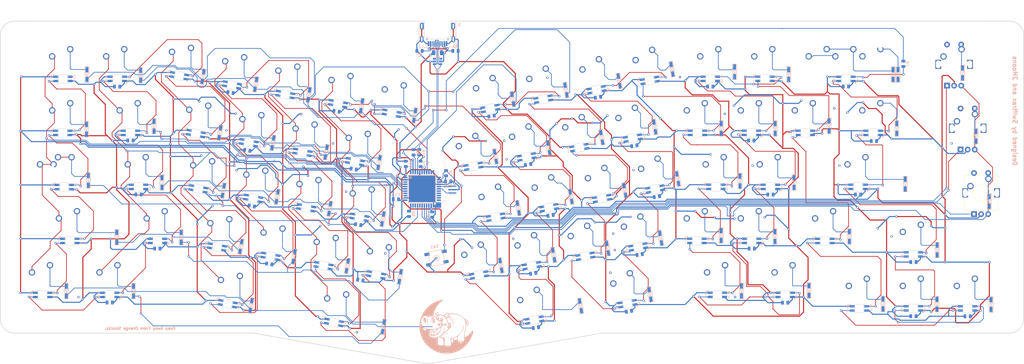
<source format=kicad_pcb>
(kicad_pcb (version 20171130) (host pcbnew "(5.1.6)-1")
  (layers (0 F.Cu signal) (31 B.Cu signal) (34 B.Paste user) (35 F.Paste user) (36 B.SilkS user) (37 F.SilkS user) (38 B.Mask user) (39 F.Mask user) (44 Edge.Cuts user))
  (net 0 "")
  (net 1 col0)
  (net 2 col1)
  (net 3 col2)
  (net 4 col3)
  (net 5 col5)
  (net 6 col6)
  (net 7 row0)
  (net 8 row1)
  (net 9 row2)
  (net 10 row3)
  (net 11 row4)
  (net 12 "Net-(D_1-Pad2)")
  (net 13 "Net-(D_33-Pad2)")
  (net 14 "Net-(D_34-Pad2)")
  (net 15 "Net-(D_35-Pad2)")
  (net 16 "Net-(D_36-Pad2)")
  (net 17 "Net-(D_51-Pad2)")
  (net 18 "Net-(D_52-Pad2)")
  (net 19 "Net-(D_53-Pad2)")
  (net 20 "Net-(D_54-Pad2)")
  (net 21 "Net-(D_2-Pad2)")
  (net 22 "Net-(D_3-Pad2)")
  (net 23 "Net-(D_4-Pad2)")
  (net 24 "Net-(D_5-Pad2)")
  (net 25 "Net-(D_6-Pad2)")
  (net 26 "Net-(D_7-Pad2)")
  (net 27 "Net-(D_37-Pad2)")
  (net 28 "Net-(D_38-Pad2)")
  (net 29 "Net-(D_39-Pad2)")
  (net 30 "Net-(D_40-Pad2)")
  (net 31 "Net-(D_55-Pad2)")
  (net 32 "Net-(D_56-Pad2)")
  (net 33 "Net-(D_57-Pad2)")
  (net 34 "Net-(D_58-Pad2)")
  (net 35 "Net-(D_8-Pad2)")
  (net 36 "Net-(D_9-Pad2)")
  (net 37 "Net-(D_10-Pad2)")
  (net 38 "Net-(D_11-Pad2)")
  (net 39 "Net-(D_12-Pad2)")
  (net 40 "Net-(D_13-Pad2)")
  (net 41 "Net-(D_41-Pad2)")
  (net 42 "Net-(D_42-Pad2)")
  (net 43 "Net-(D_43-Pad2)")
  (net 44 "Net-(D_59-Pad2)")
  (net 45 "Net-(D_60-Pad2)")
  (net 46 "Net-(D_62-Pad2)")
  (net 47 "Net-(D_16-Pad2)")
  (net 48 "Net-(D_17-Pad2)")
  (net 49 "Net-(D_18-Pad2)")
  (net 50 "Net-(D_19-Pad2)")
  (net 51 "Net-(D_20-Pad2)")
  (net 52 "Net-(D_47-Pad2)")
  (net 53 "Net-(D_48-Pad2)")
  (net 54 "Net-(D_63-Pad2)")
  (net 55 "Net-(D_64-Pad2)")
  (net 56 "Net-(D_65-Pad2)")
  (net 57 "Net-(D_66-Pad2)")
  (net 58 "Net-(D_21-Pad2)")
  (net 59 "Net-(D_22-Pad2)")
  (net 60 "Net-(D_23-Pad2)")
  (net 61 "Net-(D_24-Pad2)")
  (net 62 "Net-(D_25-Pad2)")
  (net 63 "Net-(D_26-Pad2)")
  (net 64 "Net-(D_49-Pad2)")
  (net 65 "Net-(D_50-Pad2)")
  (net 66 "Net-(D_67-Pad2)")
  (net 67 "Net-(D_68-Pad2)")
  (net 68 "Net-(D_27-Pad2)")
  (net 69 "Net-(D_28-Pad2)")
  (net 70 "Net-(D_29-Pad2)")
  (net 71 col4)
  (net 72 "Net-(D_69-Pad2)")
  (net 73 GND)
  (net 74 "Net-(C1-Pad1)")
  (net 75 +5V)
  (net 76 VBUS)
  (net 77 "Net-(R1-Pad2)")
  (net 78 D+)
  (net 79 "Net-(R4-Pad1)")
  (net 80 D-)
  (net 81 "Net-(R5-Pad1)")
  (net 82 "Net-(R6-Pad2)")
  (net 83 "Net-(U1-Pad42)")
  (net 84 "Net-(U1-Pad17)")
  (net 85 "Net-(U1-Pad16)")
  (net 86 "Net-(U2-Pad4)")
  (net 87 "Net-(U2-Pad3)")
  (net 88 "Net-(J1-PadB8)")
  (net 89 "Net-(J1-PadA5)")
  (net 90 "Net-(J1-PadB5)")
  (net 91 "Net-(J1-PadA8)")
  (net 92 0row)
  (net 93 1row)
  (net 94 2row)
  (net 95 0col)
  (net 96 ENC0A)
  (net 97 ENCB)
  (net 98 ENC1A)
  (net 99 ENC2A)
  (net 100 "Net-(D_44-Pad2)")
  (net 101 "Net-(D_70-Pad2)")
  (net 102 "Net-(LED1-Pad2)")
  (net 103 "Net-(LED1-Pad4)")
  (net 104 "Net-(LED17-Pad4)")
  (net 105 "Net-(LED2-Pad4)")
  (net 106 "Net-(LED18-Pad2)")
  (net 107 "Net-(LED19-Pad4)")
  (net 108 "Net-(LED4-Pad4)")
  (net 109 "Net-(LED20-Pad2)")
  (net 110 "Net-(LED21-Pad4)")
  (net 111 "Net-(LED6-Pad4)")
  (net 112 "Net-(LED22-Pad2)")
  (net 113 "Net-(LED23-Pad4)")
  (net 114 "Net-(LED8-Pad4)")
  (net 115 "Net-(LED24-Pad2)")
  (net 116 "Net-(LED10-Pad2)")
  (net 117 "Net-(LED10-Pad4)")
  (net 118 "Net-(LED11-Pad4)")
  (net 119 "Net-(LED12-Pad2)")
  (net 120 "Net-(LED12-Pad4)")
  (net 121 "Net-(LED13-Pad4)")
  (net 122 "Net-(LED18-Pad4)")
  (net 123 "Net-(LED19-Pad2)")
  (net 124 "Net-(LED20-Pad4)")
  (net 125 "Net-(LED21-Pad2)")
  (net 126 "Net-(LED22-Pad4)")
  (net 127 "Net-(LED23-Pad2)")
  (net 128 "Net-(LED24-Pad4)")
  (net 129 "Net-(LED25-Pad2)")
  (net 130 "Net-(LED44-Pad2)")
  (net 131 "Net-(LED68-Pad4)")
  (net 132 LED)
  (net 133 "Net-(D_15-Pad2)")
  (net 134 "Net-(D_30-Pad2)")
  (net 135 "Net-(D_45-Pad2)")
  (net 136 "Net-(D_71-Pad2)")
  (net 137 "Net-(D_72-Pad2)")
  (net 138 "Net-(LED15-Pad2)")
  (net 139 "Net-(LED15-Pad4)")
  (net 140 "Net-(LED25-Pad4)")
  (net 141 "Net-(LED26-Pad2)")
  (net 142 "Net-(LED27-Pad4)")
  (net 143 "Net-(LED28-Pad2)")
  (net 144 "Net-(LED29-Pad4)")
  (net 145 "Net-(LED30-Pad2)")
  (net 146 "Net-(LED33-Pad4)")
  (net 147 "Net-(LED34-Pad2)")
  (net 148 "Net-(LED35-Pad4)")
  (net 149 "Net-(LED36-Pad2)")
  (net 150 "Net-(LED37-Pad4)")
  (net 151 "Net-(LED38-Pad2)")
  (net 152 "Net-(LED39-Pad4)")
  (net 153 "Net-(LED40-Pad2)")
  (net 154 "Net-(LED41-Pad4)")
  (net 155 "Net-(LED42-Pad2)")
  (net 156 "Net-(LED43-Pad4)")
  (net 157 "Net-(LED45-Pad2)")
  (net 158 "Net-(LED47-Pad4)")
  (net 159 "Net-(LED48-Pad2)")
  (net 160 "Net-(LED49-Pad4)")
  (net 161 "Net-(LED50-Pad2)")
  (net 162 "Net-(LED51-Pad4)")
  (net 163 "Net-(LED52-Pad2)")
  (net 164 "Net-(LED53-Pad4)")
  (net 165 "Net-(LED54-Pad2)")
  (net 166 "Net-(LED55-Pad4)")
  (net 167 "Net-(LED56-Pad2)")
  (net 168 "Net-(LED57-Pad4)")
  (net 169 "Net-(LED58-Pad2)")
  (net 170 "Net-(LED59-Pad4)")
  (net 171 "Net-(LED60-Pad2)")
  (net 172 "Net-(LED62-Pad4)")
  (net 173 "Net-(LED70-Pad4)")
  (net 174 "Net-(LED71-Pad2)")
  (net 175 row5)
  (net 176 row7)
  (net 177 row6)
  (net 178 row9)
  (net 179 row8)
  (net 180 ENC0B)
  (net 181 ENC1B)
  (net 182 ENC2B)
  (module MX_Only:MXOnly-1.25U-NoLED (layer F.Cu) (at 240.5375 85.634746)
    (fp_text reference K_68)
    (fp_text value KEYSW)
    (pad 2 thru_hole circle (at 2.54 -5.08) (size 2.25 2.25) (drill 1.47) (layers *.Cu B.Mask) (net 67 "Net-(D_68-Pad2)"))
    (pad "" np_thru_hole circle (at 0 0) (size 3.9878 3.9878) (drill 3.9878) (layers *.Cu *.Mask))
    (pad 1 thru_hole circle (at -3.81 -2.54) (size 2.25 2.25) (drill 1.47) (layers *.Cu B.Mask) (net 5 col5))
    (pad "" np_thru_hole circle (at -5.08 0 48.0996) (size 1.75 1.75) (drill 1.75) (layers *.Cu *.Mask))
    (pad "" np_thru_hole circle (at 5.08 0 48.0996) (size 1.75 1.75) (drill 1.75) (layers *.Cu *.Mask))
  )
  (module graphics:image1 (layer B.Cu) (at 144.07476 101.99064 180)
    (fp_text reference G*** (at 0 0) (layer B.SilkS) (effects (font (size 1.524 1.524) (thickness 0.3)) (justify mirror)))
    (fp_text value LOGO hide)
  )
  (module Keebio-Parts:RotaryEncoder_EC11 (layer F.Cu) (at 323.87129 9.72125 90)
    (fp_text reference SW2)
    (fp_text value Rotary_Encoder_Switch)
    (pad A thru_hole rect (at -7.5 -2.5 90) (size 2 2) (drill 1) (layers *.Cu *.Mask) (net 96 ENC0A))
    (pad C thru_hole circle (at -7.5 0 90) (size 2 2) (drill 1) (layers *.Cu *.Mask) (net 73 GND))
    (pad B thru_hole circle (at -7.5 2.5 90) (size 2 2) (drill 1) (layers *.Cu *.Mask) (net 180 ENC0B))
    (pad "" np_thru_hole rect (at 0 -5.6 90) (size 3.2 2) (drill oval 2.8 1.5) (layers *.Cu *.Mask))
    (pad "" np_thru_hole rect (at 0 5.6 90) (size 3.2 2) (drill oval 2.8 1.5) (layers *.Cu *.Mask))
    (pad S2 thru_hole circle (at 7 -2.5 90) (size 2 2) (drill 1) (layers *.Cu *.Mask) (net 95 0col))
    (pad S1 thru_hole circle (at 7 2.5 90) (size 2 2) (drill 1) (layers *.Cu *.Mask) (net 92 0row))
  )
  (module Keebio-Parts:RotaryEncoder_EC11 (layer F.Cu) (at 328.64649 32.26121 90)
    (fp_text reference SW3)
    (fp_text value Rotary_Encoder_Switch)
    (pad A thru_hole rect (at -7.5 -2.5 90) (size 2 2) (drill 1) (layers *.Cu *.Mask) (net 98 ENC1A))
    (pad C thru_hole circle (at -7.5 0 90) (size 2 2) (drill 1) (layers *.Cu *.Mask) (net 73 GND))
    (pad B thru_hole circle (at -7.5 2.5 90) (size 2 2) (drill 1) (layers *.Cu *.Mask) (net 181 ENC1B))
    (pad "" np_thru_hole rect (at 0 -5.6 90) (size 3.2 2) (drill oval 2.8 1.5) (layers *.Cu *.Mask))
    (pad "" np_thru_hole rect (at 0 5.6 90) (size 3.2 2) (drill oval 2.8 1.5) (layers *.Cu *.Mask))
    (pad S2 thru_hole circle (at 7 -2.5 90) (size 2 2) (drill 1) (layers *.Cu *.Mask) (net 95 0col))
    (pad S1 thru_hole circle (at 7 2.5 90) (size 2 2) (drill 1) (layers *.Cu *.Mask) (net 93 1row))
  )
  (module Keebio-Parts:RotaryEncoder_EC11 (layer F.Cu) (at 333.3962 55.0362 90)
    (fp_text reference SW4)
    (fp_text value Rotary_Encoder_Switch)
    (pad A thru_hole rect (at -7.5 -2.5 90) (size 2 2) (drill 1) (layers *.Cu *.Mask) (net 99 ENC2A))
    (pad C thru_hole circle (at -7.5 0 90) (size 2 2) (drill 1) (layers *.Cu *.Mask) (net 73 GND))
    (pad B thru_hole circle (at -7.5 2.5 90) (size 2 2) (drill 1) (layers *.Cu *.Mask) (net 182 ENC2B))
    (pad "" np_thru_hole rect (at 0 -5.6 90) (size 3.2 2) (drill oval 2.8 1.5) (layers *.Cu *.Mask))
    (pad "" np_thru_hole rect (at 0 5.6 90) (size 3.2 2) (drill oval 2.8 1.5) (layers *.Cu *.Mask))
    (pad S2 thru_hole circle (at 7 -2.5 90) (size 2 2) (drill 1) (layers *.Cu *.Mask) (net 95 0col))
    (pad S1 thru_hole circle (at 7 2.5 90) (size 2 2) (drill 1) (layers *.Cu *.Mask) (net 94 2row))
  )
  (module Keebio-Parts:ATMEGA32U4-AU (layer B.Cu) (at 136.2182 53.6136 270)
    (fp_text reference U1 (at -3.474 8.014 90) (layer B.SilkS) (effects (font (size 1.4 1.4) (thickness 0.05)) (justify mirror)))
    (fp_text value ATmega32U4-AU (at -2.55 -8.1261 90) (layer B.SilkS) (effects (font (size 1.4 1.4) (thickness 0.05)) (justify mirror)))
    (pad 44 smd rect (at -4 5.9 270) (size 0.5 1.5) (layers B.Cu B.Paste B.Mask) (net 75 +5V))
    (pad 43 smd rect (at -3.2 5.9 270) (size 0.5 1.5) (layers B.Cu B.Paste B.Mask) (net 73 GND))
    (pad 42 smd rect (at -2.4 5.9 270) (size 0.5 1.5) (layers B.Cu B.Paste B.Mask) (net 83 "Net-(U1-Pad42)"))
    (pad 41 smd rect (at -1.6 5.9 270) (size 0.5 1.5) (layers B.Cu B.Paste B.Mask) (net 1 col0))
    (pad 40 smd rect (at -0.8 5.9 270) (size 0.5 1.5) (layers B.Cu B.Paste B.Mask) (net 2 col1))
    (pad 39 smd rect (at 0 5.9 270) (size 0.5 1.5) (layers B.Cu B.Paste B.Mask) (net 3 col2))
    (pad 38 smd rect (at 0.8 5.9 270) (size 0.5 1.5) (layers B.Cu B.Paste B.Mask) (net 4 col3))
    (pad 37 smd rect (at 1.6 5.9 270) (size 0.5 1.5) (layers B.Cu B.Paste B.Mask) (net 71 col4))
    (pad 36 smd rect (at 2.4 5.9 270) (size 0.5 1.5) (layers B.Cu B.Paste B.Mask) (net 9 row2))
    (pad 35 smd rect (at 3.2 5.9 270) (size 0.5 1.5) (layers B.Cu B.Paste B.Mask) (net 73 GND))
    (pad 34 smd rect (at 4 5.9 270) (size 0.5 1.5) (layers B.Cu B.Paste B.Mask) (net 75 +5V))
    (pad 33 smd rect (at 5.9 4 270) (size 1.5 0.5) (layers B.Cu B.Paste B.Mask) (net 82 "Net-(R6-Pad2)"))
    (pad 32 smd rect (at 5.9 3.2 270) (size 1.5 0.5) (layers B.Cu B.Paste B.Mask) (net 5 col5))
    (pad 31 smd rect (at 5.9 2.4 270) (size 1.5 0.5) (layers B.Cu B.Paste B.Mask) (net 10 row3))
    (pad 30 smd rect (at 5.9 1.6 270) (size 1.5 0.5) (layers B.Cu B.Paste B.Mask) (net 11 row4))
    (pad 29 smd rect (at 5.9 0.8 270) (size 1.5 0.5) (layers B.Cu B.Paste B.Mask) (net 6 col6))
    (pad 28 smd rect (at 5.9 0 270) (size 1.5 0.5) (layers B.Cu B.Paste B.Mask) (net 180 ENC0B))
    (pad 27 smd rect (at 5.9 -0.8 270) (size 1.5 0.5) (layers B.Cu B.Paste B.Mask) (net 99 ENC2A))
    (pad 26 smd rect (at 5.9 -1.6 270) (size 1.5 0.5) (layers B.Cu B.Paste B.Mask) (net 98 ENC1A))
    (pad 25 smd rect (at 5.9 -2.4 270) (size 1.5 0.5) (layers B.Cu B.Paste B.Mask) (net 96 ENC0A))
    (pad 24 smd rect (at 5.9 -3.2 270) (size 1.5 0.5) (layers B.Cu B.Paste B.Mask) (net 75 +5V))
    (pad 23 smd rect (at 5.9 -4 270) (size 1.5 0.5) (layers B.Cu B.Paste B.Mask) (net 73 GND))
    (pad 22 smd rect (at 4 -5.9 270) (size 0.5 1.5) (layers B.Cu B.Paste B.Mask) (net 182 ENC2B))
    (pad 21 smd rect (at 3.2 -5.9 270) (size 0.5 1.5) (layers B.Cu B.Paste B.Mask) (net 181 ENC1B))
    (pad 20 smd rect (at 2.4 -5.9 270) (size 0.5 1.5) (layers B.Cu B.Paste B.Mask) (net 178 row9))
    (pad 19 smd rect (at 1.6 -5.9 270) (size 0.5 1.5) (layers B.Cu B.Paste B.Mask) (net 179 row8))
    (pad 18 smd rect (at 0.8 -5.9 270) (size 0.5 1.5) (layers B.Cu B.Paste B.Mask) (net 176 row7))
    (pad 17 smd rect (at 0 -5.9 270) (size 0.5 1.5) (layers B.Cu B.Paste B.Mask) (net 84 "Net-(U1-Pad17)"))
    (pad 16 smd rect (at -0.8 -5.9 270) (size 0.5 1.5) (layers B.Cu B.Paste B.Mask) (net 85 "Net-(U1-Pad16)"))
    (pad 15 smd rect (at -1.6 -5.9 270) (size 0.5 1.5) (layers B.Cu B.Paste B.Mask) (net 73 GND))
    (pad 14 smd rect (at -2.4 -5.9 270) (size 0.5 1.5) (layers B.Cu B.Paste B.Mask) (net 75 +5V))
    (pad 13 smd rect (at -3.2 -5.9 270) (size 0.5 1.5) (layers B.Cu B.Paste B.Mask) (net 77 "Net-(R1-Pad2)"))
    (pad 12 smd rect (at -4 -5.9 270) (size 0.5 1.5) (layers B.Cu B.Paste B.Mask) (net 8 row1))
    (pad 11 smd rect (at -5.9 -4 270) (size 1.5 0.5) (layers B.Cu B.Paste B.Mask) (net 95 0col))
    (pad 10 smd rect (at -5.9 -3.2 270) (size 1.5 0.5) (layers B.Cu B.Paste B.Mask) (net 177 row6))
    (pad 9 smd rect (at -5.9 -2.4 270) (size 1.5 0.5) (layers B.Cu B.Paste B.Mask) (net 175 row5))
    (pad 8 smd rect (at -5.9 -1.6 270) (size 1.5 0.5) (layers B.Cu B.Paste B.Mask) (net 7 row0))
    (pad 7 smd rect (at -5.9 -0.8 270) (size 1.5 0.5) (layers B.Cu B.Paste B.Mask) (net 75 +5V))
    (pad 6 smd rect (at -5.9 0 270) (size 1.5 0.5) (layers B.Cu B.Paste B.Mask) (net 74 "Net-(C1-Pad1)"))
    (pad 5 smd rect (at -5.9 0.8 270) (size 1.5 0.5) (layers B.Cu B.Paste B.Mask) (net 73 GND))
    (pad 4 smd rect (at -5.9 1.6 270) (size 1.5 0.5) (layers B.Cu B.Paste B.Mask) (net 79 "Net-(R4-Pad1)"))
    (pad 3 smd rect (at -5.9 2.4 270) (size 1.5 0.5) (layers B.Cu B.Paste B.Mask) (net 81 "Net-(R5-Pad1)"))
    (pad 2 smd rect (at -5.9 3.2 270) (size 1.5 0.5) (layers B.Cu B.Paste B.Mask) (net 75 +5V))
    (pad 1 smd rect (at -5.9 4 270) (size 1.5 0.5) (layers B.Cu B.Paste B.Mask) (net 132 LED))
  )
  (module MX_Only:MXOnly-1.75U-NoLED (layer F.Cu) (at 5.25625 47.53125)
    (fp_text reference K_32)
    (fp_text value KEYSW)
    (pad 2 thru_hole circle (at 2.54 -5.08) (size 2.25 2.25) (drill 1.47) (layers *.Cu B.Mask) (net 13 "Net-(D_33-Pad2)"))
    (pad "" np_thru_hole circle (at 0 0) (size 3.9878 3.9878) (drill 3.9878) (layers *.Cu *.Mask))
    (pad 1 thru_hole circle (at -3.81 -2.54) (size 2.25 2.25) (drill 1.47) (layers *.Cu B.Mask) (net 1 col0))
    (pad "" np_thru_hole circle (at -5.08 0 48.0996) (size 1.75 1.75) (drill 1.75) (layers *.Cu *.Mask))
    (pad "" np_thru_hole circle (at 5.08 0 48.0996) (size 1.75 1.75) (drill 1.75) (layers *.Cu *.Mask))
  )
  (module MX_Only:MXOnly-1U-NoLED (layer F.Cu) (at 295.30625 28.484746)
    (fp_text reference K_30)
    (fp_text value KEYSW)
    (pad 2 thru_hole circle (at 2.54 -5.08) (size 2.25 2.25) (drill 1.47) (layers *.Cu B.Mask) (net 134 "Net-(D_30-Pad2)"))
    (pad "" np_thru_hole circle (at 0 0) (size 3.9878 3.9878) (drill 3.9878) (layers *.Cu *.Mask))
    (pad 1 thru_hole circle (at -3.81 -2.54) (size 2.25 2.25) (drill 1.47) (layers *.Cu B.Mask) (net 95 0col))
    (pad "" np_thru_hole circle (at -5.08 0 48.0996) (size 1.75 1.75) (drill 1.75) (layers *.Cu *.Mask))
    (pad "" np_thru_hole circle (at 5.08 0 48.0996) (size 1.75 1.75) (drill 1.75) (layers *.Cu *.Mask))
  )
  (module MX_Only:MXOnly-1U-NoLED (layer F.Cu) (at 295.34192 9.40764)
    (fp_text reference K_16)
    (fp_text value KEYSW)
    (pad 2 thru_hole circle (at 2.54 -5.08) (size 2.25 2.25) (drill 1.47) (layers *.Cu B.Mask) (net 47 "Net-(D_16-Pad2)"))
    (pad "" np_thru_hole circle (at 0 0) (size 3.9878 3.9878) (drill 3.9878) (layers *.Cu *.Mask))
    (pad 1 thru_hole circle (at -3.81 -2.54) (size 2.25 2.25) (drill 1.47) (layers *.Cu B.Mask) (net 95 0col))
    (pad "" np_thru_hole circle (at -5.08 0 48.0996) (size 1.75 1.75) (drill 1.75) (layers *.Cu *.Mask))
    (pad "" np_thru_hole circle (at 5.08 0 48.0996) (size 1.75 1.75) (drill 1.75) (layers *.Cu *.Mask))
  )
  (module MX_Only:MXOnly-2U-NoLED (layer F.Cu) (at 285.78125 9.434746)
    (fp_text reference K_15)
    (fp_text value KEYSW)
    (pad 2 thru_hole circle (at 2.54 -5.08) (size 2.25 2.25) (drill 1.47) (layers *.Cu B.Mask) (net 133 "Net-(D_15-Pad2)"))
    (pad "" np_thru_hole circle (at 0 0) (size 3.9878 3.9878) (drill 3.9878) (layers *.Cu *.Mask))
    (pad 1 thru_hole circle (at -3.81 -2.54) (size 2.25 2.25) (drill 1.47) (layers *.Cu B.Mask) (net 95 0col))
    (pad "" np_thru_hole circle (at -5.08 0 48.0996) (size 1.75 1.75) (drill 1.75) (layers *.Cu *.Mask))
    (pad "" np_thru_hole circle (at 5.08 0 48.0996) (size 1.75 1.75) (drill 1.75) (layers *.Cu *.Mask))
    (pad "" np_thru_hole circle (at -11.90625 -6.985) (size 3.048 3.048) (drill 3.048) (layers *.Cu *.Mask))
    (pad "" np_thru_hole circle (at 11.90625 -6.985) (size 3.048 3.048) (drill 3.048) (layers *.Cu *.Mask))
    (pad "" np_thru_hole circle (at -11.90625 8.255) (size 3.9878 3.9878) (drill 3.9878) (layers *.Cu *.Mask))
    (pad "" np_thru_hole circle (at 11.90625 8.255) (size 3.9878 3.9878) (drill 3.9878) (layers *.Cu *.Mask))
  )
  (module MX_Only:MXOnly-1U-NoLED (layer F.Cu) (at 276.38336 9.4178)
    (fp_text reference K_14)
    (fp_text value KEYSW)
    (pad 2 thru_hole circle (at 2.54 -5.08) (size 2.25 2.25) (drill 1.47) (layers *.Cu B.Mask) (net 133 "Net-(D_15-Pad2)"))
    (pad "" np_thru_hole circle (at 0 0) (size 3.9878 3.9878) (drill 3.9878) (layers *.Cu *.Mask))
    (pad 1 thru_hole circle (at -3.81 -2.54) (size 2.25 2.25) (drill 1.47) (layers *.Cu B.Mask) (net 95 0col))
    (pad "" np_thru_hole circle (at -5.08 0 48.0996) (size 1.75 1.75) (drill 1.75) (layers *.Cu *.Mask))
    (pad "" np_thru_hole circle (at 5.08 0 48.0996) (size 1.75 1.75) (drill 1.75) (layers *.Cu *.Mask))
  )
  (module kbd:D3_SMD_v2 (layer B.Cu) (at 336.90648 94.42652 90)
    (fp_text reference D_72 hide)
    (fp_text value D hide)
    (pad 2 smd rect (at 1.775 0 90) (size 2 1) (layers B.Cu) (net 137 "Net-(D_72-Pad2)"))
    (pad 1 smd rect (at -1.775 0 90) (size 2 1) (layers B.Cu) (net 178 row9))
  )
  (module kbd:D3_SMD_v2 (layer B.Cu) (at 317.8133 94.31476 90)
    (fp_text reference D_71 hide)
    (fp_text value D hide)
    (pad 2 smd rect (at 1.775 0 90) (size 2 1) (layers B.Cu) (net 136 "Net-(D_71-Pad2)"))
    (pad 1 smd rect (at -1.775 0 90) (size 2 1) (layers B.Cu) (net 179 row8))
  )
  (module kbd:D3_SMD_v2 (layer B.Cu) (at 298.77854 94.23094 90)
    (fp_text reference D_70 hide)
    (fp_text value D hide)
    (pad 2 smd rect (at 1.775 0 90) (size 2 1) (layers B.Cu) (net 101 "Net-(D_70-Pad2)"))
    (pad 1 smd rect (at -1.775 0 90) (size 2 1) (layers B.Cu) (net 178 row9))
  )
  (module kbd:D3_SMD_v2 (layer B.Cu) (at 272.6775 89.48114 90)
    (fp_text reference D_69 hide)
    (fp_text value D hide)
    (pad 2 smd rect (at 1.775 0 90) (size 2 1) (layers B.Cu) (net 72 "Net-(D_69-Pad2)"))
    (pad 1 smd rect (at -1.775 0 90) (size 2 1) (layers B.Cu) (net 179 row8))
  )
  (module kbd:D3_SMD_v2 (layer B.Cu) (at 248.88278 89.61576 90)
    (fp_text reference D_68 hide)
    (fp_text value D hide)
    (pad 2 smd rect (at 1.775 0 90) (size 2 1) (layers B.Cu) (net 67 "Net-(D_68-Pad2)"))
    (pad 1 smd rect (at -1.775 0 90) (size 2 1) (layers B.Cu) (net 178 row9))
  )
  (module kbd:D3_SMD_v2 (layer B.Cu) (at 216.61462 90.85782 100)
    (fp_text reference D_67 hide)
    (fp_text value D hide)
    (pad 2 smd rect (at 1.775 0 100) (size 2 1) (layers B.Cu) (net 66 "Net-(D_67-Pad2)"))
    (pad 1 smd rect (at -1.775 0 100) (size 2 1) (layers B.Cu) (net 179 row8))
  )
  (module kbd:D3_SMD_v2 (layer B.Cu) (at 192.10108 94.90404 100)
    (fp_text reference D_66 hide)
    (fp_text value D hide)
    (pad 2 smd rect (at 1.775 0 100) (size 2 1) (layers B.Cu) (net 57 "Net-(D_66-Pad2)"))
    (pad 1 smd rect (at -1.775 0 100) (size 2 1) (layers B.Cu) (net 178 row9))
  )
  (module kbd:D3_SMD_v2 (layer B.Cu) (at 122.5635 102.2675 80)
    (fp_text reference D_65 hide)
    (fp_text value D hide)
    (pad 2 smd rect (at 1.775 0 80) (size 2 1) (layers B.Cu) (net 56 "Net-(D_65-Pad2)"))
    (pad 1 smd rect (at -1.775 0 80) (size 2 1) (layers B.Cu) (net 179 row8))
  )
  (module kbd:D3_SMD_v2 (layer B.Cu) (at 75.891 94.7745 80)
    (fp_text reference D_64 hide)
    (fp_text value D hide)
    (pad 2 smd rect (at 1.775 0 80) (size 2 1) (layers B.Cu) (net 55 "Net-(D_64-Pad2)"))
    (pad 1 smd rect (at -1.775 0 80) (size 2 1) (layers B.Cu) (net 178 row9))
  )
  (module kbd:D3_SMD_v2 (layer B.Cu) (at 34.4255 89.6945 90)
    (fp_text reference D_63 hide)
    (fp_text value D hide)
    (pad 2 smd rect (at 1.775 0 90) (size 2 1) (layers B.Cu) (net 54 "Net-(D_63-Pad2)"))
    (pad 1 smd rect (at -1.775 0 90) (size 2 1) (layers B.Cu) (net 179 row8))
  )
  (module kbd:D3_SMD_v2 (layer B.Cu) (at 10.74 89.6818 90)
    (fp_text reference D_62 hide)
    (fp_text value D hide)
    (pad 2 smd rect (at 1.775 0 90) (size 2 1) (layers B.Cu) (net 46 "Net-(D_62-Pad2)"))
    (pad 1 smd rect (at -1.775 0 90) (size 2 1) (layers B.Cu) (net 178 row9))
  )
  (module kbd:D3_SMD_v2 (layer B.Cu) (at 336.25869 58.02205 90)
    (fp_text reference D_61 hide)
    (fp_text value D hide)
    (pad 2 smd rect (at 1.775 0 90) (size 2 1) (layers B.Cu) (net 94 2row))
    (pad 1 smd rect (at -1.775 0 90) (size 2 1) (layers B.Cu) (net 176 row7))
  )
  (module kbd:D3_SMD_v2 (layer B.Cu) (at 317.89966 75.1911 90)
    (fp_text reference D_60 hide)
    (fp_text value D hide)
    (pad 2 smd rect (at 1.775 0 90) (size 2 1) (layers B.Cu) (net 45 "Net-(D_60-Pad2)"))
    (pad 1 smd rect (at -1.775 0 90) (size 2 1) (layers B.Cu) (net 177 row6))
  )
  (module kbd:D3_SMD_v2 (layer B.Cu) (at 286.9396 70.44638 90)
    (fp_text reference D_59 hide)
    (fp_text value D hide)
    (pad 2 smd rect (at 1.775 0 90) (size 2 1) (layers B.Cu) (net 44 "Net-(D_59-Pad2)"))
    (pad 1 smd rect (at -1.775 0 90) (size 2 1) (layers B.Cu) (net 176 row7))
  )
  (module kbd:D3_SMD_v2 (layer B.Cu) (at 260.66584 70.46416 90)
    (fp_text reference D_58 hide)
    (fp_text value D hide)
    (pad 2 smd rect (at 1.775 0 90) (size 2 1) (layers B.Cu) (net 34 "Net-(D_58-Pad2)"))
    (pad 1 smd rect (at -1.775 0 90) (size 2 1) (layers B.Cu) (net 177 row6))
  )
  (module kbd:D3_SMD_v2 (layer B.Cu) (at 241.70982 70.08824 90)
    (fp_text reference D_57 hide)
    (fp_text value D hide)
    (pad 2 smd rect (at 1.775 0 90) (size 2 1) (layers B.Cu) (net 33 "Net-(D_57-Pad2)"))
    (pad 1 smd rect (at -1.775 0 90) (size 2 1) (layers B.Cu) (net 176 row7))
  )
  (module kbd:D3_SMD_v2 (layer B.Cu) (at 220.3789 70.9747 100)
    (fp_text reference D_56 hide)
    (fp_text value D hide)
    (pad 2 smd rect (at 1.775 0 100) (size 2 1) (layers B.Cu) (net 32 "Net-(D_56-Pad2)"))
    (pad 1 smd rect (at -1.775 0 100) (size 2 1) (layers B.Cu) (net 177 row6))
  )
  (module kbd:D3_SMD_v2 (layer B.Cu) (at 201.64386 74.55864 100)
    (fp_text reference D_55 hide)
    (fp_text value D hide)
    (pad 2 smd rect (at 1.775 0 100) (size 2 1) (layers B.Cu) (net 31 "Net-(D_55-Pad2)"))
    (pad 1 smd rect (at -1.775 0 100) (size 2 1) (layers B.Cu) (net 176 row7))
  )
  (module kbd:D3_SMD_v2 (layer B.Cu) (at 182.63196 76.92592 100)
    (fp_text reference D_54 hide)
    (fp_text value D hide)
    (pad 2 smd rect (at 1.775 0 100) (size 2 1) (layers B.Cu) (net 20 "Net-(D_54-Pad2)"))
    (pad 1 smd rect (at -1.775 0 100) (size 2 1) (layers B.Cu) (net 177 row6))
  )
  (module kbd:D3_SMD_v2 (layer B.Cu) (at 164.00868 80.61908 100)
    (fp_text reference D_53 hide)
    (fp_text value D hide)
    (pad 2 smd rect (at 1.775 0 100) (size 2 1) (layers B.Cu) (net 19 "Net-(D_53-Pad2)"))
    (pad 1 smd rect (at -1.775 0 100) (size 2 1) (layers B.Cu) (net 176 row7))
  )
  (module kbd:D3_SMD_v2 (layer B.Cu) (at 128.469 84.6145 80)
    (fp_text reference D_52 hide)
    (fp_text value D hide)
    (pad 2 smd rect (at 1.775 0 80) (size 2 1) (layers B.Cu) (net 18 "Net-(D_52-Pad2)"))
    (pad 1 smd rect (at -1.775 0 80) (size 2 1) (layers B.Cu) (net 177 row6))
  )
  (module kbd:D3_SMD_v2 (layer B.Cu) (at 109.84318 80.7918 80)
    (fp_text reference D_51 hide)
    (fp_text value D hide)
    (pad 2 smd rect (at 1.775 0 80) (size 2 1) (layers B.Cu) (net 17 "Net-(D_51-Pad2)"))
    (pad 1 smd rect (at -1.775 0 80) (size 2 1) (layers B.Cu) (net 176 row7))
  )
  (module kbd:D3_SMD_v2 (layer B.Cu) (at 91.05988 77.48218 80)
    (fp_text reference D_50 hide)
    (fp_text value D hide)
    (pad 2 smd rect (at 1.775 0 80) (size 2 1) (layers B.Cu) (net 65 "Net-(D_50-Pad2)"))
    (pad 1 smd rect (at -1.775 0 80) (size 2 1) (layers B.Cu) (net 177 row6))
  )
  (module kbd:D3_SMD_v2 (layer B.Cu) (at 72.31214 73.97952 80)
    (fp_text reference D_49 hide)
    (fp_text value D hide)
    (pad 2 smd rect (at 1.775 0 80) (size 2 1) (layers B.Cu) (net 64 "Net-(D_49-Pad2)"))
    (pad 1 smd rect (at -1.775 0 80) (size 2 1) (layers B.Cu) (net 176 row7))
  )
  (module kbd:D3_SMD_v2 (layer B.Cu) (at 51.253 70.708 90)
    (fp_text reference D_48 hide)
    (fp_text value D hide)
    (pad 2 smd rect (at 1.775 0 90) (size 2 1) (layers B.Cu) (net 53 "Net-(D_48-Pad2)"))
    (pad 1 smd rect (at -1.775 0 90) (size 2 1) (layers B.Cu) (net 177 row6))
  )
  (module kbd:D3_SMD_v2 (layer B.Cu) (at 28.52 70.691546 90)
    (fp_text reference D_47 hide)
    (fp_text value D hide)
    (pad 2 smd rect (at 1.775 0 90) (size 2 1) (layers B.Cu) (net 52 "Net-(D_47-Pad2)"))
    (pad 1 smd rect (at -1.775 0 90) (size 2 1) (layers B.Cu) (net 176 row7))
  )
  (module kbd:D3_SMD_v2 (layer B.Cu) (at 331.5674 35.0718 90)
    (fp_text reference D_46 hide)
    (fp_text value D hide)
    (pad 2 smd rect (at 1.775 0 90) (size 2 1) (layers B.Cu) (net 93 1row))
    (pad 1 smd rect (at -1.775 0 90) (size 2 1) (layers B.Cu) (net 175 row5))
  )
  (module kbd:D3_SMD_v2 (layer B.Cu) (at 306.63476 51.93994 90)
    (fp_text reference D_45 hide)
    (fp_text value D hide)
    (pad 2 smd rect (at 1.775 0 90) (size 2 1) (layers B.Cu) (net 135 "Net-(D_45-Pad2)"))
    (pad 1 smd rect (at -1.775 0 90) (size 2 1) (layers B.Cu) (net 11 row4))
  )
  (module kbd:D3_SMD_v2 (layer B.Cu) (at 267.42986 51.37352 90)
    (fp_text reference D_44 hide)
    (fp_text value D hide)
    (pad 2 smd rect (at 1.775 0 90) (size 2 1) (layers B.Cu) (net 100 "Net-(D_44-Pad2)"))
    (pad 1 smd rect (at -1.775 0 90) (size 2 1) (layers B.Cu) (net 175 row5))
  )
  (module kbd:D3_SMD_v2 (layer B.Cu) (at 248.37224 50.86298 90)
    (fp_text reference D_43 hide)
    (fp_text value D hide)
    (pad 2 smd rect (at 1.775 0 90) (size 2 1) (layers B.Cu) (net 43 "Net-(D_43-Pad2)"))
    (pad 1 smd rect (at -1.775 0 90) (size 2 1) (layers B.Cu) (net 11 row4))
  )
  (module kbd:D3_SMD_v2 (layer B.Cu) (at 226.3733 50.0451 100)
    (fp_text reference D_42 hide)
    (fp_text value D hide)
    (pad 2 smd rect (at 1.775 0 100) (size 2 1) (layers B.Cu) (net 42 "Net-(D_42-Pad2)"))
    (pad 1 smd rect (at -1.775 0 100) (size 2 1) (layers B.Cu) (net 175 row5))
  )
  (module kbd:D3_SMD_v2 (layer B.Cu) (at 207.72716 54.1726 100)
    (fp_text reference D_41 hide)
    (fp_text value D hide)
    (pad 2 smd rect (at 1.775 0 100) (size 2 1) (layers B.Cu) (net 41 "Net-(D_41-Pad2)"))
    (pad 1 smd rect (at -1.775 0 100) (size 2 1) (layers B.Cu) (net 11 row4))
  )
  (module kbd:D3_SMD_v2 (layer B.Cu) (at 188.72288 56.357 100)
    (fp_text reference D_40 hide)
    (fp_text value D hide)
    (pad 2 smd rect (at 1.775 0 100) (size 2 1) (layers B.Cu) (net 30 "Net-(D_40-Pad2)"))
    (pad 1 smd rect (at -1.775 0 100) (size 2 1) (layers B.Cu) (net 175 row5))
  )
  (module kbd:D3_SMD_v2 (layer B.Cu) (at 170.12754 60.37782 100)
    (fp_text reference D_39 hide)
    (fp_text value D hide)
    (pad 2 smd rect (at 1.775 0 100) (size 2 1) (layers B.Cu) (net 29 "Net-(D_39-Pad2)"))
    (pad 1 smd rect (at -1.775 0 100) (size 2 1) (layers B.Cu) (net 11 row4))
  )
  (module kbd:D3_SMD_v2 (layer B.Cu) (at 122.373 64.231 80)
    (fp_text reference D_38 hide)
    (fp_text value D hide)
    (pad 2 smd rect (at 1.775 0 80) (size 2 1) (layers B.Cu) (net 28 "Net-(D_38-Pad2)"))
    (pad 1 smd rect (at -1.775 0 80) (size 2 1) (layers B.Cu) (net 175 row5))
  )
  (module kbd:D3_SMD_v2 (layer B.Cu) (at 103.6405 60.6115 80)
    (fp_text reference D_37 hide)
    (fp_text value D hide)
    (pad 2 smd rect (at 1.775 0 80) (size 2 1) (layers B.Cu) (net 27 "Net-(D_37-Pad2)"))
    (pad 1 smd rect (at -1.775 0 80) (size 2 1) (layers B.Cu) (net 11 row4))
  )
  (module kbd:D3_SMD_v2 (layer B.Cu) (at 85.10104 56.38748 80)
    (fp_text reference D_36 hide)
    (fp_text value D hide)
    (pad 2 smd rect (at 1.775 0 80) (size 2 1) (layers B.Cu) (net 16 "Net-(D_36-Pad2)"))
    (pad 1 smd rect (at -1.775 0 80) (size 2 1) (layers B.Cu) (net 175 row5))
  )
  (module kbd:D3_SMD_v2 (layer B.Cu) (at 66.112 54.2615 80)
    (fp_text reference D_35 hide)
    (fp_text value D hide)
    (pad 2 smd rect (at 1.775 0 80) (size 2 1) (layers B.Cu) (net 15 "Net-(D_35-Pad2)"))
    (pad 1 smd rect (at -1.775 0 80) (size 2 1) (layers B.Cu) (net 11 row4))
  )
  (module kbd:D3_SMD_v2 (layer B.Cu) (at 44.46104 51.36844 90)
    (fp_text reference D_34 hide)
    (fp_text value D hide)
    (pad 2 smd rect (at 1.775 0 90) (size 2 1) (layers B.Cu) (net 14 "Net-(D_34-Pad2)"))
    (pad 1 smd rect (at -1.775 0 90) (size 2 1) (layers B.Cu) (net 175 row5))
  )
  (module kbd:D3_SMD_v2 (layer B.Cu) (at 18.50224 50.6293 90)
    (fp_text reference D_33 hide)
    (fp_text value D hide)
    (pad 2 smd rect (at 1.775 0 90) (size 2 1) (layers B.Cu) (net 13 "Net-(D_33-Pad2)"))
    (pad 1 smd rect (at -1.775 0 90) (size 2 1) (layers B.Cu) (net 11 row4))
  )
  (module kbd:D3_SMD_v2 (layer B.Cu) (at 326.843 12.71472 90)
    (fp_text reference D_31 hide)
    (fp_text value D hide)
    (pad 2 smd rect (at 1.775 0 90) (size 2 1) (layers B.Cu) (net 92 0row))
    (pad 1 smd rect (at -1.775 0 90) (size 2 1) (layers B.Cu) (net 10 row3))
  )
  (module kbd:D3_SMD_v2 (layer B.Cu) (at 303.63756 32.33876 90)
    (fp_text reference D_30 hide)
    (fp_text value D hide)
    (pad 2 smd rect (at 1.775 0 90) (size 2 1) (layers B.Cu) (net 134 "Net-(D_30-Pad2)"))
    (pad 1 smd rect (at -1.775 0 90) (size 2 1) (layers B.Cu) (net 9 row2))
  )
  (module kbd:D3_SMD_v2 (layer B.Cu) (at 279.7895 31.39642 90)
    (fp_text reference D_29 hide)
    (fp_text value D hide)
    (pad 2 smd rect (at 1.775 0 90) (size 2 1) (layers B.Cu) (net 70 "Net-(D_29-Pad2)"))
    (pad 1 smd rect (at -1.775 0 90) (size 2 1) (layers B.Cu) (net 10 row3))
  )
  (module kbd:D3_SMD_v2 (layer B.Cu) (at 260.76236 32.33114 90)
    (fp_text reference D_28 hide)
    (fp_text value D hide)
    (pad 2 smd rect (at 1.775 0 90) (size 2 1) (layers B.Cu) (net 69 "Net-(D_28-Pad2)"))
    (pad 1 smd rect (at -1.775 0 90) (size 2 1) (layers B.Cu) (net 9 row2))
  )
  (module kbd:D3_SMD_v2 (layer B.Cu) (at 241.73014 32.3286 90)
    (fp_text reference D_27 hide)
    (fp_text value D hide)
    (pad 2 smd rect (at 1.775 0 90) (size 2 1) (layers B.Cu) (net 68 "Net-(D_27-Pad2)"))
    (pad 1 smd rect (at -1.775 0 90) (size 2 1) (layers B.Cu) (net 10 row3))
  )
  (module kbd:D3_SMD_v2 (layer B.Cu) (at 218.27832 31.76726 100)
    (fp_text reference D_26 hide)
    (fp_text value D hide)
    (pad 2 smd rect (at 1.775 0 100) (size 2 1) (layers B.Cu) (net 63 "Net-(D_26-Pad2)"))
    (pad 1 smd rect (at -1.775 0 100) (size 2 1) (layers B.Cu) (net 9 row2))
  )
  (module kbd:D3_SMD_v2 (layer B.Cu) (at 199.58138 35.44772 100)
    (fp_text reference D_25 hide)
    (fp_text value D hide)
    (pad 2 smd rect (at 1.775 0 100) (size 2 1) (layers B.Cu) (net 62 "Net-(D_25-Pad2)"))
    (pad 1 smd rect (at -1.775 0 100) (size 2 1) (layers B.Cu) (net 10 row3))
  )
  (module kbd:D3_SMD_v2 (layer B.Cu) (at 180.89206 39.1485 100)
    (fp_text reference D_24 hide)
    (fp_text value D hide)
    (pad 2 smd rect (at 1.775 0 100) (size 2 1) (layers B.Cu) (net 61 "Net-(D_24-Pad2)"))
    (pad 1 smd rect (at -1.775 0 100) (size 2 1) (layers B.Cu) (net 9 row2))
  )
  (module kbd:D3_SMD_v2 (layer B.Cu) (at 162.10114 42.22444 100)
    (fp_text reference D_23 hide)
    (fp_text value D hide)
    (pad 2 smd rect (at 1.775 0 100) (size 2 1) (layers B.Cu) (net 60 "Net-(D_23-Pad2)"))
    (pad 1 smd rect (at -1.775 0 100) (size 2 1) (layers B.Cu) (net 10 row3))
  )
  (module kbd:D3_SMD_v2 (layer B.Cu) (at 121.0395 44.3555 80)
    (fp_text reference D_22 hide)
    (fp_text value D hide)
    (pad 2 smd rect (at 1.775 0 80) (size 2 1) (layers B.Cu) (net 59 "Net-(D_22-Pad2)"))
    (pad 1 smd rect (at -1.775 0 80) (size 2 1) (layers B.Cu) (net 9 row2))
  )
  (module kbd:D3_SMD_v2 (layer B.Cu) (at 102.38574 40.66234 80)
    (fp_text reference D_21 hide)
    (fp_text value D hide)
    (pad 2 smd rect (at 1.775 0 80) (size 2 1) (layers B.Cu) (net 58 "Net-(D_21-Pad2)"))
    (pad 1 smd rect (at -1.775 0 80) (size 2 1) (layers B.Cu) (net 10 row3))
  )
  (module kbd:D3_SMD_v2 (layer B.Cu) (at 83.59482 37.41114 80)
    (fp_text reference D_20 hide)
    (fp_text value D hide)
    (pad 2 smd rect (at 1.775 0 80) (size 2 1) (layers B.Cu) (net 51 "Net-(D_20-Pad2)"))
    (pad 1 smd rect (at -1.775 0 80) (size 2 1) (layers B.Cu) (net 9 row2))
  )
  (module kbd:D3_SMD_v2 (layer B.Cu) (at 64.88518 33.83228 80)
    (fp_text reference D_19 hide)
    (fp_text value D hide)
    (pad 2 smd rect (at 1.775 0 80) (size 2 1) (layers B.Cu) (net 50 "Net-(D_19-Pad2)"))
    (pad 1 smd rect (at -1.775 0 80) (size 2 1) (layers B.Cu) (net 10 row3))
  )
  (module kbd:D3_SMD_v2 (layer B.Cu) (at 41.66958 31.52342 90)
    (fp_text reference D_18 hide)
    (fp_text value D hide)
    (pad 2 smd rect (at 1.775 0 90) (size 2 1) (layers B.Cu) (net 49 "Net-(D_18-Pad2)"))
    (pad 1 smd rect (at -1.775 0 90) (size 2 1) (layers B.Cu) (net 9 row2))
  )
  (module kbd:D3_SMD_v2 (layer B.Cu) (at 17.852 32.608 90)
    (fp_text reference D_17 hide)
    (fp_text value D hide)
    (pad 2 smd rect (at 1.775 0 90) (size 2 1) (layers B.Cu) (net 48 "Net-(D_17-Pad2)"))
    (pad 1 smd rect (at -1.775 0 90) (size 2 1) (layers B.Cu) (net 10 row3))
  )
  (module kbd:D3_SMD_v2 (layer B.Cu) (at 304.0846 13.28922 90)
    (fp_text reference D_16 hide)
    (fp_text value D hide)
    (pad 2 smd rect (at 1.775 0 90) (size 2 1) (layers B.Cu) (net 47 "Net-(D_16-Pad2)"))
    (pad 1 smd rect (at -1.775 0 90) (size 2 1) (layers B.Cu) (net 8 row1))
  )
  (module kbd:D3_SMD_v2 (layer B.Cu) (at 302.35232 13.30146 90)
    (fp_text reference D_15 hide)
    (fp_text value D hide)
    (pad 2 smd rect (at 1.775 0 90) (size 2 1) (layers B.Cu) (net 133 "Net-(D_15-Pad2)"))
    (pad 1 smd rect (at -1.775 0 90) (size 2 1) (layers B.Cu) (net 7 row0))
  )
  (module kbd:D3_SMD_v2 (layer B.Cu) (at 265.50962 13.28622 90)
    (fp_text reference D_13 hide)
    (fp_text value D hide)
    (pad 2 smd rect (at 1.775 0 90) (size 2 1) (layers B.Cu) (net 40 "Net-(D_13-Pad2)"))
    (pad 1 smd rect (at -1.775 0 90) (size 2 1) (layers B.Cu) (net 8 row1))
  )
  (module kbd:D3_SMD_v2 (layer B.Cu) (at 246.44184 12.32864 90)
    (fp_text reference D_12 hide)
    (fp_text value D hide)
    (pad 2 smd rect (at 1.775 0 90) (size 2 1) (layers B.Cu) (net 39 "Net-(D_12-Pad2)"))
    (pad 1 smd rect (at -1.775 0 90) (size 2 1) (layers B.Cu) (net 7 row0))
  )
  (module kbd:D3_SMD_v2 (layer B.Cu) (at 224.35654 11.41932 100)
    (fp_text reference D_11 hide)
    (fp_text value D hide)
    (pad 2 smd rect (at 1.775 0 100) (size 2 1) (layers B.Cu) (net 38 "Net-(D_11-Pad2)"))
    (pad 1 smd rect (at -1.775 0 100) (size 2 1) (layers B.Cu) (net 8 row1))
  )
  (module kbd:D3_SMD_v2 (layer B.Cu) (at 205.72818 15.55698 100)
    (fp_text reference D_10 hide)
    (fp_text value D hide)
    (pad 2 smd rect (at 1.775 0 100) (size 2 1) (layers B.Cu) (net 37 "Net-(D_10-Pad2)"))
    (pad 1 smd rect (at -1.775 0 100) (size 2 1) (layers B.Cu) (net 7 row0))
  )
  (module kbd:D3_SMD_v2 (layer B.Cu) (at 186.96266 18.765 100)
    (fp_text reference D_9 hide)
    (fp_text value D hide)
    (pad 2 smd rect (at 1.775 0 100) (size 2 1) (layers B.Cu) (net 36 "Net-(D_9-Pad2)"))
    (pad 1 smd rect (at -1.775 0 100) (size 2 1) (layers B.Cu) (net 8 row1))
  )
  (module kbd:D3_SMD_v2 (layer B.Cu) (at 168.19968 21.9654 100)
    (fp_text reference D_8 hide)
    (fp_text value D hide)
    (pad 2 smd rect (at 1.775 0 100) (size 2 1) (layers B.Cu) (net 35 "Net-(D_8-Pad2)"))
    (pad 1 smd rect (at -1.775 0 100) (size 2 1) (layers B.Cu) (net 7 row0))
  )
  (module kbd:D3_SMD_v2 (layer B.Cu) (at 133.6125 27.7185 80)
    (fp_text reference D_7 hide)
    (fp_text value D hide)
    (pad 2 smd rect (at 1.775 0 80) (size 2 1) (layers B.Cu) (net 26 "Net-(D_7-Pad2)"))
    (pad 1 smd rect (at -1.775 0 80) (size 2 1) (layers B.Cu) (net 8 row1))
  )
  (module kbd:D3_SMD_v2 (layer B.Cu) (at 114.88 24.353 80)
    (fp_text reference D_6 hide)
    (fp_text value D hide)
    (pad 2 smd rect (at 1.775 0 80) (size 2 1) (layers B.Cu) (net 25 "Net-(D_6-Pad2)"))
    (pad 1 smd rect (at -1.775 0 80) (size 2 1) (layers B.Cu) (net 7 row0))
  )
  (module kbd:D3_SMD_v2 (layer B.Cu) (at 96.26434 20.45664 80)
    (fp_text reference D_5 hide)
    (fp_text value D hide)
    (pad 2 smd rect (at 1.775 0 80) (size 2 1) (layers B.Cu) (net 24 "Net-(D_5-Pad2)"))
    (pad 1 smd rect (at -1.775 0 80) (size 2 1) (layers B.Cu) (net 8 row1))
  )
  (module kbd:D3_SMD_v2 (layer B.Cu) (at 77.55724 16.75332 80)
    (fp_text reference D_4 hide)
    (fp_text value D hide)
    (pad 2 smd rect (at 1.775 0 80) (size 2 1) (layers B.Cu) (net 23 "Net-(D_4-Pad2)"))
    (pad 1 smd rect (at -1.775 0 80) (size 2 1) (layers B.Cu) (net 7 row0))
  )
  (module kbd:D3_SMD_v2 (layer B.Cu) (at 58.93904 14.0279 80)
    (fp_text reference D_3 hide)
    (fp_text value D hide)
    (pad 2 smd rect (at 1.775 0 80) (size 2 1) (layers B.Cu) (net 22 "Net-(D_3-Pad2)"))
    (pad 1 smd rect (at -1.775 0 80) (size 2 1) (layers B.Cu) (net 8 row1))
  )
  (module kbd:D3_SMD_v2 (layer B.Cu) (at 36.9401 13.54022 90)
    (fp_text reference D_2 hide)
    (fp_text value D hide)
    (pad 2 smd rect (at 1.775 0 90) (size 2 1) (layers B.Cu) (net 21 "Net-(D_2-Pad2)"))
    (pad 1 smd rect (at -1.775 0 90) (size 2 1) (layers B.Cu) (net 7 row0))
  )
  (module kbd:D3_SMD_v2 (layer B.Cu) (at 17.99424 13.29638 90)
    (fp_text reference D_1 hide)
    (fp_text value D hide)
    (pad 2 smd rect (at 1.775 0 90) (size 2 1) (layers B.Cu) (net 12 "Net-(D_1-Pad2)"))
    (pad 1 smd rect (at -1.775 0 90) (size 2 1) (layers B.Cu) (net 8 row1))
  )
  (module MX_Only:MXOnly-1U-NoLED (layer F.Cu) (at 333.447 55.1886)
    (fp_text reference K_61)
    (fp_text value KEYSW)
    (pad 2 thru_hole circle (at 2.54 -5.08) (size 2.25 2.25) (drill 1.47) (layers *.Cu B.Mask) (net 94 2row))
    (pad "" np_thru_hole circle (at 0 0) (size 3.9878 3.9878) (drill 3.9878) (layers *.Cu *.Mask))
    (pad 1 thru_hole circle (at -3.81 -2.54) (size 2.25 2.25) (drill 1.47) (layers *.Cu B.Mask) (net 95 0col))
    (pad "" np_thru_hole circle (at -5.08 0 48.0996) (size 1.75 1.75) (drill 1.75) (layers *.Cu *.Mask))
    (pad "" np_thru_hole circle (at 5.08 0 48.0996) (size 1.75 1.75) (drill 1.75) (layers *.Cu *.Mask))
  )
  (module MX_Only:MXOnly-1U-NoLED (layer F.Cu) (at 328.6718 32.3286)
    (fp_text reference K_46)
    (fp_text value KEYSW)
    (pad 2 thru_hole circle (at 2.54 -5.08) (size 2.25 2.25) (drill 1.47) (layers *.Cu B.Mask) (net 93 1row))
    (pad "" np_thru_hole circle (at 0 0) (size 3.9878 3.9878) (drill 3.9878) (layers *.Cu *.Mask))
    (pad 1 thru_hole circle (at -3.81 -2.54) (size 2.25 2.25) (drill 1.47) (layers *.Cu B.Mask) (net 95 0col))
    (pad "" np_thru_hole circle (at -5.08 0 48.0996) (size 1.75 1.75) (drill 1.75) (layers *.Cu *.Mask))
    (pad "" np_thru_hole circle (at 5.08 0 48.0996) (size 1.75 1.75) (drill 1.75) (layers *.Cu *.Mask))
  )
  (module MX_Only:MXOnly-1U-NoLED (layer F.Cu) (at 323.9474 9.4686)
    (fp_text reference K_31)
    (fp_text value KEYSW)
    (pad 2 thru_hole circle (at 2.54 -5.08) (size 2.25 2.25) (drill 1.47) (layers *.Cu B.Mask) (net 92 0row))
    (pad "" np_thru_hole circle (at 0 0) (size 3.9878 3.9878) (drill 3.9878) (layers *.Cu *.Mask))
    (pad 1 thru_hole circle (at -3.81 -2.54) (size 2.25 2.25) (drill 1.47) (layers *.Cu B.Mask) (net 95 0col))
    (pad "" np_thru_hole circle (at -5.08 0 48.0996) (size 1.75 1.75) (drill 1.75) (layers *.Cu *.Mask))
    (pad "" np_thru_hole circle (at 5.08 0 48.0996) (size 1.75 1.75) (drill 1.75) (layers *.Cu *.Mask))
  )
  (module Capacitor_SMD:C_0805_2012Metric (layer B.Cu) (at 285.695 17.495)
    (fp_text reference C15)
    (fp_text value 0.1uF)
    (pad 2 smd roundrect (at 0.9375 0) (size 0.975 1.4) (layers B.Cu B.Paste B.Mask) (net 73 GND))
    (pad 1 smd roundrect (at -0.9375 0) (size 0.975 1.4) (layers B.Cu B.Paste B.Mask) (net 75 +5V))
  )
  (module Resistor_SMD:R_0805_2012Metric (layer B.Cu) (at 305.94896 9.52194 90)
    (fp_text reference R7 (at 0 1.65 270) (layer B.SilkS) (effects (justify mirror)))
    (fp_text value "510 ohm")
    (pad 2 smd roundrect (at 0.9375 0 90) (size 0.975 1.4) (layers B.Cu B.Paste B.Mask) (net 132 LED))
    (pad 1 smd roundrect (at -0.9375 0 90) (size 0.975 1.4) (layers B.Cu B.Paste B.Mask) (net 139 "Net-(LED15-Pad4)"))
  )
  (module proj_local:Resonator_SMD_muRata_CSTxExxV-3Pin_3.0x1.1mm_HandSoldering_Compact (layer B.Cu) (at 146.9094 53.88304 90)
    (fp_text reference Y1 hide)
    (fp_text value 16MHz hide)
    (pad 1 smd roundrect (at -1.2 0 90) (size 0.4 2.8) (layers B.Cu B.Paste B.Mask) (net 84 "Net-(U1-Pad17)"))
    (pad 2 smd roundrect (at 0 0 90) (size 0.4 2.8) (layers B.Cu B.Paste B.Mask) (net 73 GND))
    (pad 3 smd roundrect (at 1.2 0 90) (size 0.4 2.8) (layers B.Cu B.Paste B.Mask) (net 85 "Net-(U1-Pad16)"))
  )
  (module MX_Only:MXOnly-2.25U-ReversedStabilizers-NoLED (layer F.Cu) (at 290.0675 47.534746)
    (fp_text reference K_45)
    (fp_text value KEYSW)
    (pad 2 thru_hole circle (at 2.54 -5.08) (size 2.25 2.25) (drill 1.47) (layers *.Cu B.Mask) (net 135 "Net-(D_45-Pad2)"))
    (pad "" np_thru_hole circle (at 0 0) (size 3.9878 3.9878) (drill 3.9878) (layers *.Cu *.Mask))
    (pad 1 thru_hole circle (at -3.81 -2.54) (size 2.25 2.25) (drill 1.47) (layers *.Cu B.Mask) (net 95 0col))
    (pad "" np_thru_hole circle (at -5.08 0 48.0996) (size 1.75 1.75) (drill 1.75) (layers *.Cu *.Mask))
    (pad "" np_thru_hole circle (at 5.08 0 48.0996) (size 1.75 1.75) (drill 1.75) (layers *.Cu *.Mask))
    (pad "" np_thru_hole circle (at -11.90625 6.985) (size 3.048 3.048) (drill 3.048) (layers *.Cu *.Mask))
    (pad "" np_thru_hole circle (at 11.90625 6.985) (size 3.048 3.048) (drill 3.048) (layers *.Cu *.Mask))
    (pad "" np_thru_hole circle (at -11.90625 -8.255) (size 3.9878 3.9878) (drill 3.9878) (layers *.Cu *.Mask))
    (pad "" np_thru_hole circle (at 11.90625 -8.255) (size 3.9878 3.9878) (drill 3.9878) (layers *.Cu *.Mask))
  )
  (module random-keyboard-parts:SKQG-1155865 (layer B.Cu) (at 141.29092 78.02574 190)
    (fp_text reference SW1 (at 0 4.064 190) (layer B.SilkS) (effects (justify mirror)))
    (fp_text value SW_Push)
    (pad 4 smd rect (at -3.1 -1.85 190) (size 1.8 1.1) (layers B.Cu B.Paste B.Mask))
    (pad 3 smd rect (at 3.1 1.85 190) (size 1.8 1.1) (layers B.Cu B.Paste B.Mask))
    (pad 2 smd rect (at -3.1 1.85 190) (size 1.8 1.1) (layers B.Cu B.Paste B.Mask) (net 77 "Net-(R1-Pad2)"))
    (pad 1 smd rect (at 3.1 -1.85 190) (size 1.8 1.1) (layers B.Cu B.Paste B.Mask) (net 73 GND))
  )
  (module LED_kicad_footprints-master:YS-SK6812MINI-E (layer B.Cu) (at 328.64894 95.7905 180)
    (fp_text reference LED72)
    (fp_text value YS-SK6812MINI-E)
    (fp_line (start 1.7 1.5) (end -1.7 1.5) (layer Edge.Cuts) (width 0.12))
    (fp_line (start 1.7 -1.5) (end 1.7 1.5) (layer Edge.Cuts) (width 0.12))
    (fp_line (start -1.7 -1.5) (end 1.7 -1.5) (layer Edge.Cuts) (width 0.12))
    (fp_line (start -1.7 1.5) (end -1.7 -1.5) (layer Edge.Cuts) (width 0.12))
    (fp_text user G (at -4 -0.75) (layer B.SilkS) (effects (justify mirror)))
    (fp_text user I (at -4 0.75) (layer B.SilkS) (effects (justify mirror)))
    (fp_text user O (at 4 -0.75) (layer B.SilkS) (effects (justify mirror)))
    (fp_text user V (at 4 0.75) (layer B.SilkS) (effects (justify mirror)))
    (pad 1 smd rect (at 2.5 0.75 180) (size 1.8 0.82) (layers B.Cu B.Paste B.Mask) (net 75 +5V))
    (pad 2 smd rect (at 2.5 -0.75 180) (size 1.8 0.82) (layers B.Cu B.Paste B.Mask) (net 173 "Net-(LED70-Pad4)"))
    (pad 3 smd rect (at -2.5 -0.75 180) (size 1.8 0.82) (layers B.Cu B.Paste B.Mask) (net 73 GND))
    (pad 4 smd rect (at -2.5 0.75 180) (size 1.8 0.82) (layers B.Cu B.Paste B.Mask) (net 174 "Net-(LED71-Pad2)"))
  )
  (module LED_kicad_footprints-master:YS-SK6812MINI-E (layer B.Cu) (at 309.47702 95.77272 180)
    (fp_text reference LED71)
    (fp_text value YS-SK6812MINI-E)
    (fp_line (start 1.7 1.5) (end -1.7 1.5) (layer Edge.Cuts) (width 0.12))
    (fp_line (start 1.7 -1.5) (end 1.7 1.5) (layer Edge.Cuts) (width 0.12))
    (fp_line (start -1.7 -1.5) (end 1.7 -1.5) (layer Edge.Cuts) (width 0.12))
    (fp_line (start -1.7 1.5) (end -1.7 -1.5) (layer Edge.Cuts) (width 0.12))
    (fp_text user G (at -4 -0.75) (layer B.SilkS) (effects (justify mirror)))
    (fp_text user I (at -4 0.75) (layer B.SilkS) (effects (justify mirror)))
    (fp_text user O (at 4 -0.75) (layer B.SilkS) (effects (justify mirror)))
    (fp_text user V (at 4 0.75) (layer B.SilkS) (effects (justify mirror)))
    (pad 1 smd rect (at 2.5 0.75 180) (size 1.8 0.82) (layers B.Cu B.Paste B.Mask) (net 75 +5V))
    (pad 2 smd rect (at 2.5 -0.75 180) (size 1.8 0.82) (layers B.Cu B.Paste B.Mask) (net 174 "Net-(LED71-Pad2)"))
    (pad 3 smd rect (at -2.5 -0.75 180) (size 1.8 0.82) (layers B.Cu B.Paste B.Mask) (net 73 GND))
    (pad 4 smd rect (at -2.5 0.75 180) (size 1.8 0.82) (layers B.Cu B.Paste B.Mask) (net 171 "Net-(LED60-Pad2)"))
  )
  (module LED_kicad_footprints-master:YS-SK6812MINI-E (layer B.Cu) (at 290.43718 95.79558)
    (fp_text reference LED70)
    (fp_text value YS-SK6812MINI-E)
    (fp_line (start 1.7 1.5) (end -1.7 1.5) (layer Edge.Cuts) (width 0.12))
    (fp_line (start 1.7 -1.5) (end 1.7 1.5) (layer Edge.Cuts) (width 0.12))
    (fp_line (start -1.7 -1.5) (end 1.7 -1.5) (layer Edge.Cuts) (width 0.12))
    (fp_line (start -1.7 1.5) (end -1.7 -1.5) (layer Edge.Cuts) (width 0.12))
    (fp_text user G (at -4 -0.75) (layer B.SilkS) (effects (justify mirror)))
    (fp_text user I (at -4 0.75) (layer B.SilkS) (effects (justify mirror)))
    (fp_text user O (at 4 -0.75) (layer B.SilkS) (effects (justify mirror)))
    (fp_text user V (at 4 0.75) (layer B.SilkS) (effects (justify mirror)))
    (pad 1 smd rect (at 2.5 0.75) (size 1.8 0.82) (layers B.Cu B.Paste B.Mask) (net 75 +5V))
    (pad 2 smd rect (at 2.5 -0.75) (size 1.8 0.82) (layers B.Cu B.Paste B.Mask) (net 170 "Net-(LED59-Pad4)"))
    (pad 3 smd rect (at -2.5 -0.75) (size 1.8 0.82) (layers B.Cu B.Paste B.Mask) (net 73 GND))
    (pad 4 smd rect (at -2.5 0.75) (size 1.8 0.82) (layers B.Cu B.Paste B.Mask) (net 173 "Net-(LED70-Pad4)"))
  )
  (module LED_kicad_footprints-master:YS-SK6812MINI-E (layer B.Cu) (at 264.29296 91.02038 180)
    (fp_text reference LED69)
    (fp_text value YS-SK6812MINI-E)
    (fp_line (start 1.7 1.5) (end -1.7 1.5) (layer Edge.Cuts) (width 0.12))
    (fp_line (start 1.7 -1.5) (end 1.7 1.5) (layer Edge.Cuts) (width 0.12))
    (fp_line (start -1.7 -1.5) (end 1.7 -1.5) (layer Edge.Cuts) (width 0.12))
    (fp_line (start -1.7 1.5) (end -1.7 -1.5) (layer Edge.Cuts) (width 0.12))
    (fp_text user G (at -4 -0.75) (layer B.SilkS) (effects (justify mirror)))
    (fp_text user I (at -4 0.75) (layer B.SilkS) (effects (justify mirror)))
    (fp_text user O (at 4 -0.75) (layer B.SilkS) (effects (justify mirror)))
    (fp_text user V (at 4 0.75) (layer B.SilkS) (effects (justify mirror)))
    (pad 1 smd rect (at 2.5 0.75 180) (size 1.8 0.82) (layers B.Cu B.Paste B.Mask) (net 75 +5V))
    (pad 2 smd rect (at 2.5 -0.75 180) (size 1.8 0.82) (layers B.Cu B.Paste B.Mask) (net 131 "Net-(LED68-Pad4)"))
    (pad 3 smd rect (at -2.5 -0.75 180) (size 1.8 0.82) (layers B.Cu B.Paste B.Mask) (net 73 GND))
    (pad 4 smd rect (at -2.5 0.75 180) (size 1.8 0.82) (layers B.Cu B.Paste B.Mask) (net 169 "Net-(LED58-Pad2)"))
  )
  (module LED_kicad_footprints-master:YS-SK6812MINI-E (layer B.Cu) (at 240.356 91.0026)
    (fp_text reference LED68)
    (fp_text value YS-SK6812MINI-E)
    (fp_line (start 1.7 1.5) (end -1.7 1.5) (layer Edge.Cuts) (width 0.12))
    (fp_line (start 1.7 -1.5) (end 1.7 1.5) (layer Edge.Cuts) (width 0.12))
    (fp_line (start -1.7 -1.5) (end 1.7 -1.5) (layer Edge.Cuts) (width 0.12))
    (fp_line (start -1.7 1.5) (end -1.7 -1.5) (layer Edge.Cuts) (width 0.12))
    (fp_text user G (at -4 -0.75) (layer B.SilkS) (effects (justify mirror)))
    (fp_text user I (at -4 0.75) (layer B.SilkS) (effects (justify mirror)))
    (fp_text user O (at 4 -0.75) (layer B.SilkS) (effects (justify mirror)))
    (fp_text user V (at 4 0.75) (layer B.SilkS) (effects (justify mirror)))
    (pad 1 smd rect (at 2.5 0.75) (size 1.8 0.82) (layers B.Cu B.Paste B.Mask) (net 75 +5V))
    (pad 2 smd rect (at 2.5 -0.75) (size 1.8 0.82) (layers B.Cu B.Paste B.Mask) (net 168 "Net-(LED57-Pad4)"))
    (pad 3 smd rect (at -2.5 -0.75) (size 1.8 0.82) (layers B.Cu B.Paste B.Mask) (net 73 GND))
    (pad 4 smd rect (at -2.5 0.75) (size 1.8 0.82) (layers B.Cu B.Paste B.Mask) (net 131 "Net-(LED68-Pad4)"))
  )
  (module LED_kicad_footprints-master:YS-SK6812MINI-E (layer B.Cu) (at 208.68474 94.11918 190)
    (fp_text reference LED67)
    (fp_text value YS-SK6812MINI-E)
    (fp_line (start 1.7 1.5) (end -1.7 1.5) (layer Edge.Cuts) (width 0.12))
    (fp_line (start 1.7 -1.5) (end 1.7 1.5) (layer Edge.Cuts) (width 0.12))
    (fp_line (start -1.7 -1.5) (end 1.7 -1.5) (layer Edge.Cuts) (width 0.12))
    (fp_line (start -1.7 1.5) (end -1.7 -1.5) (layer Edge.Cuts) (width 0.12))
    (fp_text user G (at -4 -0.75 190) (layer B.SilkS) (effects (justify mirror)))
    (fp_text user I (at -4 0.75 190) (layer B.SilkS) (effects (justify mirror)))
    (fp_text user O (at 4 -0.75 190) (layer B.SilkS) (effects (justify mirror)))
    (fp_text user V (at 4 0.75 190) (layer B.SilkS) (effects (justify mirror)))
    (pad 1 smd rect (at 2.5 0.75 190) (size 1.8 0.82) (layers B.Cu B.Paste B.Mask) (net 75 +5V))
    (pad 2 smd rect (at 2.5 -0.75 190) (size 1.8 0.82) (layers B.Cu B.Paste B.Mask) (net 166 "Net-(LED55-Pad4)"))
    (pad 3 smd rect (at -2.5 -0.75 190) (size 1.8 0.82) (layers B.Cu B.Paste B.Mask) (net 73 GND))
    (pad 4 smd rect (at -2.5 0.75 190) (size 1.8 0.82) (layers B.Cu B.Paste B.Mask) (net 167 "Net-(LED56-Pad2)"))
  )
  (module LED_kicad_footprints-master:YS-SK6812MINI-E (layer B.Cu) (at 175.82476 99.90784 190)
    (fp_text reference LED66)
    (fp_text value YS-SK6812MINI-E)
    (fp_line (start 1.7 1.5) (end -1.7 1.5) (layer Edge.Cuts) (width 0.12))
    (fp_line (start 1.7 -1.5) (end 1.7 1.5) (layer Edge.Cuts) (width 0.12))
    (fp_line (start -1.7 -1.5) (end 1.7 -1.5) (layer Edge.Cuts) (width 0.12))
    (fp_line (start -1.7 1.5) (end -1.7 -1.5) (layer Edge.Cuts) (width 0.12))
    (fp_text user G (at -4 -0.75 190) (layer B.SilkS) (effects (justify mirror)))
    (fp_text user I (at -4 0.75 190) (layer B.SilkS) (effects (justify mirror)))
    (fp_text user O (at 4 -0.75 190) (layer B.SilkS) (effects (justify mirror)))
    (fp_text user V (at 4 0.75 190) (layer B.SilkS) (effects (justify mirror)))
    (pad 1 smd rect (at 2.5 0.75 190) (size 1.8 0.82) (layers B.Cu B.Paste B.Mask) (net 75 +5V))
    (pad 2 smd rect (at 2.5 -0.75 190) (size 1.8 0.82) (layers B.Cu B.Paste B.Mask) (net 164 "Net-(LED53-Pad4)"))
    (pad 3 smd rect (at -2.5 -0.75 190) (size 1.8 0.82) (layers B.Cu B.Paste B.Mask) (net 73 GND))
    (pad 4 smd rect (at -2.5 0.75 190) (size 1.8 0.82) (layers B.Cu B.Paste B.Mask) (net 165 "Net-(LED54-Pad2)"))
  )
  (module LED_kicad_footprints-master:YS-SK6812MINI-E (layer B.Cu) (at 105.101 100.7435 350)
    (fp_text reference LED65)
    (fp_text value YS-SK6812MINI-E)
    (fp_line (start 1.7 1.5) (end -1.7 1.5) (layer Edge.Cuts) (width 0.12))
    (fp_line (start 1.7 -1.5) (end 1.7 1.5) (layer Edge.Cuts) (width 0.12))
    (fp_line (start -1.7 -1.5) (end 1.7 -1.5) (layer Edge.Cuts) (width 0.12))
    (fp_line (start -1.7 1.5) (end -1.7 -1.5) (layer Edge.Cuts) (width 0.12))
    (fp_text user G (at -4 -0.75 170) (layer B.SilkS) (effects (justify mirror)))
    (fp_text user I (at -4 0.75 170) (layer B.SilkS) (effects (justify mirror)))
    (fp_text user O (at 4 -0.75 170) (layer B.SilkS) (effects (justify mirror)))
    (fp_text user V (at 4 0.75 170) (layer B.SilkS) (effects (justify mirror)))
    (pad 1 smd rect (at 2.5 0.75 350) (size 1.8 0.82) (layers B.Cu B.Paste B.Mask) (net 75 +5V))
    (pad 2 smd rect (at 2.5 -0.75 350) (size 1.8 0.82) (layers B.Cu B.Paste B.Mask) (net 162 "Net-(LED51-Pad4)"))
    (pad 3 smd rect (at -2.5 -0.75 350) (size 1.8 0.82) (layers B.Cu B.Paste B.Mask) (net 73 GND))
    (pad 4 smd rect (at -2.5 0.75 350) (size 1.8 0.82) (layers B.Cu B.Paste B.Mask) (net 163 "Net-(LED52-Pad2)"))
  )
  (module LED_kicad_footprints-master:YS-SK6812MINI-E (layer B.Cu) (at 67.636 94.1395 350)
    (fp_text reference LED64)
    (fp_text value YS-SK6812MINI-E)
    (fp_line (start -1.7 1.5) (end -1.7 -1.5) (layer Edge.Cuts) (width 0.12))
    (fp_line (start -1.7 -1.5) (end 1.7 -1.5) (layer Edge.Cuts) (width 0.12))
    (fp_line (start 1.7 -1.5) (end 1.7 1.5) (layer Edge.Cuts) (width 0.12))
    (fp_line (start 1.7 1.5) (end -1.7 1.5) (layer Edge.Cuts) (width 0.12))
    (fp_text user V (at 4 0.75 170) (layer B.SilkS) (effects (justify mirror)))
    (fp_text user O (at 4 -0.75 170) (layer B.SilkS) (effects (justify mirror)))
    (fp_text user I (at -4 0.75 170) (layer B.SilkS) (effects (justify mirror)))
    (fp_text user G (at -4 -0.75 170) (layer B.SilkS) (effects (justify mirror)))
    (pad 4 smd rect (at -2.5 0.75 350) (size 1.8 0.82) (layers B.Cu B.Paste B.Mask) (net 161 "Net-(LED50-Pad2)"))
    (pad 3 smd rect (at -2.5 -0.75 350) (size 1.8 0.82) (layers B.Cu B.Paste B.Mask) (net 73 GND))
    (pad 2 smd rect (at 2.5 -0.75 350) (size 1.8 0.82) (layers B.Cu B.Paste B.Mask) (net 160 "Net-(LED49-Pad4)"))
    (pad 1 smd rect (at 2.5 0.75 350) (size 1.8 0.82) (layers B.Cu B.Paste B.Mask) (net 75 +5V))
  )
  (module LED_kicad_footprints-master:YS-SK6812MINI-E (layer B.Cu) (at 26.0435 91.028 180)
    (fp_text reference LED63)
    (fp_text value YS-SK6812MINI-E)
    (fp_line (start 1.7 1.5) (end -1.7 1.5) (layer Edge.Cuts) (width 0.12))
    (fp_line (start 1.7 -1.5) (end 1.7 1.5) (layer Edge.Cuts) (width 0.12))
    (fp_line (start -1.7 -1.5) (end 1.7 -1.5) (layer Edge.Cuts) (width 0.12))
    (fp_line (start -1.7 1.5) (end -1.7 -1.5) (layer Edge.Cuts) (width 0.12))
    (fp_text user G (at -4 -0.75) (layer B.SilkS) (effects (justify mirror)))
    (fp_text user I (at -4 0.75) (layer B.SilkS) (effects (justify mirror)))
    (fp_text user O (at 4 -0.75) (layer B.SilkS) (effects (justify mirror)))
    (fp_text user V (at 4 0.75) (layer B.SilkS) (effects (justify mirror)))
    (pad 1 smd rect (at 2.5 0.75 180) (size 1.8 0.82) (layers B.Cu B.Paste B.Mask) (net 75 +5V))
    (pad 2 smd rect (at 2.5 -0.75 180) (size 1.8 0.82) (layers B.Cu B.Paste B.Mask) (net 172 "Net-(LED62-Pad4)"))
    (pad 3 smd rect (at -2.5 -0.75 180) (size 1.8 0.82) (layers B.Cu B.Paste B.Mask) (net 73 GND))
    (pad 4 smd rect (at -2.5 0.75 180) (size 1.8 0.82) (layers B.Cu B.Paste B.Mask) (net 159 "Net-(LED48-Pad2)"))
  )
  (module LED_kicad_footprints-master:YS-SK6812MINI-E (layer B.Cu) (at 2.358 91.028)
    (fp_text reference LED62)
    (fp_text value YS-SK6812MINI-E)
    (fp_line (start 1.7 1.5) (end -1.7 1.5) (layer Edge.Cuts) (width 0.12))
    (fp_line (start 1.7 -1.5) (end 1.7 1.5) (layer Edge.Cuts) (width 0.12))
    (fp_line (start -1.7 -1.5) (end 1.7 -1.5) (layer Edge.Cuts) (width 0.12))
    (fp_line (start -1.7 1.5) (end -1.7 -1.5) (layer Edge.Cuts) (width 0.12))
    (fp_text user G (at -4 -0.75) (layer B.SilkS) (effects (justify mirror)))
    (fp_text user I (at -4 0.75) (layer B.SilkS) (effects (justify mirror)))
    (fp_text user O (at 4 -0.75) (layer B.SilkS) (effects (justify mirror)))
    (fp_text user V (at 4 0.75) (layer B.SilkS) (effects (justify mirror)))
    (pad 1 smd rect (at 2.5 0.75) (size 1.8 0.82) (layers B.Cu B.Paste B.Mask) (net 75 +5V))
    (pad 2 smd rect (at 2.5 -0.75) (size 1.8 0.82) (layers B.Cu B.Paste B.Mask) (net 158 "Net-(LED47-Pad4)"))
    (pad 3 smd rect (at -2.5 -0.75) (size 1.8 0.82) (layers B.Cu B.Paste B.Mask) (net 73 GND))
    (pad 4 smd rect (at -2.5 0.75) (size 1.8 0.82) (layers B.Cu B.Paste B.Mask) (net 172 "Net-(LED62-Pad4)"))
  )
  (module LED_kicad_footprints-master:YS-SK6812MINI-E (layer B.Cu) (at 309.49734 76.74558 180)
    (fp_text reference LED60)
    (fp_text value YS-SK6812MINI-E)
    (fp_line (start 1.7 1.5) (end -1.7 1.5) (layer Edge.Cuts) (width 0.12))
    (fp_line (start 1.7 -1.5) (end 1.7 1.5) (layer Edge.Cuts) (width 0.12))
    (fp_line (start -1.7 -1.5) (end 1.7 -1.5) (layer Edge.Cuts) (width 0.12))
    (fp_line (start -1.7 1.5) (end -1.7 -1.5) (layer Edge.Cuts) (width 0.12))
    (fp_text user G (at -4 -0.75) (layer B.SilkS) (effects (justify mirror)))
    (fp_text user I (at -4 0.75) (layer B.SilkS) (effects (justify mirror)))
    (fp_text user O (at 4 -0.75) (layer B.SilkS) (effects (justify mirror)))
    (fp_text user V (at 4 0.75) (layer B.SilkS) (effects (justify mirror)))
    (pad 1 smd rect (at 2.5 0.75 180) (size 1.8 0.82) (layers B.Cu B.Paste B.Mask) (net 75 +5V))
    (pad 2 smd rect (at 2.5 -0.75 180) (size 1.8 0.82) (layers B.Cu B.Paste B.Mask) (net 171 "Net-(LED60-Pad2)"))
    (pad 3 smd rect (at -2.5 -0.75 180) (size 1.8 0.82) (layers B.Cu B.Paste B.Mask) (net 73 GND))
    (pad 4 smd rect (at -2.5 0.75 180) (size 1.8 0.82) (layers B.Cu B.Paste B.Mask) (net 157 "Net-(LED45-Pad2)"))
  )
  (module LED_kicad_footprints-master:YS-SK6812MINI-E (layer B.Cu) (at 278.26296 71.99832)
    (fp_text reference LED59)
    (fp_text value YS-SK6812MINI-E)
    (fp_line (start 1.7 1.5) (end -1.7 1.5) (layer Edge.Cuts) (width 0.12))
    (fp_line (start 1.7 -1.5) (end 1.7 1.5) (layer Edge.Cuts) (width 0.12))
    (fp_line (start -1.7 -1.5) (end 1.7 -1.5) (layer Edge.Cuts) (width 0.12))
    (fp_line (start -1.7 1.5) (end -1.7 -1.5) (layer Edge.Cuts) (width 0.12))
    (fp_text user G (at -4 -0.75) (layer B.SilkS) (effects (justify mirror)))
    (fp_text user I (at -4 0.75) (layer B.SilkS) (effects (justify mirror)))
    (fp_text user O (at 4 -0.75) (layer B.SilkS) (effects (justify mirror)))
    (fp_text user V (at 4 0.75) (layer B.SilkS) (effects (justify mirror)))
    (pad 1 smd rect (at 2.5 0.75) (size 1.8 0.82) (layers B.Cu B.Paste B.Mask) (net 75 +5V))
    (pad 2 smd rect (at 2.5 -0.75) (size 1.8 0.82) (layers B.Cu B.Paste B.Mask) (net 144 "Net-(LED29-Pad4)"))
    (pad 3 smd rect (at -2.5 -0.75) (size 1.8 0.82) (layers B.Cu B.Paste B.Mask) (net 73 GND))
    (pad 4 smd rect (at -2.5 0.75) (size 1.8 0.82) (layers B.Cu B.Paste B.Mask) (net 170 "Net-(LED59-Pad4)"))
  )
  (module LED_kicad_footprints-master:YS-SK6812MINI-E (layer B.Cu) (at 252.48196 71.96276 180)
    (fp_text reference LED58)
    (fp_text value YS-SK6812MINI-E)
    (fp_line (start 1.7 1.5) (end -1.7 1.5) (layer Edge.Cuts) (width 0.12))
    (fp_line (start 1.7 -1.5) (end 1.7 1.5) (layer Edge.Cuts) (width 0.12))
    (fp_line (start -1.7 -1.5) (end 1.7 -1.5) (layer Edge.Cuts) (width 0.12))
    (fp_line (start -1.7 1.5) (end -1.7 -1.5) (layer Edge.Cuts) (width 0.12))
    (fp_text user G (at -4 -0.75) (layer B.SilkS) (effects (justify mirror)))
    (fp_text user I (at -4 0.75) (layer B.SilkS) (effects (justify mirror)))
    (fp_text user O (at 4 -0.75) (layer B.SilkS) (effects (justify mirror)))
    (fp_text user V (at 4 0.75) (layer B.SilkS) (effects (justify mirror)))
    (pad 1 smd rect (at 2.5 0.75 180) (size 1.8 0.82) (layers B.Cu B.Paste B.Mask) (net 75 +5V))
    (pad 2 smd rect (at 2.5 -0.75 180) (size 1.8 0.82) (layers B.Cu B.Paste B.Mask) (net 169 "Net-(LED58-Pad2)"))
    (pad 3 smd rect (at -2.5 -0.75 180) (size 1.8 0.82) (layers B.Cu B.Paste B.Mask) (net 73 GND))
    (pad 4 smd rect (at -2.5 0.75 180) (size 1.8 0.82) (layers B.Cu B.Paste B.Mask) (net 130 "Net-(LED44-Pad2)"))
  )
  (module LED_kicad_footprints-master:YS-SK6812MINI-E (layer B.Cu) (at 233.13224 71.96784)
    (fp_text reference LED57)
    (fp_text value YS-SK6812MINI-E)
    (fp_line (start 1.7 1.5) (end -1.7 1.5) (layer Edge.Cuts) (width 0.12))
    (fp_line (start 1.7 -1.5) (end 1.7 1.5) (layer Edge.Cuts) (width 0.12))
    (fp_line (start -1.7 -1.5) (end 1.7 -1.5) (layer Edge.Cuts) (width 0.12))
    (fp_line (start -1.7 1.5) (end -1.7 -1.5) (layer Edge.Cuts) (width 0.12))
    (fp_text user G (at -4 -0.75) (layer B.SilkS) (effects (justify mirror)))
    (fp_text user I (at -4 0.75) (layer B.SilkS) (effects (justify mirror)))
    (fp_text user O (at 4 -0.75) (layer B.SilkS) (effects (justify mirror)))
    (fp_text user V (at 4 0.75) (layer B.SilkS) (effects (justify mirror)))
    (pad 1 smd rect (at 2.5 0.75) (size 1.8 0.82) (layers B.Cu B.Paste B.Mask) (net 75 +5V))
    (pad 2 smd rect (at 2.5 -0.75) (size 1.8 0.82) (layers B.Cu B.Paste B.Mask) (net 156 "Net-(LED43-Pad4)"))
    (pad 3 smd rect (at -2.5 -0.75) (size 1.8 0.82) (layers B.Cu B.Paste B.Mask) (net 73 GND))
    (pad 4 smd rect (at -2.5 0.75) (size 1.8 0.82) (layers B.Cu B.Paste B.Mask) (net 168 "Net-(LED57-Pad4)"))
  )
  (module LED_kicad_footprints-master:YS-SK6812MINI-E (layer B.Cu) (at 212.43632 74.0989 190)
    (fp_text reference LED56)
    (fp_text value YS-SK6812MINI-E)
    (fp_line (start 1.7 1.5) (end -1.7 1.5) (layer Edge.Cuts) (width 0.12))
    (fp_line (start 1.7 -1.5) (end 1.7 1.5) (layer Edge.Cuts) (width 0.12))
    (fp_line (start -1.7 -1.5) (end 1.7 -1.5) (layer Edge.Cuts) (width 0.12))
    (fp_line (start -1.7 1.5) (end -1.7 -1.5) (layer Edge.Cuts) (width 0.12))
    (fp_text user G (at -4 -0.75 10) (layer B.SilkS) (effects (justify mirror)))
    (fp_text user I (at -4 0.75 10) (layer B.SilkS) (effects (justify mirror)))
    (fp_text user O (at 4 -0.75 10) (layer B.SilkS) (effects (justify mirror)))
    (fp_text user V (at 4 0.75 10) (layer B.SilkS) (effects (justify mirror)))
    (pad 1 smd rect (at 2.5 0.75 190) (size 1.8 0.82) (layers B.Cu B.Paste B.Mask) (net 75 +5V))
    (pad 2 smd rect (at 2.5 -0.75 190) (size 1.8 0.82) (layers B.Cu B.Paste B.Mask) (net 167 "Net-(LED56-Pad2)"))
    (pad 3 smd rect (at -2.5 -0.75 190) (size 1.8 0.82) (layers B.Cu B.Paste B.Mask) (net 73 GND))
    (pad 4 smd rect (at -2.5 0.75 190) (size 1.8 0.82) (layers B.Cu B.Paste B.Mask) (net 155 "Net-(LED42-Pad2)"))
  )
  (module LED_kicad_footprints-master:YS-SK6812MINI-E (layer B.Cu) (at 193.76224 77.40598 10)
    (fp_text reference LED55)
    (fp_text value YS-SK6812MINI-E)
    (fp_line (start 1.7 1.5) (end -1.7 1.5) (layer Edge.Cuts) (width 0.12))
    (fp_line (start 1.7 -1.5) (end 1.7 1.5) (layer Edge.Cuts) (width 0.12))
    (fp_line (start -1.7 -1.5) (end 1.7 -1.5) (layer Edge.Cuts) (width 0.12))
    (fp_line (start -1.7 1.5) (end -1.7 -1.5) (layer Edge.Cuts) (width 0.12))
    (fp_text user G (at -4 -0.75 10) (layer B.SilkS) (effects (justify mirror)))
    (fp_text user I (at -4 0.75 10) (layer B.SilkS) (effects (justify mirror)))
    (fp_text user O (at 4 -0.75 10) (layer B.SilkS) (effects (justify mirror)))
    (fp_text user V (at 4 0.75 10) (layer B.SilkS) (effects (justify mirror)))
    (pad 1 smd rect (at 2.5 0.75 10) (size 1.8 0.82) (layers B.Cu B.Paste B.Mask) (net 75 +5V))
    (pad 2 smd rect (at 2.5 -0.75 10) (size 1.8 0.82) (layers B.Cu B.Paste B.Mask) (net 154 "Net-(LED41-Pad4)"))
    (pad 3 smd rect (at -2.5 -0.75 10) (size 1.8 0.82) (layers B.Cu B.Paste B.Mask) (net 73 GND))
    (pad 4 smd rect (at -2.5 0.75 10) (size 1.8 0.82) (layers B.Cu B.Paste B.Mask) (net 166 "Net-(LED55-Pad4)"))
  )
  (module LED_kicad_footprints-master:YS-SK6812MINI-E (layer B.Cu) (at 174.9002 80.71306 190)
    (fp_text reference LED54)
    (fp_text value YS-SK6812MINI-E)
    (fp_line (start 1.7 1.5) (end -1.7 1.5) (layer Edge.Cuts) (width 0.12))
    (fp_line (start 1.7 -1.5) (end 1.7 1.5) (layer Edge.Cuts) (width 0.12))
    (fp_line (start -1.7 -1.5) (end 1.7 -1.5) (layer Edge.Cuts) (width 0.12))
    (fp_line (start -1.7 1.5) (end -1.7 -1.5) (layer Edge.Cuts) (width 0.12))
    (fp_text user G (at -4 -0.75 10) (layer B.SilkS) (effects (justify mirror)))
    (fp_text user I (at -4 0.75 10) (layer B.SilkS) (effects (justify mirror)))
    (fp_text user O (at 4 -0.75 10) (layer B.SilkS) (effects (justify mirror)))
    (fp_text user V (at 4 0.75 10) (layer B.SilkS) (effects (justify mirror)))
    (pad 1 smd rect (at 2.5 0.75 190) (size 1.8 0.82) (layers B.Cu B.Paste B.Mask) (net 75 +5V))
    (pad 2 smd rect (at 2.5 -0.75 190) (size 1.8 0.82) (layers B.Cu B.Paste B.Mask) (net 165 "Net-(LED54-Pad2)"))
    (pad 3 smd rect (at -2.5 -0.75 190) (size 1.8 0.82) (layers B.Cu B.Paste B.Mask) (net 73 GND))
    (pad 4 smd rect (at -2.5 0.75 190) (size 1.8 0.82) (layers B.Cu B.Paste B.Mask) (net 153 "Net-(LED40-Pad2)"))
  )
  (module LED_kicad_footprints-master:YS-SK6812MINI-E (layer B.Cu) (at 156.30232 84.01252 10)
    (fp_text reference LED53)
    (fp_text value YS-SK6812MINI-E)
    (fp_line (start 1.7 1.5) (end -1.7 1.5) (layer Edge.Cuts) (width 0.12))
    (fp_line (start 1.7 -1.5) (end 1.7 1.5) (layer Edge.Cuts) (width 0.12))
    (fp_line (start -1.7 -1.5) (end 1.7 -1.5) (layer Edge.Cuts) (width 0.12))
    (fp_line (start -1.7 1.5) (end -1.7 -1.5) (layer Edge.Cuts) (width 0.12))
    (fp_text user G (at -4 -0.75 10) (layer B.SilkS) (effects (justify mirror)))
    (fp_text user I (at -4 0.75 10) (layer B.SilkS) (effects (justify mirror)))
    (fp_text user O (at 4 -0.75 10) (layer B.SilkS) (effects (justify mirror)))
    (fp_text user V (at 4 0.75 10) (layer B.SilkS) (effects (justify mirror)))
    (pad 1 smd rect (at 2.5 0.75 10) (size 1.8 0.82) (layers B.Cu B.Paste B.Mask) (net 75 +5V))
    (pad 2 smd rect (at 2.5 -0.75 10) (size 1.8 0.82) (layers B.Cu B.Paste B.Mask) (net 152 "Net-(LED39-Pad4)"))
    (pad 3 smd rect (at -2.5 -0.75 10) (size 1.8 0.82) (layers B.Cu B.Paste B.Mask) (net 73 GND))
    (pad 4 smd rect (at -2.5 0.75 10) (size 1.8 0.82) (layers B.Cu B.Paste B.Mask) (net 164 "Net-(LED53-Pad4)"))
  )
  (module LED_kicad_footprints-master:YS-SK6812MINI-E (layer B.Cu) (at 120.0235 83.9795 170)
    (fp_text reference LED52)
    (fp_text value YS-SK6812MINI-E)
    (fp_line (start 1.7 1.5) (end -1.7 1.5) (layer Edge.Cuts) (width 0.12))
    (fp_line (start 1.7 -1.5) (end 1.7 1.5) (layer Edge.Cuts) (width 0.12))
    (fp_line (start -1.7 -1.5) (end 1.7 -1.5) (layer Edge.Cuts) (width 0.12))
    (fp_line (start -1.7 1.5) (end -1.7 -1.5) (layer Edge.Cuts) (width 0.12))
    (fp_text user G (at -4 -0.75 170) (layer B.SilkS) (effects (justify mirror)))
    (fp_text user I (at -4 0.75 170) (layer B.SilkS) (effects (justify mirror)))
    (fp_text user O (at 4 -0.75 170) (layer B.SilkS) (effects (justify mirror)))
    (fp_text user V (at 4 0.75 170) (layer B.SilkS) (effects (justify mirror)))
    (pad 1 smd rect (at 2.5 0.75 170) (size 1.8 0.82) (layers B.Cu B.Paste B.Mask) (net 75 +5V))
    (pad 2 smd rect (at 2.5 -0.75 170) (size 1.8 0.82) (layers B.Cu B.Paste B.Mask) (net 163 "Net-(LED52-Pad2)"))
    (pad 3 smd rect (at -2.5 -0.75 170) (size 1.8 0.82) (layers B.Cu B.Paste B.Mask) (net 73 GND))
    (pad 4 smd rect (at -2.5 0.75 170) (size 1.8 0.82) (layers B.Cu B.Paste B.Mask) (net 151 "Net-(LED38-Pad2)"))
  )
  (module LED_kicad_footprints-master:YS-SK6812MINI-E (layer B.Cu) (at 101.418 80.741 350)
    (fp_text reference LED51)
    (fp_text value YS-SK6812MINI-E)
    (fp_line (start 1.7 1.5) (end -1.7 1.5) (layer Edge.Cuts) (width 0.12))
    (fp_line (start 1.7 -1.5) (end 1.7 1.5) (layer Edge.Cuts) (width 0.12))
    (fp_line (start -1.7 -1.5) (end 1.7 -1.5) (layer Edge.Cuts) (width 0.12))
    (fp_line (start -1.7 1.5) (end -1.7 -1.5) (layer Edge.Cuts) (width 0.12))
    (fp_text user G (at -4 -0.75 170) (layer B.SilkS) (effects (justify mirror)))
    (fp_text user I (at -4 0.75 170) (layer B.SilkS) (effects (justify mirror)))
    (fp_text user O (at 4 -0.75 170) (layer B.SilkS) (effects (justify mirror)))
    (fp_text user V (at 4 0.75 170) (layer B.SilkS) (effects (justify mirror)))
    (pad 1 smd rect (at 2.5 0.75 350) (size 1.8 0.82) (layers B.Cu B.Paste B.Mask) (net 75 +5V))
    (pad 2 smd rect (at 2.5 -0.75 350) (size 1.8 0.82) (layers B.Cu B.Paste B.Mask) (net 150 "Net-(LED37-Pad4)"))
    (pad 3 smd rect (at -2.5 -0.75 350) (size 1.8 0.82) (layers B.Cu B.Paste B.Mask) (net 73 GND))
    (pad 4 smd rect (at -2.5 0.75 350) (size 1.8 0.82) (layers B.Cu B.Paste B.Mask) (net 162 "Net-(LED51-Pad4)"))
  )
  (module LED_kicad_footprints-master:YS-SK6812MINI-E (layer B.Cu) (at 82.749 77.439 170)
    (fp_text reference LED50)
    (fp_text value YS-SK6812MINI-E)
    (fp_line (start 1.7 1.5) (end -1.7 1.5) (layer Edge.Cuts) (width 0.12))
    (fp_line (start 1.7 -1.5) (end 1.7 1.5) (layer Edge.Cuts) (width 0.12))
    (fp_line (start -1.7 -1.5) (end 1.7 -1.5) (layer Edge.Cuts) (width 0.12))
    (fp_line (start -1.7 1.5) (end -1.7 -1.5) (layer Edge.Cuts) (width 0.12))
    (fp_text user G (at -4 -0.75 170) (layer B.SilkS) (effects (justify mirror)))
    (fp_text user I (at -4 0.75 170) (layer B.SilkS) (effects (justify mirror)))
    (fp_text user O (at 4 -0.75 170) (layer B.SilkS) (effects (justify mirror)))
    (fp_text user V (at 4 0.75 170) (layer B.SilkS) (effects (justify mirror)))
    (pad 1 smd rect (at 2.5 0.75 170) (size 1.8 0.82) (layers B.Cu B.Paste B.Mask) (net 75 +5V))
    (pad 2 smd rect (at 2.5 -0.75 170) (size 1.8 0.82) (layers B.Cu B.Paste B.Mask) (net 161 "Net-(LED50-Pad2)"))
    (pad 3 smd rect (at -2.5 -0.75 170) (size 1.8 0.82) (layers B.Cu B.Paste B.Mask) (net 73 GND))
    (pad 4 smd rect (at -2.5 0.75 170) (size 1.8 0.82) (layers B.Cu B.Paste B.Mask) (net 149 "Net-(LED36-Pad2)"))
  )
  (module LED_kicad_footprints-master:YS-SK6812MINI-E (layer B.Cu) (at 63.8895 74.137 350)
    (fp_text reference LED49)
    (fp_text value YS-SK6812MINI-E)
    (fp_line (start 1.7 1.5) (end -1.7 1.5) (layer Edge.Cuts) (width 0.12))
    (fp_line (start 1.7 -1.5) (end 1.7 1.5) (layer Edge.Cuts) (width 0.12))
    (fp_line (start -1.7 -1.5) (end 1.7 -1.5) (layer Edge.Cuts) (width 0.12))
    (fp_line (start -1.7 1.5) (end -1.7 -1.5) (layer Edge.Cuts) (width 0.12))
    (fp_text user G (at -4 -0.75 170) (layer B.SilkS) (effects (justify mirror)))
    (fp_text user I (at -4 0.75 170) (layer B.SilkS) (effects (justify mirror)))
    (fp_text user O (at 4 -0.75 170) (layer B.SilkS) (effects (justify mirror)))
    (fp_text user V (at 4 0.75 170) (layer B.SilkS) (effects (justify mirror)))
    (pad 1 smd rect (at 2.5 0.75 350) (size 1.8 0.82) (layers B.Cu B.Paste B.Mask) (net 75 +5V))
    (pad 2 smd rect (at 2.5 -0.75 350) (size 1.8 0.82) (layers B.Cu B.Paste B.Mask) (net 148 "Net-(LED35-Pad4)"))
    (pad 3 smd rect (at -2.5 -0.75 350) (size 1.8 0.82) (layers B.Cu B.Paste B.Mask) (net 73 GND))
    (pad 4 smd rect (at -2.5 0.75 350) (size 1.8 0.82) (layers B.Cu B.Paste B.Mask) (net 160 "Net-(LED49-Pad4)"))
  )
  (module LED_kicad_footprints-master:YS-SK6812MINI-E (layer B.Cu) (at 42.871 71.978 180)
    (fp_text reference LED48)
    (fp_text value YS-SK6812MINI-E)
    (fp_line (start 1.7 1.5) (end -1.7 1.5) (layer Edge.Cuts) (width 0.12))
    (fp_line (start 1.7 -1.5) (end 1.7 1.5) (layer Edge.Cuts) (width 0.12))
    (fp_line (start -1.7 -1.5) (end 1.7 -1.5) (layer Edge.Cuts) (width 0.12))
    (fp_line (start -1.7 1.5) (end -1.7 -1.5) (layer Edge.Cuts) (width 0.12))
    (fp_text user G (at -4 -0.75) (layer B.SilkS) (effects (justify mirror)))
    (fp_text user I (at -4 0.75) (layer B.SilkS) (effects (justify mirror)))
    (fp_text user O (at 4 -0.75) (layer B.SilkS) (effects (justify mirror)))
    (fp_text user V (at 4 0.75) (layer B.SilkS) (effects (justify mirror)))
    (pad 1 smd rect (at 2.5 0.75 180) (size 1.8 0.82) (layers B.Cu B.Paste B.Mask) (net 75 +5V))
    (pad 2 smd rect (at 2.5 -0.75 180) (size 1.8 0.82) (layers B.Cu B.Paste B.Mask) (net 159 "Net-(LED48-Pad2)"))
    (pad 3 smd rect (at -2.5 -0.75 180) (size 1.8 0.82) (layers B.Cu B.Paste B.Mask) (net 73 GND))
    (pad 4 smd rect (at -2.5 0.75 180) (size 1.8 0.82) (layers B.Cu B.Paste B.Mask) (net 147 "Net-(LED34-Pad2)"))
  )
  (module LED_kicad_footprints-master:YS-SK6812MINI-E (layer B.Cu) (at 11.9465 71.978)
    (fp_text reference LED47)
    (fp_text value YS-SK6812MINI-E)
    (fp_line (start 1.7 1.5) (end -1.7 1.5) (layer Edge.Cuts) (width 0.12))
    (fp_line (start 1.7 -1.5) (end 1.7 1.5) (layer Edge.Cuts) (width 0.12))
    (fp_line (start -1.7 -1.5) (end 1.7 -1.5) (layer Edge.Cuts) (width 0.12))
    (fp_line (start -1.7 1.5) (end -1.7 -1.5) (layer Edge.Cuts) (width 0.12))
    (fp_text user G (at -4 -0.75) (layer B.SilkS) (effects (justify mirror)))
    (fp_text user I (at -4 0.75) (layer B.SilkS) (effects (justify mirror)))
    (fp_text user O (at 4 -0.75) (layer B.SilkS) (effects (justify mirror)))
    (fp_text user V (at 4 0.75) (layer B.SilkS) (effects (justify mirror)))
    (pad 1 smd rect (at 2.5 0.75) (size 1.8 0.82) (layers B.Cu B.Paste B.Mask) (net 75 +5V))
    (pad 2 smd rect (at 2.5 -0.75) (size 1.8 0.82) (layers B.Cu B.Paste B.Mask) (net 146 "Net-(LED33-Pad4)"))
    (pad 3 smd rect (at -2.5 -0.75) (size 1.8 0.82) (layers B.Cu B.Paste B.Mask) (net 73 GND))
    (pad 4 smd rect (at -2.5 0.75) (size 1.8 0.82) (layers B.Cu B.Paste B.Mask) (net 158 "Net-(LED47-Pad4)"))
  )
  (module LED_kicad_footprints-master:YS-SK6812MINI-E (layer B.Cu) (at 290.01046 52.91022 180)
    (fp_text reference LED45)
    (fp_text value YS-SK6812MINI-E)
    (fp_line (start 1.7 1.5) (end -1.7 1.5) (layer Edge.Cuts) (width 0.12))
    (fp_line (start 1.7 -1.5) (end 1.7 1.5) (layer Edge.Cuts) (width 0.12))
    (fp_line (start -1.7 -1.5) (end 1.7 -1.5) (layer Edge.Cuts) (width 0.12))
    (fp_line (start -1.7 1.5) (end -1.7 -1.5) (layer Edge.Cuts) (width 0.12))
    (fp_text user G (at -4 -0.75) (layer B.SilkS) (effects (justify mirror)))
    (fp_text user I (at -4 0.75) (layer B.SilkS) (effects (justify mirror)))
    (fp_text user O (at 4 -0.75) (layer B.SilkS) (effects (justify mirror)))
    (fp_text user V (at 4 0.75) (layer B.SilkS) (effects (justify mirror)))
    (pad 1 smd rect (at 2.5 0.75 180) (size 1.8 0.82) (layers B.Cu B.Paste B.Mask) (net 75 +5V))
    (pad 2 smd rect (at 2.5 -0.75 180) (size 1.8 0.82) (layers B.Cu B.Paste B.Mask) (net 157 "Net-(LED45-Pad2)"))
    (pad 3 smd rect (at -2.5 -0.75 180) (size 1.8 0.82) (layers B.Cu B.Paste B.Mask) (net 73 GND))
    (pad 4 smd rect (at -2.5 0.75 180) (size 1.8 0.82) (layers B.Cu B.Paste B.Mask) (net 145 "Net-(LED30-Pad2)"))
  )
  (module LED_kicad_footprints-master:YS-SK6812MINI-E (layer B.Cu) (at 259.07326 52.928 180)
    (fp_text reference LED44)
    (fp_text value YS-SK6812MINI-E)
    (fp_line (start 1.7 1.5) (end -1.7 1.5) (layer Edge.Cuts) (width 0.12))
    (fp_line (start 1.7 -1.5) (end 1.7 1.5) (layer Edge.Cuts) (width 0.12))
    (fp_line (start -1.7 -1.5) (end 1.7 -1.5) (layer Edge.Cuts) (width 0.12))
    (fp_line (start -1.7 1.5) (end -1.7 -1.5) (layer Edge.Cuts) (width 0.12))
    (fp_text user G (at -4 -0.75) (layer B.SilkS) (effects (justify mirror)))
    (fp_text user I (at -4 0.75) (layer B.SilkS) (effects (justify mirror)))
    (fp_text user O (at 4 -0.75) (layer B.SilkS) (effects (justify mirror)))
    (fp_text user V (at 4 0.75) (layer B.SilkS) (effects (justify mirror)))
    (pad 1 smd rect (at 2.5 0.75 180) (size 1.8 0.82) (layers B.Cu B.Paste B.Mask) (net 75 +5V))
    (pad 2 smd rect (at 2.5 -0.75 180) (size 1.8 0.82) (layers B.Cu B.Paste B.Mask) (net 130 "Net-(LED44-Pad2)"))
    (pad 3 smd rect (at -2.5 -0.75 180) (size 1.8 0.82) (layers B.Cu B.Paste B.Mask) (net 73 GND))
    (pad 4 smd rect (at -2.5 0.75 180) (size 1.8 0.82) (layers B.Cu B.Paste B.Mask) (net 143 "Net-(LED28-Pad2)"))
  )
  (module LED_kicad_footprints-master:YS-SK6812MINI-E (layer B.Cu) (at 239.84292 52.90006)
    (fp_text reference LED43)
    (fp_text value YS-SK6812MINI-E)
    (fp_line (start 1.7 1.5) (end -1.7 1.5) (layer Edge.Cuts) (width 0.12))
    (fp_line (start 1.7 -1.5) (end 1.7 1.5) (layer Edge.Cuts) (width 0.12))
    (fp_line (start -1.7 -1.5) (end 1.7 -1.5) (layer Edge.Cuts) (width 0.12))
    (fp_line (start -1.7 1.5) (end -1.7 -1.5) (layer Edge.Cuts) (width 0.12))
    (fp_text user G (at -4 -0.75) (layer B.SilkS) (effects (justify mirror)))
    (fp_text user I (at -4 0.75) (layer B.SilkS) (effects (justify mirror)))
    (fp_text user O (at 4 -0.75) (layer B.SilkS) (effects (justify mirror)))
    (fp_text user V (at 4 0.75) (layer B.SilkS) (effects (justify mirror)))
    (pad 1 smd rect (at 2.5 0.75) (size 1.8 0.82) (layers B.Cu B.Paste B.Mask) (net 75 +5V))
    (pad 2 smd rect (at 2.5 -0.75) (size 1.8 0.82) (layers B.Cu B.Paste B.Mask) (net 142 "Net-(LED27-Pad4)"))
    (pad 3 smd rect (at -2.5 -0.75) (size 1.8 0.82) (layers B.Cu B.Paste B.Mask) (net 73 GND))
    (pad 4 smd rect (at -2.5 0.75) (size 1.8 0.82) (layers B.Cu B.Paste B.Mask) (net 156 "Net-(LED43-Pad4)"))
  )
  (module LED_kicad_footprints-master:YS-SK6812MINI-E (layer B.Cu) (at 218.45612 53.68746 190)
    (fp_text reference LED42)
    (fp_text value YS-SK6812MINI-E)
    (fp_line (start 1.7 1.5) (end -1.7 1.5) (layer Edge.Cuts) (width 0.12))
    (fp_line (start 1.7 -1.5) (end 1.7 1.5) (layer Edge.Cuts) (width 0.12))
    (fp_line (start -1.7 -1.5) (end 1.7 -1.5) (layer Edge.Cuts) (width 0.12))
    (fp_line (start -1.7 1.5) (end -1.7 -1.5) (layer Edge.Cuts) (width 0.12))
    (fp_text user G (at -4 -0.75 10) (layer B.SilkS) (effects (justify mirror)))
    (fp_text user I (at -4 0.75 10) (layer B.SilkS) (effects (justify mirror)))
    (fp_text user O (at 4 -0.75 10) (layer B.SilkS) (effects (justify mirror)))
    (fp_text user V (at 4 0.75 10) (layer B.SilkS) (effects (justify mirror)))
    (pad 1 smd rect (at 2.5 0.75 190) (size 1.8 0.82) (layers B.Cu B.Paste B.Mask) (net 75 +5V))
    (pad 2 smd rect (at 2.5 -0.75 190) (size 1.8 0.82) (layers B.Cu B.Paste B.Mask) (net 155 "Net-(LED42-Pad2)"))
    (pad 3 smd rect (at -2.5 -0.75 190) (size 1.8 0.82) (layers B.Cu B.Paste B.Mask) (net 73 GND))
    (pad 4 smd rect (at -2.5 0.75 190) (size 1.8 0.82) (layers B.Cu B.Paste B.Mask) (net 141 "Net-(LED26-Pad2)"))
  )
  (module LED_kicad_footprints-master:YS-SK6812MINI-E (layer B.Cu) (at 199.67536 57.01994 10)
    (fp_text reference LED41)
    (fp_text value YS-SK6812MINI-E)
    (fp_line (start 1.7 1.5) (end -1.7 1.5) (layer Edge.Cuts) (width 0.12))
    (fp_line (start 1.7 -1.5) (end 1.7 1.5) (layer Edge.Cuts) (width 0.12))
    (fp_line (start -1.7 -1.5) (end 1.7 -1.5) (layer Edge.Cuts) (width 0.12))
    (fp_line (start -1.7 1.5) (end -1.7 -1.5) (layer Edge.Cuts) (width 0.12))
    (fp_text user G (at -4 -0.75 10) (layer B.SilkS) (effects (justify mirror)))
    (fp_text user I (at -4 0.75 10) (layer B.SilkS) (effects (justify mirror)))
    (fp_text user O (at 4 -0.75 10) (layer B.SilkS) (effects (justify mirror)))
    (fp_text user V (at 4 0.75 10) (layer B.SilkS) (effects (justify mirror)))
    (pad 1 smd rect (at 2.5 0.75 10) (size 1.8 0.82) (layers B.Cu B.Paste B.Mask) (net 75 +5V))
    (pad 2 smd rect (at 2.5 -0.75 10) (size 1.8 0.82) (layers B.Cu B.Paste B.Mask) (net 140 "Net-(LED25-Pad4)"))
    (pad 3 smd rect (at -2.5 -0.75 10) (size 1.8 0.82) (layers B.Cu B.Paste B.Mask) (net 73 GND))
    (pad 4 smd rect (at -2.5 0.75 10) (size 1.8 0.82) (layers B.Cu B.Paste B.Mask) (net 154 "Net-(LED41-Pad4)"))
  )
  (module LED_kicad_footprints-master:YS-SK6812MINI-E (layer B.Cu) (at 180.9962 60.30162 190)
    (fp_text reference LED40)
    (fp_text value YS-SK6812MINI-E)
    (fp_line (start 1.7 1.5) (end -1.7 1.5) (layer Edge.Cuts) (width 0.12))
    (fp_line (start 1.7 -1.5) (end 1.7 1.5) (layer Edge.Cuts) (width 0.12))
    (fp_line (start -1.7 -1.5) (end 1.7 -1.5) (layer Edge.Cuts) (width 0.12))
    (fp_line (start -1.7 1.5) (end -1.7 -1.5) (layer Edge.Cuts) (width 0.12))
    (fp_text user G (at -4 -0.75 10) (layer B.SilkS) (effects (justify mirror)))
    (fp_text user I (at -4 0.75 10) (layer B.SilkS) (effects (justify mirror)))
    (fp_text user O (at 4 -0.75 10) (layer B.SilkS) (effects (justify mirror)))
    (fp_text user V (at 4 0.75 10) (layer B.SilkS) (effects (justify mirror)))
    (pad 1 smd rect (at 2.5 0.75 190) (size 1.8 0.82) (layers B.Cu B.Paste B.Mask) (net 75 +5V))
    (pad 2 smd rect (at 2.5 -0.75 190) (size 1.8 0.82) (layers B.Cu B.Paste B.Mask) (net 153 "Net-(LED40-Pad2)"))
    (pad 3 smd rect (at -2.5 -0.75 190) (size 1.8 0.82) (layers B.Cu B.Paste B.Mask) (net 73 GND))
    (pad 4 smd rect (at -2.5 0.75 190) (size 1.8 0.82) (layers B.Cu B.Paste B.Mask) (net 115 "Net-(LED24-Pad2)"))
  )
  (module LED_kicad_footprints-master:YS-SK6812MINI-E (layer B.Cu) (at 162.1621 63.61378 10)
    (fp_text reference LED39)
    (fp_text value YS-SK6812MINI-E)
    (fp_line (start 1.7 1.5) (end -1.7 1.5) (layer Edge.Cuts) (width 0.12))
    (fp_line (start 1.7 -1.5) (end 1.7 1.5) (layer Edge.Cuts) (width 0.12))
    (fp_line (start -1.7 -1.5) (end 1.7 -1.5) (layer Edge.Cuts) (width 0.12))
    (fp_line (start -1.7 1.5) (end -1.7 -1.5) (layer Edge.Cuts) (width 0.12))
    (fp_text user G (at -4 -0.75 10) (layer B.SilkS) (effects (justify mirror)))
    (fp_text user I (at -4 0.75 10) (layer B.SilkS) (effects (justify mirror)))
    (fp_text user O (at 4 -0.75 10) (layer B.SilkS) (effects (justify mirror)))
    (fp_text user V (at 4 0.75 10) (layer B.SilkS) (effects (justify mirror)))
    (pad 1 smd rect (at 2.5 0.75 10) (size 1.8 0.82) (layers B.Cu B.Paste B.Mask) (net 75 +5V))
    (pad 2 smd rect (at 2.5 -0.75 10) (size 1.8 0.82) (layers B.Cu B.Paste B.Mask) (net 113 "Net-(LED23-Pad4)"))
    (pad 3 smd rect (at -2.5 -0.75 10) (size 1.8 0.82) (layers B.Cu B.Paste B.Mask) (net 73 GND))
    (pad 4 smd rect (at -2.5 0.75 10) (size 1.8 0.82) (layers B.Cu B.Paste B.Mask) (net 152 "Net-(LED39-Pad4)"))
  )
  (module LED_kicad_footprints-master:YS-SK6812MINI-E (layer B.Cu) (at 114.118 63.6595 170)
    (fp_text reference LED38)
    (fp_text value YS-SK6812MINI-E)
    (fp_line (start 1.7 1.5) (end -1.7 1.5) (layer Edge.Cuts) (width 0.12))
    (fp_line (start 1.7 -1.5) (end 1.7 1.5) (layer Edge.Cuts) (width 0.12))
    (fp_line (start -1.7 -1.5) (end 1.7 -1.5) (layer Edge.Cuts) (width 0.12))
    (fp_line (start -1.7 1.5) (end -1.7 -1.5) (layer Edge.Cuts) (width 0.12))
    (fp_text user G (at -4 -0.75 170) (layer B.SilkS) (effects (justify mirror)))
    (fp_text user I (at -4 0.75 170) (layer B.SilkS) (effects (justify mirror)))
    (fp_text user O (at 4 -0.75 170) (layer B.SilkS) (effects (justify mirror)))
    (fp_text user V (at 4 0.75 170) (layer B.SilkS) (effects (justify mirror)))
    (pad 1 smd rect (at 2.5 0.75 170) (size 1.8 0.82) (layers B.Cu B.Paste B.Mask) (net 75 +5V))
    (pad 2 smd rect (at 2.5 -0.75 170) (size 1.8 0.82) (layers B.Cu B.Paste B.Mask) (net 151 "Net-(LED38-Pad2)"))
    (pad 3 smd rect (at -2.5 -0.75 170) (size 1.8 0.82) (layers B.Cu B.Paste B.Mask) (net 73 GND))
    (pad 4 smd rect (at -2.5 0.75 170) (size 1.8 0.82) (layers B.Cu B.Paste B.Mask) (net 112 "Net-(LED22-Pad2)"))
  )
  (module LED_kicad_footprints-master:YS-SK6812MINI-E (layer B.Cu) (at 95.322 60.294 350)
    (fp_text reference LED37)
    (fp_text value YS-SK6812MINI-E)
    (fp_line (start 1.7 1.5) (end -1.7 1.5) (layer Edge.Cuts) (width 0.12))
    (fp_line (start 1.7 -1.5) (end 1.7 1.5) (layer Edge.Cuts) (width 0.12))
    (fp_line (start -1.7 -1.5) (end 1.7 -1.5) (layer Edge.Cuts) (width 0.12))
    (fp_line (start -1.7 1.5) (end -1.7 -1.5) (layer Edge.Cuts) (width 0.12))
    (fp_text user G (at -4 -0.75 170) (layer B.SilkS) (effects (justify mirror)))
    (fp_text user I (at -4 0.75 170) (layer B.SilkS) (effects (justify mirror)))
    (fp_text user O (at 4 -0.75 170) (layer B.SilkS) (effects (justify mirror)))
    (fp_text user V (at 4 0.75 170) (layer B.SilkS) (effects (justify mirror)))
    (pad 1 smd rect (at 2.5 0.75 350) (size 1.8 0.82) (layers B.Cu B.Paste B.Mask) (net 75 +5V))
    (pad 2 smd rect (at 2.5 -0.75 350) (size 1.8 0.82) (layers B.Cu B.Paste B.Mask) (net 110 "Net-(LED21-Pad4)"))
    (pad 3 smd rect (at -2.5 -0.75 350) (size 1.8 0.82) (layers B.Cu B.Paste B.Mask) (net 73 GND))
    (pad 4 smd rect (at -2.5 0.75 350) (size 1.8 0.82) (layers B.Cu B.Paste B.Mask) (net 150 "Net-(LED37-Pad4)"))
  )
  (module LED_kicad_footprints-master:YS-SK6812MINI-E (layer B.Cu) (at 76.653 56.992 170)
    (fp_text reference LED36)
    (fp_text value YS-SK6812MINI-E)
    (fp_line (start 1.7 1.5) (end -1.7 1.5) (layer Edge.Cuts) (width 0.12))
    (fp_line (start 1.7 -1.5) (end 1.7 1.5) (layer Edge.Cuts) (width 0.12))
    (fp_line (start -1.7 -1.5) (end 1.7 -1.5) (layer Edge.Cuts) (width 0.12))
    (fp_line (start -1.7 1.5) (end -1.7 -1.5) (layer Edge.Cuts) (width 0.12))
    (fp_text user G (at -4 -0.75 170) (layer B.SilkS) (effects (justify mirror)))
    (fp_text user I (at -4 0.75 170) (layer B.SilkS) (effects (justify mirror)))
    (fp_text user O (at 4 -0.75 170) (layer B.SilkS) (effects (justify mirror)))
    (fp_text user V (at 4 0.75 170) (layer B.SilkS) (effects (justify mirror)))
    (pad 1 smd rect (at 2.5 0.75 170) (size 1.8 0.82) (layers B.Cu B.Paste B.Mask) (net 75 +5V))
    (pad 2 smd rect (at 2.5 -0.75 170) (size 1.8 0.82) (layers B.Cu B.Paste B.Mask) (net 149 "Net-(LED36-Pad2)"))
    (pad 3 smd rect (at -2.5 -0.75 170) (size 1.8 0.82) (layers B.Cu B.Paste B.Mask) (net 73 GND))
    (pad 4 smd rect (at -2.5 0.75 170) (size 1.8 0.82) (layers B.Cu B.Paste B.Mask) (net 109 "Net-(LED20-Pad2)"))
  )
  (module LED_kicad_footprints-master:YS-SK6812MINI-E (layer B.Cu) (at 57.2855 53.6265 350)
    (fp_text reference LED35)
    (fp_text value YS-SK6812MINI-E)
    (fp_line (start 1.7 1.5) (end -1.7 1.5) (layer Edge.Cuts) (width 0.12))
    (fp_line (start 1.7 -1.5) (end 1.7 1.5) (layer Edge.Cuts) (width 0.12))
    (fp_line (start -1.7 -1.5) (end 1.7 -1.5) (layer Edge.Cuts) (width 0.12))
    (fp_line (start -1.7 1.5) (end -1.7 -1.5) (layer Edge.Cuts) (width 0.12))
    (fp_text user G (at -4 -0.75 170) (layer B.SilkS) (effects (justify mirror)))
    (fp_text user I (at -4 0.75 170) (layer B.SilkS) (effects (justify mirror)))
    (fp_text user O (at 4 -0.75 170) (layer B.SilkS) (effects (justify mirror)))
    (fp_text user V (at 4 0.75 170) (layer B.SilkS) (effects (justify mirror)))
    (pad 1 smd rect (at 2.5 0.75 350) (size 1.8 0.82) (layers B.Cu B.Paste B.Mask) (net 75 +5V))
    (pad 2 smd rect (at 2.5 -0.75 350) (size 1.8 0.82) (layers B.Cu B.Paste B.Mask) (net 107 "Net-(LED19-Pad4)"))
    (pad 3 smd rect (at -2.5 -0.75 350) (size 1.8 0.82) (layers B.Cu B.Paste B.Mask) (net 73 GND))
    (pad 4 smd rect (at -2.5 0.75 350) (size 1.8 0.82) (layers B.Cu B.Paste B.Mask) (net 148 "Net-(LED35-Pad4)"))
  )
  (module LED_kicad_footprints-master:YS-SK6812MINI-E (layer B.Cu) (at 36.2035 52.928 180)
    (fp_text reference LED34)
    (fp_text value YS-SK6812MINI-E)
    (fp_line (start 1.7 1.5) (end -1.7 1.5) (layer Edge.Cuts) (width 0.12))
    (fp_line (start 1.7 -1.5) (end 1.7 1.5) (layer Edge.Cuts) (width 0.12))
    (fp_line (start -1.7 -1.5) (end 1.7 -1.5) (layer Edge.Cuts) (width 0.12))
    (fp_line (start -1.7 1.5) (end -1.7 -1.5) (layer Edge.Cuts) (width 0.12))
    (fp_text user G (at -4 -0.75) (layer B.SilkS) (effects (justify mirror)))
    (fp_text user I (at -4 0.75) (layer B.SilkS) (effects (justify mirror)))
    (fp_text user O (at 4 -0.75) (layer B.SilkS) (effects (justify mirror)))
    (fp_text user V (at 4 0.75) (layer B.SilkS) (effects (justify mirror)))
    (pad 1 smd rect (at 2.5 0.75 180) (size 1.8 0.82) (layers B.Cu B.Paste B.Mask) (net 75 +5V))
    (pad 2 smd rect (at 2.5 -0.75 180) (size 1.8 0.82) (layers B.Cu B.Paste B.Mask) (net 147 "Net-(LED34-Pad2)"))
    (pad 3 smd rect (at -2.5 -0.75 180) (size 1.8 0.82) (layers B.Cu B.Paste B.Mask) (net 73 GND))
    (pad 4 smd rect (at -2.5 0.75 180) (size 1.8 0.82) (layers B.Cu B.Paste B.Mask) (net 106 "Net-(LED18-Pad2)"))
  )
  (module LED_kicad_footprints-master:YS-SK6812MINI-E (layer B.Cu) (at 9.978 52.9915)
    (fp_text reference LED33)
    (fp_text value YS-SK6812MINI-E)
    (fp_line (start 1.7 1.5) (end -1.7 1.5) (layer Edge.Cuts) (width 0.12))
    (fp_line (start 1.7 -1.5) (end 1.7 1.5) (layer Edge.Cuts) (width 0.12))
    (fp_line (start -1.7 -1.5) (end 1.7 -1.5) (layer Edge.Cuts) (width 0.12))
    (fp_line (start -1.7 1.5) (end -1.7 -1.5) (layer Edge.Cuts) (width 0.12))
    (fp_text user G (at -4 -0.75) (layer B.SilkS) (effects (justify mirror)))
    (fp_text user I (at -4 0.75) (layer B.SilkS) (effects (justify mirror)))
    (fp_text user O (at 4 -0.75) (layer B.SilkS) (effects (justify mirror)))
    (fp_text user V (at 4 0.75) (layer B.SilkS) (effects (justify mirror)))
    (pad 1 smd rect (at 2.5 0.75) (size 1.8 0.82) (layers B.Cu B.Paste B.Mask) (net 75 +5V))
    (pad 2 smd rect (at 2.5 -0.75) (size 1.8 0.82) (layers B.Cu B.Paste B.Mask) (net 104 "Net-(LED17-Pad4)"))
    (pad 3 smd rect (at -2.5 -0.75) (size 1.8 0.82) (layers B.Cu B.Paste B.Mask) (net 73 GND))
    (pad 4 smd rect (at -2.5 0.75) (size 1.8 0.82) (layers B.Cu B.Paste B.Mask) (net 146 "Net-(LED33-Pad4)"))
  )
  (module LED_kicad_footprints-master:YS-SK6812MINI-E (layer B.Cu) (at 295.31652 33.878 180)
    (fp_text reference LED30)
    (fp_text value YS-SK6812MINI-E)
    (fp_line (start 1.7 1.5) (end -1.7 1.5) (layer Edge.Cuts) (width 0.12))
    (fp_line (start 1.7 -1.5) (end 1.7 1.5) (layer Edge.Cuts) (width 0.12))
    (fp_line (start -1.7 -1.5) (end 1.7 -1.5) (layer Edge.Cuts) (width 0.12))
    (fp_line (start -1.7 1.5) (end -1.7 -1.5) (layer Edge.Cuts) (width 0.12))
    (fp_text user G (at -4 -0.75) (layer B.SilkS) (effects (justify mirror)))
    (fp_text user I (at -4 0.75) (layer B.SilkS) (effects (justify mirror)))
    (fp_text user O (at 4 -0.75) (layer B.SilkS) (effects (justify mirror)))
    (fp_text user V (at 4 0.75) (layer B.SilkS) (effects (justify mirror)))
    (pad 1 smd rect (at 2.5 0.75 180) (size 1.8 0.82) (layers B.Cu B.Paste B.Mask) (net 75 +5V))
    (pad 2 smd rect (at 2.5 -0.75 180) (size 1.8 0.82) (layers B.Cu B.Paste B.Mask) (net 145 "Net-(LED30-Pad2)"))
    (pad 3 smd rect (at -2.5 -0.75 180) (size 1.8 0.82) (layers B.Cu B.Paste B.Mask) (net 73 GND))
    (pad 4 smd rect (at -2.5 0.75 180) (size 1.8 0.82) (layers B.Cu B.Paste B.Mask) (net 138 "Net-(LED15-Pad2)"))
  )
  (module LED_kicad_footprints-master:YS-SK6812MINI-E (layer B.Cu) (at 271.38718 33.8653)
    (fp_text reference LED29)
    (fp_text value YS-SK6812MINI-E)
    (fp_line (start 1.7 1.5) (end -1.7 1.5) (layer Edge.Cuts) (width 0.12))
    (fp_line (start 1.7 -1.5) (end 1.7 1.5) (layer Edge.Cuts) (width 0.12))
    (fp_line (start -1.7 -1.5) (end 1.7 -1.5) (layer Edge.Cuts) (width 0.12))
    (fp_line (start -1.7 1.5) (end -1.7 -1.5) (layer Edge.Cuts) (width 0.12))
    (fp_text user G (at -4 -0.75) (layer B.SilkS) (effects (justify mirror)))
    (fp_text user I (at -4 0.75) (layer B.SilkS) (effects (justify mirror)))
    (fp_text user O (at 4 -0.75) (layer B.SilkS) (effects (justify mirror)))
    (fp_text user V (at 4 0.75) (layer B.SilkS) (effects (justify mirror)))
    (pad 1 smd rect (at 2.5 0.75) (size 1.8 0.82) (layers B.Cu B.Paste B.Mask) (net 75 +5V))
    (pad 2 smd rect (at 2.5 -0.75) (size 1.8 0.82) (layers B.Cu B.Paste B.Mask) (net 121 "Net-(LED13-Pad4)"))
    (pad 3 smd rect (at -2.5 -0.75) (size 1.8 0.82) (layers B.Cu B.Paste B.Mask) (net 73 GND))
    (pad 4 smd rect (at -2.5 0.75) (size 1.8 0.82) (layers B.Cu B.Paste B.Mask) (net 144 "Net-(LED29-Pad4)"))
  )
  (module LED_kicad_footprints-master:YS-SK6812MINI-E (layer B.Cu) (at 252.35496 33.85514 180)
    (fp_text reference LED28)
    (fp_text value YS-SK6812MINI-E)
    (fp_line (start 1.7 1.5) (end -1.7 1.5) (layer Edge.Cuts) (width 0.12))
    (fp_line (start 1.7 -1.5) (end 1.7 1.5) (layer Edge.Cuts) (width 0.12))
    (fp_line (start -1.7 -1.5) (end 1.7 -1.5) (layer Edge.Cuts) (width 0.12))
    (fp_line (start -1.7 1.5) (end -1.7 -1.5) (layer Edge.Cuts) (width 0.12))
    (fp_text user G (at -4 -0.75) (layer B.SilkS) (effects (justify mirror)))
    (fp_text user I (at -4 0.75) (layer B.SilkS) (effects (justify mirror)))
    (fp_text user O (at 4 -0.75) (layer B.SilkS) (effects (justify mirror)))
    (fp_text user V (at 4 0.75) (layer B.SilkS) (effects (justify mirror)))
    (pad 1 smd rect (at 2.5 0.75 180) (size 1.8 0.82) (layers B.Cu B.Paste B.Mask) (net 75 +5V))
    (pad 2 smd rect (at 2.5 -0.75 180) (size 1.8 0.82) (layers B.Cu B.Paste B.Mask) (net 143 "Net-(LED28-Pad2)"))
    (pad 3 smd rect (at -2.5 -0.75 180) (size 1.8 0.82) (layers B.Cu B.Paste B.Mask) (net 73 GND))
    (pad 4 smd rect (at -2.5 0.75 180) (size 1.8 0.82) (layers B.Cu B.Paste B.Mask) (net 119 "Net-(LED12-Pad2)"))
  )
  (module LED_kicad_footprints-master:YS-SK6812MINI-E (layer B.Cu) (at 233.32274 33.86022)
    (fp_text reference LED27)
    (fp_text value YS-SK6812MINI-E)
    (fp_line (start 1.7 1.5) (end -1.7 1.5) (layer Edge.Cuts) (width 0.12))
    (fp_line (start 1.7 -1.5) (end 1.7 1.5) (layer Edge.Cuts) (width 0.12))
    (fp_line (start -1.7 -1.5) (end 1.7 -1.5) (layer Edge.Cuts) (width 0.12))
    (fp_line (start -1.7 1.5) (end -1.7 -1.5) (layer Edge.Cuts) (width 0.12))
    (fp_text user G (at -4 -0.75) (layer B.SilkS) (effects (justify mirror)))
    (fp_text user I (at -4 0.75) (layer B.SilkS) (effects (justify mirror)))
    (fp_text user O (at 4 -0.75) (layer B.SilkS) (effects (justify mirror)))
    (fp_text user V (at 4 0.75) (layer B.SilkS) (effects (justify mirror)))
    (pad 1 smd rect (at 2.5 0.75) (size 1.8 0.82) (layers B.Cu B.Paste B.Mask) (net 75 +5V))
    (pad 2 smd rect (at 2.5 -0.75) (size 1.8 0.82) (layers B.Cu B.Paste B.Mask) (net 118 "Net-(LED11-Pad4)"))
    (pad 3 smd rect (at -2.5 -0.75) (size 1.8 0.82) (layers B.Cu B.Paste B.Mask) (net 73 GND))
    (pad 4 smd rect (at -2.5 0.75) (size 1.8 0.82) (layers B.Cu B.Paste B.Mask) (net 142 "Net-(LED27-Pad4)"))
  )
  (module LED_kicad_footprints-master:YS-SK6812MINI-E (layer B.Cu) (at 210.51862 35.73474 190)
    (fp_text reference LED26)
    (fp_text value YS-SK6812MINI-E)
    (fp_line (start 1.7 1.5) (end -1.7 1.5) (layer Edge.Cuts) (width 0.12))
    (fp_line (start 1.7 -1.5) (end 1.7 1.5) (layer Edge.Cuts) (width 0.12))
    (fp_line (start -1.7 -1.5) (end 1.7 -1.5) (layer Edge.Cuts) (width 0.12))
    (fp_line (start -1.7 1.5) (end -1.7 -1.5) (layer Edge.Cuts) (width 0.12))
    (fp_text user G (at -4 -0.75 10) (layer B.SilkS) (effects (justify mirror)))
    (fp_text user I (at -4 0.75 10) (layer B.SilkS) (effects (justify mirror)))
    (fp_text user O (at 4 -0.75 10) (layer B.SilkS) (effects (justify mirror)))
    (fp_text user V (at 4 0.75 10) (layer B.SilkS) (effects (justify mirror)))
    (pad 1 smd rect (at 2.5 0.75 190) (size 1.8 0.82) (layers B.Cu B.Paste B.Mask) (net 75 +5V))
    (pad 2 smd rect (at 2.5 -0.75 190) (size 1.8 0.82) (layers B.Cu B.Paste B.Mask) (net 141 "Net-(LED26-Pad2)"))
    (pad 3 smd rect (at -2.5 -0.75 190) (size 1.8 0.82) (layers B.Cu B.Paste B.Mask) (net 73 GND))
    (pad 4 smd rect (at -2.5 0.75 190) (size 1.8 0.82) (layers B.Cu B.Paste B.Mask) (net 116 "Net-(LED10-Pad2)"))
  )
  (module LED_kicad_footprints-master:YS-SK6812MINI-E (layer B.Cu) (at 191.6769 39.07738 10)
    (fp_text reference LED25)
    (fp_text value YS-SK6812MINI-E)
    (fp_line (start 1.7 1.5) (end -1.7 1.5) (layer Edge.Cuts) (width 0.12))
    (fp_line (start 1.7 -1.5) (end 1.7 1.5) (layer Edge.Cuts) (width 0.12))
    (fp_line (start -1.7 -1.5) (end 1.7 -1.5) (layer Edge.Cuts) (width 0.12))
    (fp_line (start -1.7 1.5) (end -1.7 -1.5) (layer Edge.Cuts) (width 0.12))
    (fp_text user G (at -4 -0.75 10) (layer B.SilkS) (effects (justify mirror)))
    (fp_text user I (at -4 0.75 10) (layer B.SilkS) (effects (justify mirror)))
    (fp_text user O (at 4 -0.75 10) (layer B.SilkS) (effects (justify mirror)))
    (fp_text user V (at 4 0.75 10) (layer B.SilkS) (effects (justify mirror)))
    (pad 1 smd rect (at 2.5 0.75 10) (size 1.8 0.82) (layers B.Cu B.Paste B.Mask) (net 75 +5V))
    (pad 2 smd rect (at 2.5 -0.75 10) (size 1.8 0.82) (layers B.Cu B.Paste B.Mask) (net 129 "Net-(LED25-Pad2)"))
    (pad 3 smd rect (at -2.5 -0.75 10) (size 1.8 0.82) (layers B.Cu B.Paste B.Mask) (net 73 GND))
    (pad 4 smd rect (at -2.5 0.75 10) (size 1.8 0.82) (layers B.Cu B.Paste B.Mask) (net 140 "Net-(LED25-Pad4)"))
  )
  (module LED_kicad_footprints-master:YS-SK6812MINI-E (layer B.Cu) (at 173.09426 42.3489 190)
    (fp_text reference LED24)
    (fp_text value YS-SK6812MINI-E)
    (fp_line (start 1.7 1.5) (end -1.7 1.5) (layer Edge.Cuts) (width 0.12))
    (fp_line (start 1.7 -1.5) (end 1.7 1.5) (layer Edge.Cuts) (width 0.12))
    (fp_line (start -1.7 -1.5) (end 1.7 -1.5) (layer Edge.Cuts) (width 0.12))
    (fp_line (start -1.7 1.5) (end -1.7 -1.5) (layer Edge.Cuts) (width 0.12))
    (fp_text user G (at -4 -0.75 10) (layer B.SilkS) (effects (justify mirror)))
    (fp_text user I (at -4 0.75 10) (layer B.SilkS) (effects (justify mirror)))
    (fp_text user O (at 4 -0.75 10) (layer B.SilkS) (effects (justify mirror)))
    (fp_text user V (at 4 0.75 10) (layer B.SilkS) (effects (justify mirror)))
    (pad 1 smd rect (at 2.5 0.75 190) (size 1.8 0.82) (layers B.Cu B.Paste B.Mask) (net 75 +5V))
    (pad 2 smd rect (at 2.5 -0.75 190) (size 1.8 0.82) (layers B.Cu B.Paste B.Mask) (net 115 "Net-(LED24-Pad2)"))
    (pad 3 smd rect (at -2.5 -0.75 190) (size 1.8 0.82) (layers B.Cu B.Paste B.Mask) (net 73 GND))
    (pad 4 smd rect (at -2.5 0.75 190) (size 1.8 0.82) (layers B.Cu B.Paste B.Mask) (net 128 "Net-(LED24-Pad4)"))
  )
  (module LED_kicad_footprints-master:YS-SK6812MINI-E (layer B.Cu) (at 154.32112 45.65344 10)
    (fp_text reference LED23)
    (fp_text value YS-SK6812MINI-E)
    (fp_line (start 1.7 1.5) (end -1.7 1.5) (layer Edge.Cuts) (width 0.12))
    (fp_line (start 1.7 -1.5) (end 1.7 1.5) (layer Edge.Cuts) (width 0.12))
    (fp_line (start -1.7 -1.5) (end 1.7 -1.5) (layer Edge.Cuts) (width 0.12))
    (fp_line (start -1.7 1.5) (end -1.7 -1.5) (layer Edge.Cuts) (width 0.12))
    (fp_text user G (at -4 -0.75 10) (layer B.SilkS) (effects (justify mirror)))
    (fp_text user I (at -4 0.75 10) (layer B.SilkS) (effects (justify mirror)))
    (fp_text user O (at 4 -0.75 10) (layer B.SilkS) (effects (justify mirror)))
    (fp_text user V (at 4 0.75 10) (layer B.SilkS) (effects (justify mirror)))
    (pad 1 smd rect (at 2.5 0.75 10) (size 1.8 0.82) (layers B.Cu B.Paste B.Mask) (net 75 +5V))
    (pad 2 smd rect (at 2.5 -0.75 10) (size 1.8 0.82) (layers B.Cu B.Paste B.Mask) (net 127 "Net-(LED23-Pad2)"))
    (pad 3 smd rect (at -2.5 -0.75 10) (size 1.8 0.82) (layers B.Cu B.Paste B.Mask) (net 73 GND))
    (pad 4 smd rect (at -2.5 0.75 10) (size 1.8 0.82) (layers B.Cu B.Paste B.Mask) (net 113 "Net-(LED23-Pad4)"))
  )
  (module LED_kicad_footprints-master:YS-SK6812MINI-E (layer B.Cu) (at 112.5305 44.038 170)
    (fp_text reference LED22)
    (fp_text value YS-SK6812MINI-E)
    (fp_line (start 1.7 1.5) (end -1.7 1.5) (layer Edge.Cuts) (width 0.12))
    (fp_line (start 1.7 -1.5) (end 1.7 1.5) (layer Edge.Cuts) (width 0.12))
    (fp_line (start -1.7 -1.5) (end 1.7 -1.5) (layer Edge.Cuts) (width 0.12))
    (fp_line (start -1.7 1.5) (end -1.7 -1.5) (layer Edge.Cuts) (width 0.12))
    (fp_text user G (at -4 -0.75 170) (layer B.SilkS) (effects (justify mirror)))
    (fp_text user I (at -4 0.75 170) (layer B.SilkS) (effects (justify mirror)))
    (fp_text user O (at 4 -0.75 170) (layer B.SilkS) (effects (justify mirror)))
    (fp_text user V (at 4 0.75 170) (layer B.SilkS) (effects (justify mirror)))
    (pad 1 smd rect (at 2.5 0.75 170) (size 1.8 0.82) (layers B.Cu B.Paste B.Mask) (net 75 +5V))
    (pad 2 smd rect (at 2.5 -0.75 170) (size 1.8 0.82) (layers B.Cu B.Paste B.Mask) (net 112 "Net-(LED22-Pad2)"))
    (pad 3 smd rect (at -2.5 -0.75 170) (size 1.8 0.82) (layers B.Cu B.Paste B.Mask) (net 73 GND))
    (pad 4 smd rect (at -2.5 0.75 170) (size 1.8 0.82) (layers B.Cu B.Paste B.Mask) (net 126 "Net-(LED22-Pad4)"))
  )
  (module LED_kicad_footprints-master:YS-SK6812MINI-E (layer B.Cu) (at 93.9885 40.736 350)
    (fp_text reference LED21)
    (fp_text value YS-SK6812MINI-E)
    (fp_line (start 1.7 1.5) (end -1.7 1.5) (layer Edge.Cuts) (width 0.12))
    (fp_line (start 1.7 -1.5) (end 1.7 1.5) (layer Edge.Cuts) (width 0.12))
    (fp_line (start -1.7 -1.5) (end 1.7 -1.5) (layer Edge.Cuts) (width 0.12))
    (fp_line (start -1.7 1.5) (end -1.7 -1.5) (layer Edge.Cuts) (width 0.12))
    (fp_text user G (at -4 -0.75 170) (layer B.SilkS) (effects (justify mirror)))
    (fp_text user I (at -4 0.75 170) (layer B.SilkS) (effects (justify mirror)))
    (fp_text user O (at 4 -0.75 170) (layer B.SilkS) (effects (justify mirror)))
    (fp_text user V (at 4 0.75 170) (layer B.SilkS) (effects (justify mirror)))
    (pad 1 smd rect (at 2.5 0.75 350) (size 1.8 0.82) (layers B.Cu B.Paste B.Mask) (net 75 +5V))
    (pad 2 smd rect (at 2.5 -0.75 350) (size 1.8 0.82) (layers B.Cu B.Paste B.Mask) (net 125 "Net-(LED21-Pad2)"))
    (pad 3 smd rect (at -2.5 -0.75 350) (size 1.8 0.82) (layers B.Cu B.Paste B.Mask) (net 73 GND))
    (pad 4 smd rect (at -2.5 0.75 350) (size 1.8 0.82) (layers B.Cu B.Paste B.Mask) (net 110 "Net-(LED21-Pad4)"))
  )
  (module LED_kicad_footprints-master:YS-SK6812MINI-E (layer B.Cu) (at 75.0655 37.3705 170)
    (fp_text reference LED20)
    (fp_text value YS-SK6812MINI-E)
    (fp_line (start 1.7 1.5) (end -1.7 1.5) (layer Edge.Cuts) (width 0.12))
    (fp_line (start 1.7 -1.5) (end 1.7 1.5) (layer Edge.Cuts) (width 0.12))
    (fp_line (start -1.7 -1.5) (end 1.7 -1.5) (layer Edge.Cuts) (width 0.12))
    (fp_line (start -1.7 1.5) (end -1.7 -1.5) (layer Edge.Cuts) (width 0.12))
    (fp_text user G (at -4 -0.75 170) (layer B.SilkS) (effects (justify mirror)))
    (fp_text user I (at -4 0.75 170) (layer B.SilkS) (effects (justify mirror)))
    (fp_text user O (at 4 -0.75 170) (layer B.SilkS) (effects (justify mirror)))
    (fp_text user V (at 4 0.75 170) (layer B.SilkS) (effects (justify mirror)))
    (pad 1 smd rect (at 2.5 0.75 170) (size 1.8 0.82) (layers B.Cu B.Paste B.Mask) (net 75 +5V))
    (pad 2 smd rect (at 2.5 -0.75 170) (size 1.8 0.82) (layers B.Cu B.Paste B.Mask) (net 109 "Net-(LED20-Pad2)"))
    (pad 3 smd rect (at -2.5 -0.75 170) (size 1.8 0.82) (layers B.Cu B.Paste B.Mask) (net 73 GND))
    (pad 4 smd rect (at -2.5 0.75 170) (size 1.8 0.82) (layers B.Cu B.Paste B.Mask) (net 124 "Net-(LED20-Pad4)"))
  )
  (module LED_kicad_footprints-master:YS-SK6812MINI-E (layer B.Cu) (at 56.3965 34.132 350)
    (fp_text reference LED19)
    (fp_text value YS-SK6812MINI-E)
    (fp_line (start 1.7 1.5) (end -1.7 1.5) (layer Edge.Cuts) (width 0.12))
    (fp_line (start 1.7 -1.5) (end 1.7 1.5) (layer Edge.Cuts) (width 0.12))
    (fp_line (start -1.7 -1.5) (end 1.7 -1.5) (layer Edge.Cuts) (width 0.12))
    (fp_line (start -1.7 1.5) (end -1.7 -1.5) (layer Edge.Cuts) (width 0.12))
    (fp_text user G (at -4 -0.75 170) (layer B.SilkS) (effects (justify mirror)))
    (fp_text user I (at -4 0.75 170) (layer B.SilkS) (effects (justify mirror)))
    (fp_text user O (at 4 -0.75 170) (layer B.SilkS) (effects (justify mirror)))
    (fp_text user V (at 4 0.75 170) (layer B.SilkS) (effects (justify mirror)))
    (pad 1 smd rect (at 2.5 0.75 350) (size 1.8 0.82) (layers B.Cu B.Paste B.Mask) (net 75 +5V))
    (pad 2 smd rect (at 2.5 -0.75 350) (size 1.8 0.82) (layers B.Cu B.Paste B.Mask) (net 123 "Net-(LED19-Pad2)"))
    (pad 3 smd rect (at -2.5 -0.75 350) (size 1.8 0.82) (layers B.Cu B.Paste B.Mask) (net 73 GND))
    (pad 4 smd rect (at -2.5 0.75 350) (size 1.8 0.82) (layers B.Cu B.Paste B.Mask) (net 107 "Net-(LED19-Pad4)"))
  )
  (module LED_kicad_footprints-master:YS-SK6812MINI-E (layer B.Cu) (at 33.346 33.878 180)
    (fp_text reference LED18)
    (fp_text value YS-SK6812MINI-E)
    (fp_line (start 1.7 1.5) (end -1.7 1.5) (layer Edge.Cuts) (width 0.12))
    (fp_line (start 1.7 -1.5) (end 1.7 1.5) (layer Edge.Cuts) (width 0.12))
    (fp_line (start -1.7 -1.5) (end 1.7 -1.5) (layer Edge.Cuts) (width 0.12))
    (fp_line (start -1.7 1.5) (end -1.7 -1.5) (layer Edge.Cuts) (width 0.12))
    (fp_text user G (at -4 -0.75) (layer B.SilkS) (effects (justify mirror)))
    (fp_text user I (at -4 0.75) (layer B.SilkS) (effects (justify mirror)))
    (fp_text user O (at 4 -0.75) (layer B.SilkS) (effects (justify mirror)))
    (fp_text user V (at 4 0.75) (layer B.SilkS) (effects (justify mirror)))
    (pad 1 smd rect (at 2.5 0.75 180) (size 1.8 0.82) (layers B.Cu B.Paste B.Mask) (net 75 +5V))
    (pad 2 smd rect (at 2.5 -0.75 180) (size 1.8 0.82) (layers B.Cu B.Paste B.Mask) (net 106 "Net-(LED18-Pad2)"))
    (pad 3 smd rect (at -2.5 -0.75 180) (size 1.8 0.82) (layers B.Cu B.Paste B.Mask) (net 73 GND))
    (pad 4 smd rect (at -2.5 0.75 180) (size 1.8 0.82) (layers B.Cu B.Paste B.Mask) (net 122 "Net-(LED18-Pad4)"))
  )
  (module LED_kicad_footprints-master:YS-SK6812MINI-E (layer B.Cu) (at 9.47 33.878)
    (fp_text reference LED17)
    (fp_text value YS-SK6812MINI-E)
    (fp_line (start 1.7 1.5) (end -1.7 1.5) (layer Edge.Cuts) (width 0.12))
    (fp_line (start 1.7 -1.5) (end 1.7 1.5) (layer Edge.Cuts) (width 0.12))
    (fp_line (start -1.7 -1.5) (end 1.7 -1.5) (layer Edge.Cuts) (width 0.12))
    (fp_line (start -1.7 1.5) (end -1.7 -1.5) (layer Edge.Cuts) (width 0.12))
    (fp_text user G (at -4 -0.75) (layer B.SilkS) (effects (justify mirror)))
    (fp_text user I (at -4 0.75) (layer B.SilkS) (effects (justify mirror)))
    (fp_text user O (at 4 -0.75) (layer B.SilkS) (effects (justify mirror)))
    (fp_text user V (at 4 0.75) (layer B.SilkS) (effects (justify mirror)))
    (pad 1 smd rect (at 2.5 0.75) (size 1.8 0.82) (layers B.Cu B.Paste B.Mask) (net 75 +5V))
    (pad 2 smd rect (at 2.5 -0.75) (size 1.8 0.82) (layers B.Cu B.Paste B.Mask) (net 103 "Net-(LED1-Pad4)"))
    (pad 3 smd rect (at -2.5 -0.75) (size 1.8 0.82) (layers B.Cu B.Paste B.Mask) (net 73 GND))
    (pad 4 smd rect (at -2.5 0.75) (size 1.8 0.82) (layers B.Cu B.Paste B.Mask) (net 104 "Net-(LED17-Pad4)"))
  )
  (module LED_kicad_footprints-master:YS-SK6812MINI-E (layer B.Cu) (at 285.70516 14.83308 180)
    (fp_text reference LED15)
    (fp_text value YS-SK6812MINI-E)
    (fp_line (start 1.7 1.5) (end -1.7 1.5) (layer Edge.Cuts) (width 0.12))
    (fp_line (start 1.7 -1.5) (end 1.7 1.5) (layer Edge.Cuts) (width 0.12))
    (fp_line (start -1.7 -1.5) (end 1.7 -1.5) (layer Edge.Cuts) (width 0.12))
    (fp_line (start -1.7 1.5) (end -1.7 -1.5) (layer Edge.Cuts) (width 0.12))
    (fp_text user G (at -4 -0.75) (layer B.SilkS) (effects (justify mirror)))
    (fp_text user I (at -4 0.75) (layer B.SilkS) (effects (justify mirror)))
    (fp_text user O (at 4 -0.75) (layer B.SilkS) (effects (justify mirror)))
    (fp_text user V (at 4 0.75) (layer B.SilkS) (effects (justify mirror)))
    (pad 1 smd rect (at 2.5 0.75 180) (size 1.8 0.82) (layers B.Cu B.Paste B.Mask) (net 75 +5V))
    (pad 2 smd rect (at 2.5 -0.75 180) (size 1.8 0.82) (layers B.Cu B.Paste B.Mask) (net 138 "Net-(LED15-Pad2)"))
    (pad 3 smd rect (at -2.5 -0.75 180) (size 1.8 0.82) (layers B.Cu B.Paste B.Mask) (net 73 GND))
    (pad 4 smd rect (at -2.5 0.75 180) (size 1.8 0.82) (layers B.Cu B.Paste B.Mask) (net 139 "Net-(LED15-Pad4)"))
  )
  (module LED_kicad_footprints-master:YS-SK6812MINI-E (layer B.Cu) (at 257.1454 14.80768)
    (fp_text reference LED13)
    (fp_text value YS-SK6812MINI-E)
    (fp_line (start 1.7 1.5) (end -1.7 1.5) (layer Edge.Cuts) (width 0.12))
    (fp_line (start 1.7 -1.5) (end 1.7 1.5) (layer Edge.Cuts) (width 0.12))
    (fp_line (start -1.7 -1.5) (end 1.7 -1.5) (layer Edge.Cuts) (width 0.12))
    (fp_line (start -1.7 1.5) (end -1.7 -1.5) (layer Edge.Cuts) (width 0.12))
    (fp_text user G (at -4 -0.75) (layer B.SilkS) (effects (justify mirror)))
    (fp_text user I (at -4 0.75) (layer B.SilkS) (effects (justify mirror)))
    (fp_text user O (at 4 -0.75) (layer B.SilkS) (effects (justify mirror)))
    (fp_text user V (at 4 0.75) (layer B.SilkS) (effects (justify mirror)))
    (pad 1 smd rect (at 2.5 0.75) (size 1.8 0.82) (layers B.Cu B.Paste B.Mask) (net 75 +5V))
    (pad 2 smd rect (at 2.5 -0.75) (size 1.8 0.82) (layers B.Cu B.Paste B.Mask) (net 120 "Net-(LED12-Pad4)"))
    (pad 3 smd rect (at -2.5 -0.75) (size 1.8 0.82) (layers B.Cu B.Paste B.Mask) (net 73 GND))
    (pad 4 smd rect (at -2.5 0.75) (size 1.8 0.82) (layers B.Cu B.Paste B.Mask) (net 121 "Net-(LED13-Pad4)"))
  )
  (module LED_kicad_footprints-master:YS-SK6812MINI-E (layer B.Cu) (at 237.87442 14.81022 180)
    (fp_text reference LED12)
    (fp_text value YS-SK6812MINI-E)
    (fp_line (start 1.7 1.5) (end -1.7 1.5) (layer Edge.Cuts) (width 0.12))
    (fp_line (start 1.7 -1.5) (end 1.7 1.5) (layer Edge.Cuts) (width 0.12))
    (fp_line (start -1.7 -1.5) (end 1.7 -1.5) (layer Edge.Cuts) (width 0.12))
    (fp_line (start -1.7 1.5) (end -1.7 -1.5) (layer Edge.Cuts) (width 0.12))
    (fp_text user G (at -4 -0.75) (layer B.SilkS) (effects (justify mirror)))
    (fp_text user I (at -4 0.75) (layer B.SilkS) (effects (justify mirror)))
    (fp_text user O (at 4 -0.75) (layer B.SilkS) (effects (justify mirror)))
    (fp_text user V (at 4 0.75) (layer B.SilkS) (effects (justify mirror)))
    (pad 1 smd rect (at 2.5 0.75 180) (size 1.8 0.82) (layers B.Cu B.Paste B.Mask) (net 75 +5V))
    (pad 2 smd rect (at 2.5 -0.75 180) (size 1.8 0.82) (layers B.Cu B.Paste B.Mask) (net 119 "Net-(LED12-Pad2)"))
    (pad 3 smd rect (at -2.5 -0.75 180) (size 1.8 0.82) (layers B.Cu B.Paste B.Mask) (net 73 GND))
    (pad 4 smd rect (at -2.5 0.75 180) (size 1.8 0.82) (layers B.Cu B.Paste B.Mask) (net 120 "Net-(LED12-Pad4)"))
  )
  (module LED_kicad_footprints-master:YS-SK6812MINI-E (layer B.Cu) (at 216.50286 15.37156 10)
    (fp_text reference LED11)
    (fp_text value YS-SK6812MINI-E)
    (fp_line (start 1.7 1.5) (end -1.7 1.5) (layer Edge.Cuts) (width 0.12))
    (fp_line (start 1.7 -1.5) (end 1.7 1.5) (layer Edge.Cuts) (width 0.12))
    (fp_line (start -1.7 -1.5) (end 1.7 -1.5) (layer Edge.Cuts) (width 0.12))
    (fp_line (start -1.7 1.5) (end -1.7 -1.5) (layer Edge.Cuts) (width 0.12))
    (fp_text user G (at -4 -0.75 10) (layer B.SilkS) (effects (justify mirror)))
    (fp_text user I (at -4 0.75 10) (layer B.SilkS) (effects (justify mirror)))
    (fp_text user O (at 4 -0.75 10) (layer B.SilkS) (effects (justify mirror)))
    (fp_text user V (at 4 0.75 10) (layer B.SilkS) (effects (justify mirror)))
    (pad 1 smd rect (at 2.5 0.75 10) (size 1.8 0.82) (layers B.Cu B.Paste B.Mask) (net 75 +5V))
    (pad 2 smd rect (at 2.5 -0.75 10) (size 1.8 0.82) (layers B.Cu B.Paste B.Mask) (net 117 "Net-(LED10-Pad4)"))
    (pad 3 smd rect (at -2.5 -0.75 10) (size 1.8 0.82) (layers B.Cu B.Paste B.Mask) (net 73 GND))
    (pad 4 smd rect (at -2.5 0.75 10) (size 1.8 0.82) (layers B.Cu B.Paste B.Mask) (net 118 "Net-(LED11-Pad4)"))
  )
  (module LED_kicad_footprints-master:YS-SK6812MINI-E (layer B.Cu) (at 197.7602 18.6761 190)
    (fp_text reference LED10)
    (fp_text value YS-SK6812MINI-E)
    (fp_line (start 1.7 1.5) (end -1.7 1.5) (layer Edge.Cuts) (width 0.12))
    (fp_line (start 1.7 -1.5) (end 1.7 1.5) (layer Edge.Cuts) (width 0.12))
    (fp_line (start -1.7 -1.5) (end 1.7 -1.5) (layer Edge.Cuts) (width 0.12))
    (fp_line (start -1.7 1.5) (end -1.7 -1.5) (layer Edge.Cuts) (width 0.12))
    (fp_text user G (at -4 -0.75 10) (layer B.SilkS) (effects (justify mirror)))
    (fp_text user I (at -4 0.75 10) (layer B.SilkS) (effects (justify mirror)))
    (fp_text user O (at 4 -0.75 10) (layer B.SilkS) (effects (justify mirror)))
    (fp_text user V (at 4 0.75 10) (layer B.SilkS) (effects (justify mirror)))
    (pad 1 smd rect (at 2.5 0.75 190) (size 1.8 0.82) (layers B.Cu B.Paste B.Mask) (net 75 +5V))
    (pad 2 smd rect (at 2.5 -0.75 190) (size 1.8 0.82) (layers B.Cu B.Paste B.Mask) (net 116 "Net-(LED10-Pad2)"))
    (pad 3 smd rect (at -2.5 -0.75 190) (size 1.8 0.82) (layers B.Cu B.Paste B.Mask) (net 73 GND))
    (pad 4 smd rect (at -2.5 0.75 190) (size 1.8 0.82) (layers B.Cu B.Paste B.Mask) (net 117 "Net-(LED10-Pad4)"))
  )
  (module LED_kicad_footprints-master:YS-SK6812MINI-E (layer B.Cu) (at 178.95404 21.97556 10)
    (fp_text reference LED9)
    (fp_text value YS-SK6812MINI-E)
    (fp_line (start 1.7 1.5) (end -1.7 1.5) (layer Edge.Cuts) (width 0.12))
    (fp_line (start 1.7 -1.5) (end 1.7 1.5) (layer Edge.Cuts) (width 0.12))
    (fp_line (start -1.7 -1.5) (end 1.7 -1.5) (layer Edge.Cuts) (width 0.12))
    (fp_line (start -1.7 1.5) (end -1.7 -1.5) (layer Edge.Cuts) (width 0.12))
    (fp_text user G (at -4 -0.75 10) (layer B.SilkS) (effects (justify mirror)))
    (fp_text user I (at -4 0.75 10) (layer B.SilkS) (effects (justify mirror)))
    (fp_text user O (at 4 -0.75 10) (layer B.SilkS) (effects (justify mirror)))
    (fp_text user V (at 4 0.75 10) (layer B.SilkS) (effects (justify mirror)))
    (pad 1 smd rect (at 2.5 0.75 10) (size 1.8 0.82) (layers B.Cu B.Paste B.Mask) (net 75 +5V))
    (pad 2 smd rect (at 2.5 -0.75 10) (size 1.8 0.82) (layers B.Cu B.Paste B.Mask) (net 114 "Net-(LED8-Pad4)"))
    (pad 3 smd rect (at -2.5 -0.75 10) (size 1.8 0.82) (layers B.Cu B.Paste B.Mask) (net 73 GND))
    (pad 4 smd rect (at -2.5 0.75 10) (size 1.8 0.82) (layers B.Cu B.Paste B.Mask) (net 129 "Net-(LED25-Pad2)"))
  )
  (module LED_kicad_footprints-master:YS-SK6812MINI-E (layer B.Cu) (at 160.219 25.27756 190)
    (fp_text reference LED8)
    (fp_text value YS-SK6812MINI-E)
    (fp_line (start 1.7 1.5) (end -1.7 1.5) (layer Edge.Cuts) (width 0.12))
    (fp_line (start 1.7 -1.5) (end 1.7 1.5) (layer Edge.Cuts) (width 0.12))
    (fp_line (start -1.7 -1.5) (end 1.7 -1.5) (layer Edge.Cuts) (width 0.12))
    (fp_line (start -1.7 1.5) (end -1.7 -1.5) (layer Edge.Cuts) (width 0.12))
    (fp_text user G (at -4 -0.75 10) (layer B.SilkS) (effects (justify mirror)))
    (fp_text user I (at -4 0.75 10) (layer B.SilkS) (effects (justify mirror)))
    (fp_text user O (at 4 -0.75 10) (layer B.SilkS) (effects (justify mirror)))
    (fp_text user V (at 4 0.75 10) (layer B.SilkS) (effects (justify mirror)))
    (pad 1 smd rect (at 2.5 0.75 190) (size 1.8 0.82) (layers B.Cu B.Paste B.Mask) (net 75 +5V))
    (pad 2 smd rect (at 2.5 -0.75 190) (size 1.8 0.82) (layers B.Cu B.Paste B.Mask) (net 128 "Net-(LED24-Pad4)"))
    (pad 3 smd rect (at -2.5 -0.75 190) (size 1.8 0.82) (layers B.Cu B.Paste B.Mask) (net 73 GND))
    (pad 4 smd rect (at -2.5 0.75 190) (size 1.8 0.82) (layers B.Cu B.Paste B.Mask) (net 114 "Net-(LED8-Pad4)"))
  )
  (module LED_kicad_footprints-master:YS-SK6812MINI-E (layer B.Cu) (at 125.4845 26.9565 350)
    (fp_text reference LED7)
    (fp_text value YS-SK6812MINI-E)
    (fp_line (start 1.7 1.5) (end -1.7 1.5) (layer Edge.Cuts) (width 0.12))
    (fp_line (start 1.7 -1.5) (end 1.7 1.5) (layer Edge.Cuts) (width 0.12))
    (fp_line (start -1.7 -1.5) (end 1.7 -1.5) (layer Edge.Cuts) (width 0.12))
    (fp_line (start -1.7 1.5) (end -1.7 -1.5) (layer Edge.Cuts) (width 0.12))
    (fp_text user G (at -4 -0.75 170) (layer B.SilkS) (effects (justify mirror)))
    (fp_text user I (at -4 0.75 170) (layer B.SilkS) (effects (justify mirror)))
    (fp_text user O (at 4 -0.75 170) (layer B.SilkS) (effects (justify mirror)))
    (fp_text user V (at 4 0.75 170) (layer B.SilkS) (effects (justify mirror)))
    (pad 1 smd rect (at 2.5 0.75 350) (size 1.8 0.82) (layers B.Cu B.Paste B.Mask) (net 75 +5V))
    (pad 2 smd rect (at 2.5 -0.75 350) (size 1.8 0.82) (layers B.Cu B.Paste B.Mask) (net 111 "Net-(LED6-Pad4)"))
    (pad 3 smd rect (at -2.5 -0.75 350) (size 1.8 0.82) (layers B.Cu B.Paste B.Mask) (net 73 GND))
    (pad 4 smd rect (at -2.5 0.75 350) (size 1.8 0.82) (layers B.Cu B.Paste B.Mask) (net 127 "Net-(LED23-Pad2)"))
  )
  (module LED_kicad_footprints-master:YS-SK6812MINI-E (layer B.Cu) (at 106.5615 23.591 170)
    (fp_text reference LED6)
    (fp_text value YS-SK6812MINI-E)
    (fp_line (start 1.7 1.5) (end -1.7 1.5) (layer Edge.Cuts) (width 0.12))
    (fp_line (start 1.7 -1.5) (end 1.7 1.5) (layer Edge.Cuts) (width 0.12))
    (fp_line (start -1.7 -1.5) (end 1.7 -1.5) (layer Edge.Cuts) (width 0.12))
    (fp_line (start -1.7 1.5) (end -1.7 -1.5) (layer Edge.Cuts) (width 0.12))
    (fp_text user G (at -4 -0.75 170) (layer B.SilkS) (effects (justify mirror)))
    (fp_text user I (at -4 0.75 170) (layer B.SilkS) (effects (justify mirror)))
    (fp_text user O (at 4 -0.75 170) (layer B.SilkS) (effects (justify mirror)))
    (fp_text user V (at 4 0.75 170) (layer B.SilkS) (effects (justify mirror)))
    (pad 1 smd rect (at 2.5 0.75 170) (size 1.8 0.82) (layers B.Cu B.Paste B.Mask) (net 75 +5V))
    (pad 2 smd rect (at 2.5 -0.75 170) (size 1.8 0.82) (layers B.Cu B.Paste B.Mask) (net 126 "Net-(LED22-Pad4)"))
    (pad 3 smd rect (at -2.5 -0.75 170) (size 1.8 0.82) (layers B.Cu B.Paste B.Mask) (net 73 GND))
    (pad 4 smd rect (at -2.5 0.75 170) (size 1.8 0.82) (layers B.Cu B.Paste B.Mask) (net 111 "Net-(LED6-Pad4)"))
  )
  (module LED_kicad_footprints-master:YS-SK6812MINI-E (layer B.Cu) (at 87.956 20.3525 350)
    (fp_text reference LED5)
    (fp_text value YS-SK6812MINI-E)
    (fp_line (start 1.7 1.5) (end -1.7 1.5) (layer Edge.Cuts) (width 0.12))
    (fp_line (start 1.7 -1.5) (end 1.7 1.5) (layer Edge.Cuts) (width 0.12))
    (fp_line (start -1.7 -1.5) (end 1.7 -1.5) (layer Edge.Cuts) (width 0.12))
    (fp_line (start -1.7 1.5) (end -1.7 -1.5) (layer Edge.Cuts) (width 0.12))
    (fp_text user G (at -4 -0.75 170) (layer B.SilkS) (effects (justify mirror)))
    (fp_text user I (at -4 0.75 170) (layer B.SilkS) (effects (justify mirror)))
    (fp_text user O (at 4 -0.75 170) (layer B.SilkS) (effects (justify mirror)))
    (fp_text user V (at 4 0.75 170) (layer B.SilkS) (effects (justify mirror)))
    (pad 1 smd rect (at 2.5 0.75 350) (size 1.8 0.82) (layers B.Cu B.Paste B.Mask) (net 75 +5V))
    (pad 2 smd rect (at 2.5 -0.75 350) (size 1.8 0.82) (layers B.Cu B.Paste B.Mask) (net 108 "Net-(LED4-Pad4)"))
    (pad 3 smd rect (at -2.5 -0.75 350) (size 1.8 0.82) (layers B.Cu B.Paste B.Mask) (net 73 GND))
    (pad 4 smd rect (at -2.5 0.75 350) (size 1.8 0.82) (layers B.Cu B.Paste B.Mask) (net 125 "Net-(LED21-Pad2)"))
  )
  (module LED_kicad_footprints-master:YS-SK6812MINI-E (layer B.Cu) (at 69.16 16.987 170)
    (fp_text reference LED4)
    (fp_text value YS-SK6812MINI-E)
    (fp_line (start 1.7 1.5) (end -1.7 1.5) (layer Edge.Cuts) (width 0.12))
    (fp_line (start 1.7 -1.5) (end 1.7 1.5) (layer Edge.Cuts) (width 0.12))
    (fp_line (start -1.7 -1.5) (end 1.7 -1.5) (layer Edge.Cuts) (width 0.12))
    (fp_line (start -1.7 1.5) (end -1.7 -1.5) (layer Edge.Cuts) (width 0.12))
    (fp_text user G (at -4 -0.75 170) (layer B.SilkS) (effects (justify mirror)))
    (fp_text user I (at -4 0.75 170) (layer B.SilkS) (effects (justify mirror)))
    (fp_text user O (at 4 -0.75 170) (layer B.SilkS) (effects (justify mirror)))
    (fp_text user V (at 4 0.75 170) (layer B.SilkS) (effects (justify mirror)))
    (pad 1 smd rect (at 2.5 0.75 170) (size 1.8 0.82) (layers B.Cu B.Paste B.Mask) (net 75 +5V))
    (pad 2 smd rect (at 2.5 -0.75 170) (size 1.8 0.82) (layers B.Cu B.Paste B.Mask) (net 124 "Net-(LED20-Pad4)"))
    (pad 3 smd rect (at -2.5 -0.75 170) (size 1.8 0.82) (layers B.Cu B.Paste B.Mask) (net 73 GND))
    (pad 4 smd rect (at -2.5 0.75 170) (size 1.8 0.82) (layers B.Cu B.Paste B.Mask) (net 108 "Net-(LED4-Pad4)"))
  )
  (module LED_kicad_footprints-master:YS-SK6812MINI-E (layer B.Cu) (at 50.5545 13.7485 350)
    (fp_text reference LED3)
    (fp_text value YS-SK6812MINI-E)
    (fp_line (start 1.7 1.5) (end -1.7 1.5) (layer Edge.Cuts) (width 0.12))
    (fp_line (start 1.7 -1.5) (end 1.7 1.5) (layer Edge.Cuts) (width 0.12))
    (fp_line (start -1.7 -1.5) (end 1.7 -1.5) (layer Edge.Cuts) (width 0.12))
    (fp_line (start -1.7 1.5) (end -1.7 -1.5) (layer Edge.Cuts) (width 0.12))
    (fp_text user G (at -4 -0.75 170) (layer B.SilkS) (effects (justify mirror)))
    (fp_text user I (at -4 0.75 170) (layer B.SilkS) (effects (justify mirror)))
    (fp_text user O (at 4 -0.75 170) (layer B.SilkS) (effects (justify mirror)))
    (fp_text user V (at 4 0.75 170) (layer B.SilkS) (effects (justify mirror)))
    (pad 1 smd rect (at 2.5 0.75 350) (size 1.8 0.82) (layers B.Cu B.Paste B.Mask) (net 75 +5V))
    (pad 2 smd rect (at 2.5 -0.75 350) (size 1.8 0.82) (layers B.Cu B.Paste B.Mask) (net 105 "Net-(LED2-Pad4)"))
    (pad 3 smd rect (at -2.5 -0.75 350) (size 1.8 0.82) (layers B.Cu B.Paste B.Mask) (net 73 GND))
    (pad 4 smd rect (at -2.5 0.75 350) (size 1.8 0.82) (layers B.Cu B.Paste B.Mask) (net 123 "Net-(LED19-Pad2)"))
  )
  (module LED_kicad_footprints-master:YS-SK6812MINI-E (layer B.Cu) (at 28.7105 14.8153 180)
    (fp_text reference LED2)
    (fp_text value YS-SK6812MINI-E)
    (fp_line (start 1.7 1.5) (end -1.7 1.5) (layer Edge.Cuts) (width 0.12))
    (fp_line (start 1.7 -1.5) (end 1.7 1.5) (layer Edge.Cuts) (width 0.12))
    (fp_line (start -1.7 -1.5) (end 1.7 -1.5) (layer Edge.Cuts) (width 0.12))
    (fp_line (start -1.7 1.5) (end -1.7 -1.5) (layer Edge.Cuts) (width 0.12))
    (fp_text user G (at -4 -0.75) (layer B.SilkS) (effects (justify mirror)))
    (fp_text user I (at -4 0.75) (layer B.SilkS) (effects (justify mirror)))
    (fp_text user O (at 4 -0.75) (layer B.SilkS) (effects (justify mirror)))
    (fp_text user V (at 4 0.75) (layer B.SilkS) (effects (justify mirror)))
    (pad 1 smd rect (at 2.5 0.75 180) (size 1.8 0.82) (layers B.Cu B.Paste B.Mask) (net 75 +5V))
    (pad 2 smd rect (at 2.5 -0.75 180) (size 1.8 0.82) (layers B.Cu B.Paste B.Mask) (net 122 "Net-(LED18-Pad4)"))
    (pad 3 smd rect (at -2.5 -0.75 180) (size 1.8 0.82) (layers B.Cu B.Paste B.Mask) (net 73 GND))
    (pad 4 smd rect (at -2.5 0.75 180) (size 1.8 0.82) (layers B.Cu B.Paste B.Mask) (net 105 "Net-(LED2-Pad4)"))
  )
  (module LED_kicad_footprints-master:YS-SK6812MINI-E (layer B.Cu) (at 9.5335 14.828)
    (fp_text reference LED1)
    (fp_text value YS-SK6812MINI-E)
    (fp_line (start 1.7 1.5) (end -1.7 1.5) (layer Edge.Cuts) (width 0.12))
    (fp_line (start 1.7 -1.5) (end 1.7 1.5) (layer Edge.Cuts) (width 0.12))
    (fp_line (start -1.7 -1.5) (end 1.7 -1.5) (layer Edge.Cuts) (width 0.12))
    (fp_line (start -1.7 1.5) (end -1.7 -1.5) (layer Edge.Cuts) (width 0.12))
    (fp_text user G (at -4 -0.75) (layer B.SilkS) (effects (justify mirror)))
    (fp_text user I (at -4 0.75) (layer B.SilkS) (effects (justify mirror)))
    (fp_text user O (at 4 -0.75) (layer B.SilkS) (effects (justify mirror)))
    (fp_text user V (at 4 0.75) (layer B.SilkS) (effects (justify mirror)))
    (pad 1 smd rect (at 2.5 0.75) (size 1.8 0.82) (layers B.Cu B.Paste B.Mask) (net 75 +5V))
    (pad 2 smd rect (at 2.5 -0.75) (size 1.8 0.82) (layers B.Cu B.Paste B.Mask) (net 102 "Net-(LED1-Pad2)"))
    (pad 3 smd rect (at -2.5 -0.75) (size 1.8 0.82) (layers B.Cu B.Paste B.Mask) (net 73 GND))
    (pad 4 smd rect (at -2.5 0.75) (size 1.8 0.82) (layers B.Cu B.Paste B.Mask) (net 103 "Net-(LED1-Pad4)"))
  )
  (module Capacitor_SMD:C_0805_2012Metric (layer B.Cu) (at 328.62862 98.56672)
    (fp_text reference C72)
    (fp_text value 0.1uF)
    (pad 2 smd roundrect (at 0.9375 0) (size 0.975 1.4) (layers B.Cu B.Paste B.Mask) (net 73 GND))
    (pad 1 smd roundrect (at -0.9375 0) (size 0.975 1.4) (layers B.Cu B.Paste B.Mask) (net 75 +5V))
  )
  (module Capacitor_SMD:C_0805_2012Metric (layer B.Cu) (at 309.49734 98.54894)
    (fp_text reference C71)
    (fp_text value 0.1uF)
    (pad 2 smd roundrect (at 0.9375 0) (size 0.975 1.4) (layers B.Cu B.Paste B.Mask) (net 73 GND))
    (pad 1 smd roundrect (at -0.9375 0) (size 0.975 1.4) (layers B.Cu B.Paste B.Mask) (net 75 +5V))
  )
  (module Capacitor_SMD:C_0805_2012Metric (layer B.Cu) (at 309.51512 79.44306)
    (fp_text reference C60)
    (fp_text value 0.1uF)
    (pad 2 smd roundrect (at 0.9375 0) (size 0.975 1.4) (layers B.Cu B.Paste B.Mask) (net 73 GND))
    (pad 1 smd roundrect (at -0.9375 0) (size 0.975 1.4) (layers B.Cu B.Paste B.Mask) (net 75 +5V))
  )
  (module Capacitor_SMD:C_0805_2012Metric (layer B.Cu) (at 289.99522 55.63056)
    (fp_text reference C45)
    (fp_text value 0.1uF)
    (pad 2 smd roundrect (at 0.9375 0) (size 0.975 1.4) (layers B.Cu B.Paste B.Mask) (net 73 GND))
    (pad 1 smd roundrect (at -0.9375 0) (size 0.975 1.4) (layers B.Cu B.Paste B.Mask) (net 75 +5V))
  )
  (module Capacitor_SMD:C_0805_2012Metric (layer B.Cu) (at 295.57052 36.76344)
    (fp_text reference C30)
    (fp_text value 0.1uF)
    (pad 2 smd roundrect (at 0.9375 0) (size 0.975 1.4) (layers B.Cu B.Paste B.Mask) (net 73 GND))
    (pad 1 smd roundrect (at -0.9375 0) (size 0.975 1.4) (layers B.Cu B.Paste B.Mask) (net 75 +5V))
  )
  (module Capacitor_SMD:C_0805_2012Metric (layer B.Cu) (at 264.27518 93.7585)
    (fp_text reference C69)
    (fp_text value 0.1uF)
    (pad 2 smd roundrect (at 0.9375 0) (size 0.975 1.4) (layers B.Cu B.Paste B.Mask) (net 73 GND))
    (pad 1 smd roundrect (at -0.9375 0) (size 0.975 1.4) (layers B.Cu B.Paste B.Mask) (net 75 +5V))
  )
  (module Capacitor_SMD:C_0805_2012Metric (layer B.Cu) (at 252.4972 74.6831)
    (fp_text reference C58)
    (fp_text value 0.1uF)
    (pad 2 smd roundrect (at 0.9375 0) (size 0.975 1.4) (layers B.Cu B.Paste B.Mask) (net 73 GND))
    (pad 1 smd roundrect (at -0.9375 0) (size 0.975 1.4) (layers B.Cu B.Paste B.Mask) (net 75 +5V))
  )
  (module Capacitor_SMD:C_0805_2012Metric (layer B.Cu) (at 259.09358 55.63818)
    (fp_text reference C44)
    (fp_text value 0.1uF)
    (pad 2 smd roundrect (at 0.9375 0) (size 0.975 1.4) (layers B.Cu B.Paste B.Mask) (net 73 GND))
    (pad 1 smd roundrect (at -0.9375 0) (size 0.975 1.4) (layers B.Cu B.Paste B.Mask) (net 75 +5V))
  )
  (module Capacitor_SMD:C_0805_2012Metric (layer B.Cu) (at 252.31686 36.58564)
    (fp_text reference C28)
    (fp_text value 0.1uF)
    (pad 2 smd roundrect (at 0.9375 0) (size 0.975 1.4) (layers B.Cu B.Paste B.Mask) (net 73 GND))
    (pad 1 smd roundrect (at -0.9375 0) (size 0.975 1.4) (layers B.Cu B.Paste B.Mask) (net 75 +5V))
  )
  (module Capacitor_SMD:C_0805_2012Metric (layer B.Cu) (at 237.86426 17.53818)
    (fp_text reference C12)
    (fp_text value 0.1uF)
    (pad 2 smd roundrect (at 0.9375 0) (size 0.975 1.4) (layers B.Cu B.Paste B.Mask) (net 73 GND))
    (pad 1 smd roundrect (at -0.9375 0) (size 0.975 1.4) (layers B.Cu B.Paste B.Mask) (net 75 +5V))
  )
  (module Capacitor_SMD:C_0805_2012Metric (layer B.Cu) (at 209.16226 96.79126 10)
    (fp_text reference C67)
    (fp_text value 0.1uF)
    (pad 2 smd roundrect (at 0.9375 0 10) (size 0.975 1.4) (layers B.Cu B.Paste B.Mask) (net 73 GND))
    (pad 1 smd roundrect (at -0.9375 0 10) (size 0.975 1.4) (layers B.Cu B.Paste B.Mask) (net 75 +5V))
  )
  (module Capacitor_SMD:C_0805_2012Metric (layer B.Cu) (at 212.9494 76.77606 10)
    (fp_text reference C56)
    (fp_text value 0.1uF)
    (pad 2 smd roundrect (at 0.9375 0 10) (size 0.975 1.4) (layers B.Cu B.Paste B.Mask) (net 73 GND))
    (pad 1 smd roundrect (at -0.9375 0 10) (size 0.975 1.4) (layers B.Cu B.Paste B.Mask) (net 75 +5V))
  )
  (module Capacitor_SMD:C_0805_2012Metric (layer B.Cu) (at 219.00984 56.34684 10)
    (fp_text reference C42)
    (fp_text value 0.1uF)
    (pad 2 smd roundrect (at 0.9375 0 10) (size 0.975 1.4) (layers B.Cu B.Paste B.Mask) (net 73 GND))
    (pad 1 smd roundrect (at -0.9375 0 10) (size 0.975 1.4) (layers B.Cu B.Paste B.Mask) (net 75 +5V))
  )
  (module Capacitor_SMD:C_0805_2012Metric (layer B.Cu) (at 211.05964 38.41698 10)
    (fp_text reference C26)
    (fp_text value 0.1uF)
    (pad 2 smd roundrect (at 0.9375 0 10) (size 0.975 1.4) (layers B.Cu B.Paste B.Mask) (net 73 GND))
    (pad 1 smd roundrect (at -0.9375 0 10) (size 0.975 1.4) (layers B.Cu B.Paste B.Mask) (net 75 +5V))
  )
  (module Capacitor_SMD:C_0805_2012Metric (layer B.Cu) (at 198.25296 21.32786 10)
    (fp_text reference C10)
    (fp_text value 0.1uF)
    (pad 2 smd roundrect (at 0.9375 0 10) (size 0.975 1.4) (layers B.Cu B.Paste B.Mask) (net 73 GND))
    (pad 1 smd roundrect (at -0.9375 0 10) (size 0.975 1.4) (layers B.Cu B.Paste B.Mask) (net 75 +5V))
  )
  (module Capacitor_SMD:C_0805_2012Metric (layer B.Cu) (at 176.34292 102.56976 10)
    (fp_text reference C66)
    (fp_text value 0.1uF)
    (pad 2 smd roundrect (at 0.9375 0 10) (size 0.975 1.4) (layers B.Cu B.Paste B.Mask) (net 73 GND))
    (pad 1 smd roundrect (at -0.9375 0 10) (size 0.975 1.4) (layers B.Cu B.Paste B.Mask) (net 75 +5V))
  )
  (module Capacitor_SMD:C_0805_2012Metric (layer B.Cu) (at 175.38788 83.39784 10)
    (fp_text reference C54)
    (fp_text value 0.1uF)
    (pad 2 smd roundrect (at 0.9375 0 10) (size 0.975 1.4) (layers B.Cu B.Paste B.Mask) (net 73 GND))
    (pad 1 smd roundrect (at -0.9375 0 10) (size 0.975 1.4) (layers B.Cu B.Paste B.Mask) (net 75 +5V))
  )
  (module Capacitor_SMD:C_0805_2012Metric (layer B.Cu) (at 181.52706 62.97624 10)
    (fp_text reference C40)
    (fp_text value 0.1uF)
    (pad 2 smd roundrect (at 0.9375 0 10) (size 0.975 1.4) (layers B.Cu B.Paste B.Mask) (net 73 GND))
    (pad 1 smd roundrect (at -0.9375 0 10) (size 0.975 1.4) (layers B.Cu B.Paste B.Mask) (net 75 +5V))
  )
  (module Capacitor_SMD:C_0805_2012Metric (layer B.Cu) (at 173.60226 45.02098 10)
    (fp_text reference C24)
    (fp_text value 0.1uF)
    (pad 2 smd roundrect (at 0.9375 0 10) (size 0.975 1.4) (layers B.Cu B.Paste B.Mask) (net 73 GND))
    (pad 1 smd roundrect (at -0.9375 0 10) (size 0.975 1.4) (layers B.Cu B.Paste B.Mask) (net 75 +5V))
  )
  (module Capacitor_SMD:C_0805_2012Metric (layer B.Cu) (at 160.7143 27.95218 10)
    (fp_text reference C8)
    (fp_text value 0.1uF)
    (pad 2 smd roundrect (at 0.9375 0 10) (size 0.975 1.4) (layers B.Cu B.Paste B.Mask) (net 73 GND))
    (pad 1 smd roundrect (at -0.9375 0 10) (size 0.975 1.4) (layers B.Cu B.Paste B.Mask) (net 75 +5V))
  )
  (module Capacitor_SMD:C_0805_2012Metric (layer B.Cu) (at 114.4355 85.821 350)
    (fp_text reference C52)
    (fp_text value 0.1uF)
    (pad 2 smd roundrect (at 0.9375 0 350) (size 0.975 1.4) (layers B.Cu B.Paste B.Mask) (net 73 GND))
    (pad 1 smd roundrect (at -0.9375 0 350) (size 0.975 1.4) (layers B.Cu B.Paste B.Mask) (net 75 +5V))
  )
  (module Capacitor_SMD:C_0805_2012Metric (layer B.Cu) (at 113.6735 66.263 350)
    (fp_text reference C38)
    (fp_text value 0.1uF)
    (pad 2 smd roundrect (at 0.9375 0 350) (size 0.975 1.4) (layers B.Cu B.Paste B.Mask) (net 73 GND))
    (pad 1 smd roundrect (at -0.9375 0 350) (size 0.975 1.4) (layers B.Cu B.Paste B.Mask) (net 75 +5V))
  )
  (module Capacitor_SMD:C_0805_2012Metric (layer B.Cu) (at 112.086 46.6415 350)
    (fp_text reference C22)
    (fp_text value 0.1uF)
    (pad 2 smd roundrect (at 0.9375 0 350) (size 0.975 1.4) (layers B.Cu B.Paste B.Mask) (net 73 GND))
    (pad 1 smd roundrect (at -0.9375 0 350) (size 0.975 1.4) (layers B.Cu B.Paste B.Mask) (net 75 +5V))
  )
  (module Capacitor_SMD:C_0805_2012Metric (layer B.Cu) (at 106.0535 26.258 350)
    (fp_text reference C6)
    (fp_text value 0.1uF)
    (pad 2 smd roundrect (at 0.9375 0 350) (size 0.975 1.4) (layers B.Cu B.Paste B.Mask) (net 73 GND))
    (pad 1 smd roundrect (at -0.9375 0 350) (size 0.975 1.4) (layers B.Cu B.Paste B.Mask) (net 75 +5V))
  )
  (module Capacitor_SMD:C_0805_2012Metric (layer B.Cu) (at 82.3045 80.106 350)
    (fp_text reference C50)
    (fp_text value 0.1uF)
    (pad 2 smd roundrect (at 0.9375 0 350) (size 0.975 1.4) (layers B.Cu B.Paste B.Mask) (net 73 GND))
    (pad 1 smd roundrect (at -0.9375 0 350) (size 0.975 1.4) (layers B.Cu B.Paste B.Mask) (net 75 +5V))
  )
  (module Capacitor_SMD:C_0805_2012Metric (layer B.Cu) (at 76.145 59.659 350)
    (fp_text reference C36)
    (fp_text value 0.1uF)
    (pad 2 smd roundrect (at 0.9375 0 350) (size 0.975 1.4) (layers B.Cu B.Paste B.Mask) (net 73 GND))
    (pad 1 smd roundrect (at -0.9375 0 350) (size 0.975 1.4) (layers B.Cu B.Paste B.Mask) (net 75 +5V))
  )
  (module Capacitor_SMD:C_0805_2012Metric (layer B.Cu) (at 74.5575 40.0375 350)
    (fp_text reference C20)
    (fp_text value 0.1uF)
    (pad 2 smd roundrect (at 0.9375 0 350) (size 0.975 1.4) (layers B.Cu B.Paste B.Mask) (net 73 GND))
    (pad 1 smd roundrect (at -0.9375 0 350) (size 0.975 1.4) (layers B.Cu B.Paste B.Mask) (net 75 +5V))
  )
  (module Capacitor_SMD:C_0805_2012Metric (layer B.Cu) (at 68.652 19.654 350)
    (fp_text reference C4)
    (fp_text value 0.1uF)
    (pad 2 smd roundrect (at 0.9375 0 350) (size 0.975 1.4) (layers B.Cu B.Paste B.Mask) (net 73 GND))
    (pad 1 smd roundrect (at -0.9375 0 350) (size 0.975 1.4) (layers B.Cu B.Paste B.Mask) (net 75 +5V))
  )
  (module Capacitor_SMD:C_0805_2012Metric (layer B.Cu) (at 26.0435 93.695)
    (fp_text reference C63)
    (fp_text value 0.1uF)
    (pad 2 smd roundrect (at 0.9375 0) (size 0.975 1.4) (layers B.Cu B.Paste B.Mask) (net 73 GND))
    (pad 1 smd roundrect (at -0.9375 0) (size 0.975 1.4) (layers B.Cu B.Paste B.Mask) (net 75 +5V))
  )
  (module Capacitor_SMD:C_0805_2012Metric (layer B.Cu) (at 42.8075 74.68564)
    (fp_text reference C48)
    (fp_text value 0.1uF)
    (pad 2 smd roundrect (at 0.9375 0) (size 0.975 1.4) (layers B.Cu B.Paste B.Mask) (net 73 GND))
    (pad 1 smd roundrect (at -0.9375 0) (size 0.975 1.4) (layers B.Cu B.Paste B.Mask) (net 75 +5V))
  )
  (module Capacitor_SMD:C_0805_2012Metric (layer B.Cu) (at 36.2035 55.595)
    (fp_text reference C34)
    (fp_text value 0.1uF)
    (pad 2 smd roundrect (at 0.9375 0) (size 0.975 1.4) (layers B.Cu B.Paste B.Mask) (net 73 GND))
    (pad 1 smd roundrect (at -0.9375 0) (size 0.975 1.4) (layers B.Cu B.Paste B.Mask) (net 75 +5V))
  )
  (module Capacitor_SMD:C_0805_2012Metric (layer B.Cu) (at 33.331 36.545)
    (fp_text reference C18)
    (fp_text value 0.1uF)
    (pad 2 smd roundrect (at 0.9375 0) (size 0.975 1.4) (layers B.Cu B.Paste B.Mask) (net 73 GND))
    (pad 1 smd roundrect (at -0.9375 0) (size 0.975 1.4) (layers B.Cu B.Paste B.Mask) (net 75 +5V))
  )
  (module Capacitor_SMD:C_0805_2012Metric (layer B.Cu) (at 28.647 17.5585)
    (fp_text reference C2)
    (fp_text value 0.1uF)
    (pad 2 smd roundrect (at 0.9375 0) (size 0.975 1.4) (layers B.Cu B.Paste B.Mask) (net 73 GND))
    (pad 1 smd roundrect (at -0.9375 0) (size 0.975 1.4) (layers B.Cu B.Paste B.Mask) (net 75 +5V))
  )
  (module usb-type-c:Mid_Mount-USB_C_HandSoldering (layer B.Cu) (at 141.649 -5.5332 90)
    (fp_text reference J1 (at -1.27 7.62 90) (layer B.SilkS) (effects (font (size 0.8 0.8)) (justify mirror)))
    (fp_text value USB2_C_Receptacle)
    (fp_line (start -5.6 3.850384) (end -5.6 3.75) (layer Edge.Cuts) (width 0.15))
    (fp_line (start -6.3 -2.537566) (end -6.3 2.537566) (layer Edge.Cuts) (width 0.15))
    (fp_line (start 0 -7.62) (end 0 -4.67) (layer Edge.Cuts) (width 0.15))
    (fp_line (start 0 -4.67) (end -5.6 -4.67) (layer Edge.Cuts) (width 0.15))
    (fp_line (start -5.6 -3.850384) (end -5.6 -3.75) (layer Edge.Cuts) (width 0.15))
    (fp_line (start -5.6 4.67) (end 0 4.67) (layer Edge.Cuts) (width 0.15))
    (fp_line (start 0 4.67) (end 0 7.62) (layer Edge.Cuts) (width 0.15))
    (fp_arc (start -5.6 -4.37) (end -5.6 -4.67) (angle -150) (layer Edge.Cuts) (width 0.15))
    (fp_arc (start -5.9 -3.850384) (end -5.6 -3.850384) (angle -60) (layer Edge.Cuts) (width 0.15))
    (fp_arc (start -5.73 -2.537565) (end -6.3 -2.537565) (angle 60) (layer Edge.Cuts) (width 0.15))
    (fp_arc (start -5.73 2.537565) (end -6.3 2.537565) (angle -60) (layer Edge.Cuts) (width 0.15))
    (fp_arc (start -5.9 3.850384) (end -5.6 3.850384) (angle 60) (layer Edge.Cuts) (width 0.15))
    (fp_arc (start -5.6 4.37) (end -5.6 4.67) (angle 150) (layer Edge.Cuts) (width 0.15))
    (fp_arc (start -6.43 -3.75) (end -5.6 -3.75) (angle 60) (layer Edge.Cuts) (width 0.15))
    (fp_arc (start -6.43 3.75) (end -5.6 3.75) (angle -60) (layer Edge.Cuts) (width 0.15))
    (pad S1 smd rect (at -1.75 -5.2) (size 0.7 2.3) (layers B.Cu B.Mask) (net 73 GND))
    (pad S1 smd rect (at -1.75 5.2) (size 0.7 2.3) (layers B.Cu B.Mask) (net 73 GND))
    (pad S1 thru_hole oval (at -6.35 -5.575) (size 1.2 2.3) (drill oval 0.5 1.65) (layers *.Cu *.Mask) (net 73 GND))
    (pad S1 thru_hole oval (at -6.35 5.575) (size 1.2 2.3) (drill oval 0.5 1.65) (layers *.Cu *.Mask) (net 73 GND))
    (pad S1 thru_hole oval (at -1.75 -5.575) (size 1.2 2.3) (drill oval 0.5 1.65) (layers *.Cu *.Mask) (net 73 GND))
    (pad S1 thru_hole oval (at -1.75 5.575) (size 1.2 2.3) (drill oval 0.5 1.65) (layers *.Cu *.Mask) (net 73 GND))
    (pad "" np_thru_hole circle (at -6.43 -3.75) (size 0.6 0.6) (drill 0.4) (layers *.Cu *.Mask))
    (pad "" np_thru_hole circle (at -6.43 3.75) (size 0.6 0.6) (drill 0.4) (layers *.Cu *.Mask))
    (pad A1B12 smd rect (at -7.93 -3.2) (size 0.55 1.7) (layers B.Cu B.Paste B.Mask) (net 73 GND))
    (pad B1A12 smd rect (at -7.93 3.2) (size 0.55 1.7) (layers B.Cu B.Paste B.Mask) (net 73 GND))
    (pad A4B9 smd rect (at -7.93 -2.45) (size 0.55 1.7) (layers B.Cu B.Paste B.Mask) (net 76 VBUS))
    (pad B8 smd rect (at -7.93 -1.75) (size 0.3 1.7) (layers B.Cu B.Paste B.Mask) (net 88 "Net-(J1-PadB8)"))
    (pad A5 smd rect (at -7.93 -1.25) (size 0.3 1.7) (layers B.Cu B.Paste B.Mask) (net 89 "Net-(J1-PadA5)"))
    (pad B7 smd rect (at -7.93 -0.75) (size 0.3 1.7) (layers B.Cu B.Paste B.Mask) (net 80 D-))
    (pad B4A9 smd rect (at -7.93 2.45) (size 0.55 1.7) (layers B.Cu B.Paste B.Mask) (net 76 VBUS))
    (pad B5 smd rect (at -7.93 1.75) (size 0.3 1.7) (layers B.Cu B.Paste B.Mask) (net 90 "Net-(J1-PadB5)"))
    (pad A8 smd rect (at -7.93 1.25) (size 0.3 1.7) (layers B.Cu B.Paste B.Mask) (net 91 "Net-(J1-PadA8)"))
    (pad B6 smd rect (at -7.93 0.75) (size 0.3 1.7) (layers B.Cu B.Paste B.Mask) (net 78 D+))
    (pad A7 smd rect (at -7.93 0.25) (size 0.3 1.7) (layers B.Cu B.Paste B.Mask) (net 80 D-))
    (pad A6 smd rect (at -7.93 -0.25) (size 0.3 1.7) (layers B.Cu B.Paste B.Mask) (net 78 D+))
  )
  (module Package_TO_SOT_SMD:SOT-23-6 (layer B.Cu) (at 141.649 8.6908)
    (fp_text reference U2 (at 0 2.9) (layer B.SilkS) (effects (justify mirror)))
    (fp_text value SRV05-4)
    (pad 5 smd rect (at 1.1 0) (size 1.06 0.65) (layers B.Cu B.Paste B.Mask) (net 76 VBUS))
    (pad 6 smd rect (at 1.1 0.95) (size 1.06 0.65) (layers B.Cu B.Paste B.Mask) (net 78 D+))
    (pad 4 smd rect (at 1.1 -0.95) (size 1.06 0.65) (layers B.Cu B.Paste B.Mask) (net 86 "Net-(U2-Pad4)"))
    (pad 3 smd rect (at -1.1 -0.95) (size 1.06 0.65) (layers B.Cu B.Paste B.Mask) (net 87 "Net-(U2-Pad3)"))
    (pad 2 smd rect (at -1.1 0) (size 1.06 0.65) (layers B.Cu B.Paste B.Mask) (net 73 GND))
    (pad 1 smd rect (at -1.1 0.95) (size 1.06 0.65) (layers B.Cu B.Paste B.Mask) (net 80 D-))
  )
  (module Resistor_SMD:R_0805_2012Metric (layer B.Cu) (at 131.5954 62.4274 90)
    (fp_text reference R6 (at 0 1.65 90) (layer B.SilkS) (effects (justify mirror)))
    (fp_text value 10k)
    (pad 2 smd roundrect (at 0.9375 0 90) (size 0.975 1.4) (layers B.Cu B.Paste B.Mask) (net 82 "Net-(R6-Pad2)"))
    (pad 1 smd roundrect (at -0.9375 0 90) (size 0.975 1.4) (layers B.Cu B.Paste B.Mask) (net 73 GND))
  )
  (module Resistor_SMD:R_0805_2012Metric (layer B.Cu) (at 133.2122 40.7231 90)
    (fp_text reference R5 (at 0 1.65 90) (layer B.SilkS) (effects (justify mirror)))
    (fp_text value 22)
    (pad 2 smd roundrect (at 0.9375 0 90) (size 0.975 1.4) (layers B.Cu B.Paste B.Mask) (net 80 D-))
    (pad 1 smd roundrect (at -0.9375 0 90) (size 0.975 1.4) (layers B.Cu B.Paste B.Mask) (net 81 "Net-(R5-Pad1)"))
  )
  (module Resistor_SMD:R_0805_2012Metric (layer B.Cu) (at 135.1934 40.7231 90)
    (fp_text reference R4 (at 0 1.65 90) (layer B.SilkS) (effects (justify mirror)))
    (fp_text value 22)
    (pad 2 smd roundrect (at 0.9375 0 90) (size 0.975 1.4) (layers B.Cu B.Paste B.Mask) (net 78 D+))
    (pad 1 smd roundrect (at -0.9375 0 90) (size 0.975 1.4) (layers B.Cu B.Paste B.Mask) (net 79 "Net-(R4-Pad1)"))
  )
  (module Resistor_SMD:R_0805_2012Metric (layer B.Cu) (at 147.999 4.957 180)
    (fp_text reference R3 (at 0 1.65) (layer B.SilkS) (effects (justify mirror)))
    (fp_text value 5.1k)
    (pad 2 smd roundrect (at 0.9375 0 180) (size 0.975 1.4) (layers B.Cu B.Paste B.Mask) (net 90 "Net-(J1-PadB5)"))
    (pad 1 smd roundrect (at -0.9375 0 180) (size 0.975 1.4) (layers B.Cu B.Paste B.Mask) (net 73 GND))
  )
  (module Resistor_SMD:R_0805_2012Metric (layer B.Cu) (at 135.299 4.957)
    (fp_text reference R2 (at 0 1.65) (layer B.SilkS) (effects (justify mirror)))
    (fp_text value 5.1k)
    (pad 2 smd roundrect (at 0.9375 0) (size 0.975 1.4) (layers B.Cu B.Paste B.Mask) (net 89 "Net-(J1-PadA5)"))
    (pad 1 smd roundrect (at -0.9375 0) (size 0.975 1.4) (layers B.Cu B.Paste B.Mask) (net 73 GND))
  )
  (module Resistor_SMD:R_0805_2012Metric (layer B.Cu) (at 144.651 48.1018 90)
    (fp_text reference R1 (at 0 1.65 90) (layer B.SilkS) (effects (justify mirror)))
    (fp_text value 10k)
    (pad 2 smd roundrect (at 0.9375 0 90) (size 0.975 1.4) (layers B.Cu B.Paste B.Mask) (net 77 "Net-(R1-Pad2)"))
    (pad 1 smd roundrect (at -0.9375 0 90) (size 0.975 1.4) (layers B.Cu B.Paste B.Mask) (net 75 +5V))
  )
  (module Fuse:Fuse_1206_3216Metric (layer B.Cu) (at 141.7125 5.592)
    (fp_text reference F1 (at 0 1.82) (layer B.SilkS) (effects (justify mirror)))
    (fp_text value 500mA)
    (pad 2 smd roundrect (at 1.4 0) (size 1.25 1.75) (layers B.Cu B.Paste B.Mask) (roundrect_rratio 0.2) (net 76 VBUS))
    (pad 1 smd roundrect (at -1.4 0) (size 1.25 1.75) (layers B.Cu B.Paste B.Mask) (roundrect_rratio 0.2) (net 75 +5V))
  )
  (module Capacitor_SMD:C_0805_2012Metric (layer B.Cu) (at 130.4778 44.7998 90)
    (fp_text reference C16 (at 0 1.65 90) (layer B.SilkS) (effects (justify mirror)))
    (fp_text value 10uF)
    (pad 2 smd roundrect (at 0.9375 0 90) (size 0.975 1.4) (layers B.Cu B.Paste B.Mask) (net 73 GND))
    (pad 1 smd roundrect (at -0.9375 0 90) (size 0.975 1.4) (layers B.Cu B.Paste B.Mask) (net 75 +5V))
  )
  (module Capacitor_SMD:C_0805_2012Metric (layer B.Cu) (at 126.9726 57.2966 180)
    (fp_text reference C13 (at 0 1.65) (layer B.SilkS) (effects (justify mirror)))
    (fp_text value 0.1uF)
    (pad 2 smd roundrect (at 0.9375 0 180) (size 0.975 1.4) (layers B.Cu B.Paste B.Mask) (net 73 GND))
    (pad 1 smd roundrect (at -0.9375 0 180) (size 0.975 1.4) (layers B.Cu B.Paste B.Mask) (net 75 +5V))
  )
  (module Capacitor_SMD:C_0805_2012Metric (layer B.Cu) (at 145.413 50.9974)
    (fp_text reference C11 (at 0 1.65) (layer B.SilkS) (effects (justify mirror)))
    (fp_text value 0.1uF)
    (pad 2 smd roundrect (at 0.9375 0) (size 0.975 1.4) (layers B.Cu B.Paste B.Mask) (net 73 GND))
    (pad 1 smd roundrect (at -0.9375 0) (size 0.975 1.4) (layers B.Cu B.Paste B.Mask) (net 75 +5V))
  )
  (module Capacitor_SMD:C_0805_2012Metric (layer B.Cu) (at 139.7742 62.6814 270)
    (fp_text reference C9 (at 0 1.65 90) (layer B.SilkS) (effects (justify mirror)))
    (fp_text value 0.1uF)
    (pad 2 smd roundrect (at 0.9375 0 270) (size 0.975 1.4) (layers B.Cu B.Paste B.Mask) (net 73 GND))
    (pad 1 smd roundrect (at -0.9375 0 270) (size 0.975 1.4) (layers B.Cu B.Paste B.Mask) (net 75 +5V))
  )
  (module Capacitor_SMD:C_0805_2012Metric (layer B.Cu) (at 135.7102 44.7998 90)
    (fp_text reference C1 (at 0 1.65 90) (layer B.SilkS) (effects (justify mirror)))
    (fp_text value 1uF)
    (pad 2 smd roundrect (at 0.9375 0 90) (size 0.975 1.4) (layers B.Cu B.Paste B.Mask) (net 73 GND))
    (pad 1 smd roundrect (at -0.9375 0 90) (size 0.975 1.4) (layers B.Cu B.Paste B.Mask) (net 74 "Net-(C1-Pad1)"))
  )
  (module MX_Only:MXOnly-1.25U-NoLED (layer F.Cu) (at 207.863325 88.846345 10)
    (fp_text reference K_67)
    (fp_text value KEYSW)
    (pad 2 thru_hole circle (at 2.54 -5.08 10) (size 2.25 2.25) (drill 1.47) (layers *.Cu B.Mask) (net 66 "Net-(D_67-Pad2)"))
    (pad "" np_thru_hole circle (at 0 0 10) (size 3.9878 3.9878) (drill 3.9878) (layers *.Cu *.Mask))
    (pad 1 thru_hole circle (at -3.81 -2.54 10) (size 2.25 2.25) (drill 1.47) (layers *.Cu B.Mask) (net 5 col5))
    (pad "" np_thru_hole circle (at -5.08 0 58.0996) (size 1.75 1.75) (drill 1.75) (layers *.Cu *.Mask))
    (pad "" np_thru_hole circle (at 5.08 0 58.0996) (size 1.75 1.75) (drill 1.75) (layers *.Cu *.Mask))
  )
  (module MX_Only:MXOnly-2.25U-ReversedStabilizers-NoLED (layer F.Cu) (at 175.018253 94.70184 10)
    (fp_text reference K_66)
    (fp_text value KEYSW)
    (pad 2 thru_hole circle (at 2.54 -5.08 10) (size 2.25 2.25) (drill 1.47) (layers *.Cu B.Mask) (net 57 "Net-(D_66-Pad2)"))
    (pad "" np_thru_hole circle (at 0 0 10) (size 3.9878 3.9878) (drill 3.9878) (layers *.Cu *.Mask))
    (pad 1 thru_hole circle (at -3.81 -2.54 10) (size 2.25 2.25) (drill 1.47) (layers *.Cu B.Mask) (net 71 col4))
    (pad "" np_thru_hole circle (at -5.08 0 58.0996) (size 1.75 1.75) (drill 1.75) (layers *.Cu *.Mask))
    (pad "" np_thru_hole circle (at 5.08 0 58.0996) (size 1.75 1.75) (drill 1.75) (layers *.Cu *.Mask))
    (pad "" np_thru_hole circle (at -11.90625 6.985 10) (size 3.048 3.048) (drill 3.048) (layers *.Cu *.Mask))
    (pad "" np_thru_hole circle (at 11.90625 6.985 10) (size 3.048 3.048) (drill 3.048) (layers *.Cu *.Mask))
    (pad "" np_thru_hole circle (at -11.90625 -8.255 10) (size 3.9878 3.9878) (drill 3.9878) (layers *.Cu *.Mask))
    (pad "" np_thru_hole circle (at 11.90625 -8.255 10) (size 3.9878 3.9878) (drill 3.9878) (layers *.Cu *.Mask))
  )
  (module MX_Only:MXOnly-1U-NoLED (layer F.Cu) (at 211.586121 68.812758 10)
    (fp_text reference K_56)
    (fp_text value KEYSW)
    (pad 2 thru_hole circle (at 2.54 -5.08 10) (size 2.25 2.25) (drill 1.47) (layers *.Cu B.Mask) (net 32 "Net-(D_56-Pad2)"))
    (pad "" np_thru_hole circle (at 0 0 10) (size 3.9878 3.9878) (drill 3.9878) (layers *.Cu *.Mask))
    (pad 1 thru_hole circle (at -3.81 -2.54 10) (size 2.25 2.25) (drill 1.47) (layers *.Cu B.Mask) (net 5 col5))
    (pad "" np_thru_hole circle (at -5.08 0 58.0996) (size 1.75 1.75) (drill 1.75) (layers *.Cu *.Mask))
    (pad "" np_thru_hole circle (at 5.08 0 58.0996) (size 1.75 1.75) (drill 1.75) (layers *.Cu *.Mask))
  )
  (module MX_Only:MXOnly-1U-NoLED (layer F.Cu) (at 192.825534 72.120756 10)
    (fp_text reference K_55)
    (fp_text value KEYSW)
    (pad 2 thru_hole circle (at 2.54 -5.08 10) (size 2.25 2.25) (drill 1.47) (layers *.Cu B.Mask) (net 31 "Net-(D_55-Pad2)"))
    (pad "" np_thru_hole circle (at 0 0 10) (size 3.9878 3.9878) (drill 3.9878) (layers *.Cu *.Mask))
    (pad 1 thru_hole circle (at -3.81 -2.54 10) (size 2.25 2.25) (drill 1.47) (layers *.Cu B.Mask) (net 71 col4))
    (pad "" np_thru_hole circle (at -5.08 0 58.0996) (size 1.75 1.75) (drill 1.75) (layers *.Cu *.Mask))
    (pad "" np_thru_hole circle (at 5.08 0 58.0996) (size 1.75 1.75) (drill 1.75) (layers *.Cu *.Mask))
  )
  (module MX_Only:MXOnly-1U-NoLED (layer F.Cu) (at 174.064946 75.428754 10)
    (fp_text reference K_54)
    (fp_text value KEYSW)
    (pad 2 thru_hole circle (at 2.54 -5.08 10) (size 2.25 2.25) (drill 1.47) (layers *.Cu B.Mask) (net 20 "Net-(D_54-Pad2)"))
    (pad "" np_thru_hole circle (at 0 0 10) (size 3.9878 3.9878) (drill 3.9878) (layers *.Cu *.Mask))
    (pad 1 thru_hole circle (at -3.81 -2.54 10) (size 2.25 2.25) (drill 1.47) (layers *.Cu B.Mask) (net 71 col4))
    (pad "" np_thru_hole circle (at -5.08 0 58.0996) (size 1.75 1.75) (drill 1.75) (layers *.Cu *.Mask))
    (pad "" np_thru_hole circle (at 5.08 0 58.0996) (size 1.75 1.75) (drill 1.75) (layers *.Cu *.Mask))
  )
  (module MX_Only:MXOnly-1U-NoLED (layer F.Cu) (at 155.304358 78.736751 10)
    (fp_text reference K_53)
    (fp_text value KEYSW)
    (pad 2 thru_hole circle (at 2.54 -5.08 10) (size 2.25 2.25) (drill 1.47) (layers *.Cu B.Mask) (net 19 "Net-(D_53-Pad2)"))
    (pad "" np_thru_hole circle (at 0 0 10) (size 3.9878 3.9878) (drill 3.9878) (layers *.Cu *.Mask))
    (pad 1 thru_hole circle (at -3.81 -2.54 10) (size 2.25 2.25) (drill 1.47) (layers *.Cu B.Mask) (net 4 col3))
    (pad "" np_thru_hole circle (at -5.08 0 58.0996) (size 1.75 1.75) (drill 1.75) (layers *.Cu *.Mask))
    (pad "" np_thru_hole circle (at 5.08 0 58.0996) (size 1.75 1.75) (drill 1.75) (layers *.Cu *.Mask))
  )
  (module MX_Only:MXOnly-1U-NoLED (layer F.Cu) (at 217.658417 48.398172 10)
    (fp_text reference K_42)
    (fp_text value KEYSW)
    (pad 2 thru_hole circle (at 2.54 -5.08 10) (size 2.25 2.25) (drill 1.47) (layers *.Cu B.Mask) (net 42 "Net-(D_42-Pad2)"))
    (pad "" np_thru_hole circle (at 0 0 10) (size 3.9878 3.9878) (drill 3.9878) (layers *.Cu *.Mask))
    (pad 1 thru_hole circle (at -3.81 -2.54 10) (size 2.25 2.25) (drill 1.47) (layers *.Cu B.Mask) (net 5 col5))
    (pad "" np_thru_hole circle (at -5.08 0 58.0996) (size 1.75 1.75) (drill 1.75) (layers *.Cu *.Mask))
    (pad "" np_thru_hole circle (at 5.08 0 58.0996) (size 1.75 1.75) (drill 1.75) (layers *.Cu *.Mask))
  )
  (module MX_Only:MXOnly-1U-NoLED (layer F.Cu) (at 198.89783 51.706169 10)
    (fp_text reference K_41)
    (fp_text value KEYSW)
    (pad 2 thru_hole circle (at 2.54 -5.08 10) (size 2.25 2.25) (drill 1.47) (layers *.Cu B.Mask) (net 41 "Net-(D_41-Pad2)"))
    (pad "" np_thru_hole circle (at 0 0 10) (size 3.9878 3.9878) (drill 3.9878) (layers *.Cu *.Mask))
    (pad 1 thru_hole circle (at -3.81 -2.54 10) (size 2.25 2.25) (drill 1.47) (layers *.Cu B.Mask) (net 71 col4))
    (pad "" np_thru_hole circle (at -5.08 0 58.0996) (size 1.75 1.75) (drill 1.75) (layers *.Cu *.Mask))
    (pad "" np_thru_hole circle (at 5.08 0 58.0996) (size 1.75 1.75) (drill 1.75) (layers *.Cu *.Mask))
  )
  (module MX_Only:MXOnly-1U-NoLED (layer F.Cu) (at 180.125 55.025 10)
    (fp_text reference K_40)
    (fp_text value KEYSW)
    (pad 2 thru_hole circle (at 2.54 -5.08 10) (size 2.25 2.25) (drill 1.47) (layers *.Cu B.Mask) (net 30 "Net-(D_40-Pad2)"))
    (pad "" np_thru_hole circle (at 0 0 10) (size 3.9878 3.9878) (drill 3.9878) (layers *.Cu *.Mask))
    (pad 1 thru_hole circle (at -3.81 -2.54 10) (size 2.25 2.25) (drill 1.47) (layers *.Cu B.Mask) (net 71 col4))
    (pad "" np_thru_hole circle (at -5.08 0 58.0996) (size 1.75 1.75) (drill 1.75) (layers *.Cu *.Mask))
    (pad "" np_thru_hole circle (at 5.08 0 58.0996) (size 1.75 1.75) (drill 1.75) (layers *.Cu *.Mask))
  )
  (module MX_Only:MXOnly-1U-NoLED (layer F.Cu) (at 161.376654 58.322165 10)
    (fp_text reference K_39)
    (fp_text value KEYSW)
    (pad 2 thru_hole circle (at 2.54 -5.08 10) (size 2.25 2.25) (drill 1.47) (layers *.Cu B.Mask) (net 29 "Net-(D_39-Pad2)"))
    (pad "" np_thru_hole circle (at 0 0 10) (size 3.9878 3.9878) (drill 3.9878) (layers *.Cu *.Mask))
    (pad 1 thru_hole circle (at -3.81 -2.54 10) (size 2.25 2.25) (drill 1.47) (layers *.Cu B.Mask) (net 4 col3))
    (pad "" np_thru_hole circle (at -5.08 0 58.0996) (size 1.75 1.75) (drill 1.75) (layers *.Cu *.Mask))
    (pad "" np_thru_hole circle (at 5.08 0 58.0996) (size 1.75 1.75) (drill 1.75) (layers *.Cu *.Mask))
  )
  (module MX_Only:MXOnly-1U-NoLED (layer F.Cu) (at 209.660273 30.464583 10)
    (fp_text reference K_26)
    (fp_text value KEYSW)
    (pad 2 thru_hole circle (at 2.54 -5.08 10) (size 2.25 2.25) (drill 1.47) (layers *.Cu B.Mask) (net 63 "Net-(D_26-Pad2)"))
    (pad "" np_thru_hole circle (at 0 0 10) (size 3.9878 3.9878) (drill 3.9878) (layers *.Cu *.Mask))
    (pad 1 thru_hole circle (at -3.81 -2.54 10) (size 2.25 2.25) (drill 1.47) (layers *.Cu B.Mask) (net 5 col5))
    (pad "" np_thru_hole circle (at -5.08 0 58.0996) (size 1.75 1.75) (drill 1.75) (layers *.Cu *.Mask))
    (pad "" np_thru_hole circle (at 5.08 0 58.0996) (size 1.75 1.75) (drill 1.75) (layers *.Cu *.Mask))
  )
  (module MX_Only:MXOnly-1U-NoLED (layer F.Cu) (at 190.899685 33.772581 10)
    (fp_text reference K_25)
    (fp_text value KEYSW)
    (pad 2 thru_hole circle (at 2.54 -5.08 10) (size 2.25 2.25) (drill 1.47) (layers *.Cu B.Mask) (net 62 "Net-(D_25-Pad2)"))
    (pad "" np_thru_hole circle (at 0 0 10) (size 3.9878 3.9878) (drill 3.9878) (layers *.Cu *.Mask))
    (pad 1 thru_hole circle (at -3.81 -2.54 10) (size 2.25 2.25) (drill 1.47) (layers *.Cu B.Mask) (net 71 col4))
    (pad "" np_thru_hole circle (at -5.08 0 58.0996) (size 1.75 1.75) (drill 1.75) (layers *.Cu *.Mask))
    (pad "" np_thru_hole circle (at 5.08 0 58.0996) (size 1.75 1.75) (drill 1.75) (layers *.Cu *.Mask))
  )
  (module MX_Only:MXOnly-1U-NoLED (layer F.Cu) (at 172.139097 37.080579 10)
    (fp_text reference K_24)
    (fp_text value KEYSW)
    (pad 2 thru_hole circle (at 2.54 -5.08 10) (size 2.25 2.25) (drill 1.47) (layers *.Cu B.Mask) (net 61 "Net-(D_24-Pad2)"))
    (pad "" np_thru_hole circle (at 0 0 10) (size 3.9878 3.9878) (drill 3.9878) (layers *.Cu *.Mask))
    (pad 1 thru_hole circle (at -3.81 -2.54 10) (size 2.25 2.25) (drill 1.47) (layers *.Cu B.Mask) (net 71 col4))
    (pad "" np_thru_hole circle (at -5.08 0 58.0996) (size 1.75 1.75) (drill 1.75) (layers *.Cu *.Mask))
    (pad "" np_thru_hole circle (at 5.08 0 58.0996) (size 1.75 1.75) (drill 1.75) (layers *.Cu *.Mask))
  )
  (module MX_Only:MXOnly-1U-NoLED (layer F.Cu) (at 153.378509 40.388577 10)
    (fp_text reference K_23)
    (fp_text value KEYSW)
    (pad 2 thru_hole circle (at 2.54 -5.08 10) (size 2.25 2.25) (drill 1.47) (layers *.Cu B.Mask) (net 60 "Net-(D_23-Pad2)"))
    (pad "" np_thru_hole circle (at 0 0 10) (size 3.9878 3.9878) (drill 3.9878) (layers *.Cu *.Mask))
    (pad 1 thru_hole circle (at -3.81 -2.54 10) (size 2.25 2.25) (drill 1.47) (layers *.Cu B.Mask) (net 4 col3))
    (pad "" np_thru_hole circle (at -5.08 0 58.0996) (size 1.75 1.75) (drill 1.75) (layers *.Cu *.Mask))
    (pad "" np_thru_hole circle (at 5.08 0 58.0996) (size 1.75 1.75) (drill 1.75) (layers *.Cu *.Mask))
  )
  (module MX_Only:MXOnly-1U-NoLED (layer F.Cu) (at 215.732569 10.049997 10)
    (fp_text reference K_11)
    (fp_text value KEYSW)
    (pad 2 thru_hole circle (at 2.54 -5.08 10) (size 2.25 2.25) (drill 1.47) (layers *.Cu B.Mask) (net 38 "Net-(D_11-Pad2)"))
    (pad "" np_thru_hole circle (at 0 0 10) (size 3.9878 3.9878) (drill 3.9878) (layers *.Cu *.Mask))
    (pad 1 thru_hole circle (at -3.81 -2.54 10) (size 2.25 2.25) (drill 1.47) (layers *.Cu B.Mask) (net 5 col5))
    (pad "" np_thru_hole circle (at -5.08 0 58.0996) (size 1.75 1.75) (drill 1.75) (layers *.Cu *.Mask))
    (pad "" np_thru_hole circle (at 5.08 0 58.0996) (size 1.75 1.75) (drill 1.75) (layers *.Cu *.Mask))
  )
  (module MX_Only:MXOnly-1U-NoLED (layer F.Cu) (at 196.971981 13.357994 10)
    (fp_text reference K_10)
    (fp_text value KEYSW)
    (pad 2 thru_hole circle (at 2.54 -5.08 10) (size 2.25 2.25) (drill 1.47) (layers *.Cu B.Mask) (net 37 "Net-(D_10-Pad2)"))
    (pad "" np_thru_hole circle (at 0 0 10) (size 3.9878 3.9878) (drill 3.9878) (layers *.Cu *.Mask))
    (pad 1 thru_hole circle (at -3.81 -2.54 10) (size 2.25 2.25) (drill 1.47) (layers *.Cu B.Mask) (net 5 col5))
    (pad "" np_thru_hole circle (at -5.08 0 58.0996) (size 1.75 1.75) (drill 1.75) (layers *.Cu *.Mask))
    (pad "" np_thru_hole circle (at 5.08 0 58.0996) (size 1.75 1.75) (drill 1.75) (layers *.Cu *.Mask))
  )
  (module MX_Only:MXOnly-1U-NoLED (layer F.Cu) (at 178.211393 16.665992 10)
    (fp_text reference K_9)
    (fp_text value KEYSW)
    (pad 2 thru_hole circle (at 2.54 -5.08 10) (size 2.25 2.25) (drill 1.47) (layers *.Cu B.Mask) (net 36 "Net-(D_9-Pad2)"))
    (pad "" np_thru_hole circle (at 0 0 10) (size 3.9878 3.9878) (drill 3.9878) (layers *.Cu *.Mask))
    (pad 1 thru_hole circle (at -3.81 -2.54 10) (size 2.25 2.25) (drill 1.47) (layers *.Cu B.Mask) (net 71 col4))
    (pad "" np_thru_hole circle (at -5.08 0 58.0996) (size 1.75 1.75) (drill 1.75) (layers *.Cu *.Mask))
    (pad "" np_thru_hole circle (at 5.08 0 58.0996) (size 1.75 1.75) (drill 1.75) (layers *.Cu *.Mask))
  )
  (module MX_Only:MXOnly-1U-NoLED (layer F.Cu) (at 159.450806 19.97399 10)
    (fp_text reference K_8)
    (fp_text value KEYSW)
    (pad 2 thru_hole circle (at 2.54 -5.08 10) (size 2.25 2.25) (drill 1.47) (layers *.Cu B.Mask) (net 35 "Net-(D_8-Pad2)"))
    (pad "" np_thru_hole circle (at 0 0 10) (size 3.9878 3.9878) (drill 3.9878) (layers *.Cu *.Mask))
    (pad 1 thru_hole circle (at -3.81 -2.54 10) (size 2.25 2.25) (drill 1.47) (layers *.Cu B.Mask) (net 71 col4))
    (pad "" np_thru_hole circle (at -5.08 0 58.0996) (size 1.75 1.75) (drill 1.75) (layers *.Cu *.Mask))
    (pad "" np_thru_hole circle (at 5.08 0 58.0996) (size 1.75 1.75) (drill 1.75) (layers *.Cu *.Mask))
  )
  (module MX_Only:MXOnly-2.75U-ReversedStabilizers-NoLED (layer F.Cu) (at 106.052675 95.430345 350)
    (fp_text reference K_65)
    (fp_text value KEYSW)
    (pad 2 thru_hole circle (at 2.54 -5.08 350) (size 2.25 2.25) (drill 1.47) (layers *.Cu B.Mask) (net 56 "Net-(D_65-Pad2)"))
    (pad "" np_thru_hole circle (at 0 0 350) (size 3.9878 3.9878) (drill 3.9878) (layers *.Cu *.Mask))
    (pad 1 thru_hole circle (at -3.81 -2.54 350) (size 2.25 2.25) (drill 1.47) (layers *.Cu B.Mask) (net 3 col2))
    (pad "" np_thru_hole circle (at -5.08 0 38.0996) (size 1.75 1.75) (drill 1.75) (layers *.Cu *.Mask))
    (pad "" np_thru_hole circle (at 5.08 0 38.0996) (size 1.75 1.75) (drill 1.75) (layers *.Cu *.Mask))
    (pad "" np_thru_hole circle (at -11.90625 6.985 350) (size 3.048 3.048) (drill 3.048) (layers *.Cu *.Mask))
    (pad "" np_thru_hole circle (at 11.90625 6.985 350) (size 3.048 3.048) (drill 3.048) (layers *.Cu *.Mask))
    (pad "" np_thru_hole circle (at -11.90625 -8.255 350) (size 3.9878 3.9878) (drill 3.9878) (layers *.Cu *.Mask))
    (pad "" np_thru_hole circle (at 11.90625 -8.255 350) (size 3.9878 3.9878) (drill 3.9878) (layers *.Cu *.Mask))
  )
  (module MX_Only:MXOnly-1.25U-NoLED (layer F.Cu) (at 68.56844 88.914097 350)
    (fp_text reference K_64)
    (fp_text value KEYSW)
    (pad 2 thru_hole circle (at 2.54 -5.08 350) (size 2.25 2.25) (drill 1.47) (layers *.Cu B.Mask) (net 55 "Net-(D_64-Pad2)"))
    (pad "" np_thru_hole circle (at 0 0 350) (size 3.9878 3.9878) (drill 3.9878) (layers *.Cu *.Mask))
    (pad 1 thru_hole circle (at -3.81 -2.54 350) (size 2.25 2.25) (drill 1.47) (layers *.Cu B.Mask) (net 2 col1))
    (pad "" np_thru_hole circle (at -5.08 0 38.0996) (size 1.75 1.75) (drill 1.75) (layers *.Cu *.Mask))
    (pad "" np_thru_hole circle (at 5.08 0 38.0996) (size 1.75 1.75) (drill 1.75) (layers *.Cu *.Mask))
  )
  (module MX_Only:MXOnly-1U-NoLED (layer F.Cu) (at 121.118554 78.806004 350)
    (fp_text reference K_52)
    (fp_text value KEYSW)
    (pad 2 thru_hole circle (at 2.54 -5.08 350) (size 2.25 2.25) (drill 1.47) (layers *.Cu B.Mask) (net 18 "Net-(D_52-Pad2)"))
    (pad "" np_thru_hole circle (at 0 0 350) (size 3.9878 3.9878) (drill 3.9878) (layers *.Cu *.Mask))
    (pad 1 thru_hole circle (at -3.81 -2.54 350) (size 2.25 2.25) (drill 1.47) (layers *.Cu B.Mask) (net 4 col3))
    (pad "" np_thru_hole circle (at -5.08 0 38.0996) (size 1.75 1.75) (drill 1.75) (layers *.Cu *.Mask))
    (pad "" np_thru_hole circle (at 5.08 0 38.0996) (size 1.75 1.75) (drill 1.75) (layers *.Cu *.Mask))
  )
  (module MX_Only:MXOnly-1U-NoLED (layer F.Cu) (at 102.357966 75.498006 350)
    (fp_text reference K_51)
    (fp_text value KEYSW)
    (pad 2 thru_hole circle (at 2.54 -5.08 350) (size 2.25 2.25) (drill 1.47) (layers *.Cu B.Mask) (net 17 "Net-(D_51-Pad2)"))
    (pad "" np_thru_hole circle (at 0 0 350) (size 3.9878 3.9878) (drill 3.9878) (layers *.Cu *.Mask))
    (pad 1 thru_hole circle (at -3.81 -2.54 350) (size 2.25 2.25) (drill 1.47) (layers *.Cu B.Mask) (net 3 col2))
    (pad "" np_thru_hole circle (at -5.08 0 38.0996) (size 1.75 1.75) (drill 1.75) (layers *.Cu *.Mask))
    (pad "" np_thru_hole circle (at 5.08 0 38.0996) (size 1.75 1.75) (drill 1.75) (layers *.Cu *.Mask))
  )
  (module MX_Only:MXOnly-1U-NoLED (layer F.Cu) (at 83.597379 72.190008 350)
    (fp_text reference K_50)
    (fp_text value KEYSW)
    (pad 2 thru_hole circle (at 2.54 -5.08 350) (size 2.25 2.25) (drill 1.47) (layers *.Cu B.Mask) (net 65 "Net-(D_50-Pad2)"))
    (pad "" np_thru_hole circle (at 0 0 350) (size 3.9878 3.9878) (drill 3.9878) (layers *.Cu *.Mask))
    (pad 1 thru_hole circle (at -3.81 -2.54 350) (size 2.25 2.25) (drill 1.47) (layers *.Cu B.Mask) (net 3 col2))
    (pad "" np_thru_hole circle (at -5.08 0 38.0996) (size 1.75 1.75) (drill 1.75) (layers *.Cu *.Mask))
    (pad "" np_thru_hole circle (at 5.08 0 38.0996) (size 1.75 1.75) (drill 1.75) (layers *.Cu *.Mask))
  )
  (module MX_Only:MXOnly-1U-NoLED (layer F.Cu) (at 64.836791 68.88201 350)
    (fp_text reference K_49)
    (fp_text value KEYSW)
    (pad 2 thru_hole circle (at 2.54 -5.08 350) (size 2.25 2.25) (drill 1.47) (layers *.Cu B.Mask) (net 64 "Net-(D_49-Pad2)"))
    (pad "" np_thru_hole circle (at 0 0 350) (size 3.9878 3.9878) (drill 3.9878) (layers *.Cu *.Mask))
    (pad 1 thru_hole circle (at -3.81 -2.54 350) (size 2.25 2.25) (drill 1.47) (layers *.Cu B.Mask) (net 2 col1))
    (pad "" np_thru_hole circle (at -5.08 0 38.0996) (size 1.75 1.75) (drill 1.75) (layers *.Cu *.Mask))
    (pad "" np_thru_hole circle (at 5.08 0 38.0996) (size 1.75 1.75) (drill 1.75) (layers *.Cu *.Mask))
  )
  (module MX_Only:MXOnly-1U-NoLED (layer F.Cu) (at 115.046258 58.391417 350)
    (fp_text reference K_38)
    (fp_text value KEYSW)
    (pad 2 thru_hole circle (at 2.54 -5.08 350) (size 2.25 2.25) (drill 1.47) (layers *.Cu B.Mask) (net 28 "Net-(D_38-Pad2)"))
    (pad "" np_thru_hole circle (at 0 0 350) (size 3.9878 3.9878) (drill 3.9878) (layers *.Cu *.Mask))
    (pad 1 thru_hole circle (at -3.81 -2.54 350) (size 2.25 2.25) (drill 1.47) (layers *.Cu B.Mask) (net 4 col3))
    (pad "" np_thru_hole circle (at -5.08 0 38.0996) (size 1.75 1.75) (drill 1.75) (layers *.Cu *.Mask))
    (pad "" np_thru_hole circle (at 5.08 0 38.0996) (size 1.75 1.75) (drill 1.75) (layers *.Cu *.Mask))
  )
  (module MX_Only:MXOnly-1U-NoLED (layer F.Cu) (at 96.28567 55.083419 350)
    (fp_text reference K_37)
    (fp_text value KEYSW)
    (pad 2 thru_hole circle (at 2.54 -5.08 350) (size 2.25 2.25) (drill 1.47) (layers *.Cu B.Mask) (net 27 "Net-(D_37-Pad2)"))
    (pad "" np_thru_hole circle (at 0 0 350) (size 3.9878 3.9878) (drill 3.9878) (layers *.Cu *.Mask))
    (pad 1 thru_hole circle (at -3.81 -2.54 350) (size 2.25 2.25) (drill 1.47) (layers *.Cu B.Mask) (net 3 col2))
    (pad "" np_thru_hole circle (at -5.08 0 38.0996) (size 1.75 1.75) (drill 1.75) (layers *.Cu *.Mask))
    (pad "" np_thru_hole circle (at 5.08 0 38.0996) (size 1.75 1.75) (drill 1.75) (layers *.Cu *.Mask))
  )
  (module MX_Only:MXOnly-1U-NoLED (layer F.Cu) (at 77.525083 51.775422 350)
    (fp_text reference K_36)
    (fp_text value KEYSW)
    (pad 2 thru_hole circle (at 2.54 -5.08 350) (size 2.25 2.25) (drill 1.47) (layers *.Cu B.Mask) (net 16 "Net-(D_36-Pad2)"))
    (pad "" np_thru_hole circle (at 0 0 350) (size 3.9878 3.9878) (drill 3.9878) (layers *.Cu *.Mask))
    (pad 1 thru_hole circle (at -3.81 -2.54 350) (size 2.25 2.25) (drill 1.47) (layers *.Cu B.Mask) (net 3 col2))
    (pad "" np_thru_hole circle (at -5.08 0 38.0996) (size 1.75 1.75) (drill 1.75) (layers *.Cu *.Mask))
    (pad "" np_thru_hole circle (at 5.08 0 38.0996) (size 1.75 1.75) (drill 1.75) (layers *.Cu *.Mask))
  )
  (module MX_Only:MXOnly-1U-NoLED (layer F.Cu) (at 58.764495 48.467424 350)
    (fp_text reference K_35)
    (fp_text value KEYSW)
    (pad 2 thru_hole circle (at 2.54 -5.08 350) (size 2.25 2.25) (drill 1.47) (layers *.Cu B.Mask) (net 15 "Net-(D_35-Pad2)"))
    (pad "" np_thru_hole circle (at 0 0 350) (size 3.9878 3.9878) (drill 3.9878) (layers *.Cu *.Mask))
    (pad 1 thru_hole circle (at -3.81 -2.54 350) (size 2.25 2.25) (drill 1.47) (layers *.Cu B.Mask) (net 2 col1))
    (pad "" np_thru_hole circle (at -5.08 0 38.0996) (size 1.75 1.75) (drill 1.75) (layers *.Cu *.Mask))
    (pad "" np_thru_hole circle (at 5.08 0 38.0996) (size 1.75 1.75) (drill 1.75) (layers *.Cu *.Mask))
  )
  (module MX_Only:MXOnly-1U-NoLED (layer F.Cu) (at 113.664109 38.80383 350)
    (fp_text reference K_22)
    (fp_text value KEYSW)
    (pad 2 thru_hole circle (at 2.54 -5.08 350) (size 2.25 2.25) (drill 1.47) (layers *.Cu B.Mask) (net 59 "Net-(D_22-Pad2)"))
    (pad "" np_thru_hole circle (at 0 0 350) (size 3.9878 3.9878) (drill 3.9878) (layers *.Cu *.Mask))
    (pad 1 thru_hole circle (at -3.81 -2.54 350) (size 2.25 2.25) (drill 1.47) (layers *.Cu B.Mask) (net 4 col3))
    (pad "" np_thru_hole circle (at -5.08 0 38.0996) (size 1.75 1.75) (drill 1.75) (layers *.Cu *.Mask))
    (pad "" np_thru_hole circle (at 5.08 0 38.0996) (size 1.75 1.75) (drill 1.75) (layers *.Cu *.Mask))
  )
  (module MX_Only:MXOnly-1U-NoLED (layer F.Cu) (at 94.903521 35.495832 350)
    (fp_text reference K_21)
    (fp_text value KEYSW)
    (pad 2 thru_hole circle (at 2.54 -5.08 350) (size 2.25 2.25) (drill 1.47) (layers *.Cu B.Mask) (net 58 "Net-(D_21-Pad2)"))
    (pad "" np_thru_hole circle (at 0 0 350) (size 3.9878 3.9878) (drill 3.9878) (layers *.Cu *.Mask))
    (pad 1 thru_hole circle (at -3.81 -2.54 350) (size 2.25 2.25) (drill 1.47) (layers *.Cu B.Mask) (net 3 col2))
    (pad "" np_thru_hole circle (at -5.08 0 38.0996) (size 1.75 1.75) (drill 1.75) (layers *.Cu *.Mask))
    (pad "" np_thru_hole circle (at 5.08 0 38.0996) (size 1.75 1.75) (drill 1.75) (layers *.Cu *.Mask))
  )
  (module MX_Only:MXOnly-1U-NoLED (layer F.Cu) (at 76.142934 32.187834 350)
    (fp_text reference K_20)
    (fp_text value KEYSW)
    (pad 2 thru_hole circle (at 2.54 -5.08 350) (size 2.25 2.25) (drill 1.47) (layers *.Cu B.Mask) (net 51 "Net-(D_20-Pad2)"))
    (pad "" np_thru_hole circle (at 0 0 350) (size 3.9878 3.9878) (drill 3.9878) (layers *.Cu *.Mask))
    (pad 1 thru_hole circle (at -3.81 -2.54 350) (size 2.25 2.25) (drill 1.47) (layers *.Cu B.Mask) (net 3 col2))
    (pad "" np_thru_hole circle (at -5.08 0 38.0996) (size 1.75 1.75) (drill 1.75) (layers *.Cu *.Mask))
    (pad "" np_thru_hole circle (at 5.08 0 38.0996) (size 1.75 1.75) (drill 1.75) (layers *.Cu *.Mask))
  )
  (module MX_Only:MXOnly-1U-NoLED (layer F.Cu) (at 57.382346 28.879837 350)
    (fp_text reference K_19)
    (fp_text value KEYSW)
    (pad 2 thru_hole circle (at 2.54 -5.08 350) (size 2.25 2.25) (drill 1.47) (layers *.Cu B.Mask) (net 50 "Net-(D_19-Pad2)"))
    (pad "" np_thru_hole circle (at 0 0 350) (size 3.9878 3.9878) (drill 3.9878) (layers *.Cu *.Mask))
    (pad 1 thru_hole circle (at -3.81 -2.54 350) (size 2.25 2.25) (drill 1.47) (layers *.Cu B.Mask) (net 2 col1))
    (pad "" np_thru_hole circle (at -5.08 0 38.0996) (size 1.75 1.75) (drill 1.75) (layers *.Cu *.Mask))
    (pad "" np_thru_hole circle (at 5.08 0 38.0996) (size 1.75 1.75) (drill 1.75) (layers *.Cu *.Mask))
  )
  (module MX_Only:MXOnly-1U-NoLED (layer F.Cu) (at 126.352401 21.697241 350)
    (fp_text reference K_7)
    (fp_text value KEYSW)
    (pad 2 thru_hole circle (at 2.54 -5.08 350) (size 2.25 2.25) (drill 1.47) (layers *.Cu B.Mask) (net 26 "Net-(D_7-Pad2)"))
    (pad "" np_thru_hole circle (at 0 0 350) (size 3.9878 3.9878) (drill 3.9878) (layers *.Cu *.Mask))
    (pad 1 thru_hole circle (at -3.81 -2.54 350) (size 2.25 2.25) (drill 1.47) (layers *.Cu B.Mask) (net 4 col3))
    (pad "" np_thru_hole circle (at -5.08 0 38.0996) (size 1.75 1.75) (drill 1.75) (layers *.Cu *.Mask))
    (pad "" np_thru_hole circle (at 5.08 0 38.0996) (size 1.75 1.75) (drill 1.75) (layers *.Cu *.Mask))
  )
  (module MX_Only:MXOnly-1U-NoLED (layer F.Cu) (at 107.591813 18.389243 350)
    (fp_text reference K_6)
    (fp_text value KEYSW)
    (pad 2 thru_hole circle (at 2.54 -5.08 350) (size 2.25 2.25) (drill 1.47) (layers *.Cu B.Mask) (net 25 "Net-(D_6-Pad2)"))
    (pad "" np_thru_hole circle (at 0 0 350) (size 3.9878 3.9878) (drill 3.9878) (layers *.Cu *.Mask))
    (pad 1 thru_hole circle (at -3.81 -2.54 350) (size 2.25 2.25) (drill 1.47) (layers *.Cu B.Mask) (net 4 col3))
    (pad "" np_thru_hole circle (at -5.08 0 38.0996) (size 1.75 1.75) (drill 1.75) (layers *.Cu *.Mask))
    (pad "" np_thru_hole circle (at 5.08 0 38.0996) (size 1.75 1.75) (drill 1.75) (layers *.Cu *.Mask))
  )
  (module MX_Only:MXOnly-1U-NoLED (layer F.Cu) (at 88.831225 15.081246 350)
    (fp_text reference K_5)
    (fp_text value KEYSW)
    (pad 2 thru_hole circle (at 2.54 -5.08 350) (size 2.25 2.25) (drill 1.47) (layers *.Cu B.Mask) (net 24 "Net-(D_5-Pad2)"))
    (pad "" np_thru_hole circle (at 0 0 350) (size 3.9878 3.9878) (drill 3.9878) (layers *.Cu *.Mask))
    (pad 1 thru_hole circle (at -3.81 -2.54 350) (size 2.25 2.25) (drill 1.47) (layers *.Cu B.Mask) (net 3 col2))
    (pad "" np_thru_hole circle (at -5.08 0 38.0996) (size 1.75 1.75) (drill 1.75) (layers *.Cu *.Mask))
    (pad "" np_thru_hole circle (at 5.08 0 38.0996) (size 1.75 1.75) (drill 1.75) (layers *.Cu *.Mask))
  )
  (module MX_Only:MXOnly-1U-NoLED (layer F.Cu) (at 70.070638 11.773248 350)
    (fp_text reference K_4)
    (fp_text value KEYSW)
    (pad 2 thru_hole circle (at 2.54 -5.08 350) (size 2.25 2.25) (drill 1.47) (layers *.Cu B.Mask) (net 23 "Net-(D_4-Pad2)"))
    (pad "" np_thru_hole circle (at 0 0 350) (size 3.9878 3.9878) (drill 3.9878) (layers *.Cu *.Mask))
    (pad 1 thru_hole circle (at -3.81 -2.54 350) (size 2.25 2.25) (drill 1.47) (layers *.Cu B.Mask) (net 3 col2))
    (pad "" np_thru_hole circle (at -5.08 0 38.0996) (size 1.75 1.75) (drill 1.75) (layers *.Cu *.Mask))
    (pad "" np_thru_hole circle (at 5.08 0 38.0996) (size 1.75 1.75) (drill 1.75) (layers *.Cu *.Mask))
  )
  (module MX_Only:MXOnly-1U-NoLED (layer F.Cu) (at 51.31005 8.46525 350)
    (fp_text reference K_3)
    (fp_text value KEYSW)
    (pad 2 thru_hole circle (at 2.54 -5.08 350) (size 2.25 2.25) (drill 1.47) (layers *.Cu B.Mask) (net 22 "Net-(D_3-Pad2)"))
    (pad "" np_thru_hole circle (at 0 0 350) (size 3.9878 3.9878) (drill 3.9878) (layers *.Cu *.Mask))
    (pad 1 thru_hole circle (at -3.81 -2.54 350) (size 2.25 2.25) (drill 1.47) (layers *.Cu B.Mask) (net 2 col1))
    (pad "" np_thru_hole circle (at -5.08 0 38.0996) (size 1.75 1.75) (drill 1.75) (layers *.Cu *.Mask))
    (pad "" np_thru_hole circle (at 5.08 0 38.0996) (size 1.75 1.75) (drill 1.75) (layers *.Cu *.Mask))
  )
  (module MX_Only:MXOnly-1U-NoLED (layer F.Cu) (at 328.64375 90.397246)
    (fp_text reference K_72)
    (fp_text value KEYSW)
    (pad 2 thru_hole circle (at 2.54 -5.08) (size 2.25 2.25) (drill 1.47) (layers *.Cu B.Mask) (net 137 "Net-(D_72-Pad2)"))
    (pad "" np_thru_hole circle (at 0 0) (size 3.9878 3.9878) (drill 3.9878) (layers *.Cu *.Mask))
    (pad 1 thru_hole circle (at -3.81 -2.54) (size 2.25 2.25) (drill 1.47) (layers *.Cu B.Mask) (net 95 0col))
    (pad "" np_thru_hole circle (at -5.08 0 48.0996) (size 1.75 1.75) (drill 1.75) (layers *.Cu *.Mask))
    (pad "" np_thru_hole circle (at 5.08 0 48.0996) (size 1.75 1.75) (drill 1.75) (layers *.Cu *.Mask))
  )
  (module MX_Only:MXOnly-1U-NoLED (layer F.Cu) (at 309.59375 90.397246)
    (fp_text reference K_71)
    (fp_text value KEYSW)
    (pad 2 thru_hole circle (at 2.54 -5.08) (size 2.25 2.25) (drill 1.47) (layers *.Cu B.Mask) (net 136 "Net-(D_71-Pad2)"))
    (pad "" np_thru_hole circle (at 0 0) (size 3.9878 3.9878) (drill 3.9878) (layers *.Cu *.Mask))
    (pad 1 thru_hole circle (at -3.81 -2.54) (size 2.25 2.25) (drill 1.47) (layers *.Cu B.Mask) (net 95 0col))
    (pad "" np_thru_hole circle (at -5.08 0 48.0996) (size 1.75 1.75) (drill 1.75) (layers *.Cu *.Mask))
    (pad "" np_thru_hole circle (at 5.08 0 48.0996) (size 1.75 1.75) (drill 1.75) (layers *.Cu *.Mask))
  )
  (module MX_Only:MXOnly-1U-NoLED (layer F.Cu) (at 290.54375 90.397246)
    (fp_text reference K_70)
    (fp_text value KEYSW)
    (pad 2 thru_hole circle (at 2.54 -5.08) (size 2.25 2.25) (drill 1.47) (layers *.Cu B.Mask) (net 101 "Net-(D_70-Pad2)"))
    (pad "" np_thru_hole circle (at 0 0) (size 3.9878 3.9878) (drill 3.9878) (layers *.Cu *.Mask))
    (pad 1 thru_hole circle (at -3.81 -2.54) (size 2.25 2.25) (drill 1.47) (layers *.Cu B.Mask) (net 6 col6))
    (pad "" np_thru_hole circle (at -5.08 0 48.0996) (size 1.75 1.75) (drill 1.75) (layers *.Cu *.Mask))
    (pad "" np_thru_hole circle (at 5.08 0 48.0996) (size 1.75 1.75) (drill 1.75) (layers *.Cu *.Mask))
  )
  (module MX_Only:MXOnly-1.25U-NoLED (layer F.Cu) (at 264.35 85.634746)
    (fp_text reference K_69)
    (fp_text value KEYSW)
    (pad 2 thru_hole circle (at 2.54 -5.08) (size 2.25 2.25) (drill 1.47) (layers *.Cu B.Mask) (net 72 "Net-(D_69-Pad2)"))
    (pad "" np_thru_hole circle (at 0 0) (size 3.9878 3.9878) (drill 3.9878) (layers *.Cu *.Mask))
    (pad 1 thru_hole circle (at -3.81 -2.54) (size 2.25 2.25) (drill 1.47) (layers *.Cu B.Mask) (net 6 col6))
    (pad "" np_thru_hole circle (at -5.08 0 48.0996) (size 1.75 1.75) (drill 1.75) (layers *.Cu *.Mask))
    (pad "" np_thru_hole circle (at 5.08 0 48.0996) (size 1.75 1.75) (drill 1.75) (layers *.Cu *.Mask))
  )
  (module MX_Only:MXOnly-1.25U-NoLED (layer F.Cu) (at 26.225 85.634746)
    (fp_text reference K_63)
    (fp_text value KEYSW)
    (pad 2 thru_hole circle (at 2.54 -5.08) (size 2.25 2.25) (drill 1.47) (layers *.Cu B.Mask) (net 54 "Net-(D_63-Pad2)"))
    (pad "" np_thru_hole circle (at 0 0) (size 3.9878 3.9878) (drill 3.9878) (layers *.Cu *.Mask))
    (pad 1 thru_hole circle (at -3.81 -2.54) (size 2.25 2.25) (drill 1.47) (layers *.Cu B.Mask) (net 2 col1))
    (pad "" np_thru_hole circle (at -5.08 0 48.0996) (size 1.75 1.75) (drill 1.75) (layers *.Cu *.Mask))
    (pad "" np_thru_hole circle (at 5.08 0 48.0996) (size 1.75 1.75) (drill 1.75) (layers *.Cu *.Mask))
  )
  (module MX_Only:MXOnly-1.25U-NoLED (layer F.Cu) (at 2.4125 85.634746)
    (fp_text reference K_62)
    (fp_text value KEYSW)
    (pad 2 thru_hole circle (at 2.54 -5.08) (size 2.25 2.25) (drill 1.47) (layers *.Cu B.Mask) (net 46 "Net-(D_62-Pad2)"))
    (pad "" np_thru_hole circle (at 0 0) (size 3.9878 3.9878) (drill 3.9878) (layers *.Cu *.Mask))
    (pad 1 thru_hole circle (at -3.81 -2.54) (size 2.25 2.25) (drill 1.47) (layers *.Cu B.Mask) (net 1 col0))
    (pad "" np_thru_hole circle (at -5.08 0 48.0996) (size 1.75 1.75) (drill 1.75) (layers *.Cu *.Mask))
    (pad "" np_thru_hole circle (at 5.08 0 48.0996) (size 1.75 1.75) (drill 1.75) (layers *.Cu *.Mask))
  )
  (module MX_Only:MXOnly-1U-NoLED (layer F.Cu) (at 309.59375 71.347246)
    (fp_text reference K_60)
    (fp_text value KEYSW)
    (pad 2 thru_hole circle (at 2.54 -5.08) (size 2.25 2.25) (drill 1.47) (layers *.Cu B.Mask) (net 45 "Net-(D_60-Pad2)"))
    (pad "" np_thru_hole circle (at 0 0) (size 3.9878 3.9878) (drill 3.9878) (layers *.Cu *.Mask))
    (pad 1 thru_hole circle (at -3.81 -2.54) (size 2.25 2.25) (drill 1.47) (layers *.Cu B.Mask) (net 95 0col))
    (pad "" np_thru_hole circle (at -5.08 0 48.0996) (size 1.75 1.75) (drill 1.75) (layers *.Cu *.Mask))
    (pad "" np_thru_hole circle (at 5.08 0 48.0996) (size 1.75 1.75) (drill 1.75) (layers *.Cu *.Mask))
  )
  (module MX_Only:MXOnly-1.75U-NoLED (layer F.Cu) (at 278.6375 66.584746)
    (fp_text reference K_59)
    (fp_text value KEYSW)
    (pad 2 thru_hole circle (at 2.54 -5.08) (size 2.25 2.25) (drill 1.47) (layers *.Cu B.Mask) (net 44 "Net-(D_59-Pad2)"))
    (pad "" np_thru_hole circle (at 0 0) (size 3.9878 3.9878) (drill 3.9878) (layers *.Cu *.Mask))
    (pad 1 thru_hole circle (at -3.81 -2.54) (size 2.25 2.25) (drill 1.47) (layers *.Cu B.Mask) (net 6 col6))
    (pad "" np_thru_hole circle (at -5.08 0 48.0996) (size 1.75 1.75) (drill 1.75) (layers *.Cu *.Mask))
    (pad "" np_thru_hole circle (at 5.08 0 48.0996) (size 1.75 1.75) (drill 1.75) (layers *.Cu *.Mask))
  )
  (module MX_Only:MXOnly-1U-NoLED (layer F.Cu) (at 252.44375 66.584746)
    (fp_text reference K_58)
    (fp_text value KEYSW)
    (pad 2 thru_hole circle (at 2.54 -5.08) (size 2.25 2.25) (drill 1.47) (layers *.Cu B.Mask) (net 34 "Net-(D_58-Pad2)"))
    (pad "" np_thru_hole circle (at 0 0) (size 3.9878 3.9878) (drill 3.9878) (layers *.Cu *.Mask))
    (pad 1 thru_hole circle (at -3.81 -2.54) (size 2.25 2.25) (drill 1.47) (layers *.Cu B.Mask) (net 6 col6))
    (pad "" np_thru_hole circle (at -5.08 0 48.0996) (size 1.75 1.75) (drill 1.75) (layers *.Cu *.Mask))
    (pad "" np_thru_hole circle (at 5.08 0 48.0996) (size 1.75 1.75) (drill 1.75) (layers *.Cu *.Mask))
  )
  (module MX_Only:MXOnly-1U-NoLED (layer F.Cu) (at 233.39375 66.584746)
    (fp_text reference K_57)
    (fp_text value KEYSW)
    (pad 2 thru_hole circle (at 2.54 -5.08) (size 2.25 2.25) (drill 1.47) (layers *.Cu B.Mask) (net 33 "Net-(D_57-Pad2)"))
    (pad "" np_thru_hole circle (at 0 0) (size 3.9878 3.9878) (drill 3.9878) (layers *.Cu *.Mask))
    (pad 1 thru_hole circle (at -3.81 -2.54) (size 2.25 2.25) (drill 1.47) (layers *.Cu B.Mask) (net 5 col5))
    (pad "" np_thru_hole circle (at -5.08 0 48.0996) (size 1.75 1.75) (drill 1.75) (layers *.Cu *.Mask))
    (pad "" np_thru_hole circle (at 5.08 0 48.0996) (size 1.75 1.75) (drill 1.75) (layers *.Cu *.Mask))
  )
  (module MX_Only:MXOnly-1U-NoLED (layer F.Cu) (at 42.89375 66.584746)
    (fp_text reference K_48)
    (fp_text value KEYSW)
    (pad 2 thru_hole circle (at 2.54 -5.08) (size 2.25 2.25) (drill 1.47) (layers *.Cu B.Mask) (net 53 "Net-(D_48-Pad2)"))
    (pad "" np_thru_hole circle (at 0 0) (size 3.9878 3.9878) (drill 3.9878) (layers *.Cu *.Mask))
    (pad 1 thru_hole circle (at -3.81 -2.54) (size 2.25 2.25) (drill 1.47) (layers *.Cu B.Mask) (net 2 col1))
    (pad "" np_thru_hole circle (at -5.08 0 48.0996) (size 1.75 1.75) (drill 1.75) (layers *.Cu *.Mask))
    (pad "" np_thru_hole circle (at 5.08 0 48.0996) (size 1.75 1.75) (drill 1.75) (layers *.Cu *.Mask))
  )
  (module MX_Only:MXOnly-2.25U-ReversedStabilizers-NoLED (layer F.Cu) (at 11.9375 66.584746)
    (fp_text reference K_47)
    (fp_text value KEYSW)
    (pad 2 thru_hole circle (at 2.54 -5.08) (size 2.25 2.25) (drill 1.47) (layers *.Cu B.Mask) (net 52 "Net-(D_47-Pad2)"))
    (pad "" np_thru_hole circle (at 0 0) (size 3.9878 3.9878) (drill 3.9878) (layers *.Cu *.Mask))
    (pad 1 thru_hole circle (at -3.81 -2.54) (size 2.25 2.25) (drill 1.47) (layers *.Cu B.Mask) (net 1 col0))
    (pad "" np_thru_hole circle (at -5.08 0 48.0996) (size 1.75 1.75) (drill 1.75) (layers *.Cu *.Mask))
    (pad "" np_thru_hole circle (at 5.08 0 48.0996) (size 1.75 1.75) (drill 1.75) (layers *.Cu *.Mask))
    (pad "" np_thru_hole circle (at -11.90625 6.985) (size 3.048 3.048) (drill 3.048) (layers *.Cu *.Mask))
    (pad "" np_thru_hole circle (at 11.90625 6.985) (size 3.048 3.048) (drill 3.048) (layers *.Cu *.Mask))
    (pad "" np_thru_hole circle (at -11.90625 -8.255) (size 3.9878 3.9878) (drill 3.9878) (layers *.Cu *.Mask))
    (pad "" np_thru_hole circle (at 11.90625 -8.255) (size 3.9878 3.9878) (drill 3.9878) (layers *.Cu *.Mask))
  )
  (module MX_Only:MXOnly-1U-NoLED (layer F.Cu) (at 259.11125 47.534746)
    (fp_text reference K_44)
    (fp_text value KEYSW)
    (pad 2 thru_hole circle (at 2.54 -5.08) (size 2.25 2.25) (drill 1.47) (layers *.Cu B.Mask) (net 100 "Net-(D_44-Pad2)"))
    (pad "" np_thru_hole circle (at 0 0) (size 3.9878 3.9878) (drill 3.9878) (layers *.Cu *.Mask))
    (pad 1 thru_hole circle (at -3.81 -2.54) (size 2.25 2.25) (drill 1.47) (layers *.Cu B.Mask) (net 6 col6))
    (pad "" np_thru_hole circle (at -5.08 0 48.0996) (size 1.75 1.75) (drill 1.75) (layers *.Cu *.Mask))
    (pad "" np_thru_hole circle (at 5.08 0 48.0996) (size 1.75 1.75) (drill 1.75) (layers *.Cu *.Mask))
  )
  (module MX_Only:MXOnly-1U-NoLED (layer F.Cu) (at 240.06125 47.534746)
    (fp_text reference K_43)
    (fp_text value KEYSW)
    (pad 2 thru_hole circle (at 2.54 -5.08) (size 2.25 2.25) (drill 1.47) (layers *.Cu B.Mask) (net 43 "Net-(D_43-Pad2)"))
    (pad "" np_thru_hole circle (at 0 0) (size 3.9878 3.9878) (drill 3.9878) (layers *.Cu *.Mask))
    (pad 1 thru_hole circle (at -3.81 -2.54) (size 2.25 2.25) (drill 1.47) (layers *.Cu B.Mask) (net 5 col5))
    (pad "" np_thru_hole circle (at -5.08 0 48.0996) (size 1.75 1.75) (drill 1.75) (layers *.Cu *.Mask))
    (pad "" np_thru_hole circle (at 5.08 0 48.0996) (size 1.75 1.75) (drill 1.75) (layers *.Cu *.Mask))
  )
  (module MX_Only:MXOnly-1U-NoLED (layer F.Cu) (at 36.22625 47.534746)
    (fp_text reference K_34)
    (fp_text value KEYSW)
    (pad 2 thru_hole circle (at 2.54 -5.08) (size 2.25 2.25) (drill 1.47) (layers *.Cu B.Mask) (net 14 "Net-(D_34-Pad2)"))
    (pad "" np_thru_hole circle (at 0 0) (size 3.9878 3.9878) (drill 3.9878) (layers *.Cu *.Mask))
    (pad 1 thru_hole circle (at -3.81 -2.54) (size 2.25 2.25) (drill 1.47) (layers *.Cu B.Mask) (net 2 col1))
    (pad "" np_thru_hole circle (at -5.08 0 48.0996) (size 1.75 1.75) (drill 1.75) (layers *.Cu *.Mask))
    (pad "" np_thru_hole circle (at 5.08 0 48.0996) (size 1.75 1.75) (drill 1.75) (layers *.Cu *.Mask))
  )
  (module MX_Only:MXOnly-1.75U-NoLED (layer F.Cu) (at 10.0325 47.534746)
    (fp_text reference K_33)
    (fp_text value KEYSW)
    (pad 2 thru_hole circle (at 2.54 -5.08) (size 2.25 2.25) (drill 1.47) (layers *.Cu B.Mask) (net 13 "Net-(D_33-Pad2)"))
    (pad "" np_thru_hole circle (at 0 0) (size 3.9878 3.9878) (drill 3.9878) (layers *.Cu *.Mask))
    (pad 1 thru_hole circle (at -3.81 -2.54) (size 2.25 2.25) (drill 1.47) (layers *.Cu B.Mask) (net 1 col0))
    (pad "" np_thru_hole circle (at -5.08 0 48.0996) (size 1.75 1.75) (drill 1.75) (layers *.Cu *.Mask))
    (pad "" np_thru_hole circle (at 5.08 0 48.0996) (size 1.75 1.75) (drill 1.75) (layers *.Cu *.Mask))
  )
  (module MX_Only:MXOnly-1U-NoLED (layer F.Cu) (at 271.49375 28.484746)
    (fp_text reference K_29)
    (fp_text value KEYSW)
    (pad 2 thru_hole circle (at 2.54 -5.08) (size 2.25 2.25) (drill 1.47) (layers *.Cu B.Mask) (net 70 "Net-(D_29-Pad2)"))
    (pad "" np_thru_hole circle (at 0 0) (size 3.9878 3.9878) (drill 3.9878) (layers *.Cu *.Mask))
    (pad 1 thru_hole circle (at -3.81 -2.54) (size 2.25 2.25) (drill 1.47) (layers *.Cu B.Mask) (net 6 col6))
    (pad "" np_thru_hole circle (at -5.08 0 48.0996) (size 1.75 1.75) (drill 1.75) (layers *.Cu *.Mask))
    (pad "" np_thru_hole circle (at 5.08 0 48.0996) (size 1.75 1.75) (drill 1.75) (layers *.Cu *.Mask))
  )
  (module MX_Only:MXOnly-1U-NoLED (layer F.Cu) (at 252.44375 28.484746)
    (fp_text reference K_28)
    (fp_text value KEYSW)
    (pad 2 thru_hole circle (at 2.54 -5.08) (size 2.25 2.25) (drill 1.47) (layers *.Cu B.Mask) (net 69 "Net-(D_28-Pad2)"))
    (pad "" np_thru_hole circle (at 0 0) (size 3.9878 3.9878) (drill 3.9878) (layers *.Cu *.Mask))
    (pad 1 thru_hole circle (at -3.81 -2.54) (size 2.25 2.25) (drill 1.47) (layers *.Cu B.Mask) (net 6 col6))
    (pad "" np_thru_hole circle (at -5.08 0 48.0996) (size 1.75 1.75) (drill 1.75) (layers *.Cu *.Mask))
    (pad "" np_thru_hole circle (at 5.08 0 48.0996) (size 1.75 1.75) (drill 1.75) (layers *.Cu *.Mask))
  )
  (module MX_Only:MXOnly-1U-NoLED (layer F.Cu) (at 233.39375 28.484746)
    (fp_text reference K_27)
    (fp_text value KEYSW)
    (pad 2 thru_hole circle (at 2.54 -5.08) (size 2.25 2.25) (drill 1.47) (layers *.Cu B.Mask) (net 68 "Net-(D_27-Pad2)"))
    (pad "" np_thru_hole circle (at 0 0) (size 3.9878 3.9878) (drill 3.9878) (layers *.Cu *.Mask))
    (pad 1 thru_hole circle (at -3.81 -2.54) (size 2.25 2.25) (drill 1.47) (layers *.Cu B.Mask) (net 5 col5))
    (pad "" np_thru_hole circle (at -5.08 0 48.0996) (size 1.75 1.75) (drill 1.75) (layers *.Cu *.Mask))
    (pad "" np_thru_hole circle (at 5.08 0 48.0996) (size 1.75 1.75) (drill 1.75) (layers *.Cu *.Mask))
  )
  (module MX_Only:MXOnly-1U-NoLED (layer F.Cu) (at 33.36875 28.484746)
    (fp_text reference K_18)
    (fp_text value KEYSW)
    (pad 2 thru_hole circle (at 2.54 -5.08) (size 2.25 2.25) (drill 1.47) (layers *.Cu B.Mask) (net 49 "Net-(D_18-Pad2)"))
    (pad "" np_thru_hole circle (at 0 0) (size 3.9878 3.9878) (drill 3.9878) (layers *.Cu *.Mask))
    (pad 1 thru_hole circle (at -3.81 -2.54) (size 2.25 2.25) (drill 1.47) (layers *.Cu B.Mask) (net 2 col1))
    (pad "" np_thru_hole circle (at -5.08 0 48.0996) (size 1.75 1.75) (drill 1.75) (layers *.Cu *.Mask))
    (pad "" np_thru_hole circle (at 5.08 0 48.0996) (size 1.75 1.75) (drill 1.75) (layers *.Cu *.Mask))
  )
  (module MX_Only:MXOnly-1.5U-NoLED (layer F.Cu) (at 9.55625 28.484746)
    (fp_text reference K_17)
    (fp_text value KEYSW)
    (pad 2 thru_hole circle (at 2.54 -5.08) (size 2.25 2.25) (drill 1.47) (layers *.Cu B.Mask) (net 48 "Net-(D_17-Pad2)"))
    (pad "" np_thru_hole circle (at 0 0) (size 3.9878 3.9878) (drill 3.9878) (layers *.Cu *.Mask))
    (pad 1 thru_hole circle (at -3.81 -2.54) (size 2.25 2.25) (drill 1.47) (layers *.Cu B.Mask) (net 1 col0))
    (pad "" np_thru_hole circle (at -5.08 0 48.0996) (size 1.75 1.75) (drill 1.75) (layers *.Cu *.Mask))
    (pad "" np_thru_hole circle (at 5.08 0 48.0996) (size 1.75 1.75) (drill 1.75) (layers *.Cu *.Mask))
  )
  (module MX_Only:MXOnly-1U-NoLED (layer F.Cu) (at 257.20625 9.434746)
    (fp_text reference K_13)
    (fp_text value KEYSW)
    (pad 2 thru_hole circle (at 2.54 -5.08) (size 2.25 2.25) (drill 1.47) (layers *.Cu B.Mask) (net 40 "Net-(D_13-Pad2)"))
    (pad "" np_thru_hole circle (at 0 0) (size 3.9878 3.9878) (drill 3.9878) (layers *.Cu *.Mask))
    (pad 1 thru_hole circle (at -3.81 -2.54) (size 2.25 2.25) (drill 1.47) (layers *.Cu B.Mask) (net 6 col6))
    (pad "" np_thru_hole circle (at -5.08 0 48.0996) (size 1.75 1.75) (drill 1.75) (layers *.Cu *.Mask))
    (pad "" np_thru_hole circle (at 5.08 0 48.0996) (size 1.75 1.75) (drill 1.75) (layers *.Cu *.Mask))
  )
  (module MX_Only:MXOnly-1U-NoLED (layer F.Cu) (at 238.15625 9.434746)
    (fp_text reference K_12)
    (fp_text value KEYSW)
    (pad 2 thru_hole circle (at 2.54 -5.08) (size 2.25 2.25) (drill 1.47) (layers *.Cu B.Mask) (net 39 "Net-(D_12-Pad2)"))
    (pad "" np_thru_hole circle (at 0 0) (size 3.9878 3.9878) (drill 3.9878) (layers *.Cu *.Mask))
    (pad 1 thru_hole circle (at -3.81 -2.54) (size 2.25 2.25) (drill 1.47) (layers *.Cu B.Mask) (net 6 col6))
    (pad "" np_thru_hole circle (at -5.08 0 48.0996) (size 1.75 1.75) (drill 1.75) (layers *.Cu *.Mask))
    (pad "" np_thru_hole circle (at 5.08 0 48.0996) (size 1.75 1.75) (drill 1.75) (layers *.Cu *.Mask))
  )
  (module MX_Only:MXOnly-1U-NoLED (layer F.Cu) (at 28.60625 9.434746)
    (fp_text reference K_2)
    (fp_text value KEYSW)
    (pad 2 thru_hole circle (at 2.54 -5.08) (size 2.25 2.25) (drill 1.47) (layers *.Cu B.Mask) (net 21 "Net-(D_2-Pad2)"))
    (pad "" np_thru_hole circle (at 0 0) (size 3.9878 3.9878) (drill 3.9878) (layers *.Cu *.Mask))
    (pad 1 thru_hole circle (at -3.81 -2.54) (size 2.25 2.25) (drill 1.47) (layers *.Cu B.Mask) (net 2 col1))
    (pad "" np_thru_hole circle (at -5.08 0 48.0996) (size 1.75 1.75) (drill 1.75) (layers *.Cu *.Mask))
    (pad "" np_thru_hole circle (at 5.08 0 48.0996) (size 1.75 1.75) (drill 1.75) (layers *.Cu *.Mask))
  )
  (module MX_Only:MXOnly-1U-NoLED (layer F.Cu) (at 9.55625 9.434746)
    (fp_text reference K_1)
    (fp_text value KEYSW)
    (pad 2 thru_hole circle (at 2.54 -5.08) (size 2.25 2.25) (drill 1.47) (layers *.Cu B.Mask) (net 12 "Net-(D_1-Pad2)"))
    (pad "" np_thru_hole circle (at 0 0) (size 3.9878 3.9878) (drill 3.9878) (layers *.Cu *.Mask))
    (pad 1 thru_hole circle (at -3.81 -2.54) (size 2.25 2.25) (drill 1.47) (layers *.Cu B.Mask) (net 1 col0))
    (pad "" np_thru_hole circle (at -5.08 0 48.0996) (size 1.75 1.75) (drill 1.75) (layers *.Cu *.Mask))
    (pad "" np_thru_hole circle (at 5.08 0 48.0996) (size 1.75 1.75) (drill 1.75) (layers *.Cu *.Mask))
  )
  (gr_text "Designed by Swiftrax and 2Moons" (at 345.325 26.125 270) (layer B.SilkS) (effects (font (size 1.5 1.5) (thickness 0.3)) (justify mirror)))
  (gr_text "Keep Away From Orange Snacks." (at 36.75722 102.82376) (layer B.SilkS) (effects (font (size 1 1) (thickness 0.25)) (justify mirror)))
  (gr_line (start 134.029 -5.5332) (end -7.56819 -5.525) (layer Edge.Cuts) (width 0.2))
  (gr_line (start 343.4249 -5.525) (end 149.269 -5.5332) (layer Edge.Cuts) (width 0.2))
  (gr_line (start 343.424899 104.499) (end 200.217754 104.499) (layer Edge.Cuts) (width 0.2))
  (gr_arc (start 76.113053 111.499) (end 77.329185 104.605451) (angle -10.00494528) (layer Edge.Cuts) (width 0.2))
  (gr_line (start 76.113053 104.499) (end -7.56819 104.499001) (layer Edge.Cuts) (width 0.2))
  (gr_arc (start 343.4249 -0.525) (end 348.4249 -0.525) (angle -90) (layer Edge.Cuts) (width 0.2))
  (gr_arc (start 200.217754 111.499) (end 200.217754 104.499) (angle -10.0041655) (layer Edge.Cuts) (width 0.2))
  (gr_arc (start -7.56819 -0.525) (end -7.56819 -5.525) (angle -90) (layer Edge.Cuts) (width 0.2))
  (gr_arc (start -7.56819 99.499) (end -12.56819 99.499) (angle -90) (layer Edge.Cuts) (width 0.2))
  (gr_arc (start 138.163032 108.229419) (end 136.9469 115.122968) (angle -20.00911078) (layer Edge.Cuts) (width 0.2))
  (gr_arc (start 343.4249 99.499) (end 343.424899 104.499) (angle -90) (layer Edge.Cuts) (width 0.2))
  (gr_line (start 199.001716 104.605435) (end 139.37907 115.122984) (layer Edge.Cuts) (width 0.2))
  (gr_line (start -12.56819 99.499) (end -12.56819 -0.525) (layer Edge.Cuts) (width 0.2))
  (gr_line (start 136.9469 115.122968) (end 77.329185 104.605451) (layer Edge.Cuts) (width 0.2))
  (gr_line (start 348.4249 -0.525) (end 348.4249 99.499) (layer Edge.Cuts) (width 0.2))
  (segment (start 5.74625 44.518496) (end 6.2225 44.994746) (width 0.25) (layer F.Cu) (net 1))
  (segment (start 5.74625 25.944746) (end 5.74625 23.56181) (width 0.25) (layer F.Cu) (net 1))
  (segment (start 5.74625 23.56181) (end 3.24612 21.06168) (width 0.25) (layer F.Cu) (net 1))
  (segment (start 3.24612 21.06168) (end 3.24612 14.56436) (width 0.25) (layer F.Cu) (net 1))
  (segment (start 3.24612 14.56436) (end 6.56336 11.24712) (width 0.25) (layer F.Cu) (net 1))
  (segment (start 6.56336 7.711856) (end 5.74625 6.894746) (width 0.25) (layer F.Cu) (net 1))
  (segment (start 6.56336 11.24712) (end 6.56336 7.711856) (width 0.25) (layer F.Cu) (net 1))
  (segment (start 6.219004 44.99125) (end 6.2225 44.994746) (width 0.25) (layer F.Cu) (net 1))
  (segment (start 1.44625 44.99125) (end 6.219004 44.99125) (width 0.25) (layer F.Cu) (net 1))
  (segment (start 6.2225 44.994746) (end 3.74396 42.516206) (width 0.25) (layer F.Cu) (net 1))
  (segment (start 3.74396 33.09874) (end 6.50748 30.33522) (width 0.25) (layer F.Cu) (net 1))
  (segment (start 6.50748 26.705976) (end 5.74625 25.944746) (width 0.25) (layer F.Cu) (net 1))
  (segment (start 6.50748 30.33522) (end 6.50748 26.705976) (width 0.25) (layer F.Cu) (net 1))
  (segment (start 8.1275 64.044746) (end 8.1275 61.71642) (width 0.25) (layer F.Cu) (net 1))
  (segment (start 8.1275 61.71642) (end 2.2352 55.82412) (width 0.25) (layer F.Cu) (net 1))
  (segment (start 2.2352 45.7802) (end 1.44625 44.99125) (width 0.25) (layer F.Cu) (net 1))
  (segment (start 2.2352 55.82412) (end 2.2352 45.7802) (width 0.25) (layer F.Cu) (net 1))
  (segment (start -1.3975 83.094746) (end -1.3975 81.01634) (width 0.25) (layer F.Cu) (net 1))
  (segment (start -1.3975 81.01634) (end 5.0419 74.57694) (width 0.25) (layer F.Cu) (net 1))
  (segment (start 5.0419 74.57694) (end 5.0419 72.15378) (width 0.25) (layer F.Cu) (net 1))
  (segment (start 5.0419 72.15378) (end 8.89254 68.30314) (width 0.25) (layer F.Cu) (net 1))
  (segment (start 8.89254 64.809786) (end 8.1275 64.044746) (width 0.25) (layer F.Cu) (net 1))
  (segment (start 8.89254 68.30314) (end 8.89254 64.809786) (width 0.25) (layer F.Cu) (net 1))
  (segment (start 35.68233 37.80749) (end 19.014202 37.80749) (width 0.25) (layer B.Cu) (net 1))
  (segment (start 36.64712 36.8427) (end 35.68233 37.80749) (width 0.25) (layer B.Cu) (net 1))
  (segment (start 52.74564 36.8427) (end 36.64712 36.8427) (width 0.25) (layer B.Cu) (net 1))
  (segment (start 53.54828 37.64534) (end 52.74564 36.8427) (width 0.25) (layer B.Cu) (net 1))
  (segment (start 68.48348 37.64534) (end 53.54828 37.64534) (width 0.25) (layer B.Cu) (net 1))
  (segment (start 72.52664 41.6885) (end 68.48348 37.64534) (width 0.25) (layer B.Cu) (net 1))
  (segment (start 130.3182 52.0136) (end 129.0518 52.0136) (width 0.25) (layer B.Cu) (net 1))
  (segment (start 94.95282 42.99966) (end 89.8398 42.99966) (width 0.25) (layer B.Cu) (net 1))
  (segment (start 17.652202 36.445489) (end 4.489749 36.445489) (width 0.25) (layer B.Cu) (net 1))
  (segment (start 3.74396 42.516206) (end 3.74396 35.6997) (width 0.25) (layer F.Cu) (net 1))
  (segment (start 105.5231 44.10964) (end 96.0628 44.10964) (width 0.25) (layer B.Cu) (net 1))
  (segment (start 129.0518 52.0136) (end 125.29566 48.25746) (width 0.25) (layer B.Cu) (net 1))
  (via (at 3.74396 35.6997) (size 0.8) (drill 0.4) (layers F.Cu B.Cu) (net 1))
  (segment (start 19.014202 37.80749) (end 17.652202 36.445489) (width 0.25) (layer B.Cu) (net 1))
  (segment (start 3.74396 35.6997) (end 3.74396 33.09874) (width 0.25) (layer F.Cu) (net 1))
  (segment (start 4.489749 36.445489) (end 3.74396 35.6997) (width 0.25) (layer B.Cu) (net 1))
  (segment (start 96.0628 44.10964) (end 94.95282 42.99966) (width 0.25) (layer B.Cu) (net 1))
  (segment (start 88.52864 41.6885) (end 72.52664 41.6885) (width 0.25) (layer B.Cu) (net 1))
  (segment (start 125.29566 48.25746) (end 109.67092 48.25746) (width 0.25) (layer B.Cu) (net 1))
  (segment (start 109.67092 48.25746) (end 105.5231 44.10964) (width 0.25) (layer B.Cu) (net 1))
  (segment (start 89.8398 42.99966) (end 88.52864 41.6885) (width 0.25) (layer B.Cu) (net 1))
  (segment (start 29.55875 25.944746) (end 22.34692 18.732916) (width 0.25) (layer F.Cu) (net 2))
  (segment (start 22.34692 18.732916) (end 22.34692 14.6939) (width 0.25) (layer F.Cu) (net 2))
  (segment (start 22.34692 14.6939) (end 25.5524 11.48842) (width 0.25) (layer F.Cu) (net 2))
  (segment (start 25.5524 7.650896) (end 24.79625 6.894746) (width 0.25) (layer F.Cu) (net 2))
  (segment (start 25.5524 11.48842) (end 25.5524 7.650896) (width 0.25) (layer F.Cu) (net 2))
  (segment (start 32.41625 44.994746) (end 32.41625 40.59759) (width 0.25) (layer F.Cu) (net 2))
  (segment (start 26.87574 35.05708) (end 26.87574 33.73882) (width 0.25) (layer F.Cu) (net 2))
  (segment (start 26.87574 33.73882) (end 30.38602 30.22854) (width 0.25) (layer F.Cu) (net 2))
  (segment (start 30.38602 26.772016) (end 29.55875 25.944746) (width 0.25) (layer F.Cu) (net 2))
  (segment (start 30.38602 30.22854) (end 30.38602 26.772016) (width 0.25) (layer F.Cu) (net 2))
  (segment (start 33.07588 45.654376) (end 32.41625 44.994746) (width 0.25) (layer F.Cu) (net 2))
  (segment (start 39.08375 62.453756) (end 30.05836 53.428366) (width 0.25) (layer F.Cu) (net 2))
  (segment (start 39.08375 64.044746) (end 39.08375 62.453756) (width 0.25) (layer F.Cu) (net 2))
  (segment (start 30.05836 53.428366) (end 30.05836 52.36464) (width 0.25) (layer F.Cu) (net 2))
  (segment (start 30.05836 52.36464) (end 33.07588 49.34712) (width 0.25) (layer F.Cu) (net 2))
  (segment (start 33.07588 49.34712) (end 33.07588 45.654376) (width 0.25) (layer F.Cu) (net 2))
  (segment (start 22.415 83.094746) (end 36.048366 69.46138) (width 0.25) (layer F.Cu) (net 2))
  (segment (start 36.048366 69.46138) (end 38.28034 69.46138) (width 0.25) (layer F.Cu) (net 2))
  (segment (start 38.28034 69.46138) (end 39.8526 67.88912) (width 0.25) (layer F.Cu) (net 2))
  (segment (start 39.8526 64.813596) (end 39.08375 64.044746) (width 0.25) (layer F.Cu) (net 2))
  (segment (start 39.8526 67.88912) (end 39.8526 64.813596) (width 0.25) (layer F.Cu) (net 2))
  (segment (start 54.071295 25.716826) (end 44.2722 15.917731) (width 0.25) (layer F.Cu) (net 2))
  (segment (start 44.2722 15.917731) (end 44.2722 12.7127) (width 0.25) (layer F.Cu) (net 2))
  (segment (start 44.2722 12.7127) (end 48.4378 8.5471) (width 0.25) (layer F.Cu) (net 2))
  (segment (start 48.4378 5.74104) (end 47.998999 5.302239) (width 0.25) (layer F.Cu) (net 2))
  (segment (start 48.4378 8.5471) (end 48.4378 5.74104) (width 0.25) (layer F.Cu) (net 2))
  (segment (start 55.453444 45.304413) (end 55.453444 42.880444) (width 0.25) (layer F.Cu) (net 2))
  (segment (start 55.453444 42.880444) (end 50.3936 37.8206) (width 0.25) (layer F.Cu) (net 2))
  (segment (start 50.3936 37.8206) (end 50.3936 33.6677) (width 0.25) (layer F.Cu) (net 2))
  (segment (start 50.3936 33.6677) (end 54.6481 29.4132) (width 0.25) (layer F.Cu) (net 2))
  (segment (start 54.6481 26.293631) (end 54.071295 25.716826) (width 0.25) (layer F.Cu) (net 2))
  (segment (start 54.6481 29.4132) (end 54.6481 26.293631) (width 0.25) (layer F.Cu) (net 2))
  (segment (start 61.52574 65.718999) (end 51.1556 55.348859) (width 0.25) (layer F.Cu) (net 2))
  (segment (start 51.1556 55.348859) (end 51.1556 53.3527) (width 0.25) (layer F.Cu) (net 2))
  (segment (start 55.453444 49.054856) (end 55.453444 45.304413) (width 0.25) (layer F.Cu) (net 2))
  (segment (start 51.1556 53.3527) (end 55.453444 49.054856) (width 0.25) (layer F.Cu) (net 2))
  (segment (start 65.257389 85.751086) (end 58.2803 78.773997) (width 0.25) (layer F.Cu) (net 2))
  (segment (start 58.2803 78.773997) (end 58.2803 72.5805) (width 0.25) (layer F.Cu) (net 2))
  (segment (start 58.2803 72.5805) (end 62.0268 68.834) (width 0.25) (layer F.Cu) (net 2))
  (segment (start 62.0268 66.220059) (end 61.52574 65.718999) (width 0.25) (layer F.Cu) (net 2))
  (segment (start 62.0268 68.834) (end 62.0268 66.220059) (width 0.25) (layer F.Cu) (net 2))
  (segment (start 55.453444 45.304413) (end 56.930587 45.304413) (width 0.25) (layer B.Cu) (net 2))
  (segment (start 56.930587 45.304413) (end 61.3791 40.8559) (width 0.25) (layer B.Cu) (net 2))
  (segment (start 61.3791 40.8559) (end 62.8015 40.8559) (width 0.25) (layer B.Cu) (net 2))
  (via (at 69.9262 45.5041) (size 0.8) (drill 0.4) (layers F.Cu B.Cu) (net 2))
  (segment (start 62.8015 40.8559) (end 67.4497 45.5041) (width 0.25) (layer B.Cu) (net 2))
  (segment (start 67.4497 45.5041) (end 69.9262 45.5041) (width 0.25) (layer B.Cu) (net 2))
  (via (at 71.2089 41.5417) (size 0.8) (drill 0.4) (layers F.Cu B.Cu) (net 2))
  (segment (start 69.9262 45.5041) (end 69.9262 42.8244) (width 0.25) (layer F.Cu) (net 2))
  (segment (start 69.9262 42.8244) (end 71.2089 41.5417) (width 0.25) (layer F.Cu) (net 2))
  (segment (start 95.876399 44.559649) (end 105.3367 44.55965) (width 0.25) (layer B.Cu) (net 2))
  (segment (start 129.21539 52.8136) (end 130.3182 52.8136) (width 0.25) (layer B.Cu) (net 2))
  (segment (start 71.805709 42.138509) (end 88.34224 42.13851) (width 0.25) (layer B.Cu) (net 2))
  (segment (start 94.76642 43.44967) (end 95.876399 44.559649) (width 0.25) (layer B.Cu) (net 2))
  (segment (start 125.10926 48.70747) (end 129.21539 52.8136) (width 0.25) (layer B.Cu) (net 2))
  (segment (start 105.3367 44.55965) (end 109.484519 48.707469) (width 0.25) (layer B.Cu) (net 2))
  (segment (start 71.2089 41.5417) (end 71.805709 42.138509) (width 0.25) (layer B.Cu) (net 2))
  (segment (start 109.484519 48.707469) (end 125.10926 48.70747) (width 0.25) (layer B.Cu) (net 2))
  (segment (start 88.34224 42.13851) (end 89.653399 43.449669) (width 0.25) (layer B.Cu) (net 2))
  (segment (start 89.653399 43.449669) (end 94.76642 43.44967) (width 0.25) (layer B.Cu) (net 2))
  (segment (start 61.3791 40.8559) (end 43.4086 40.8559) (width 0.25) (layer B.Cu) (net 2))
  (via (at 32.09798 40.27932) (size 0.8) (drill 0.4) (layers F.Cu B.Cu) (net 2))
  (segment (start 42.83202 40.27932) (end 32.09798 40.27932) (width 0.25) (layer B.Cu) (net 2))
  (segment (start 43.4086 40.8559) (end 42.83202 40.27932) (width 0.25) (layer B.Cu) (net 2))
  (segment (start 32.41625 40.59759) (end 32.09798 40.27932) (width 0.25) (layer F.Cu) (net 2))
  (segment (start 32.09798 40.27932) (end 26.87574 35.05708) (width 0.25) (layer F.Cu) (net 2))
  (segment (start 67.1449 8.99555) (end 66.759587 8.610237) (width 0.25) (layer F.Cu) (net 3))
  (segment (start 72.831883 26.908683) (end 63.1317 17.2085) (width 0.25) (layer F.Cu) (net 3))
  (segment (start 72.831883 29.024823) (end 72.831883 26.908683) (width 0.25) (layer F.Cu) (net 3))
  (segment (start 63.1317 17.2085) (end 63.1317 15.280212) (width 0.25) (layer F.Cu) (net 3))
  (segment (start 67.1449 11.267012) (end 67.1449 8.99555) (width 0.25) (layer F.Cu) (net 3))
  (segment (start 63.1317 15.280212) (end 67.1449 11.267012) (width 0.25) (layer F.Cu) (net 3))
  (segment (start 91.59247 32.332821) (end 91.59247 30.65787) (width 0.25) (layer F.Cu) (net 3))
  (segment (start 91.59247 30.65787) (end 82.042 21.1074) (width 0.25) (layer F.Cu) (net 3))
  (segment (start 82.042 21.1074) (end 82.042 19.3548) (width 0.25) (layer F.Cu) (net 3))
  (segment (start 82.042 19.3548) (end 85.9282 15.4686) (width 0.25) (layer F.Cu) (net 3))
  (segment (start 85.9282 12.326261) (end 85.520174 11.918235) (width 0.25) (layer F.Cu) (net 3))
  (segment (start 85.9282 15.4686) (end 85.9282 12.326261) (width 0.25) (layer F.Cu) (net 3))
  (segment (start 74.214032 42.667232) (end 69.4309 37.8841) (width 0.25) (layer F.Cu) (net 3))
  (segment (start 69.4309 37.8841) (end 69.4309 36.2966) (width 0.25) (layer F.Cu) (net 3))
  (segment (start 69.4309 36.2966) (end 73.3679 32.3596) (width 0.25) (layer F.Cu) (net 3))
  (segment (start 73.3679 29.56084) (end 72.831883 29.024823) (width 0.25) (layer F.Cu) (net 3))
  (segment (start 73.3679 32.3596) (end 73.3679 29.56084) (width 0.25) (layer F.Cu) (net 3))
  (segment (start 92.974619 51.920408) (end 92.974619 47.978519) (width 0.25) (layer F.Cu) (net 3))
  (segment (start 88.2269 43.2308) (end 88.2269 40.0304) (width 0.25) (layer F.Cu) (net 3))
  (segment (start 88.2269 40.0304) (end 91.8972 36.3601) (width 0.25) (layer F.Cu) (net 3))
  (segment (start 91.8972 32.637551) (end 91.59247 32.332821) (width 0.25) (layer F.Cu) (net 3))
  (segment (start 91.8972 36.3601) (end 91.8972 32.637551) (width 0.25) (layer F.Cu) (net 3))
  (segment (start 80.286328 69.026997) (end 80.286328 67.243428) (width 0.25) (layer F.Cu) (net 3))
  (segment (start 80.286328 67.243428) (end 70.5993 57.5564) (width 0.25) (layer F.Cu) (net 3))
  (segment (start 70.5993 57.5564) (end 70.5993 55.9943) (width 0.25) (layer F.Cu) (net 3))
  (segment (start 74.214032 52.379568) (end 74.214032 48.612411) (width 0.25) (layer F.Cu) (net 3))
  (segment (start 99.046915 72.334995) (end 99.046915 70.814815) (width 0.25) (layer F.Cu) (net 3))
  (segment (start 99.046915 70.814815) (end 89.1921 60.96) (width 0.25) (layer F.Cu) (net 3))
  (segment (start 89.1921 60.96) (end 89.1921 59.4868) (width 0.25) (layer F.Cu) (net 3))
  (segment (start 89.1921 59.4868) (end 93.4593 55.2196) (width 0.25) (layer F.Cu) (net 3))
  (segment (start 93.4593 52.405089) (end 92.974619 51.920408) (width 0.25) (layer F.Cu) (net 3))
  (segment (start 93.4593 55.2196) (end 93.4593 52.405089) (width 0.25) (layer F.Cu) (net 3))
  (segment (start 102.741624 92.267334) (end 102.741624 88.174724) (width 0.25) (layer F.Cu) (net 3))
  (segment (start 102.741624 88.174724) (end 97.028 82.4611) (width 0.25) (layer F.Cu) (net 3))
  (segment (start 97.028 82.4611) (end 97.028 78.6511) (width 0.25) (layer F.Cu) (net 3))
  (segment (start 99.046915 76.632185) (end 99.046915 72.334995) (width 0.25) (layer F.Cu) (net 3))
  (segment (start 97.028 78.6511) (end 99.046915 76.632185) (width 0.25) (layer F.Cu) (net 3))
  (segment (start 130.3182 53.6136) (end 129.37898 53.6136) (width 0.25) (layer B.Cu) (net 3))
  (segment (start 125.084898 49.319518) (end 109.460158 49.319518) (width 0.25) (layer B.Cu) (net 3))
  (segment (start 129.37898 53.6136) (end 125.084898 49.319518) (width 0.25) (layer B.Cu) (net 3))
  (segment (start 109.460158 49.319518) (end 105.150299 45.009659) (width 0.25) (layer B.Cu) (net 3))
  (segment (start 92.974619 47.978519) (end 89.4969 44.5008) (width 0.25) (layer F.Cu) (net 3))
  (via (at 89.4969 44.5008) (size 0.8) (drill 0.4) (layers F.Cu B.Cu) (net 3))
  (segment (start 105.150299 45.009659) (end 95.689998 45.009658) (width 0.25) (layer B.Cu) (net 3))
  (segment (start 95.18114 44.5008) (end 89.4969 44.5008) (width 0.25) (layer B.Cu) (net 3))
  (segment (start 89.4969 44.5008) (end 88.2269 43.2308) (width 0.25) (layer F.Cu) (net 3))
  (segment (start 95.689998 45.009658) (end 95.18114 44.5008) (width 0.25) (layer B.Cu) (net 3))
  (segment (start 70.5993 55.9943) (end 74.214032 52.379568) (width 0.25) (layer F.Cu) (net 3))
  (segment (start 89.4969 44.5008) (end 87.584619 42.588519) (width 0.25) (layer B.Cu) (net 3))
  (via (at 74.214032 43.149832) (size 0.8) (drill 0.4) (layers F.Cu B.Cu) (net 3))
  (segment (start 74.775345 42.588519) (end 74.214032 43.149832) (width 0.25) (layer B.Cu) (net 3))
  (segment (start 87.584619 42.588519) (end 74.775345 42.588519) (width 0.25) (layer B.Cu) (net 3))
  (segment (start 74.214032 48.612411) (end 74.214032 43.149832) (width 0.25) (layer F.Cu) (net 3))
  (segment (start 74.214032 43.149832) (end 74.214032 42.667232) (width 0.25) (layer F.Cu) (net 3))
  (segment (start 110.353058 35.640819) (end 100.8634 26.151161) (width 0.25) (layer F.Cu) (net 4))
  (segment (start 100.8634 26.151161) (end 100.8634 22.9489) (width 0.25) (layer F.Cu) (net 4))
  (segment (start 100.8634 22.9489) (end 104.6226 19.1897) (width 0.25) (layer F.Cu) (net 4))
  (segment (start 104.6226 15.56807) (end 104.280762 15.226232) (width 0.25) (layer F.Cu) (net 4))
  (segment (start 104.6226 19.1897) (end 104.6226 15.56807) (width 0.25) (layer F.Cu) (net 4))
  (segment (start 111.735207 49.975117) (end 107.1499 45.38981) (width 0.25) (layer F.Cu) (net 4))
  (segment (start 107.1499 45.38981) (end 107.1499 43.4848) (width 0.25) (layer F.Cu) (net 4))
  (segment (start 107.1499 43.4848) (end 110.7186 39.9161) (width 0.25) (layer F.Cu) (net 4))
  (segment (start 110.7186 36.006361) (end 110.353058 35.640819) (width 0.25) (layer F.Cu) (net 4))
  (segment (start 110.7186 39.9161) (end 110.7186 36.006361) (width 0.25) (layer F.Cu) (net 4))
  (segment (start 108.757499 65.348909) (end 108.757499 63.073501) (width 0.25) (layer F.Cu) (net 4))
  (segment (start 117.807503 75.642993) (end 117.807503 74.398913) (width 0.25) (layer F.Cu) (net 4))
  (segment (start 117.807503 74.398913) (end 108.757499 65.348909) (width 0.25) (layer F.Cu) (net 4))
  (segment (start 108.757499 63.073501) (end 112.0902 59.7408) (width 0.25) (layer F.Cu) (net 4))
  (segment (start 112.0902 55.583399) (end 111.735207 55.228406) (width 0.25) (layer F.Cu) (net 4))
  (segment (start 112.0902 59.7408) (end 112.0902 55.583399) (width 0.25) (layer F.Cu) (net 4))
  (via (at 126.238 51.562) (size 0.8) (drill 0.4) (layers F.Cu B.Cu) (net 4))
  (segment (start 130.3182 54.4136) (end 129.0896 54.4136) (width 0.25) (layer B.Cu) (net 4))
  (segment (start 129.0896 54.4136) (end 126.238 51.562) (width 0.25) (layer B.Cu) (net 4))
  (via (at 123.3678 52.2986) (size 0.8) (drill 0.4) (layers F.Cu B.Cu) (net 4))
  (segment (start 126.238 51.562) (end 125.5014 52.2986) (width 0.25) (layer F.Cu) (net 4))
  (segment (start 125.5014 52.2986) (end 123.3678 52.2986) (width 0.25) (layer F.Cu) (net 4))
  (segment (start 112.116814 52.2986) (end 111.735207 52.680207) (width 0.25) (layer B.Cu) (net 4))
  (segment (start 123.3678 52.2986) (end 112.116814 52.2986) (width 0.25) (layer B.Cu) (net 4))
  (via (at 111.735207 52.680207) (size 0.8) (drill 0.4) (layers F.Cu B.Cu) (net 4))
  (segment (start 111.735207 55.228406) (end 111.735207 52.680207) (width 0.25) (layer F.Cu) (net 4))
  (segment (start 111.735207 52.680207) (end 111.735207 49.975117) (width 0.25) (layer F.Cu) (net 4))
  (segment (start 77.128481 19.049981) (end 77.128481 19.310433) (width 0.25) (layer B.Cu) (net 7))
  (segment (start 36.9401 15.31522) (end 38.20258 15.31522) (width 0.25) (layer B.Cu) (net 7))
  (segment (start 38.20258 15.31522) (end 42.9387 10.5791) (width 0.25) (layer B.Cu) (net 7))
  (segment (start 48.90629 10.5791) (end 49.7754 11.44821) (width 0.25) (layer B.Cu) (net 7))
  (segment (start 42.9387 10.5791) (end 48.90629 10.5791) (width 0.25) (layer B.Cu) (net 7))
  (segment (start 49.7754 11.44821) (end 54.09481 11.44821) (width 0.25) (layer B.Cu) (net 7))
  (segment (start 54.09481 11.44821) (end 56.8706 14.224) (width 0.25) (layer B.Cu) (net 7))
  (segment (start 56.8706 14.224) (end 56.8706 16.8275) (width 0.25) (layer B.Cu) (net 7))
  (segment (start 57.215676 17.172576) (end 57.238536 17.172576) (width 0.25) (layer B.Cu) (net 7))
  (segment (start 56.8706 16.8275) (end 57.215676 17.172576) (width 0.25) (layer B.Cu) (net 7))
  (segment (start 57.238536 17.172576) (end 57.87644 17.81048) (width 0.25) (layer B.Cu) (net 7))
  (segment (start 58.46064 17.81048) (end 58.47842 17.7927) (width 0.25) (layer B.Cu) (net 7))
  (segment (start 57.87644 17.81048) (end 58.46064 17.81048) (width 0.25) (layer B.Cu) (net 7))
  (segment (start 58.46064 17.81048) (end 59.11342 17.81048) (width 0.25) (layer B.Cu) (net 7))
  (segment (start 59.11342 17.81048) (end 60.24118 16.68272) (width 0.25) (layer B.Cu) (net 7))
  (segment (start 60.24118 16.68272) (end 60.24118 15.23238) (width 0.25) (layer B.Cu) (net 7))
  (segment (start 60.24118 15.23238) (end 60.53074 14.94282) (width 0.25) (layer B.Cu) (net 7))
  (segment (start 62.53734 14.94282) (end 62.78372 14.69644) (width 0.25) (layer B.Cu) (net 7))
  (segment (start 60.53074 14.94282) (end 62.53734 14.94282) (width 0.25) (layer B.Cu) (net 7))
  (segment (start 77.249014 18.29754) (end 77.249014 18.501354) (width 0.25) (layer B.Cu) (net 7))
  (segment (start 73.647914 14.69644) (end 77.249014 18.29754) (width 0.25) (layer B.Cu) (net 7))
  (segment (start 62.78372 14.69644) (end 73.647914 14.69644) (width 0.25) (layer B.Cu) (net 7))
  (segment (start 77.249014 18.501354) (end 81.678786 18.501354) (width 0.25) (layer B.Cu) (net 7))
  (segment (start 81.678786 18.501354) (end 82.53984 17.6403) (width 0.25) (layer B.Cu) (net 7))
  (segment (start 82.53984 17.6403) (end 89.7382 17.6403) (width 0.25) (layer B.Cu) (net 7))
  (segment (start 89.7382 17.6403) (end 90.70594 18.60804) (width 0.25) (layer B.Cu) (net 7))
  (segment (start 90.70594 18.60804) (end 93.78696 18.60804) (width 0.25) (layer B.Cu) (net 7))
  (segment (start 93.78696 18.60804) (end 94.44482 19.2659) (width 0.25) (layer B.Cu) (net 7))
  (segment (start 94.44482 19.2659) (end 94.44482 23.32228) (width 0.25) (layer B.Cu) (net 7))
  (segment (start 94.44482 23.32228) (end 99.56546 28.44292) (width 0.25) (layer B.Cu) (net 7))
  (segment (start 112.229888 28.44292) (end 114.571774 26.101034) (width 0.25) (layer B.Cu) (net 7))
  (segment (start 99.56546 28.44292) (end 112.229888 28.44292) (width 0.25) (layer B.Cu) (net 7))
  (segment (start 114.571774 26.101034) (end 119.43842 30.96768) (width 0.25) (layer B.Cu) (net 7))
  (via (at 130.71856 32.21228) (size 0.8) (drill 0.4) (layers F.Cu B.Cu) (net 7))
  (segment (start 119.43842 30.96768) (end 129.47396 30.96768) (width 0.25) (layer B.Cu) (net 7))
  (segment (start 129.47396 30.96768) (end 130.71856 32.21228) (width 0.25) (layer B.Cu) (net 7))
  (segment (start 130.71856 32.21228) (end 135.8011 37.29482) (width 0.25) (layer F.Cu) (net 7))
  (via (at 137.9982 44.41952) (size 0.8) (drill 0.4) (layers F.Cu B.Cu) (net 7))
  (segment (start 135.8011 37.29482) (end 137.9982 39.49192) (width 0.25) (layer F.Cu) (net 7))
  (segment (start 137.9982 39.49192) (end 137.9982 44.41952) (width 0.25) (layer F.Cu) (net 7))
  (segment (start 137.9982 47.5336) (end 137.8182 47.7136) (width 0.25) (layer B.Cu) (net 7))
  (segment (start 137.9982 44.41952) (end 137.9982 47.5336) (width 0.25) (layer B.Cu) (net 7))
  (segment (start 169.41292 14.77772) (end 169.41292 22.80842) (width 0.25) (layer B.Cu) (net 7))
  (segment (start 164.51834 9.88314) (end 169.41292 14.77772) (width 0.25) (layer B.Cu) (net 7))
  (segment (start 169.41292 22.80842) (end 168.507906 23.713434) (width 0.25) (layer B.Cu) (net 7))
  (segment (start 137.9982 36.2585) (end 148.30298 25.95372) (width 0.25) (layer B.Cu) (net 7))
  (segment (start 157.83814 9.88314) (end 164.51834 9.88314) (width 0.25) (layer B.Cu) (net 7))
  (segment (start 137.9982 44.41952) (end 137.9982 36.2585) (width 0.25) (layer B.Cu) (net 7))
  (segment (start 148.30298 25.95372) (end 148.30298 19.4183) (width 0.25) (layer B.Cu) (net 7))
  (segment (start 148.30298 19.4183) (end 157.83814 9.88314) (width 0.25) (layer B.Cu) (net 7))
  (segment (start 58.332481 15.685891) (end 58.332481 16.135433) (width 0.25) (layer B.Cu) (net 8))
  (segment (start 17.99424 15.07138) (end 20.56882 12.4968) (width 0.25) (layer B.Cu) (net 8))
  (segment (start 20.56882 12.4968) (end 34.29 12.4968) (width 0.25) (layer B.Cu) (net 8))
  (segment (start 34.29 12.4968) (end 35.1536 13.3604) (width 0.25) (layer B.Cu) (net 8))
  (segment (start 35.1536 13.3604) (end 37.9984 13.3604) (width 0.25) (layer B.Cu) (net 8))
  (segment (start 37.9984 13.3604) (end 41.2877 10.0711) (width 0.25) (layer B.Cu) (net 8))
  (segment (start 41.2877 10.0711) (end 49.0347 10.0711) (width 0.25) (layer B.Cu) (net 8))
  (segment (start 49.0347 10.0711) (end 49.9618 10.9982) (width 0.25) (layer B.Cu) (net 8))
  (segment (start 54.369892 10.9982) (end 58.630814 15.259122) (width 0.25) (layer B.Cu) (net 8))
  (segment (start 58.630814 15.259122) (end 58.630814 15.775934) (width 0.25) (layer B.Cu) (net 8))
  (segment (start 49.9618 10.9982) (end 54.369892 10.9982) (width 0.25) (layer B.Cu) (net 8))
  (segment (start 58.630814 15.775934) (end 60.492628 13.91412) (width 0.25) (layer B.Cu) (net 8))
  (segment (start 60.492628 13.91412) (end 60.492628 6.817372) (width 0.25) (layer B.Cu) (net 8))
  (segment (start 60.492628 6.817372) (end 63.22822 4.08178) (width 0.25) (layer B.Cu) (net 8))
  (segment (start 63.22822 4.08178) (end 79.22006 4.08178) (width 0.25) (layer B.Cu) (net 8))
  (segment (start 79.22006 4.08178) (end 82.56524 7.42696) (width 0.25) (layer B.Cu) (net 8))
  (segment (start 82.56524 7.42696) (end 96.78162 7.42696) (width 0.25) (layer B.Cu) (net 8))
  (segment (start 96.78162 7.42696) (end 98.1964 8.84174) (width 0.25) (layer B.Cu) (net 8))
  (segment (start 98.1964 19.964388) (end 95.956114 22.204674) (width 0.25) (layer B.Cu) (net 8))
  (segment (start 98.1964 8.84174) (end 98.1964 19.964388) (width 0.25) (layer B.Cu) (net 8))
  (segment (start 95.956114 22.204674) (end 95.956114 24.197164) (width 0.25) (layer B.Cu) (net 8))
  (segment (start 95.956114 24.197164) (end 99.75186 27.99291) (width 0.25) (layer B.Cu) (net 8))
  (segment (start 95.956114 22.204674) (end 96.715586 22.204674) (width 0.25) (layer B.Cu) (net 8))
  (segment (start 96.715586 22.204674) (end 98.57486 20.3454) (width 0.25) (layer B.Cu) (net 8))
  (segment (start 98.57486 20.3454) (end 98.57486 13.53566) (width 0.25) (layer B.Cu) (net 8))
  (segment (start 98.57486 13.53566) (end 101.48062 10.6299) (width 0.25) (layer B.Cu) (net 8))
  (segment (start 101.48062 10.6299) (end 129.92862 10.6299) (width 0.25) (layer B.Cu) (net 8))
  (segment (start 129.92862 10.6299) (end 138.56462 19.2659) (width 0.25) (layer B.Cu) (net 8))
  (segment (start 138.56462 19.2659) (end 138.56462 25.62098) (width 0.25) (layer B.Cu) (net 8))
  (segment (start 134.719066 29.466534) (end 133.304274 29.466534) (width 0.25) (layer B.Cu) (net 8))
  (segment (start 138.56462 25.62098) (end 134.719066 29.466534) (width 0.25) (layer B.Cu) (net 8))
  (via (at 138.56462 19.2659) (size 0.8) (drill 0.4) (layers F.Cu B.Cu) (net 8))
  (via (at 147.1422 19.37258) (size 0.8) (drill 0.4) (layers F.Cu B.Cu) (net 8))
  (segment (start 138.56462 19.2659) (end 147.03552 19.2659) (width 0.25) (layer F.Cu) (net 8))
  (segment (start 147.03552 19.2659) (end 147.1422 19.37258) (width 0.25) (layer F.Cu) (net 8))
  (segment (start 147.1422 19.37258) (end 169.03201 -2.51723) (width 0.25) (layer B.Cu) (net 8))
  (segment (start 169.03201 -2.51723) (end 183.85527 -2.51723) (width 0.25) (layer B.Cu) (net 8))
  (segment (start 183.85527 -2.51723) (end 188.29274 1.92024) (width 0.25) (layer B.Cu) (net 8))
  (segment (start 188.29274 19.49118) (end 187.270886 20.513034) (width 0.25) (layer B.Cu) (net 8))
  (segment (start 188.29274 1.92024) (end 188.29274 19.49118) (width 0.25) (layer B.Cu) (net 8))
  (segment (start 181.214139 40.920753) (end 181.451527 40.920753) (width 0.25) (layer B.Cu) (net 9))
  (via (at 44.02328 33.67532) (size 0.8) (drill 0.4) (layers F.Cu B.Cu) (net 9))
  (segment (start 41.66958 33.29842) (end 43.64638 33.29842) (width 0.25) (layer B.Cu) (net 9))
  (segment (start 43.64638 33.29842) (end 44.02328 33.67532) (width 0.25) (layer B.Cu) (net 9))
  (segment (start 44.02328 33.67532) (end 44.02328 35.68192) (width 0.25) (layer F.Cu) (net 9))
  (via (at 44.35856 36.0172) (size 0.8) (drill 0.4) (layers F.Cu B.Cu) (net 9))
  (segment (start 44.02328 35.68192) (end 44.35856 36.0172) (width 0.25) (layer F.Cu) (net 9))
  (segment (start 78.73351 35.72764) (end 80.92596 37.92009) (width 0.25) (layer B.Cu) (net 9))
  (segment (start 76.603716 35.72764) (end 78.73351 35.72764) (width 0.25) (layer B.Cu) (net 9))
  (segment (start 80.92596 37.92009) (end 82.04751 37.92009) (width 0.25) (layer B.Cu) (net 9))
  (segment (start 75.57813 35.13879) (end 76.073486 35.634146) (width 0.25) (layer B.Cu) (net 9))
  (segment (start 76.073486 35.634146) (end 76.603716 35.72764) (width 0.25) (layer B.Cu) (net 9))
  (segment (start 44.35856 36.0172) (end 52.81422 36.0172) (width 0.25) (layer B.Cu) (net 9))
  (segment (start 66.838668 37.19533) (end 68.895208 35.13879) (width 0.25) (layer B.Cu) (net 9))
  (segment (start 82.04751 37.92009) (end 83.286594 39.159174) (width 0.25) (layer B.Cu) (net 9))
  (segment (start 68.895208 35.13879) (end 75.57813 35.13879) (width 0.25) (layer B.Cu) (net 9))
  (segment (start 52.81422 36.0172) (end 53.99235 37.19533) (width 0.25) (layer B.Cu) (net 9))
  (segment (start 53.99235 37.19533) (end 66.838668 37.19533) (width 0.25) (layer B.Cu) (net 9))
  (segment (start 120.731274 45.830362) (end 120.731274 46.103534) (width 0.25) (layer B.Cu) (net 9))
  (segment (start 116.571723 41.670811) (end 120.731274 45.830362) (width 0.25) (layer B.Cu) (net 9))
  (segment (start 97.352428 38.51445) (end 99.148926 40.310948) (width 0.25) (layer B.Cu) (net 9))
  (segment (start 89.225119 38.514449) (end 97.352428 38.51445) (width 0.25) (layer B.Cu) (net 9))
  (segment (start 88.63076 37.92009) (end 89.225119 38.514449) (width 0.25) (layer B.Cu) (net 9))
  (segment (start 112.05464 41.351986) (end 112.294186 41.351986) (width 0.25) (layer B.Cu) (net 9))
  (segment (start 87.391676 39.159174) (end 88.63076 37.92009) (width 0.25) (layer B.Cu) (net 9))
  (segment (start 83.286594 39.159174) (end 87.391676 39.159174) (width 0.25) (layer B.Cu) (net 9))
  (segment (start 99.148926 40.310948) (end 101.248088 40.310948) (width 0.25) (layer B.Cu) (net 9))
  (segment (start 101.248088 40.310948) (end 101.65842 40.72128) (width 0.25) (layer B.Cu) (net 9))
  (segment (start 101.65842 40.72128) (end 111.423934 40.72128) (width 0.25) (layer B.Cu) (net 9))
  (segment (start 112.61301 41.67081) (end 116.571723 41.670811) (width 0.25) (layer B.Cu) (net 9))
  (segment (start 112.294186 41.351986) (end 112.61301 41.67081) (width 0.25) (layer B.Cu) (net 9))
  (segment (start 111.423934 40.72128) (end 112.05464 41.351986) (width 0.25) (layer B.Cu) (net 9))
  (segment (start 162.461319 44.428493) (end 162.461319 43.992781) (width 0.25) (layer B.Cu) (net 10))
  (segment (start 199.977119 37.811793) (end 199.977119 36.311821) (width 0.25) (layer B.Cu) (net 10))
  (segment (start 279.7895 34.01162) (end 279.87178 34.01162) (width 0.25) (layer B.Cu) (net 10))
  (segment (start 326.843764 14.95146) (end 326.9936 15.101296) (width 0.25) (layer B.Cu) (net 10))
  (segment (start 64.491981 36.005891) (end 64.491981 36.137933) (width 0.25) (layer B.Cu) (net 10))
  (segment (start 102.077514 41.504374) (end 102.077514 42.410374) (width 0.25) (layer B.Cu) (net 10))
  (segment (start 75.764531 34.688781) (end 76.291361 35.215611) (width 0.25) (layer B.Cu) (net 10))
  (segment (start 76.291361 35.215611) (end 78.713111 35.215611) (width 0.25) (layer B.Cu) (net 10))
  (segment (start 68.41744 34.68878) (end 75.764531 34.688781) (width 0.25) (layer B.Cu) (net 10))
  (segment (start 64.576954 35.580314) (end 67.525906 35.580314) (width 0.25) (layer B.Cu) (net 10))
  (segment (start 67.525906 35.580314) (end 68.41744 34.68878) (width 0.25) (layer B.Cu) (net 10))
  (segment (start 78.713111 35.215611) (end 78.77513 35.27763) (width 0.25) (layer B.Cu) (net 10))
  (segment (start 78.77513 35.27763) (end 78.91991 35.27763) (width 0.25) (layer B.Cu) (net 10))
  (segment (start 78.91991 35.27763) (end 81.11236 37.47008) (width 0.25) (layer B.Cu) (net 10))
  (segment (start 81.11236 37.47008) (end 91.58224 37.47008) (width 0.25) (layer B.Cu) (net 10))
  (segment (start 91.58224 37.47008) (end 92.75318 37.47008) (width 0.25) (layer B.Cu) (net 10))
  (segment (start 92.75318 37.47008) (end 93.34754 38.06444) (width 0.25) (layer B.Cu) (net 10))
  (segment (start 93.34754 38.06444) (end 97.81286 38.06444) (width 0.25) (layer B.Cu) (net 10))
  (via (at 98.17608 38.2651) (size 0.8) (drill 0.4) (layers F.Cu B.Cu) (net 10))
  (segment (start 97.81286 38.06444) (end 97.97542 38.06444) (width 0.25) (layer B.Cu) (net 10))
  (segment (start 97.97542 38.06444) (end 98.17608 38.2651) (width 0.25) (layer B.Cu) (net 10))
  (segment (start 98.17608 38.2651) (end 99.95916 40.04818) (width 0.25) (layer F.Cu) (net 10))
  (segment (start 99.95916 40.04818) (end 99.95916 41.04386) (width 0.25) (layer F.Cu) (net 10))
  (via (at 100.5459 41.6306) (size 0.8) (drill 0.4) (layers F.Cu B.Cu) (net 10))
  (segment (start 99.95916 41.04386) (end 100.5459 41.6306) (width 0.25) (layer F.Cu) (net 10))
  (segment (start 101.29774 41.6306) (end 102.077514 42.410374) (width 0.25) (layer B.Cu) (net 10))
  (segment (start 100.5459 41.6306) (end 101.29774 41.6306) (width 0.25) (layer B.Cu) (net 10))
  (segment (start 102.077514 42.410374) (end 103.316598 41.17129) (width 0.25) (layer B.Cu) (net 10))
  (segment (start 103.316598 41.17129) (end 109.72038 41.17129) (width 0.25) (layer B.Cu) (net 10))
  (segment (start 109.72038 41.17129) (end 111.18385 41.17129) (width 0.25) (layer B.Cu) (net 10))
  (segment (start 112.05212 42.03956) (end 112.512968 42.12082) (width 0.25) (layer B.Cu) (net 10))
  (segment (start 111.18385 41.17129) (end 112.05212 42.03956) (width 0.25) (layer B.Cu) (net 10))
  (segment (start 116.385322 42.12082) (end 118.25986 43.995358) (width 0.25) (layer B.Cu) (net 10))
  (segment (start 112.512968 42.12082) (end 116.385322 42.12082) (width 0.25) (layer B.Cu) (net 10))
  (segment (start 118.25986 45.68952) (end 120.37779 47.80745) (width 0.25) (layer B.Cu) (net 10))
  (segment (start 118.25986 43.995358) (end 118.25986 45.68952) (width 0.25) (layer B.Cu) (net 10))
  (segment (start 120.37779 47.80745) (end 122.59564 47.80745) (width 0.25) (layer B.Cu) (net 10))
  (segment (start 170.469939 62.381213) (end 170.544767 62.381213) (width 0.25) (layer B.Cu) (net 11))
  (segment (start 248.36716 53.03876) (end 248.38594 53.03876) (width 0.25) (layer B.Cu) (net 11))
  (segment (start 18.50224 52.4043) (end 19.15766 52.4043) (width 0.25) (layer B.Cu) (net 11))
  (segment (start 18.50224 52.4043) (end 23.77088 52.4043) (width 0.25) (layer B.Cu) (net 11))
  (via (at 65.92062 59.55792) (size 0.8) (drill 0.4) (layers F.Cu B.Cu) (net 11))
  (segment (start 65.309399 58.946699) (end 65.92062 59.55792) (width 0.25) (layer B.Cu) (net 11))
  (segment (start 23.77088 52.4043) (end 30.313279 58.946699) (width 0.25) (layer B.Cu) (net 11))
  (segment (start 30.313279 58.946699) (end 65.309399 58.946699) (width 0.25) (layer B.Cu) (net 11))
  (via (at 63.67272 56.11368) (size 0.8) (drill 0.4) (layers F.Cu B.Cu) (net 11))
  (segment (start 65.92062 59.55792) (end 65.92062 58.36158) (width 0.25) (layer F.Cu) (net 11))
  (segment (start 65.92062 58.36158) (end 63.67272 56.11368) (width 0.25) (layer F.Cu) (net 11))
  (segment (start 65.699628 56.11368) (end 65.803774 56.009534) (width 0.25) (layer B.Cu) (net 11))
  (segment (start 63.67272 56.11368) (end 65.699628 56.11368) (width 0.25) (layer B.Cu) (net 11))
  (segment (start 61.556631 56.009534) (end 60.899214 55.352117) (width 0.25) (layer B.Cu) (net 11))
  (segment (start 65.803774 56.009534) (end 61.556631 56.009534) (width 0.25) (layer B.Cu) (net 11))
  (segment (start 65.92062 59.55792) (end 70.14464 59.55792) (width 0.25) (layer B.Cu) (net 11))
  (segment (start 70.14464 59.55792) (end 73.44918 62.86246) (width 0.25) (layer B.Cu) (net 11))
  (segment (start 101.95751 64.81001) (end 103.3526 66.2051) (width 0.25) (layer B.Cu) (net 11))
  (segment (start 73.44918 62.86246) (end 75.39673 64.81001) (width 0.25) (layer B.Cu) (net 11))
  (via (at 103.3526 66.2051) (size 0.8) (drill 0.4) (layers F.Cu B.Cu) (net 11))
  (segment (start 75.39673 64.81001) (end 101.95751 64.81001) (width 0.25) (layer B.Cu) (net 11))
  (segment (start 103.3526 66.2051) (end 103.3526 64.78778) (width 0.25) (layer F.Cu) (net 11))
  (via (at 105.79608 62.3443) (size 0.8) (drill 0.4) (layers F.Cu B.Cu) (net 11))
  (segment (start 103.3526 64.78778) (end 105.79608 62.3443) (width 0.25) (layer F.Cu) (net 11))
  (segment (start 103.347508 62.3443) (end 103.332274 62.359534) (width 0.25) (layer B.Cu) (net 11))
  (segment (start 105.79608 62.3443) (end 103.347508 62.3443) (width 0.25) (layer B.Cu) (net 11))
  (segment (start 103.3526 66.2051) (end 108.23702 66.2051) (width 0.25) (layer B.Cu) (net 11))
  (segment (start 110.71543 68.68351) (end 129.54571 68.68351) (width 0.25) (layer B.Cu) (net 11))
  (segment (start 108.23702 66.2051) (end 110.71543 68.68351) (width 0.25) (layer B.Cu) (net 11))
  (segment (start 134.6182 63.61102) (end 134.6182 59.5136) (width 0.25) (layer B.Cu) (net 11))
  (segment (start 129.54571 68.68351) (end 134.6182 63.61102) (width 0.25) (layer B.Cu) (net 11))
  (segment (start 12.09625 4.354746) (end 12.09625 11.136546) (width 0.25) (layer B.Cu) (net 12))
  (segment (start 17.825274 11.891546) (end 17.85708 11.85974) (width 0.25) (layer B.Cu) (net 12))
  (segment (start 12.481084 11.52138) (end 12.189432 11.229728) (width 0.25) (layer B.Cu) (net 12))
  (segment (start 17.99424 11.52138) (end 12.481084 11.52138) (width 0.25) (layer B.Cu) (net 12))
  (segment (start 12.09625 11.136546) (end 12.189432 11.229728) (width 0.25) (layer B.Cu) (net 12))
  (segment (start 7.79625 42.45125) (end 12.569004 42.45125) (width 0.25) (layer F.Cu) (net 13))
  (segment (start 12.569004 42.45125) (end 12.5725 42.454746) (width 0.25) (layer F.Cu) (net 13))
  (segment (start 18.14099 49.21555) (end 18.50224 48.8543) (width 0.25) (layer B.Cu) (net 13))
  (segment (start 13.58053 49.21555) (end 12.5725 48.20752) (width 0.25) (layer B.Cu) (net 13))
  (segment (start 13.81237 49.21555) (end 13.58053 49.21555) (width 0.25) (layer B.Cu) (net 13))
  (segment (start 12.5725 42.454746) (end 12.5725 48.20752) (width 0.25) (layer B.Cu) (net 13))
  (segment (start 13.81237 49.21555) (end 18.14099 49.21555) (width 0.25) (layer B.Cu) (net 13))
  (segment (start 44.505546 49.991546) (end 44.522 50.008) (width 0.25) (layer B.Cu) (net 14))
  (segment (start 44.104146 49.236546) (end 44.46104 49.59344) (width 0.25) (layer B.Cu) (net 14))
  (segment (start 39.760986 49.236546) (end 38.76625 48.24181) (width 0.25) (layer B.Cu) (net 14))
  (segment (start 40.420734 49.236546) (end 39.760986 49.236546) (width 0.25) (layer B.Cu) (net 14))
  (segment (start 40.420734 49.236546) (end 44.104146 49.236546) (width 0.25) (layer B.Cu) (net 14))
  (segment (start 38.76625 42.454746) (end 38.76625 48.24181) (width 0.25) (layer B.Cu) (net 14))
  (segment (start 62.148039 43.905667) (end 62.148039 50.687666) (width 0.25) (layer B.Cu) (net 15))
  (segment (start 63.534567 52.636567) (end 66.398519 52.636567) (width 0.25) (layer B.Cu) (net 15))
  (segment (start 62.148039 51.250039) (end 63.534567 52.636567) (width 0.25) (layer B.Cu) (net 15))
  (segment (start 62.148039 50.687666) (end 62.148039 51.250039) (width 0.25) (layer B.Cu) (net 15))
  (segment (start 85.222947 54.453127) (end 85.409266 54.639446) (width 0.25) (layer B.Cu) (net 16))
  (segment (start 81.787181 54.453127) (end 80.908627 53.574573) (width 0.25) (layer B.Cu) (net 16))
  (segment (start 82.242127 54.453127) (end 81.787181 54.453127) (width 0.25) (layer B.Cu) (net 16))
  (segment (start 82.242127 54.453127) (end 85.222947 54.453127) (width 0.25) (layer B.Cu) (net 16))
  (segment (start 80.908627 47.213665) (end 80.908627 53.574573) (width 0.25) (layer B.Cu) (net 16))
  (segment (start 105.74151 70.936249) (end 105.74151 77.718248) (width 0.25) (layer B.Cu) (net 17))
  (segment (start 109.75865 78.65101) (end 110.151406 79.043766) (width 0.25) (layer B.Cu) (net 17))
  (segment (start 106.78037 78.65101) (end 106.674272 78.65101) (width 0.25) (layer B.Cu) (net 17))
  (segment (start 106.674272 78.65101) (end 105.74151 77.718248) (width 0.25) (layer B.Cu) (net 17))
  (segment (start 106.78037 78.65101) (end 109.75865 78.65101) (width 0.25) (layer B.Cu) (net 17))
  (segment (start 124.502098 74.244247) (end 124.502098 81.026246) (width 0.25) (layer B.Cu) (net 18))
  (segment (start 125.701067 82.989567) (end 128.755519 82.989567) (width 0.25) (layer B.Cu) (net 18))
  (segment (start 124.502098 81.790598) (end 125.701067 82.989567) (width 0.25) (layer B.Cu) (net 18))
  (segment (start 124.502098 81.026246) (end 124.502098 81.790598) (width 0.25) (layer B.Cu) (net 18))
  (segment (start 158.920039 75.289263) (end 156.923637 73.292861) (width 0.25) (layer B.Cu) (net 19))
  (segment (start 162.114882 80.456618) (end 163.700454 78.871046) (width 0.25) (layer B.Cu) (net 19))
  (segment (start 158.920039 78.994999) (end 158.920039 79.627655) (width 0.25) (layer B.Cu) (net 19))
  (segment (start 158.920039 78.994999) (end 158.920039 75.289263) (width 0.25) (layer B.Cu) (net 19))
  (segment (start 158.920039 79.627655) (end 159.749002 80.456618) (width 0.25) (layer B.Cu) (net 19))
  (segment (start 159.749002 80.456618) (end 162.114882 80.456618) (width 0.25) (layer B.Cu) (net 19))
  (segment (start 177.680627 71.981266) (end 175.684225 69.984864) (width 0.25) (layer B.Cu) (net 20))
  (segment (start 180.352999 77.148621) (end 182.323734 75.177886) (width 0.25) (layer B.Cu) (net 20))
  (segment (start 177.680627 76.239247) (end 178.590001 77.148621) (width 0.25) (layer B.Cu) (net 20))
  (segment (start 177.680627 75.766807) (end 177.680627 76.239247) (width 0.25) (layer B.Cu) (net 20))
  (segment (start 177.680627 75.766807) (end 177.680627 71.981266) (width 0.25) (layer B.Cu) (net 20))
  (segment (start 178.590001 77.148621) (end 180.352999 77.148621) (width 0.25) (layer B.Cu) (net 20))
  (segment (start 36.938774 11.891546) (end 36.9401 11.89022) (width 0.25) (layer B.Cu) (net 21))
  (segment (start 32.42168 11.76522) (end 36.9401 11.76522) (width 0.25) (layer B.Cu) (net 21))
  (segment (start 31.14625 10.48979) (end 32.42168 11.76522) (width 0.25) (layer B.Cu) (net 21))
  (segment (start 31.14625 4.354746) (end 31.14625 10.48979) (width 0.25) (layer B.Cu) (net 21))
  (segment (start 54.693594 3.903493) (end 54.693594 10.685492) (width 0.25) (layer B.Cu) (net 22))
  (segment (start 58.377994 11.410594) (end 59.247266 12.279866) (width 0.25) (layer B.Cu) (net 22))
  (segment (start 55.475586 11.410594) (end 55.418696 11.410594) (width 0.25) (layer B.Cu) (net 22))
  (segment (start 55.418696 11.410594) (end 54.693594 10.685492) (width 0.25) (layer B.Cu) (net 22))
  (segment (start 55.475586 11.410594) (end 58.377994 11.410594) (width 0.25) (layer B.Cu) (net 22))
  (segment (start 77.283362 14.423182) (end 77.865466 15.005286) (width 0.25) (layer B.Cu) (net 23))
  (segment (start 74.011066 14.423182) (end 73.454182 13.866298) (width 0.25) (layer B.Cu) (net 23))
  (segment (start 74.881662 14.423182) (end 74.011066 14.423182) (width 0.25) (layer B.Cu) (net 23))
  (segment (start 74.881662 14.423182) (end 77.283362 14.423182) (width 0.25) (layer B.Cu) (net 23))
  (segment (start 73.454182 7.211491) (end 73.454182 13.866298) (width 0.25) (layer B.Cu) (net 23))
  (segment (start 95.426729 17.562769) (end 96.572566 18.708606) (width 0.25) (layer B.Cu) (net 24))
  (segment (start 92.974229 17.562769) (end 92.214769 16.803309) (width 0.25) (layer B.Cu) (net 24))
  (segment (start 93.201911 17.562769) (end 92.974229 17.562769) (width 0.25) (layer B.Cu) (net 24))
  (segment (start 93.201911 17.562769) (end 95.426729 17.562769) (width 0.25) (layer B.Cu) (net 24))
  (segment (start 92.214769 10.519489) (end 92.214769 16.803309) (width 0.25) (layer B.Cu) (net 24))
  (segment (start 110.975357 13.827486) (end 110.975357 20.609485) (width 0.25) (layer B.Cu) (net 25))
  (segment (start 110.975357 21.052877) (end 110.975357 20.609485) (width 0.25) (layer B.Cu) (net 25))
  (segment (start 112.527446 22.604966) (end 110.975357 21.052877) (width 0.25) (layer B.Cu) (net 25))
  (segment (start 115.188226 22.604966) (end 112.527446 22.604966) (width 0.25) (layer B.Cu) (net 25))
  (segment (start 129.735945 17.135484) (end 129.735945 23.917483) (width 0.25) (layer B.Cu) (net 26))
  (segment (start 131.797067 26.093567) (end 133.899019 26.093567) (width 0.25) (layer B.Cu) (net 26))
  (segment (start 129.735945 24.032445) (end 131.797067 26.093567) (width 0.25) (layer B.Cu) (net 26))
  (segment (start 129.735945 23.917483) (end 129.735945 24.032445) (width 0.25) (layer B.Cu) (net 26))
  (segment (start 99.669214 50.521662) (end 99.669214 57.303661) (width 0.25) (layer B.Cu) (net 27))
  (segment (start 100.745567 58.986567) (end 103.927019 58.986567) (width 0.25) (layer B.Cu) (net 27))
  (segment (start 99.669214 57.910214) (end 100.745567 58.986567) (width 0.25) (layer B.Cu) (net 27))
  (segment (start 99.669214 57.303661) (end 99.669214 57.910214) (width 0.25) (layer B.Cu) (net 27))
  (segment (start 118.429802 60.611659) (end 118.429802 60.986302) (width 0.25) (layer B.Cu) (net 28))
  (segment (start 118.429802 60.986302) (end 120.049567 62.606067) (width 0.25) (layer B.Cu) (net 28))
  (segment (start 120.049567 62.606067) (end 122.659519 62.606067) (width 0.25) (layer B.Cu) (net 28))
  (segment (start 118.429802 53.82966) (end 118.429802 60.611659) (width 0.25) (layer B.Cu) (net 28))
  (segment (start 164.992335 54.874677) (end 162.995933 52.878275) (width 0.25) (layer B.Cu) (net 29))
  (segment (start 166.06997 59.87236) (end 164.992335 58.794725) (width 0.25) (layer B.Cu) (net 29))
  (segment (start 168.57674 59.87236) (end 166.06997 59.87236) (width 0.25) (layer B.Cu) (net 29))
  (segment (start 164.992335 58.794725) (end 164.992335 54.874677) (width 0.25) (layer B.Cu) (net 29))
  (segment (start 169.819314 58.629786) (end 168.57674 59.87236) (width 0.25) (layer B.Cu) (net 29))
  (segment (start 183.752923 51.589754) (end 181.744279 49.58111) (width 0.25) (layer B.Cu) (net 30))
  (segment (start 185.395442 51.589754) (end 188.414654 54.608966) (width 0.25) (layer B.Cu) (net 30))
  (segment (start 183.752923 51.589754) (end 185.395442 51.589754) (width 0.25) (layer B.Cu) (net 30))
  (segment (start 200.450425 73.840623) (end 201.357341 72.933707) (width 0.25) (layer B.Cu) (net 31))
  (segment (start 196.441215 68.673268) (end 194.444813 66.676866) (width 0.25) (layer B.Cu) (net 31))
  (segment (start 196.441215 73.074555) (end 197.207283 73.840623) (width 0.25) (layer B.Cu) (net 31))
  (segment (start 196.441215 73.059315) (end 196.441215 73.074555) (width 0.25) (layer B.Cu) (net 31))
  (segment (start 196.441215 73.059315) (end 196.441215 68.673268) (width 0.25) (layer B.Cu) (net 31))
  (segment (start 197.207283 73.840623) (end 200.450425 73.840623) (width 0.25) (layer B.Cu) (net 31))
  (segment (start 219.074623 70.532625) (end 220.084761 69.522487) (width 0.25) (layer B.Cu) (net 32))
  (segment (start 215.201802 65.36527) (end 213.2054 63.368868) (width 0.25) (layer B.Cu) (net 32))
  (segment (start 215.201802 69.879382) (end 215.855045 70.532625) (width 0.25) (layer B.Cu) (net 32))
  (segment (start 215.201802 68.952282) (end 215.201802 69.879382) (width 0.25) (layer B.Cu) (net 32))
  (segment (start 215.201802 68.952282) (end 215.201802 65.36527) (width 0.25) (layer B.Cu) (net 32))
  (segment (start 215.855045 70.532625) (end 219.074623 70.532625) (width 0.25) (layer B.Cu) (net 32))
  (segment (start 236.43235 68.787546) (end 241.734006 68.787546) (width 0.25) (layer B.Cu) (net 33))
  (segment (start 241.734006 68.787546) (end 241.73776 68.7913) (width 0.25) (layer B.Cu) (net 33))
  (segment (start 235.93375 61.504746) (end 235.93375 68.288946) (width 0.25) (layer B.Cu) (net 33))
  (segment (start 235.93375 68.288946) (end 236.43235 68.787546) (width 0.25) (layer B.Cu) (net 33))
  (segment (start 255.48235 68.787546) (end 260.639226 68.787546) (width 0.25) (layer B.Cu) (net 34))
  (segment (start 260.639226 68.787546) (end 260.66584 68.81416) (width 0.25) (layer B.Cu) (net 34))
  (segment (start 254.98375 61.504746) (end 254.98375 68.288946) (width 0.25) (layer B.Cu) (net 34))
  (segment (start 254.98375 68.288946) (end 255.48235 68.787546) (width 0.25) (layer B.Cu) (net 34))
  (segment (start 163.066487 16.526502) (end 161.070085 14.5301) (width 0.25) (layer B.Cu) (net 35))
  (segment (start 167.891454 20.217366) (end 166.414963 21.693857) (width 0.25) (layer B.Cu) (net 35))
  (segment (start 163.066487 20.411541) (end 164.348803 21.693857) (width 0.25) (layer B.Cu) (net 35))
  (segment (start 163.066487 20.329493) (end 163.066487 20.411541) (width 0.25) (layer B.Cu) (net 35))
  (segment (start 166.414963 21.693857) (end 164.348803 21.693857) (width 0.25) (layer B.Cu) (net 35))
  (segment (start 163.066487 20.329493) (end 163.066487 16.526502) (width 0.25) (layer B.Cu) (net 35))
  (segment (start 179.830672 11.222102) (end 181.827074 13.218504) (width 0.25) (layer B.Cu) (net 36))
  (segment (start 181.827074 13.218504) (end 181.827074 16.908554) (width 0.25) (layer B.Cu) (net 36))
  (segment (start 181.827074 16.908554) (end 182.62434 17.70582) (width 0.25) (layer B.Cu) (net 36))
  (segment (start 182.62434 17.70582) (end 185.96558 17.70582) (width 0.25) (layer B.Cu) (net 36))
  (segment (start 185.96558 17.70582) (end 186.654434 17.016966) (width 0.25) (layer B.Cu) (net 36))
  (segment (start 204.295847 15.077861) (end 205.441661 13.932047) (width 0.25) (layer B.Cu) (net 37))
  (segment (start 200.587662 9.910506) (end 198.59126 7.914104) (width 0.25) (layer B.Cu) (net 37))
  (segment (start 200.641002 13.682902) (end 202.035961 15.077861) (width 0.25) (layer B.Cu) (net 37))
  (segment (start 200.587662 13.682902) (end 200.587662 9.910506) (width 0.25) (layer B.Cu) (net 37))
  (segment (start 200.587662 13.682902) (end 200.641002 13.682902) (width 0.25) (layer B.Cu) (net 37))
  (segment (start 202.035961 15.077861) (end 204.295847 15.077861) (width 0.25) (layer B.Cu) (net 37))
  (segment (start 219.34825 6.602509) (end 217.351848 4.606107) (width 0.25) (layer B.Cu) (net 38))
  (segment (start 221.949736 11.769864) (end 224.048314 9.671286) (width 0.25) (layer B.Cu) (net 38))
  (segment (start 219.34825 10.779878) (end 220.338236 11.769864) (width 0.25) (layer B.Cu) (net 38))
  (segment (start 219.34825 10.31129) (end 219.34825 10.779878) (width 0.25) (layer B.Cu) (net 38))
  (segment (start 219.34825 10.31129) (end 219.34825 6.602509) (width 0.25) (layer B.Cu) (net 38))
  (segment (start 220.338236 11.769864) (end 221.949736 11.769864) (width 0.25) (layer B.Cu) (net 38))
  (segment (start 246.458406 11.637546) (end 246.4774 11.65654) (width 0.25) (layer B.Cu) (net 39))
  (segment (start 240.69625 4.354746) (end 240.69625 11.138946) (width 0.25) (layer B.Cu) (net 39))
  (segment (start 240.69625 11.138946) (end 241.19485 11.637546) (width 0.25) (layer B.Cu) (net 39))
  (segment (start 245.357934 11.637546) (end 246.44184 10.55364) (width 0.25) (layer B.Cu) (net 39))
  (segment (start 241.19485 11.637546) (end 245.357934 11.637546) (width 0.25) (layer B.Cu) (net 39))
  (segment (start 260.24485 11.637546) (end 265.508294 11.637546) (width 0.25) (layer B.Cu) (net 40))
  (segment (start 265.508294 11.637546) (end 265.50962 11.63622) (width 0.25) (layer B.Cu) (net 40))
  (segment (start 259.74625 4.354746) (end 259.74625 11.138946) (width 0.25) (layer B.Cu) (net 40))
  (segment (start 259.74625 11.138946) (end 260.24485 11.637546) (width 0.25) (layer B.Cu) (net 40))
  (segment (start 202.513511 53.426036) (end 206.562272 53.426036) (width 0.25) (layer B.Cu) (net 41))
  (segment (start 206.562272 53.426036) (end 207.440641 52.547667) (width 0.25) (layer B.Cu) (net 41))
  (segment (start 202.513511 53.426036) (end 202.513511 48.258681) (width 0.25) (layer B.Cu) (net 41))
  (segment (start 202.513511 48.258681) (end 200.517109 46.262279) (width 0.25) (layer B.Cu) (net 41))
  (segment (start 221.274098 44.950684) (end 219.277696 42.954282) (width 0.25) (layer B.Cu) (net 42))
  (segment (start 224.244101 50.118039) (end 226.065074 48.297066) (width 0.25) (layer B.Cu) (net 42))
  (segment (start 221.274098 49.263898) (end 222.128239 50.118039) (width 0.25) (layer B.Cu) (net 42))
  (segment (start 221.274098 48.527298) (end 221.274098 49.263898) (width 0.25) (layer B.Cu) (net 42))
  (segment (start 221.274098 48.527298) (end 221.274098 44.950684) (width 0.25) (layer B.Cu) (net 42))
  (segment (start 222.128239 50.118039) (end 224.244101 50.118039) (width 0.25) (layer B.Cu) (net 42))
  (segment (start 248.365946 49.737546) (end 248.36716 49.73876) (width 0.25) (layer B.Cu) (net 43))
  (segment (start 242.60125 42.454746) (end 242.60125 49.238946) (width 0.25) (layer B.Cu) (net 43))
  (segment (start 242.60125 49.238946) (end 243.09985 49.737546) (width 0.25) (layer B.Cu) (net 43))
  (segment (start 247.722674 49.737546) (end 248.37224 49.08798) (width 0.25) (layer B.Cu) (net 43))
  (segment (start 243.09985 49.737546) (end 247.722674 49.737546) (width 0.25) (layer B.Cu) (net 43))
  (segment (start 286.930766 68.787546) (end 286.9396 68.79638) (width 0.25) (layer B.Cu) (net 44))
  (segment (start 281.1775 67.658192) (end 282.306854 68.787546) (width 0.25) (layer B.Cu) (net 44))
  (segment (start 281.1775 66.71142) (end 281.1775 67.658192) (width 0.25) (layer B.Cu) (net 44))
  (segment (start 281.1775 61.504746) (end 281.1775 66.71142) (width 0.25) (layer B.Cu) (net 44))
  (segment (start 282.306854 68.787546) (end 286.930766 68.787546) (width 0.25) (layer B.Cu) (net 44))
  (segment (start 317.89966 73.5411) (end 312.641296 73.5411) (width 0.25) (layer B.Cu) (net 45))
  (segment (start 312.641296 73.5411) (end 312.63235 73.550046) (width 0.25) (layer B.Cu) (net 45))
  (segment (start 312.13375 66.267246) (end 312.13375 73.051446) (width 0.25) (layer B.Cu) (net 45))
  (segment (start 312.13375 73.051446) (end 312.63235 73.550046) (width 0.25) (layer B.Cu) (net 45))
  (segment (start 4.9525 80.554746) (end 4.9525 87.48305) (width 0.25) (layer B.Cu) (net 46))
  (segment (start 5.1403 88.0318) (end 10.74 88.0318) (width 0.25) (layer B.Cu) (net 46))
  (segment (start 4.9525 87.844) (end 5.1403 88.0318) (width 0.25) (layer B.Cu) (net 46))
  (segment (start 4.9525 87.48305) (end 4.9525 87.844) (width 0.25) (layer B.Cu) (net 46))
  (segment (start 297.88192 4.32764) (end 301.23472 4.32764) (width 0.25) (layer B.Cu) (net 47))
  (segment (start 301.23472 4.32764) (end 304.0846 7.17752) (width 0.25) (layer B.Cu) (net 47))
  (segment (start 304.0846 7.17752) (end 304.0846 11.51422) (width 0.25) (layer B.Cu) (net 47))
  (segment (start 12.09625 23.404746) (end 12.09625 30.392796) (width 0.25) (layer B.Cu) (net 48))
  (segment (start 12.09625 30.392796) (end 12.645 30.941546) (width 0.25) (layer B.Cu) (net 48))
  (segment (start 17.835546 30.941546) (end 17.852 30.958) (width 0.25) (layer B.Cu) (net 48))
  (segment (start 12.645 30.941546) (end 17.835546 30.941546) (width 0.25) (layer B.Cu) (net 48))
  (segment (start 35.90875 23.404746) (end 35.90875 30.186546) (width 0.25) (layer B.Cu) (net 49))
  (segment (start 35.90875 30.186546) (end 36.66375 30.941546) (width 0.25) (layer B.Cu) (net 49))
  (segment (start 36.66375 30.941546) (end 36.81375 30.941546) (width 0.25) (layer B.Cu) (net 49))
  (segment (start 40.476454 30.941546) (end 41.66958 29.74842) (width 0.25) (layer B.Cu) (net 49))
  (segment (start 36.81375 30.941546) (end 40.476454 30.941546) (width 0.25) (layer B.Cu) (net 49))
  (segment (start 60.76589 24.31808) (end 60.76589 31.100079) (width 0.25) (layer B.Cu) (net 50))
  (segment (start 60.76589 31.76023) (end 60.76589 31.100079) (width 0.25) (layer B.Cu) (net 50))
  (segment (start 61.089906 32.084246) (end 60.76589 31.76023) (width 0.25) (layer B.Cu) (net 50))
  (segment (start 65.193406 32.084246) (end 61.089906 32.084246) (width 0.25) (layer B.Cu) (net 50))
  (segment (start 79.526478 27.626077) (end 79.526478 34.408076) (width 0.25) (layer B.Cu) (net 51))
  (segment (start 79.526478 34.917598) (end 79.526478 34.575762) (width 0.25) (layer B.Cu) (net 51))
  (segment (start 80.271986 35.663106) (end 79.526478 34.917598) (width 0.25) (layer B.Cu) (net 51))
  (segment (start 83.903046 35.663106) (end 80.271986 35.663106) (width 0.25) (layer B.Cu) (net 51))
  (segment (start 79.526478 34.408076) (end 79.526478 34.575762) (width 0.25) (layer B.Cu) (net 51))
  (segment (start 15.058 69.041546) (end 28.52 69.041546) (width 0.25) (layer B.Cu) (net 52))
  (segment (start 14.4775 61.504746) (end 14.4775 68.461046) (width 0.25) (layer B.Cu) (net 52))
  (segment (start 14.4775 68.461046) (end 15.058 69.041546) (width 0.25) (layer B.Cu) (net 52))
  (segment (start 46.33875 69.041546) (end 51.236546 69.041546) (width 0.25) (layer B.Cu) (net 53))
  (segment (start 51.236546 69.041546) (end 51.253 69.058) (width 0.25) (layer B.Cu) (net 53))
  (segment (start 45.43375 61.504746) (end 45.43375 68.286546) (width 0.25) (layer B.Cu) (net 53))
  (segment (start 45.43375 68.286546) (end 46.18875 69.041546) (width 0.25) (layer B.Cu) (net 53))
  (segment (start 46.18875 69.041546) (end 46.33875 69.041546) (width 0.25) (layer B.Cu) (net 53))
  (segment (start 28.765 80.554746) (end 28.765 87.48305) (width 0.25) (layer B.Cu) (net 54))
  (segment (start 28.765 87.48305) (end 29.31375 88.0318) (width 0.25) (layer B.Cu) (net 54))
  (segment (start 34.4128 88.0318) (end 34.4255 88.0445) (width 0.25) (layer B.Cu) (net 54))
  (segment (start 29.31375 88.0318) (end 34.4128 88.0318) (width 0.25) (layer B.Cu) (net 54))
  (segment (start 71.951984 91.041202) (end 71.951984 91.724484) (width 0.25) (layer B.Cu) (net 55))
  (segment (start 71.951984 91.724484) (end 73.377067 93.149567) (width 0.25) (layer B.Cu) (net 55))
  (segment (start 73.377067 93.149567) (end 76.177519 93.149567) (width 0.25) (layer B.Cu) (net 55))
  (segment (start 71.951984 84.35234) (end 71.951984 91.041202) (width 0.25) (layer B.Cu) (net 55))
  (segment (start 109.436219 90.868588) (end 109.436219 97.651367) (width 0.25) (layer B.Cu) (net 56))
  (segment (start 111.794567 100.642567) (end 122.850019 100.642567) (width 0.25) (layer B.Cu) (net 56))
  (segment (start 109.436219 98.284219) (end 111.794567 100.642567) (width 0.25) (layer B.Cu) (net 56))
  (segment (start 109.436219 97.651367) (end 109.436219 98.284219) (width 0.25) (layer B.Cu) (net 56))
  (segment (start 178.719231 96.226017) (end 178.719231 91.339649) (width 0.25) (layer B.Cu) (net 57))
  (segment (start 178.719231 91.339649) (end 176.637532 89.25795) (width 0.25) (layer B.Cu) (net 57))
  (segment (start 188.867651 96.226017) (end 191.814561 93.279107) (width 0.25) (layer B.Cu) (net 57))
  (segment (start 178.719231 96.226017) (end 188.867651 96.226017) (width 0.25) (layer B.Cu) (net 57))
  (segment (start 100.123856 38.914306) (end 98.287065 37.077515) (width 0.25) (layer B.Cu) (net 58))
  (segment (start 102.693966 38.914306) (end 100.123856 38.914306) (width 0.25) (layer B.Cu) (net 58))
  (segment (start 98.287065 30.934075) (end 98.287065 37.077515) (width 0.25) (layer B.Cu) (net 58))
  (segment (start 117.047653 41.024072) (end 117.047653 41.189153) (width 0.25) (layer B.Cu) (net 59))
  (segment (start 117.047653 41.189153) (end 118.589067 42.730567) (width 0.25) (layer B.Cu) (net 59))
  (segment (start 118.589067 42.730567) (end 121.326019 42.730567) (width 0.25) (layer B.Cu) (net 59))
  (segment (start 117.047653 34.242073) (end 117.047653 41.024072) (width 0.25) (layer B.Cu) (net 59))
  (segment (start 156.99419 36.941089) (end 154.997788 34.944687) (width 0.25) (layer B.Cu) (net 60))
  (segment (start 160.160876 42.108444) (end 161.792914 40.476406) (width 0.25) (layer B.Cu) (net 60))
  (segment (start 156.99419 41.274618) (end 157.828016 42.108444) (width 0.25) (layer B.Cu) (net 60))
  (segment (start 156.99419 40.97829) (end 156.99419 41.274618) (width 0.25) (layer B.Cu) (net 60))
  (segment (start 156.99419 40.97829) (end 156.99419 36.941089) (width 0.25) (layer B.Cu) (net 60))
  (segment (start 157.828016 42.108444) (end 160.160876 42.108444) (width 0.25) (layer B.Cu) (net 60))
  (segment (start 175.754778 33.633091) (end 173.758376 31.636689) (width 0.25) (layer B.Cu) (net 61))
  (segment (start 180.574562 37.409738) (end 180.583834 37.400466) (width 0.25) (layer B.Cu) (net 61))
  (segment (start 175.754778 37.409738) (end 175.754778 33.633091) (width 0.25) (layer B.Cu) (net 61))
  (segment (start 175.754778 37.844078) (end 175.754778 37.409738) (width 0.25) (layer B.Cu) (net 61))
  (segment (start 176.48008 38.56938) (end 175.754778 37.844078) (width 0.25) (layer B.Cu) (net 61))
  (segment (start 179.41492 38.56938) (end 176.48008 38.56938) (width 0.25) (layer B.Cu) (net 61))
  (segment (start 180.583834 37.400466) (end 179.41492 38.56938) (width 0.25) (layer B.Cu) (net 61))
  (segment (start 194.515366 30.325093) (end 192.518964 28.328691) (width 0.25) (layer B.Cu) (net 62))
  (segment (start 197.480392 35.492448) (end 199.273154 33.699686) (width 0.25) (layer B.Cu) (net 62))
  (segment (start 194.515366 34.329422) (end 195.678392 35.492448) (width 0.25) (layer B.Cu) (net 62))
  (segment (start 194.515366 34.107854) (end 194.515366 34.329422) (width 0.25) (layer B.Cu) (net 62))
  (segment (start 194.515366 34.107854) (end 194.515366 30.325093) (width 0.25) (layer B.Cu) (net 62))
  (segment (start 195.678392 35.492448) (end 197.480392 35.492448) (width 0.25) (layer B.Cu) (net 62))
  (segment (start 213.275954 27.017095) (end 211.279552 25.020693) (width 0.25) (layer B.Cu) (net 63))
  (segment (start 213.275954 31.753454) (end 213.70695 32.18445) (width 0.25) (layer B.Cu) (net 63))
  (segment (start 213.275954 31.270854) (end 213.275954 31.753454) (width 0.25) (layer B.Cu) (net 63))
  (segment (start 213.275954 31.270854) (end 213.275954 27.017095) (width 0.25) (layer B.Cu) (net 63))
  (segment (start 215.80487 32.18445) (end 217.970094 30.019226) (width 0.25) (layer B.Cu) (net 63))
  (segment (start 213.70695 32.18445) (end 215.80487 32.18445) (width 0.25) (layer B.Cu) (net 63))
  (segment (start 68.220335 64.320253) (end 68.220335 70.611345) (width 0.25) (layer B.Cu) (net 64))
  (segment (start 69.840476 72.231486) (end 68.220335 70.611345) (width 0.25) (layer B.Cu) (net 64))
  (segment (start 72.620366 72.231486) (end 69.840476 72.231486) (width 0.25) (layer B.Cu) (net 64))
  (segment (start 86.980923 67.628251) (end 86.980923 74.41025) (width 0.25) (layer B.Cu) (net 65))
  (segment (start 88.304819 75.734146) (end 86.980923 74.41025) (width 0.25) (layer B.Cu) (net 65))
  (segment (start 88.809954 75.734146) (end 88.304819 75.734146) (width 0.25) (layer B.Cu) (net 65))
  (segment (start 91.368106 75.734146) (end 88.809954 75.734146) (width 0.25) (layer B.Cu) (net 65))
  (segment (start 211.421731 90.669767) (end 210.962573 90.210609) (width 0.25) (layer B.Cu) (net 66))
  (segment (start 210.962573 90.210609) (end 210.962573 84.882424) (width 0.25) (layer B.Cu) (net 66))
  (segment (start 210.962573 84.882424) (end 210.607603 84.527454) (width 0.25) (layer B.Cu) (net 66))
  (segment (start 210.607603 84.527454) (end 209.482604 83.402455) (width 0.25) (layer B.Cu) (net 66))
  (segment (start 214.746413 90.669767) (end 216.306394 89.109786) (width 0.25) (layer B.Cu) (net 66))
  (segment (start 211.421731 90.669767) (end 214.746413 90.669767) (width 0.25) (layer B.Cu) (net 66))
  (segment (start 243.21985 87.837546) (end 248.754566 87.837546) (width 0.25) (layer B.Cu) (net 67))
  (segment (start 248.754566 87.837546) (end 248.88278 87.96576) (width 0.25) (layer B.Cu) (net 67))
  (segment (start 243.0775 80.554746) (end 243.0775 87.695196) (width 0.25) (layer B.Cu) (net 67))
  (segment (start 243.0775 87.695196) (end 243.21985 87.837546) (width 0.25) (layer B.Cu) (net 67))
  (segment (start 235.93375 23.404746) (end 235.93375 30.188946) (width 0.25) (layer B.Cu) (net 68))
  (segment (start 235.93375 30.188946) (end 236.43235 30.687546) (width 0.25) (layer B.Cu) (net 68))
  (segment (start 241.721194 30.687546) (end 241.73014 30.6786) (width 0.25) (layer B.Cu) (net 68))
  (segment (start 236.43235 30.687546) (end 241.721194 30.687546) (width 0.25) (layer B.Cu) (net 68))
  (segment (start 254.98375 23.404746) (end 254.98375 30.188946) (width 0.25) (layer B.Cu) (net 69))
  (segment (start 254.98375 30.188946) (end 255.48235 30.687546) (width 0.25) (layer B.Cu) (net 69))
  (segment (start 260.755954 30.687546) (end 260.76236 30.68114) (width 0.25) (layer B.Cu) (net 69))
  (segment (start 255.48235 30.687546) (end 260.755954 30.687546) (width 0.25) (layer B.Cu) (net 69))
  (segment (start 274.03375 23.404746) (end 274.03375 30.188946) (width 0.25) (layer B.Cu) (net 70))
  (segment (start 274.03375 30.188946) (end 274.53235 30.687546) (width 0.25) (layer B.Cu) (net 70))
  (segment (start 278.723374 30.687546) (end 279.7895 29.62142) (width 0.25) (layer B.Cu) (net 70))
  (segment (start 274.53235 30.687546) (end 278.723374 30.687546) (width 0.25) (layer B.Cu) (net 70))
  (segment (start 176.325 53.578372) (end 175.931816 53.185188) (width 0.25) (layer F.Cu) (net 71))
  (segment (start 267.03235 87.837546) (end 272.671094 87.837546) (width 0.25) (layer B.Cu) (net 72))
  (segment (start 272.671094 87.837546) (end 272.6775 87.83114) (width 0.25) (layer B.Cu) (net 72))
  (segment (start 266.89 80.554746) (end 266.89 87.695196) (width 0.25) (layer B.Cu) (net 72))
  (segment (start 266.89 87.695196) (end 267.03235 87.837546) (width 0.25) (layer B.Cu) (net 72))
  (via (at 15 91.8) (size 0.8) (drill 0.4) (layers F.Cu B.Cu) (net 73))
  (via (at 204.2 75.2) (size 0.8) (drill 0.4) (layers F.Cu B.Cu) (net 73))
  (via (at 246.6 91.8) (size 0.8) (drill 0.4) (layers F.Cu B.Cu) (net 73))
  (via (at 227.2 14.2) (size 0.8) (drill 0.4) (layers F.Cu B.Cu) (net 73))
  (via (at 166 43.2) (size 0.8) (drill 0.4) (layers F.Cu B.Cu) (net 73))
  (via (at 123.2 76.4) (size 0.8) (drill 0.4) (layers F.Cu B.Cu) (net 73))
  (via (at 301.8 70.4) (size 0.8) (drill 0.4) (layers F.Cu B.Cu) (net 73))
  (via (at 323 37.6) (size 0.8) (drill 0.4) (layers F.Cu B.Cu) (net 73))
  (via (at 281.6 25.2) (size 0.8) (drill 0.4) (layers F.Cu B.Cu) (net 73))
  (via (at 283.4 45.4) (size 0.8) (drill 0.4) (layers F.Cu B.Cu) (net 73))
  (via (at 252.8 45.4) (size 0.8) (drill 0.4) (layers F.Cu B.Cu) (net 73))
  (via (at 243 27.2) (size 0.8) (drill 0.4) (layers F.Cu B.Cu) (net 73))
  (via (at 180.4 14.4) (size 0.8) (drill 0.4) (layers F.Cu B.Cu) (net 73))
  (via (at 210.8 47) (size 0.8) (drill 0.4) (layers F.Cu B.Cu) (net 73))
  (via (at 203.6 69.4) (size 0.8) (drill 0.4) (layers F.Cu B.Cu) (net 73))
  (via (at 168.4 71.2) (size 0.8) (drill 0.4) (layers F.Cu B.Cu) (net 73))
  (via (at 165.2 36.6) (size 0.8) (drill 0.4) (layers F.Cu B.Cu) (net 73))
  (via (at 104.8 37.6) (size 0.8) (drill 0.4) (layers F.Cu B.Cu) (net 73))
  (via (at 109.4 54.6) (size 0.8) (drill 0.4) (layers F.Cu B.Cu) (net 73))
  (via (at 113.2 104.2) (size 0.8) (drill 0.4) (layers F.Cu B.Cu) (net 73))
  (via (at 67.2 33) (size 0.8) (drill 0.4) (layers F.Cu B.Cu) (net 73))
  (segment (start 296.41888 25.2928) (end 298.51184 27.38576) (width 0.381) (layer F.Cu) (net 73))
  (segment (start 299.56848 31.36848) (end 298.90554 30.70554) (width 0.381) (layer F.Cu) (net 73))
  (segment (start 293.75188 25.2928) (end 296.41888 25.2928) (width 0.381) (layer F.Cu) (net 73))
  (segment (start 298.51184 27.38576) (end 298.51184 30.31184) (width 0.381) (layer F.Cu) (net 73))
  (segment (start 298.51184 30.31184) (end 298.90554 30.70554) (width 0.381) (layer F.Cu) (net 73))
  (segment (start 291.73512 23.1846) (end 289.71836 23.1846) (width 0.381) (layer B.Cu) (net 73))
  (segment (start 301.84178 36.00144) (end 299.56848 33.72814) (width 0.381) (layer F.Cu) (net 73))
  (segment (start 289.71836 23.1846) (end 286.18776 26.7152) (width 0.381) (layer B.Cu) (net 73))
  (segment (start 291.73512 23.27604) (end 291.73512 23.1846) (width 0.381) (layer F.Cu) (net 73))
  (via (at 286.18776 26.7152) (size 0.8) (drill 0.4) (layers F.Cu B.Cu) (net 73))
  (segment (start 299.56848 33.72814) (end 299.56848 31.36848) (width 0.381) (layer F.Cu) (net 73))
  (segment (start 293.75188 25.2928) (end 291.73512 23.27604) (width 0.381) (layer F.Cu) (net 73))
  (via (at 291.73512 23.1846) (size 0.8) (drill 0.4) (layers F.Cu B.Cu) (net 73))
  (segment (start 302.82984 36.00144) (end 307.6152 36.00144) (width 0.381) (layer B.Cu) (net 73))
  (segment (start 302.82984 36.00144) (end 301.84178 36.00144) (width 0.381) (layer B.Cu) (net 73))
  (via (at 301.84178 36.00144) (size 0.8) (drill 0.4) (layers F.Cu B.Cu) (net 73))
  (segment (start 307.6152 36.00144) (end 316.5687 36.00144) (width 0.381) (layer B.Cu) (net 73))
  (segment (start 262.43622 23.47162) (end 259.44156 20.47696) (width 0.381) (layer B.Cu) (net 73))
  (segment (start 259.44156 20.47696) (end 249.96736 20.47696) (width 0.381) (layer B.Cu) (net 73))
  (via (at 246.20308 24.24124) (size 0.8) (drill 0.4) (layers F.Cu B.Cu) (net 73))
  (segment (start 249.96736 20.47696) (end 246.20308 24.24124) (width 0.381) (layer B.Cu) (net 73))
  (segment (start 263.43952 23.47162) (end 262.43622 23.47162) (width 0.381) (layer B.Cu) (net 73))
  (segment (start 196.2362 30.36264) (end 199.00988 30.36264) (width 0.381) (layer B.Cu) (net 73))
  (via (at 201.58036 27.79216) (size 0.8) (drill 0.4) (layers F.Cu B.Cu) (net 73))
  (segment (start 199.00988 30.36264) (end 201.58036 27.79216) (width 0.381) (layer B.Cu) (net 73))
  (segment (start 87.067 52.05932) (end 84.60828 49.6006) (width 0.381) (layer B.Cu) (net 73))
  (via (at 70.7856 47.07076) (size 0.8) (drill 0.4) (layers F.Cu B.Cu) (net 73))
  (segment (start 58.365 21.28976) (end 63.09448 21.28976) (width 0.381) (layer B.Cu) (net 73))
  (segment (start 68.8806 27.07588) (end 70.44524 27.07588) (width 0.381) (layer B.Cu) (net 73))
  (segment (start 57.603 22.05176) (end 58.365 21.28976) (width 0.381) (layer B.Cu) (net 73))
  (segment (start 63.09448 21.28976) (end 68.8806 27.07588) (width 0.381) (layer B.Cu) (net 73))
  (via (at 70.44524 27.07588) (size 0.8) (drill 0.4) (layers F.Cu B.Cu) (net 73))
  (segment (start 57.603 22.829) (end 57.603 22.05176) (width 0.381) (layer B.Cu) (net 73))
  (segment (start 320.68604 67.33488) (end 316.46456 67.33488) (width 0.381) (layer B.Cu) (net 73))
  (via (at 296.92688 67.51776) (size 0.8) (drill 0.4) (layers F.Cu B.Cu) (net 73))
  (segment (start 313.94996 63.38264) (end 303.475 63.38264) (width 0.381) (layer F.Cu) (net 73))
  (segment (start 301.062 63.38264) (end 296.92688 67.51776) (width 0.381) (layer B.Cu) (net 73))
  (segment (start 303.475 63.38264) (end 301.062 63.38264) (width 0.381) (layer B.Cu) (net 73))
  (via (at 315.76352 66.63384) (size 0.8) (drill 0.4) (layers F.Cu B.Cu) (net 73))
  (segment (start 315.76352 66.63384) (end 315.76352 65.1962) (width 0.381) (layer F.Cu) (net 73))
  (segment (start 315.76352 65.1962) (end 313.94996 63.38264) (width 0.381) (layer F.Cu) (net 73))
  (via (at 303.475 63.38264) (size 0.8) (drill 0.4) (layers F.Cu B.Cu) (net 73))
  (segment (start 316.46456 67.33488) (end 315.76352 66.63384) (width 0.381) (layer B.Cu) (net 73))
  (segment (start 320.68604 62.70954) (end 320.68604 67.33488) (width 0.381) (layer F.Cu) (net 73))
  (via (at 320.68604 67.33488) (size 0.8) (drill 0.4) (layers F.Cu B.Cu) (net 73))
  (segment (start 320.68604 67.33488) (end 320.68604 79.47354) (width 0.381) (layer F.Cu) (net 73))
  (segment (start 191.207 30.36264) (end 196.2362 30.36264) (width 0.381) (layer F.Cu) (net 73))
  (via (at 196.2362 30.36264) (size 0.8) (drill 0.4) (layers F.Cu B.Cu) (net 73))
  (segment (start 189.01752 28.84372) (end 189.68808 28.84372) (width 0.381) (layer F.Cu) (net 73))
  (segment (start 189.68808 28.84372) (end 191.207 30.36264) (width 0.381) (layer F.Cu) (net 73))
  (segment (start 152.85808 36.73804) (end 158.70008 36.73804) (width 0.381) (layer F.Cu) (net 73))
  (via (at 158.70008 36.73804) (size 0.8) (drill 0.4) (layers F.Cu B.Cu) (net 73))
  (segment (start 147.23452 35.21658) (end 151.33662 35.21658) (width 0.381) (layer F.Cu) (net 73))
  (segment (start 151.33662 35.21658) (end 152.85808 36.73804) (width 0.381) (layer F.Cu) (net 73))
  (segment (start 126.50685 34.09771) (end 127.961 32.64356) (width 0.381) (layer B.Cu) (net 73))
  (segment (start 126.50685 35.80205) (end 126.93738 36.23258) (width 0.381) (layer F.Cu) (net 73))
  (segment (start 126.50685 35.80205) (end 126.50685 34.09771) (width 0.381) (layer B.Cu) (net 73))
  (via (at 127.961 32.64356) (size 0.8) (drill 0.4) (layers F.Cu B.Cu) (net 73))
  (segment (start 126.93738 36.23258) (end 127.326 36.6212) (width 0.381) (layer F.Cu) (net 73))
  (segment (start 118.182 27.4772) (end 126.50685 35.80205) (width 0.381) (layer F.Cu) (net 73))
  (via (at 126.50685 35.80205) (size 0.8) (drill 0.4) (layers F.Cu B.Cu) (net 73))
  (via (at 58.365 41.8282) (size 0.8) (drill 0.4) (layers F.Cu B.Cu) (net 73))
  (segment (start 58.0094 42.1838) (end 58.365 41.8282) (width 0.381) (layer B.Cu) (net 73))
  (segment (start 47.443 42.1838) (end 58.0094 42.1838) (width 0.381) (layer B.Cu) (net 73))
  (segment (start 47.443 42.1838) (end 47.443 45.4985) (width 0.381) (layer F.Cu) (net 73))
  (via (at 47.443 42.1838) (size 0.8) (drill 0.4) (layers F.Cu B.Cu) (net 73))
  (segment (start 48.459 21.9654) (end 56.7394 21.9654) (width 0.381) (layer B.Cu) (net 73))
  (via (at 57.603 22.829) (size 0.8) (drill 0.4) (layers F.Cu B.Cu) (net 73))
  (segment (start 56.7394 21.9654) (end 57.603 22.829) (width 0.381) (layer B.Cu) (net 73))
  (segment (start 48.459 34.005) (end 48.459 21.9654) (width 0.381) (layer F.Cu) (net 73))
  (segment (start 48.459 21.9654) (end 48.459 21.305) (width 0.381) (layer F.Cu) (net 73))
  (via (at 48.459 21.9654) (size 0.8) (drill 0.4) (layers F.Cu B.Cu) (net 73))
  (via (at 99.3225 98.5845) (size 0.8) (drill 0.4) (layers F.Cu B.Cu) (net 73))
  (segment (start 100.308774 99.570774) (end 99.3225 98.5845) (width 0.381) (layer B.Cu) (net 73))
  (segment (start 102.769217 99.570774) (end 100.308774 99.570774) (width 0.381) (layer B.Cu) (net 73))
  (segment (start 115.358757 85.983795) (end 115.894462 86.5195) (width 0.381) (layer B.Cu) (net 73))
  (segment (start 115.894462 86.5195) (end 121.342879 86.5195) (width 0.381) (layer B.Cu) (net 73))
  (segment (start 122.355283 85.507096) (end 122.355283 85.152226) (width 0.381) (layer B.Cu) (net 73))
  (segment (start 121.342879 86.5195) (end 122.355283 85.507096) (width 0.381) (layer B.Cu) (net 73))
  (segment (start 83.227757 80.268795) (end 83.840039 80.268795) (width 0.381) (layer B.Cu) (net 73))
  (segment (start 83.840039 80.268795) (end 85.080783 79.028051) (width 0.381) (layer B.Cu) (net 73))
  (segment (start 85.080783 79.028051) (end 85.080783 78.611726) (width 0.381) (layer B.Cu) (net 73))
  (segment (start 43.745 74.68564) (end 44.2325 74.68564) (width 0.381) (layer B.Cu) (net 73))
  (segment (start 44.2325 74.68564) (end 45.371 73.54714) (width 0.381) (layer B.Cu) (net 73))
  (segment (start 45.371 73.54714) (end 45.371 72.728) (width 0.381) (layer B.Cu) (net 73))
  (segment (start 37.141 55.595) (end 37.6285 55.595) (width 0.381) (layer B.Cu) (net 73))
  (segment (start 37.6285 55.595) (end 38.7035 54.52) (width 0.381) (layer B.Cu) (net 73))
  (segment (start 38.7035 54.52) (end 38.7035 53.678) (width 0.381) (layer B.Cu) (net 73))
  (segment (start 77.068257 59.821795) (end 77.744039 59.821795) (width 0.381) (layer B.Cu) (net 73))
  (segment (start 77.744039 59.821795) (end 78.984783 58.581051) (width 0.381) (layer B.Cu) (net 73))
  (segment (start 78.984783 58.581051) (end 78.984783 58.164726) (width 0.381) (layer B.Cu) (net 73))
  (segment (start 114.596757 66.425795) (end 115.211084 66.425795) (width 0.381) (layer B.Cu) (net 73))
  (segment (start 115.211084 66.425795) (end 116.449783 65.187096) (width 0.381) (layer B.Cu) (net 73))
  (segment (start 116.449783 65.187096) (end 116.449783 64.832226) (width 0.381) (layer B.Cu) (net 73))
  (segment (start 75.480757 40.200295) (end 76.156539 40.200295) (width 0.381) (layer B.Cu) (net 73))
  (segment (start 76.156539 40.200295) (end 77.397283 38.959551) (width 0.381) (layer B.Cu) (net 73))
  (segment (start 77.397283 38.959551) (end 77.397283 38.543226) (width 0.381) (layer B.Cu) (net 73))
  (segment (start 113.009257 46.804295) (end 113.685039 46.804295) (width 0.381) (layer B.Cu) (net 73))
  (segment (start 113.685039 46.804295) (end 114.862283 45.627051) (width 0.381) (layer B.Cu) (net 73))
  (segment (start 114.862283 45.627051) (end 114.862283 45.210726) (width 0.381) (layer B.Cu) (net 73))
  (via (at 118.182 25.8135) (size 0.8) (drill 0.4) (layers F.Cu B.Cu) (net 73))
  (segment (start 116.023 27.9725) (end 115.7055 28.29) (width 0.381) (layer F.Cu) (net 73))
  (segment (start 123.152717 25.783774) (end 118.211726 25.783774) (width 0.381) (layer B.Cu) (net 73))
  (via (at 112.2765 25.623) (size 0.8) (drill 0.4) (layers F.Cu B.Cu) (net 73))
  (segment (start 115.7055 28.29) (end 114.9435 28.29) (width 0.381) (layer F.Cu) (net 73))
  (segment (start 112.2765 25.623) (end 109.752557 25.623) (width 0.381) (layer B.Cu) (net 73))
  (segment (start 114.9435 28.29) (end 112.2765 25.623) (width 0.381) (layer F.Cu) (net 73))
  (segment (start 118.182 25.8135) (end 116.023 27.9725) (width 0.381) (layer F.Cu) (net 73))
  (segment (start 118.211726 25.783774) (end 118.182 25.8135) (width 0.381) (layer B.Cu) (net 73))
  (segment (start 109.752557 25.623) (end 108.893283 24.763726) (width 0.381) (layer B.Cu) (net 73))
  (segment (start 135.7102 43.8623) (end 135.7102 43.3398) (width 0.381) (layer B.Cu) (net 73))
  (segment (start 135.7102 43.3398) (end 136.725 42.325) (width 0.381) (layer B.Cu) (net 73))
  (via (at 148.916 45.6255) (size 0.8) (drill 0.4) (layers F.Cu B.Cu) (net 73))
  (segment (start 147.59055 51.64995) (end 147.59055 46.88745) (width 0.381) (layer F.Cu) (net 73))
  (segment (start 147.59055 46.88745) (end 148.8525 45.6255) (width 0.381) (layer F.Cu) (net 73))
  (segment (start 148.8525 45.6255) (end 148.916 45.6255) (width 0.381) (layer F.Cu) (net 73))
  (segment (start 148.916 45.6255) (end 151.452319 45.6255) (width 0.381) (layer B.Cu) (net 73))
  (segment (start 151.452319 45.6255) (end 151.728864 45.348955) (width 0.381) (layer B.Cu) (net 73))
  (segment (start 146.938 50.9974) (end 147.59055 51.64995) (width 0.381) (layer B.Cu) (net 73))
  (segment (start 147.59055 51.64995) (end 147.825 51.8844) (width 0.381) (layer B.Cu) (net 73))
  (via (at 147.59055 51.64995) (size 0.8) (drill 0.4) (layers F.Cu B.Cu) (net 73))
  (segment (start 141.34051 65.8185) (end 141.55 65.60901) (width 0.381) (layer F.Cu) (net 73))
  (segment (start 128.342 65.8185) (end 141.34051 65.8185) (width 0.381) (layer F.Cu) (net 73))
  (via (at 141.55 65.60901) (size 0.8) (drill 0.4) (layers F.Cu B.Cu) (net 73))
  (segment (start 131.5954 63.3649) (end 130.7956 63.3649) (width 0.381) (layer B.Cu) (net 73))
  (segment (start 130.7956 63.3649) (end 128.342 65.8185) (width 0.381) (layer B.Cu) (net 73))
  (via (at 128.342 65.8185) (size 0.8) (drill 0.4) (layers F.Cu B.Cu) (net 73))
  (segment (start 128.342 69.342) (end 130.825 71.825) (width 0.381) (layer F.Cu) (net 73))
  (segment (start 128.342 65.8185) (end 128.342 69.342) (width 0.381) (layer F.Cu) (net 73))
  (segment (start 130.825 71.825) (end 130.825 75.731) (width 0.381) (layer F.Cu) (net 73))
  (segment (start 138.0575 82.9635) (end 140.788 82.9635) (width 0.381) (layer F.Cu) (net 73))
  (segment (start 130.825 75.731) (end 138.0575 82.9635) (width 0.381) (layer F.Cu) (net 73))
  (segment (start 138.559265 80.385944) (end 138.559265 80.734765) (width 0.381) (layer B.Cu) (net 73))
  (segment (start 138.559265 80.734765) (end 140.788 82.9635) (width 0.381) (layer B.Cu) (net 73))
  (segment (start 150.948 84.1065) (end 153.311599 84.1065) (width 0.381) (layer B.Cu) (net 73))
  (via (at 150.948 84.1065) (size 0.8) (drill 0.4) (layers F.Cu B.Cu) (net 73))
  (segment (start 153.311599 84.1065) (end 153.710064 83.708035) (width 0.381) (layer B.Cu) (net 73))
  (via (at 140.788 82.9635) (size 0.8) (drill 0.4) (layers F.Cu B.Cu) (net 73))
  (segment (start 149.805 82.9635) (end 150.948 84.1065) (width 0.381) (layer F.Cu) (net 73))
  (segment (start 154.0595 65.8185) (end 154.8596 65.8185) (width 0.381) (layer B.Cu) (net 73))
  (segment (start 154.0595 65.8185) (end 154.0595 65.12) (width 0.381) (layer B.Cu) (net 73))
  (segment (start 141.55 65.8185) (end 154.0595 65.8185) (width 0.381) (layer B.Cu) (net 73))
  (segment (start 155.870205 63.309295) (end 159.569844 63.309295) (width 0.381) (layer B.Cu) (net 73))
  (segment (start 154.0595 65.12) (end 155.870205 63.309295) (width 0.381) (layer B.Cu) (net 73))
  (via (at 182.8885 100.045) (size 0.8) (drill 0.4) (layers F.Cu B.Cu) (net 73))
  (segment (start 182.721175 100.212325) (end 182.8885 100.045) (width 0.381) (layer B.Cu) (net 73))
  (segment (start 177.492456 81.017545) (end 180.770455 81.017545) (width 0.381) (layer B.Cu) (net 73))
  (segment (start 182.8885 100.045) (end 182.8885 87.472) (width 0.381) (layer F.Cu) (net 73))
  (segment (start 178.417016 100.212325) (end 182.721175 100.212325) (width 0.381) (layer B.Cu) (net 73))
  (segment (start 182.8885 87.472) (end 180.770455 85.353955) (width 0.381) (layer F.Cu) (net 73))
  (segment (start 180.770455 81.017545) (end 181.069545 81.017545) (width 0.381) (layer B.Cu) (net 73))
  (via (at 180.770455 81.017545) (size 0.8) (drill 0.4) (layers F.Cu B.Cu) (net 73))
  (segment (start 180.770455 85.353955) (end 180.770455 81.017545) (width 0.381) (layer F.Cu) (net 73))
  (segment (start 172.288305 21.671075) (end 170.506 23.45338) (width 0.381) (layer B.Cu) (net 73))
  (segment (start 176.361784 21.671075) (end 172.288305 21.671075) (width 0.381) (layer B.Cu) (net 73))
  (segment (start 170.506 23.45338) (end 170.506 24.861) (width 0.381) (layer B.Cu) (net 73))
  (segment (start 170.506 24.861) (end 169.794029 25.572971) (width 0.381) (layer B.Cu) (net 73))
  (segment (start 169.794029 25.572971) (end 166.238029 25.572971) (width 0.381) (layer B.Cu) (net 73))
  (segment (start 166.238029 25.572971) (end 164.889499 24.224441) (width 0.381) (layer F.Cu) (net 73))
  (via (at 166.238029 25.572971) (size 0.8) (drill 0.4) (layers F.Cu B.Cu) (net 73))
  (segment (start 167.939058 27.274) (end 166.238029 25.572971) (width 0.381) (layer F.Cu) (net 73))
  (segment (start 162.811256 25.582045) (end 166.228955 25.582045) (width 0.381) (layer B.Cu) (net 73))
  (segment (start 166.228955 25.582045) (end 166.238029 25.572971) (width 0.381) (layer B.Cu) (net 73))
  (segment (start 173.3 27.274) (end 167.939058 27.274) (width 0.381) (layer F.Cu) (net 73))
  (segment (start 169.109 19.146) (end 169.109 12.923) (width 0.381) (layer F.Cu) (net 73))
  (segment (start 164.92816 8.74216) (end 148.95156 8.74216) (width 0.381) (layer F.Cu) (net 73))
  (segment (start 164.889499 23.365501) (end 169.109 19.146) (width 0.381) (layer F.Cu) (net 73))
  (segment (start 181.301 35.402) (end 181.301 35.275) (width 0.381) (layer F.Cu) (net 73))
  (segment (start 164.889499 24.224441) (end 164.889499 23.365501) (width 0.381) (layer F.Cu) (net 73))
  (segment (start 181.301 35.275) (end 173.3 27.274) (width 0.381) (layer F.Cu) (net 73))
  (segment (start 169.109 12.923) (end 164.92816 8.74216) (width 0.381) (layer F.Cu) (net 73))
  (segment (start 211.276996 94.423665) (end 228.969495 94.423665) (width 0.381) (layer B.Cu) (net 73))
  (segment (start 228.969495 94.423665) (end 231.8978 91.49536) (width 0.381) (layer B.Cu) (net 73))
  (segment (start 213.910604 15.067075) (end 210.624985 15.067075) (width 0.381) (layer B.Cu) (net 73))
  (segment (start 206.711475 18.980585) (end 200.352456 18.980585) (width 0.381) (layer B.Cu) (net 73))
  (segment (start 215.028576 74.403385) (end 218.039245 74.403385) (width 0.381) (layer B.Cu) (net 73))
  (segment (start 218.039245 74.403385) (end 222.622035 74.403385) (width 0.381) (layer B.Cu) (net 73))
  (segment (start 222.622035 74.403385) (end 225.74592 71.2795) (width 0.381) (layer B.Cu) (net 73))
  (segment (start 225.10838 33.93642) (end 225.98468 33.06012) (width 0.381) (layer F.Cu) (net 73))
  (segment (start 213.110876 36.039225) (end 218.761235 36.039225) (width 0.381) (layer B.Cu) (net 73))
  (segment (start 223.71392 35.33088) (end 225.98468 33.06012) (width 0.381) (layer B.Cu) (net 73))
  (segment (start 218.761235 36.039225) (end 219.46958 35.33088) (width 0.381) (layer B.Cu) (net 73))
  (segment (start 219.46958 35.33088) (end 223.71392 35.33088) (width 0.381) (layer B.Cu) (net 73))
  (segment (start 230.82274 33.11022) (end 226.03478 33.11022) (width 0.381) (layer B.Cu) (net 73))
  (via (at 225.98468 33.06012) (size 0.8) (drill 0.4) (layers F.Cu B.Cu) (net 73))
  (segment (start 226.03478 33.11022) (end 225.98468 33.06012) (width 0.381) (layer B.Cu) (net 73))
  (segment (start 237.34292 52.15006) (end 230.59294 52.15006) (width 0.381) (layer B.Cu) (net 73))
  (segment (start 230.59294 52.15006) (end 228.962881 53.780119) (width 0.381) (layer B.Cu) (net 73))
  (segment (start 225.508379 53.780119) (end 225.10838 53.38012) (width 0.381) (layer B.Cu) (net 73))
  (segment (start 222.68522 57.30696) (end 225.83736 57.30696) (width 0.381) (layer B.Cu) (net 73))
  (segment (start 225.83736 54.1091) (end 225.10838 53.38012) (width 0.381) (layer B.Cu) (net 73))
  (segment (start 225.83736 57.30696) (end 262.84262 57.30696) (width 0.381) (layer B.Cu) (net 73))
  (segment (start 225.83736 57.30696) (end 225.83736 54.1091) (width 0.381) (layer B.Cu) (net 73))
  (segment (start 219.933097 56.184045) (end 221.048376 55.068766) (width 0.381) (layer B.Cu) (net 73))
  (segment (start 221.048376 55.068766) (end 221.048376 53.991945) (width 0.381) (layer B.Cu) (net 73))
  (segment (start 225.80758 71.21784) (end 225.74592 71.2795) (width 0.381) (layer B.Cu) (net 73))
  (via (at 225.10838 53.38012) (size 0.8) (drill 0.4) (layers F.Cu B.Cu) (net 73))
  (via (at 225.74592 71.2795) (size 0.8) (drill 0.4) (layers F.Cu B.Cu) (net 73))
  (segment (start 225.10838 53.38012) (end 221.660201 53.38012) (width 0.381) (layer B.Cu) (net 73))
  (segment (start 230.63224 71.21784) (end 225.80758 71.21784) (width 0.381) (layer B.Cu) (net 73))
  (segment (start 225.74592 54.01766) (end 225.10838 53.38012) (width 0.381) (layer F.Cu) (net 73))
  (segment (start 221.660201 53.38012) (end 221.048376 53.991945) (width 0.381) (layer B.Cu) (net 73))
  (segment (start 237.856 90.2526) (end 233.14056 90.2526) (width 0.381) (layer B.Cu) (net 73))
  (segment (start 238.94365 98.54121) (end 269.309631 98.54121) (width 0.381) (layer F.Cu) (net 73))
  (segment (start 233.14056 90.2526) (end 231.8978 91.49536) (width 0.381) (layer B.Cu) (net 73))
  (via (at 231.8978 91.49536) (size 0.8) (drill 0.4) (layers F.Cu B.Cu) (net 73))
  (segment (start 231.8978 91.49536) (end 238.94365 98.54121) (width 0.381) (layer F.Cu) (net 73))
  (segment (start 269.309631 98.54121) (end 270.7725 97.078341) (width 0.381) (layer F.Cu) (net 73))
  (segment (start 270.7725 97.078341) (end 270.7725 91.79) (width 0.381) (layer F.Cu) (net 73))
  (segment (start 267.40319 72.88351) (end 267.19618 72.6765) (width 0.381) (layer F.Cu) (net 73))
  (segment (start 265.52994 71.01026) (end 267.40319 72.88351) (width 0.381) (layer F.Cu) (net 73))
  (segment (start 272.35746 77.83778) (end 267.40319 72.88351) (width 0.381) (layer F.Cu) (net 73))
  (segment (start 265.52994 61.57416) (end 265.52994 53.56808) (width 0.381) (layer F.Cu) (net 73))
  (segment (start 269.6295 73.6925) (end 268.24012 73.6925) (width 0.381) (layer B.Cu) (net 73))
  (via (at 268.24012 73.6925) (size 0.8) (drill 0.4) (layers F.Cu B.Cu) (net 73))
  (segment (start 268.24012 73.6925) (end 260.07656 73.6925) (width 0.381) (layer B.Cu) (net 73))
  (segment (start 256.3206 72.71276) (end 257.30034 73.6925) (width 0.381) (layer B.Cu) (net 73))
  (segment (start 257.30034 73.6925) (end 260.07656 73.6925) (width 0.381) (layer B.Cu) (net 73))
  (segment (start 254.98196 72.71276) (end 256.3206 72.71276) (width 0.381) (layer B.Cu) (net 73))
  (segment (start 260.07656 73.6925) (end 259.787 73.6925) (width 0.381) (layer B.Cu) (net 73))
  (segment (start 250.16294 18.38908) (end 250.16294 14.11934) (width 0.381) (layer F.Cu) (net 73))
  (segment (start 250.16294 18.84882) (end 250.16294 18.38908) (width 0.381) (layer F.Cu) (net 73))
  (segment (start 240.37442 15.56022) (end 243.20328 18.38908) (width 0.381) (layer B.Cu) (net 73))
  (segment (start 243.20328 18.38908) (end 250.16294 18.38908) (width 0.381) (layer B.Cu) (net 73))
  (via (at 250.16294 18.38908) (size 0.8) (drill 0.4) (layers F.Cu B.Cu) (net 73))
  (segment (start 149.29954 52.87974) (end 149.29954 53.81954) (width 0.381) (layer B.Cu) (net 73))
  (segment (start 147.825 51.8844) (end 148.3042 51.8844) (width 0.381) (layer B.Cu) (net 73))
  (segment (start 149.29954 53.81954) (end 149.23604 53.88304) (width 0.381) (layer B.Cu) (net 73))
  (segment (start 148.3042 51.8844) (end 149.29954 52.87974) (width 0.381) (layer B.Cu) (net 73))
  (segment (start 149.23604 53.88304) (end 146.9094 53.88304) (width 0.381) (layer B.Cu) (net 73))
  (segment (start 145.5654 53.893) (end 148.057 53.893) (width 0.381) (layer B.Cu) (net 73))
  (segment (start 199.176217 21.165065) (end 200.352456 19.988826) (width 0.381) (layer B.Cu) (net 73))
  (segment (start 200.352456 19.988826) (end 200.352456 18.980585) (width 0.381) (layer B.Cu) (net 73))
  (segment (start 251.70472 20.3906) (end 250.16294 18.84882) (width 0.381) (layer F.Cu) (net 73))
  (segment (start 263.43952 20.3906) (end 251.70472 20.3906) (width 0.381) (layer F.Cu) (net 73))
  (via (at 250.16294 14.11934) (size 0.8) (drill 0.4) (layers F.Cu B.Cu) (net 73))
  (segment (start 250.16294 14.11934) (end 254.58374 14.11934) (width 0.381) (layer B.Cu) (net 73))
  (segment (start 254.58374 14.11934) (end 254.6454 14.05768) (width 0.381) (layer B.Cu) (net 73))
  (segment (start 238.80176 17.53818) (end 239.28926 17.53818) (width 0.381) (layer B.Cu) (net 73))
  (segment (start 239.28926 17.53818) (end 240.37442 16.45302) (width 0.381) (layer B.Cu) (net 73))
  (segment (start 240.37442 16.45302) (end 240.37442 15.56022) (width 0.381) (layer B.Cu) (net 73))
  (segment (start 268.88718 33.1153) (end 266.70412 33.1153) (width 0.381) (layer B.Cu) (net 73))
  (segment (start 264.5495 33.51732) (end 263.43952 34.6273) (width 0.381) (layer F.Cu) (net 73))
  (via (at 266.3021 33.51732) (size 0.8) (drill 0.4) (layers F.Cu B.Cu) (net 73))
  (segment (start 266.3021 33.51732) (end 264.5495 33.51732) (width 0.381) (layer F.Cu) (net 73))
  (segment (start 266.70412 33.1153) (end 266.3021 33.51732) (width 0.381) (layer B.Cu) (net 73))
  (segment (start 263.43952 34.6273) (end 263.43952 39.339) (width 0.381) (layer F.Cu) (net 73))
  (segment (start 268.90306 49.43042) (end 268.90306 41.109319) (width 0.381) (layer F.Cu) (net 73))
  (segment (start 268.90306 41.109319) (end 267.132741 39.339) (width 0.381) (layer F.Cu) (net 73))
  (segment (start 258.6821 34.58158) (end 254.87852 34.58158) (width 0.381) (layer B.Cu) (net 73))
  (segment (start 263.43952 39.339) (end 258.6821 34.58158) (width 0.381) (layer F.Cu) (net 73))
  (via (at 258.6821 34.58158) (size 0.8) (drill 0.4) (layers F.Cu B.Cu) (net 73))
  (segment (start 265.52994 53.56808) (end 265.52994 52.80354) (width 0.381) (layer F.Cu) (net 73))
  (segment (start 265.52994 52.80354) (end 268.90306 49.43042) (width 0.381) (layer F.Cu) (net 73))
  (segment (start 267.132741 39.339) (end 263.43952 39.339) (width 0.381) (layer F.Cu) (net 73))
  (segment (start 254.87852 34.58158) (end 254.85496 34.60514) (width 0.381) (layer B.Cu) (net 73))
  (segment (start 161.637557 27.789385) (end 162.811256 26.615686) (width 0.381) (layer B.Cu) (net 73))
  (segment (start 162.811256 26.615686) (end 162.811256 25.582045) (width 0.381) (layer B.Cu) (net 73))
  (segment (start 174.525517 44.858185) (end 175.686516 43.697186) (width 0.381) (layer B.Cu) (net 73))
  (segment (start 175.686516 43.697186) (end 175.686516 42.653385) (width 0.381) (layer B.Cu) (net 73))
  (segment (start 211.982897 38.254185) (end 213.110876 37.126206) (width 0.381) (layer B.Cu) (net 73))
  (segment (start 213.110876 37.126206) (end 213.110876 36.039225) (width 0.381) (layer B.Cu) (net 73))
  (segment (start 253.25436 36.58564) (end 253.74186 36.58564) (width 0.381) (layer B.Cu) (net 73))
  (segment (start 253.74186 36.58564) (end 254.85496 35.47254) (width 0.381) (layer B.Cu) (net 73))
  (segment (start 254.85496 35.47254) (end 254.85496 34.60514) (width 0.381) (layer B.Cu) (net 73))
  (segment (start 138.449 2.3968) (end 137.654 2.3968) (width 0.381) (layer B.Cu) (net 73))
  (segment (start 137.654 2.3968) (end 136.074 0.8168) (width 0.381) (layer B.Cu) (net 73))
  (segment (start 144.849 2.3968) (end 145.644 2.3968) (width 0.381) (layer B.Cu) (net 73))
  (segment (start 145.644 2.3968) (end 147.224 0.8168) (width 0.381) (layer B.Cu) (net 73))
  (segment (start 139.025 8.725) (end 139.025 12.6586) (width 0.381) (layer F.Cu) (net 73))
  (segment (start 139.025 12.6586) (end 139.47482 13.10842) (width 0.381) (layer F.Cu) (net 73))
  (via (at 148.95156 8.74216) (size 0.8) (drill 0.4) (layers F.Cu B.Cu) (net 73))
  (segment (start 139.47482 13.10842) (end 144.5853 13.10842) (width 0.381) (layer F.Cu) (net 73))
  (segment (start 144.5853 13.10842) (end 148.95156 8.74216) (width 0.381) (layer F.Cu) (net 73))
  (segment (start 148.95156 8.74216) (end 148.95156 4.97206) (width 0.381) (layer B.Cu) (net 73))
  (segment (start 148.95156 4.97206) (end 148.9365 4.957) (width 0.381) (layer B.Cu) (net 73))
  (segment (start 139.025 8.725) (end 138.1295 8.725) (width 0.381) (layer B.Cu) (net 73))
  (segment (start 138.1295 8.725) (end 134.3615 4.957) (width 0.381) (layer B.Cu) (net 73))
  (segment (start 134.3615 4.957) (end 134.3615 2.5293) (width 0.381) (layer B.Cu) (net 73))
  (segment (start 134.3615 2.5293) (end 136.074 0.8168) (width 0.381) (layer B.Cu) (net 73))
  (segment (start 147.224 0.8168) (end 148.5954 0.8168) (width 0.381) (layer B.Cu) (net 73))
  (segment (start 148.5954 0.8168) (end 148.9365 1.1579) (width 0.381) (layer B.Cu) (net 73))
  (segment (start 148.9365 1.1579) (end 148.9365 4.957) (width 0.381) (layer B.Cu) (net 73))
  (segment (start 296.97525 20.73869) (end 303.988251 20.73869) (width 0.381) (layer F.Cu) (net 73))
  (via (at 291.91292 15.67636) (size 0.8) (drill 0.4) (layers F.Cu B.Cu) (net 73))
  (segment (start 303.988251 20.73869) (end 304.3767 21.127139) (width 0.381) (layer F.Cu) (net 73))
  (segment (start 291.91292 15.67636) (end 296.97525 20.73869) (width 0.381) (layer F.Cu) (net 73))
  (segment (start 304.3767 23.80944) (end 319.62686 39.0596) (width 0.381) (layer F.Cu) (net 73))
  (segment (start 291.81964 15.58308) (end 291.91292 15.67636) (width 0.381) (layer B.Cu) (net 73))
  (segment (start 288.20516 15.58308) (end 291.81964 15.58308) (width 0.381) (layer B.Cu) (net 73))
  (segment (start 304.3767 21.127139) (end 304.3767 23.80944) (width 0.381) (layer F.Cu) (net 73))
  (segment (start 319.62686 39.0596) (end 319.62686 14.0025) (width 0.381) (layer F.Cu) (net 73))
  (segment (start 319.62686 14.0025) (end 319.9977 13.63166) (width 0.381) (layer F.Cu) (net 73))
  (segment (start 323.99575 15.807037) (end 323.99575 17.22125) (width 0.381) (layer F.Cu) (net 73))
  (segment (start 319.9977 13.63166) (end 321.820373 13.63166) (width 0.381) (layer F.Cu) (net 73))
  (segment (start 321.820373 13.63166) (end 323.99575 15.807037) (width 0.381) (layer F.Cu) (net 73))
  (segment (start 288.20516 15.58308) (end 289.20598 15.58308) (width 0.381) (layer B.Cu) (net 73))
  (segment (start 297.81652 34.628) (end 300.46834 34.628) (width 0.381) (layer B.Cu) (net 73))
  (segment (start 316.5687 36.00144) (end 319.62686 39.0596) (width 0.381) (layer B.Cu) (net 73))
  (segment (start 300.46834 34.628) (end 301.84178 36.00144) (width 0.381) (layer B.Cu) (net 73))
  (segment (start 139.7742 64.0427) (end 141.55 65.8185) (width 0.381) (layer B.Cu) (net 73))
  (segment (start 139.7742 63.6189) (end 139.7742 64.0427) (width 0.381) (layer B.Cu) (net 73))
  (segment (start 296.50802 36.76344) (end 297.81652 35.45494) (width 0.381) (layer B.Cu) (net 73))
  (segment (start 297.81652 35.45494) (end 297.81652 34.628) (width 0.381) (layer B.Cu) (net 73))
  (segment (start 272.07368 71.24832) (end 269.6295 73.6925) (width 0.381) (layer B.Cu) (net 73))
  (segment (start 275.76296 71.24832) (end 272.07368 71.24832) (width 0.381) (layer B.Cu) (net 73))
  (segment (start 266.79296 91.77038) (end 270.75288 91.77038) (width 0.381) (layer B.Cu) (net 73))
  (segment (start 270.75288 91.77038) (end 270.7725 91.79) (width 0.381) (layer B.Cu) (net 73))
  (segment (start 287.93718 95.04558) (end 274.02808 95.04558) (width 0.381) (layer B.Cu) (net 73))
  (via (at 270.7725 91.79) (size 0.8) (drill 0.4) (layers F.Cu B.Cu) (net 73))
  (segment (start 274.02808 95.04558) (end 270.7725 91.79) (width 0.381) (layer B.Cu) (net 73))
  (via (at 320.68604 62.70954) (size 0.8) (drill 0.4) (layers F.Cu B.Cu) (net 73))
  (segment (start 320.68604 79.47354) (end 336.30196 79.47354) (width 0.381) (layer B.Cu) (net 73))
  (segment (start 316.02006 79.47354) (end 320.68604 79.47354) (width 0.381) (layer B.Cu) (net 73))
  (segment (start 296.998 53.6265) (end 296.998 56.865) (width 0.381) (layer F.Cu) (net 73))
  (segment (start 298.776 58.643) (end 316.6195 58.643) (width 0.381) (layer F.Cu) (net 73))
  (segment (start 296.998 56.865) (end 298.776 58.643) (width 0.381) (layer F.Cu) (net 73))
  (segment (start 316.6195 58.643) (end 320.68604 62.70954) (width 0.381) (layer F.Cu) (net 73))
  (via (at 320.68604 79.47354) (size 0.8) (drill 0.4) (layers F.Cu B.Cu) (net 73))
  (segment (start 292.51046 53.66022) (end 296.96428 53.66022) (width 0.381) (layer B.Cu) (net 73))
  (via (at 296.998 53.6265) (size 0.8) (drill 0.4) (layers F.Cu B.Cu) (net 73))
  (segment (start 296.96428 53.66022) (end 296.998 53.6265) (width 0.381) (layer B.Cu) (net 73))
  (segment (start 311.99734 77.49558) (end 314.0421 77.49558) (width 0.381) (layer B.Cu) (net 73))
  (via (at 336.30196 79.47354) (size 0.8) (drill 0.4) (layers F.Cu B.Cu) (net 73))
  (segment (start 314.0421 77.49558) (end 316.02006 79.47354) (width 0.381) (layer B.Cu) (net 73))
  (segment (start 333.18284 94.45446) (end 336.30196 91.33534) (width 0.381) (layer F.Cu) (net 73))
  (via (at 333.18284 96.5525) (size 0.8) (drill 0.4) (layers F.Cu B.Cu) (net 73))
  (segment (start 336.30196 91.33534) (end 336.30196 79.47354) (width 0.381) (layer F.Cu) (net 73))
  (segment (start 331.14894 96.5405) (end 333.17084 96.5405) (width 0.381) (layer B.Cu) (net 73))
  (segment (start 333.17084 96.5405) (end 333.18284 96.5525) (width 0.381) (layer B.Cu) (net 73))
  (segment (start 333.18284 96.5525) (end 333.18284 94.45446) (width 0.381) (layer F.Cu) (net 73))
  (segment (start 290.93272 55.63056) (end 291.42022 55.63056) (width 0.381) (layer B.Cu) (net 73))
  (segment (start 292.51046 54.54032) (end 292.51046 53.66022) (width 0.381) (layer B.Cu) (net 73))
  (segment (start 291.42022 55.63056) (end 292.51046 54.54032) (width 0.381) (layer B.Cu) (net 73))
  (segment (start 260.03108 55.63818) (end 260.51858 55.63818) (width 0.381) (layer B.Cu) (net 73))
  (segment (start 261.57326 54.5835) (end 261.57326 53.678) (width 0.381) (layer B.Cu) (net 73))
  (segment (start 260.51858 55.63818) (end 261.57326 54.5835) (width 0.381) (layer B.Cu) (net 73))
  (segment (start 253.4347 74.6831) (end 253.9222 74.6831) (width 0.381) (layer B.Cu) (net 73))
  (segment (start 253.9222 74.6831) (end 254.98196 73.62334) (width 0.381) (layer B.Cu) (net 73))
  (segment (start 254.98196 73.62334) (end 254.98196 72.71276) (width 0.381) (layer B.Cu) (net 73))
  (segment (start 213.872657 76.613265) (end 215.028576 75.457346) (width 0.381) (layer B.Cu) (net 73))
  (segment (start 215.028576 75.457346) (end 215.028576 74.403385) (width 0.381) (layer B.Cu) (net 73))
  (segment (start 176.311137 83.235045) (end 177.492456 82.053726) (width 0.381) (layer B.Cu) (net 73))
  (segment (start 177.492456 82.053726) (end 177.492456 81.017545) (width 0.381) (layer B.Cu) (net 73))
  (segment (start 177.266177 102.406965) (end 178.417016 101.256126) (width 0.381) (layer B.Cu) (net 73))
  (segment (start 178.417016 101.256126) (end 178.417016 100.212325) (width 0.381) (layer B.Cu) (net 73))
  (segment (start 210.085517 96.628465) (end 211.276996 95.436986) (width 0.381) (layer B.Cu) (net 73))
  (segment (start 211.276996 95.436986) (end 211.276996 94.423665) (width 0.381) (layer B.Cu) (net 73))
  (segment (start 265.21268 93.7585) (end 265.70018 93.7585) (width 0.381) (layer B.Cu) (net 73))
  (segment (start 266.79296 92.66572) (end 266.79296 91.77038) (width 0.381) (layer B.Cu) (net 73))
  (segment (start 265.70018 93.7585) (end 266.79296 92.66572) (width 0.381) (layer B.Cu) (net 73))
  (segment (start 310.45262 79.44306) (end 310.94012 79.44306) (width 0.381) (layer B.Cu) (net 73))
  (segment (start 310.94012 79.44306) (end 311.99734 78.38584) (width 0.381) (layer B.Cu) (net 73))
  (segment (start 311.99734 78.38584) (end 311.99734 77.49558) (width 0.381) (layer B.Cu) (net 73))
  (segment (start 310.43484 98.54894) (end 310.92234 98.54894) (width 0.381) (layer B.Cu) (net 73))
  (segment (start 311.97702 97.49426) (end 311.97702 96.52272) (width 0.381) (layer B.Cu) (net 73))
  (segment (start 310.92234 98.54894) (end 311.97702 97.49426) (width 0.381) (layer B.Cu) (net 73))
  (segment (start 329.56612 98.56672) (end 330.05362 98.56672) (width 0.381) (layer B.Cu) (net 73))
  (segment (start 330.05362 98.56672) (end 331.14894 97.4714) (width 0.381) (layer B.Cu) (net 73))
  (segment (start 331.14894 97.4714) (end 331.14894 96.5405) (width 0.381) (layer B.Cu) (net 73))
  (segment (start 139.025 8.725) (end 140.5148 8.725) (width 0.381) (layer B.Cu) (net 73))
  (segment (start 140.5148 8.725) (end 140.549 8.6908) (width 0.381) (layer B.Cu) (net 73))
  (via (at 139.025 8.725) (size 0.8) (drill 0.4) (layers F.Cu B.Cu) (net 73))
  (segment (start 146.3505 50.9974) (end 146.938 50.9974) (width 0.381) (layer B.Cu) (net 73))
  (via (at 141.19092 78.02574) (size 0.8) (drill 0.4) (layers F.Cu B.Cu) (net 73))
  (via (at 136.725 42.325) (size 0.8) (drill 0.4) (layers F.Cu B.Cu) (net 73))
  (segment (start 136.074 -3.7832) (end 136.074 -2.2522) (width 0.381) (layer F.Cu) (net 73))
  (segment (start 136.074 -2.2522) (end 136.074 0.8168) (width 0.381) (layer F.Cu) (net 73))
  (segment (start 147.224 0.8168) (end 147.224 -3.7832) (width 0.381) (layer F.Cu) (net 73))
  (segment (start 140.2182 59.3136) (end 140.2182 58.1826) (width 0.381) (layer B.Cu) (net 73))
  (segment (start 140.2182 58.1826) (end 138.8492 56.8136) (width 0.381) (layer B.Cu) (net 73))
  (segment (start 131.6492 56.8136) (end 130.5182 56.8136) (width 0.381) (layer B.Cu) (net 73))
  (segment (start 141.9182 52.0136) (end 138.3872 52.0136) (width 0.381) (layer B.Cu) (net 73))
  (segment (start 138.3872 52.0136) (end 135.4182 49.0446) (width 0.381) (layer B.Cu) (net 73))
  (segment (start 135.4182 49.0446) (end 135.4182 47.9136) (width 0.381) (layer B.Cu) (net 73))
  (segment (start 133.846102 50.4136) (end 135.283701 48.976001) (width 0.381) (layer B.Cu) (net 73))
  (segment (start 130.5182 50.4136) (end 133.846102 50.4136) (width 0.381) (layer B.Cu) (net 73))
  (segment (start 135.283701 48.976001) (end 135.283701 48.048099) (width 0.381) (layer B.Cu) (net 73))
  (segment (start 135.283701 48.048099) (end 135.4182 47.9136) (width 0.381) (layer B.Cu) (net 73))
  (segment (start 45.48875 72.341546) (end 46.33875 72.341546) (width 0.25) (layer B.Cu) (net 73))
  (segment (start 221.258496 53.956545) (end 221.847136 53.367905) (width 0.25) (layer B.Cu) (net 73))
  (segment (start 138.3872 52.0136) (end 138.3872 56.6867) (width 0.381) (layer B.Cu) (net 73))
  (segment (start 138.3872 56.6867) (end 138.5141 56.8136) (width 0.381) (layer B.Cu) (net 73))
  (segment (start 138.8492 56.8136) (end 138.5141 56.8136) (width 0.381) (layer B.Cu) (net 73))
  (segment (start 138.5141 56.8136) (end 131.6492 56.8136) (width 0.381) (layer B.Cu) (net 73))
  (segment (start 145.25999 52.08791) (end 146.3505 50.9974) (width 0.381) (layer B.Cu) (net 73))
  (segment (start 141.99251 52.08791) (end 145.25999 52.08791) (width 0.381) (layer B.Cu) (net 73))
  (segment (start 141.9182 52.0136) (end 141.99251 52.08791) (width 0.381) (layer B.Cu) (net 73))
  (segment (start 140.86471 62.52839) (end 139.7742 63.6189) (width 0.381) (layer B.Cu) (net 73))
  (segment (start 140.86471 59.96011) (end 140.86471 62.52839) (width 0.381) (layer B.Cu) (net 73))
  (segment (start 140.2182 59.3136) (end 140.86471 59.96011) (width 0.381) (layer B.Cu) (net 73))
  (segment (start 154.8596 65.8185) (end 155.84512 66.80402) (width 0.381) (layer B.Cu) (net 73))
  (segment (start 165.78668 66.80402) (end 168.04474 64.54596) (width 0.381) (layer B.Cu) (net 73))
  (segment (start 168.04474 64.54596) (end 185.14402 64.54596) (width 0.381) (layer B.Cu) (net 73))
  (segment (start 155.84512 66.80402) (end 165.78668 66.80402) (width 0.381) (layer B.Cu) (net 73))
  (segment (start 289.25632 57.30696) (end 290.93272 55.63056) (width 0.381) (layer B.Cu) (net 73))
  (segment (start 289.2256 57.30696) (end 293.31754 57.30696) (width 0.381) (layer B.Cu) (net 73))
  (segment (start 289.2256 57.30696) (end 289.25632 57.30696) (width 0.381) (layer B.Cu) (net 73))
  (segment (start 293.31754 57.30696) (end 296.998 53.6265) (width 0.381) (layer B.Cu) (net 73))
  (segment (start 204.62836 58.02324) (end 221.96894 58.02324) (width 0.381) (layer B.Cu) (net 73))
  (segment (start 202.46936 60.18224) (end 204.62836 58.02324) (width 0.381) (layer B.Cu) (net 73))
  (segment (start 221.96894 58.02324) (end 222.68522 57.30696) (width 0.381) (layer B.Cu) (net 73))
  (segment (start 324.65098 100.85018) (end 328.88516 100.85018) (width 0.381) (layer F.Cu) (net 73))
  (segment (start 317.049321 95.746759) (end 323.854401 95.746759) (width 0.381) (layer F.Cu) (net 73))
  (via (at 315.76098 97.0351) (size 0.8) (drill 0.4) (layers F.Cu B.Cu) (net 73))
  (segment (start 323.854401 95.746759) (end 324.38936 96.281718) (width 0.381) (layer F.Cu) (net 73))
  (segment (start 324.38936 100.58856) (end 324.65098 100.85018) (width 0.381) (layer F.Cu) (net 73))
  (segment (start 315.2486 96.52272) (end 315.76098 97.0351) (width 0.381) (layer B.Cu) (net 73))
  (segment (start 315.76098 97.0351) (end 317.049321 95.746759) (width 0.381) (layer F.Cu) (net 73))
  (segment (start 311.97702 96.52272) (end 315.2486 96.52272) (width 0.381) (layer B.Cu) (net 73))
  (segment (start 328.88516 100.85018) (end 333.18284 96.5525) (width 0.381) (layer F.Cu) (net 73))
  (segment (start 324.38936 96.281718) (end 324.38936 100.58856) (width 0.381) (layer F.Cu) (net 73))
  (via (at 319.62686 39.0596) (size 0.8) (drill 0.4) (layers F.Cu B.Cu) (net 73))
  (segment (start 320.68604 62.70954) (end 320.68604 57.25108) (width 0.381) (layer F.Cu) (net 73))
  (segment (start 320.68604 57.25108) (end 319.62686 56.1919) (width 0.381) (layer F.Cu) (net 73))
  (segment (start 319.62686 56.1919) (end 319.62686 39.0596) (width 0.381) (layer F.Cu) (net 73))
  (segment (start 270.7725 91.79) (end 270.7725 87.27896) (width 0.381) (layer F.Cu) (net 73))
  (segment (start 272.35746 85.694) (end 272.35746 77.83778) (width 0.381) (layer F.Cu) (net 73))
  (segment (start 270.7725 87.27896) (end 272.35746 85.694) (width 0.381) (layer F.Cu) (net 73))
  (segment (start 265.52994 53.56808) (end 265.52994 57.28156) (width 0.381) (layer B.Cu) (net 73))
  (segment (start 265.55534 57.30696) (end 289.2256 57.30696) (width 0.381) (layer B.Cu) (net 73))
  (segment (start 265.52994 57.28156) (end 265.55534 57.30696) (width 0.381) (layer B.Cu) (net 73))
  (via (at 265.52994 53.56808) (size 0.8) (drill 0.4) (layers F.Cu B.Cu) (net 73))
  (segment (start 262.84262 57.30696) (end 265.55534 57.30696) (width 0.381) (layer B.Cu) (net 73))
  (segment (start 261.68318 53.56808) (end 261.57326 53.678) (width 0.381) (layer B.Cu) (net 73))
  (segment (start 265.52994 53.56808) (end 261.68318 53.56808) (width 0.381) (layer B.Cu) (net 73))
  (segment (start 192.49224 57.73876) (end 192.49224 60.18224) (width 0.381) (layer B.Cu) (net 73))
  (segment (start 192.49224 60.18224) (end 202.46936 60.18224) (width 0.381) (layer B.Cu) (net 73))
  (segment (start 197.083104 56.715455) (end 193.515545 56.715455) (width 0.381) (layer B.Cu) (net 73))
  (segment (start 193.515545 56.715455) (end 192.49224 57.73876) (width 0.381) (layer B.Cu) (net 73))
  (segment (start 189.50774 60.18224) (end 192.49224 60.18224) (width 0.381) (layer B.Cu) (net 73))
  (segment (start 183.588456 61.675306) (end 183.588456 60.606105) (width 0.381) (layer B.Cu) (net 73))
  (segment (start 182.450317 62.813445) (end 183.588456 61.675306) (width 0.381) (layer B.Cu) (net 73))
  (segment (start 187.836105 60.606105) (end 188.45999 61.22999) (width 0.381) (layer B.Cu) (net 73))
  (segment (start 185.14402 64.54596) (end 188.45999 61.22999) (width 0.381) (layer B.Cu) (net 73))
  (segment (start 188.45999 61.22999) (end 189.50774 60.18224) (width 0.381) (layer B.Cu) (net 73))
  (segment (start 186.127 78.709) (end 186.127 75.28) (width 0.381) (layer F.Cu) (net 73))
  (segment (start 187.734505 77.101495) (end 186.127 78.709) (width 0.381) (layer B.Cu) (net 73))
  (segment (start 186.127 75.28) (end 184.603 73.756) (width 0.381) (layer F.Cu) (net 73))
  (segment (start 191.169984 77.101495) (end 187.734505 77.101495) (width 0.381) (layer B.Cu) (net 73))
  (via (at 186.127 78.709) (size 0.8) (drill 0.4) (layers F.Cu B.Cu) (net 73))
  (segment (start 183.841 80.995) (end 186.127 78.709) (width 0.381) (layer B.Cu) (net 73))
  (segment (start 181.069545 81.017545) (end 181.09209 80.995) (width 0.381) (layer B.Cu) (net 73))
  (segment (start 181.09209 80.995) (end 183.841 80.995) (width 0.381) (layer B.Cu) (net 73))
  (segment (start 184.603 68.803) (end 184.603 62.69621) (width 0.381) (layer F.Cu) (net 73))
  (segment (start 184.603 62.69621) (end 186.693105 60.606105) (width 0.381) (layer F.Cu) (net 73))
  (segment (start 183.588456 60.606105) (end 186.693105 60.606105) (width 0.381) (layer B.Cu) (net 73))
  (via (at 186.693105 60.606105) (size 0.8) (drill 0.4) (layers F.Cu B.Cu) (net 73))
  (segment (start 186.693105 60.606105) (end 187.836105 60.606105) (width 0.381) (layer B.Cu) (net 73))
  (via (at 192.49224 57.73876) (size 0.8) (drill 0.4) (layers F.Cu B.Cu) (net 73))
  (segment (start 189.175 54.42152) (end 189.175 48.864) (width 0.381) (layer F.Cu) (net 73))
  (segment (start 192.49224 57.73876) (end 189.175 54.42152) (width 0.381) (layer F.Cu) (net 73))
  (segment (start 189.175 48.864) (end 186 45.689) (width 0.381) (layer F.Cu) (net 73))
  (segment (start 212.035 20.543) (end 212.035 17.368) (width 0.381) (layer B.Cu) (net 73))
  (segment (start 210.17953 15.51253) (end 206.711475 18.980585) (width 0.381) (layer B.Cu) (net 73))
  (via (at 220.163 28.671) (size 0.8) (drill 0.4) (layers F.Cu B.Cu) (net 73))
  (segment (start 212.035 17.368) (end 210.17953 15.51253) (width 0.381) (layer B.Cu) (net 73))
  (segment (start 220.163 28.671) (end 212.035 20.543) (width 0.381) (layer B.Cu) (net 73))
  (segment (start 224.55212 33.06012) (end 220.163 28.671) (width 0.381) (layer F.Cu) (net 73))
  (segment (start 225.98468 33.06012) (end 224.55212 33.06012) (width 0.381) (layer F.Cu) (net 73))
  (segment (start 210.624985 15.067075) (end 210.17953 15.51253) (width 0.381) (layer B.Cu) (net 73))
  (segment (start 186 45.689) (end 186 44.165) (width 0.381) (layer F.Cu) (net 73))
  (segment (start 185.746 38.958) (end 184.857 38.958) (width 0.381) (layer F.Cu) (net 73))
  (via (at 185.746 38.958) (size 0.8) (drill 0.4) (layers F.Cu B.Cu) (net 73))
  (segment (start 184.857 38.958) (end 181.301 35.402) (width 0.381) (layer F.Cu) (net 73))
  (segment (start 185.931105 38.772895) (end 185.746 38.958) (width 0.381) (layer B.Cu) (net 73))
  (segment (start 189.084644 38.772895) (end 185.931105 38.772895) (width 0.381) (layer B.Cu) (net 73))
  (segment (start 181.301 39.466) (end 181.301 35.402) (width 0.381) (layer F.Cu) (net 73))
  (segment (start 178.38 42.006) (end 183.841 42.006) (width 0.381) (layer F.Cu) (net 73))
  (segment (start 175.686516 42.653385) (end 177.732615 42.653385) (width 0.381) (layer B.Cu) (net 73))
  (via (at 178.38 42.006) (size 0.8) (drill 0.4) (layers F.Cu B.Cu) (net 73))
  (segment (start 186 44.165) (end 184.222 42.387) (width 0.381) (layer F.Cu) (net 73))
  (segment (start 183.841 42.006) (end 184.222 42.387) (width 0.381) (layer F.Cu) (net 73))
  (segment (start 177.732615 42.653385) (end 178.38 42.006) (width 0.381) (layer B.Cu) (net 73))
  (segment (start 184.222 42.387) (end 181.301 39.466) (width 0.381) (layer F.Cu) (net 73))
  (segment (start 286.48518 17.54326) (end 286.97268 17.54326) (width 0.381) (layer B.Cu) (net 73))
  (segment (start 288.20516 16.31078) (end 288.20516 15.58308) (width 0.381) (layer B.Cu) (net 73))
  (segment (start 286.97268 17.54326) (end 288.20516 16.31078) (width 0.381) (layer B.Cu) (net 73))
  (segment (start 127.3408 43.8623) (end 127.326 43.8475) (width 0.381) (layer B.Cu) (net 73))
  (via (at 127.326 43.8475) (size 0.8) (drill 0.4) (layers F.Cu B.Cu) (net 73))
  (segment (start 130.4778 43.8623) (end 127.3408 43.8623) (width 0.381) (layer B.Cu) (net 73))
  (segment (start 108.893283 25.180051) (end 108.893283 24.763726) (width 0.381) (layer B.Cu) (net 73))
  (segment (start 107.652539 26.420795) (end 108.893283 25.180051) (width 0.381) (layer B.Cu) (net 73))
  (segment (start 106.976757 26.420795) (end 107.652539 26.420795) (width 0.381) (layer B.Cu) (net 73))
  (segment (start 70.251039 19.816795) (end 71.491783 18.576051) (width 0.381) (layer B.Cu) (net 73))
  (segment (start 71.491783 18.576051) (end 71.491783 18.159726) (width 0.381) (layer B.Cu) (net 73))
  (segment (start 69.575257 19.816795) (end 70.251039 19.816795) (width 0.381) (layer B.Cu) (net 73))
  (segment (start 31.2105 16.42) (end 31.2105 15.5653) (width 0.381) (layer B.Cu) (net 73))
  (segment (start 30.072 17.5585) (end 31.2105 16.42) (width 0.381) (layer B.Cu) (net 73))
  (segment (start 29.5845 17.5585) (end 30.072 17.5585) (width 0.381) (layer B.Cu) (net 73))
  (segment (start 35.846 35.455) (end 35.846 34.628) (width 0.381) (layer B.Cu) (net 73))
  (segment (start 34.756 36.545) (end 35.846 35.455) (width 0.381) (layer B.Cu) (net 73))
  (segment (start 34.2685 36.545) (end 34.756 36.545) (width 0.381) (layer B.Cu) (net 73))
  (segment (start 99.3225 98.5845) (end 98.6875 98.5845) (width 0.381) (layer F.Cu) (net 73))
  (segment (start 98.6875 98.5845) (end 91.512 91.409) (width 0.381) (layer F.Cu) (net 73))
  (segment (start 138.830716 80.385944) (end 141.19092 78.02574) (width 0.381) (layer B.Cu) (net 73))
  (segment (start 138.559265 80.385944) (end 138.830716 80.385944) (width 0.381) (layer B.Cu) (net 73))
  (segment (start 91.512 81.4395) (end 91.512 80.1695) (width 0.381) (layer F.Cu) (net 73))
  (via (at 91.512 81.4395) (size 0.8) (drill 0.4) (layers F.Cu B.Cu) (net 73))
  (segment (start 91.512 91.409) (end 91.512 81.4395) (width 0.381) (layer F.Cu) (net 73))
  (segment (start 91.512 65.247) (end 87.067 60.802) (width 0.381) (layer F.Cu) (net 73))
  (via (at 130.825 75.731) (size 0.8) (drill 0.4) (layers F.Cu B.Cu) (net 73))
  (segment (start 123.151057 85.948) (end 122.355283 85.152226) (width 0.381) (layer B.Cu) (net 73))
  (segment (start 126.183 85.948) (end 123.151057 85.948) (width 0.381) (layer B.Cu) (net 73))
  (segment (start 126.183 82.392) (end 126.183 85.948) (width 0.381) (layer F.Cu) (net 73))
  (via (at 126.183 85.948) (size 0.8) (drill 0.4) (layers F.Cu B.Cu) (net 73))
  (segment (start 130.825 75.731) (end 130.825 77.75) (width 0.381) (layer F.Cu) (net 73))
  (segment (start 130.825 77.75) (end 126.183 82.392) (width 0.381) (layer F.Cu) (net 73))
  (segment (start 93.51104 81.4395) (end 91.512 81.4395) (width 0.381) (layer B.Cu) (net 73))
  (segment (start 95.382266 79.568274) (end 93.51104 81.4395) (width 0.381) (layer B.Cu) (net 73))
  (segment (start 99.086217 79.568274) (end 95.382266 79.568274) (width 0.381) (layer B.Cu) (net 73))
  (segment (start 127.048558 65.8185) (end 128.342 65.8185) (width 0.381) (layer F.Cu) (net 73))
  (segment (start 125.656001 64.425943) (end 127.048558 65.8185) (width 0.381) (layer F.Cu) (net 73))
  (segment (start 125.656001 60.185999) (end 125.656001 64.425943) (width 0.381) (layer F.Cu) (net 73))
  (segment (start 126.056 59.786) (end 125.656001 60.185999) (width 0.381) (layer F.Cu) (net 73))
  (segment (start 126.0351 57.2966) (end 126.0351 59.7651) (width 0.381) (layer B.Cu) (net 73))
  (segment (start 126.0351 59.7651) (end 126.056 59.786) (width 0.381) (layer B.Cu) (net 73))
  (via (at 126.056 59.786) (size 0.8) (drill 0.4) (layers F.Cu B.Cu) (net 73))
  (segment (start 128.7486 50.4136) (end 127.3895 49.0545) (width 0.381) (layer B.Cu) (net 73))
  (segment (start 127.3895 52.801) (end 124.8495 55.341) (width 0.381) (layer F.Cu) (net 73))
  (segment (start 124.8495 58.5795) (end 126.056 59.786) (width 0.381) (layer F.Cu) (net 73))
  (segment (start 130.5182 50.4136) (end 128.7486 50.4136) (width 0.381) (layer B.Cu) (net 73))
  (segment (start 124.8495 55.341) (end 124.8495 58.5795) (width 0.381) (layer F.Cu) (net 73))
  (via (at 127.3895 49.0545) (size 0.8) (drill 0.4) (layers F.Cu B.Cu) (net 73))
  (segment (start 127.3895 49.0545) (end 127.3895 52.801) (width 0.381) (layer F.Cu) (net 73))
  (segment (start 128.5325 47.9115) (end 127.3895 49.0545) (width 0.381) (layer F.Cu) (net 73))
  (segment (start 128.5325 46.0065) (end 128.5325 47.9115) (width 0.381) (layer F.Cu) (net 73))
  (segment (start 127.326 43.8475) (end 127.326 44.8) (width 0.381) (layer B.Cu) (net 73))
  (segment (start 127.326 44.8) (end 128.5325 46.0065) (width 0.381) (layer B.Cu) (net 73))
  (via (at 128.5325 46.0065) (size 0.8) (drill 0.4) (layers F.Cu B.Cu) (net 73))
  (segment (start 126.0351 52.62296) (end 123.247168 49.835028) (width 0.381) (layer B.Cu) (net 73))
  (segment (start 126.0351 57.2966) (end 126.0351 52.62296) (width 0.381) (layer B.Cu) (net 73))
  (via (at 87.067 60.04) (size 0.8) (drill 0.4) (layers F.Cu B.Cu) (net 73))
  (segment (start 92.990217 59.121274) (end 92.636298 59.475193) (width 0.381) (layer B.Cu) (net 73))
  (segment (start 89.6705 60.04) (end 87.067 60.04) (width 0.381) (layer B.Cu) (net 73))
  (segment (start 90.235307 59.475193) (end 89.6705 60.04) (width 0.381) (layer B.Cu) (net 73))
  (segment (start 92.636298 59.475193) (end 90.235307 59.475193) (width 0.381) (layer B.Cu) (net 73))
  (segment (start 87.067 60.802) (end 87.067 60.04) (width 0.381) (layer F.Cu) (net 73))
  (segment (start 80.302226 58.164726) (end 82.1775 60.04) (width 0.381) (layer B.Cu) (net 73))
  (segment (start 82.1775 60.04) (end 87.067 60.04) (width 0.381) (layer B.Cu) (net 73))
  (segment (start 78.984783 58.164726) (end 80.302226 58.164726) (width 0.381) (layer B.Cu) (net 73))
  (segment (start 119.785557 68.168) (end 116.449783 64.832226) (width 0.381) (layer B.Cu) (net 73))
  (segment (start 125.9925 68.168) (end 119.785557 68.168) (width 0.381) (layer B.Cu) (net 73))
  (segment (start 128.342 65.8185) (end 125.9925 68.168) (width 0.381) (layer B.Cu) (net 73))
  (segment (start 88.239726 39.563274) (end 87.067 40.736) (width 0.381) (layer B.Cu) (net 73))
  (via (at 87.067 40.736) (size 0.8) (drill 0.4) (layers F.Cu B.Cu) (net 73))
  (segment (start 91.656717 39.563274) (end 88.239726 39.563274) (width 0.381) (layer B.Cu) (net 73))
  (segment (start 84.082499 43.529999) (end 84.0825 43.53) (width 0.381) (layer B.Cu) (net 73))
  (via (at 80.7805 20.289) (size 0.8) (drill 0.4) (layers F.Cu B.Cu) (net 73))
  (segment (start 81.889726 19.179774) (end 80.7805 20.289) (width 0.381) (layer B.Cu) (net 73))
  (segment (start 85.624217 19.179774) (end 81.889726 19.179774) (width 0.381) (layer B.Cu) (net 73))
  (segment (start 80.7805 21.559) (end 80.7805 20.289) (width 0.381) (layer F.Cu) (net 73))
  (segment (start 87.067 27.8455) (end 80.7805 21.559) (width 0.381) (layer F.Cu) (net 73))
  (segment (start 86.63001 41.17299) (end 87.067 40.736) (width 0.381) (layer B.Cu) (net 73))
  (segment (start 80.027047 41.17299) (end 86.63001 41.17299) (width 0.381) (layer B.Cu) (net 73))
  (segment (start 77.397283 38.543226) (end 80.027047 41.17299) (width 0.381) (layer B.Cu) (net 73))
  (segment (start 73.684557 20.3525) (end 80.717 20.3525) (width 0.381) (layer B.Cu) (net 73))
  (segment (start 80.717 20.3525) (end 80.7805 20.289) (width 0.381) (layer B.Cu) (net 73))
  (segment (start 71.491783 18.159726) (end 73.684557 20.3525) (width 0.381) (layer B.Cu) (net 73))
  (segment (start 58.013726 72.964274) (end 56.9045 74.0735) (width 0.381) (layer B.Cu) (net 73))
  (via (at 56.9045 74.0735) (size 0.8) (drill 0.4) (layers F.Cu B.Cu) (net 73))
  (segment (start 61.557717 72.964274) (end 58.013726 72.964274) (width 0.381) (layer B.Cu) (net 73))
  (segment (start 56.9045 90.012) (end 56.9045 74.0735) (width 0.381) (layer F.Cu) (net 73))
  (segment (start 60.172726 92.966774) (end 60.016 93.1235) (width 0.381) (layer B.Cu) (net 73))
  (via (at 60.016 93.1235) (size 0.8) (drill 0.4) (layers F.Cu B.Cu) (net 73))
  (segment (start 60.016 93.1235) (end 56.9045 90.012) (width 0.381) (layer F.Cu) (net 73))
  (segment (start 65.304217 92.966774) (end 60.172726 92.966774) (width 0.381) (layer B.Cu) (net 73))
  (segment (start 46.7165 74.0735) (end 56.9045 74.0735) (width 0.381) (layer B.Cu) (net 73))
  (segment (start 45.371 72.728) (end 46.7165 74.0735) (width 0.381) (layer B.Cu) (net 73))
  (segment (start 47.443 54.833) (end 47.443 45.4985) (width 0.381) (layer F.Cu) (net 73))
  (segment (start 50.228626 52.453774) (end 47.6462 55.0362) (width 0.381) (layer B.Cu) (net 73))
  (via (at 47.6462 55.0362) (size 0.8) (drill 0.4) (layers F.Cu B.Cu) (net 73))
  (segment (start 54.953717 52.453774) (end 50.228626 52.453774) (width 0.381) (layer B.Cu) (net 73))
  (segment (start 56.9045 64.2945) (end 47.6462 55.0362) (width 0.381) (layer F.Cu) (net 73))
  (segment (start 47.6462 55.0362) (end 47.443 54.833) (width 0.381) (layer F.Cu) (net 73))
  (segment (start 40.0617 55.0362) (end 47.6462 55.0362) (width 0.381) (layer B.Cu) (net 73))
  (segment (start 38.7035 53.678) (end 40.0617 55.0362) (width 0.381) (layer B.Cu) (net 73))
  (segment (start 49.504726 32.959274) (end 48.459 34.005) (width 0.381) (layer B.Cu) (net 73))
  (via (at 48.459 34.005) (size 0.8) (drill 0.4) (layers F.Cu B.Cu) (net 73))
  (segment (start 54.064717 32.959274) (end 49.504726 32.959274) (width 0.381) (layer B.Cu) (net 73))
  (segment (start 48.205 34.259) (end 48.459 34.005) (width 0.381) (layer B.Cu) (net 73))
  (segment (start 47.443 35.021) (end 48.459 34.005) (width 0.381) (layer F.Cu) (net 73))
  (segment (start 42.811826 12.575774) (end 48.222717 12.575774) (width 0.381) (layer B.Cu) (net 73))
  (segment (start 42.1598 13.2278) (end 42.811826 12.575774) (width 0.381) (layer B.Cu) (net 73))
  (segment (start 42.1598 15.0058) (end 42.1598 13.2278) (width 0.381) (layer F.Cu) (net 73))
  (via (at 42.1598 13.2278) (size 0.8) (drill 0.4) (layers F.Cu B.Cu) (net 73))
  (segment (start 48.459 21.305) (end 42.1598 15.0058) (width 0.381) (layer F.Cu) (net 73))
  (segment (start 35.4542 16.8346) (end 38.553 16.8346) (width 0.381) (layer B.Cu) (net 73))
  (segment (start 38.553 16.8346) (end 42.1598 13.2278) (width 0.381) (layer B.Cu) (net 73))
  (segment (start 34.1849 15.5653) (end 35.4542 16.8346) (width 0.381) (layer B.Cu) (net 73))
  (segment (start 31.2105 15.5653) (end 34.1849 15.5653) (width 0.381) (layer B.Cu) (net 73))
  (segment (start 27.4685 93.695) (end 28.5435 92.62) (width 0.381) (layer B.Cu) (net 73))
  (segment (start 28.5435 92.62) (end 28.5435 91.778) (width 0.381) (layer B.Cu) (net 73))
  (segment (start 26.981 93.695) (end 27.4685 93.695) (width 0.381) (layer B.Cu) (net 73))
  (segment (start 59.077501 92.185001) (end 60.016 93.1235) (width 0.381) (layer B.Cu) (net 73))
  (via (at -5.4024 90.278) (size 0.8) (drill 0.4) (layers F.Cu B.Cu) (net 73))
  (segment (start -0.142 90.278) (end -5.4024 90.278) (width 0.381) (layer B.Cu) (net 73))
  (segment (start -5.389 71.1906) (end 9.4091 71.1906) (width 0.381) (layer B.Cu) (net 73))
  (via (at -5.389 71.1906) (size 0.8) (drill 0.4) (layers F.Cu B.Cu) (net 73))
  (segment (start 9.4091 71.1906) (end 9.4465 71.228) (width 0.381) (layer B.Cu) (net 73))
  (segment (start -5.4024 71.204) (end -5.389 71.1906) (width 0.381) (layer F.Cu) (net 73))
  (segment (start -5.4024 90.278) (end -5.4024 71.204) (width 0.381) (layer F.Cu) (net 73))
  (segment (start -5.0842 14.0914) (end 7.0201 14.0914) (width 0.381) (layer B.Cu) (net 73))
  (segment (start -5.389 14.3962) (end -5.0842 14.0914) (width 0.381) (layer F.Cu) (net 73))
  (segment (start 7.0201 14.0914) (end 7.0335 14.078) (width 0.381) (layer B.Cu) (net 73))
  (via (at -5.0842 14.0914) (size 0.8) (drill 0.4) (layers F.Cu B.Cu) (net 73))
  (via (at -5.389 33.1922) (size 0.8) (drill 0.4) (layers F.Cu B.Cu) (net 73))
  (segment (start -5.3248 33.128) (end -5.389 33.1922) (width 0.381) (layer B.Cu) (net 73))
  (segment (start 6.97 33.128) (end -5.3248 33.128) (width 0.381) (layer B.Cu) (net 73))
  (segment (start -5.389 33.1922) (end -5.389 14.3962) (width 0.381) (layer F.Cu) (net 73))
  (via (at -5.389 52.2422) (size 0.8) (drill 0.4) (layers F.Cu B.Cu) (net 73))
  (segment (start -5.3883 52.2415) (end -5.389 52.2422) (width 0.381) (layer B.Cu) (net 73))
  (segment (start 7.478 52.2415) (end -5.3883 52.2415) (width 0.381) (layer B.Cu) (net 73))
  (segment (start -5.389 71.1906) (end -5.389 52.2422) (width 0.381) (layer F.Cu) (net 73))
  (segment (start -5.389 52.2422) (end -5.389 33.1922) (width 0.381) (layer F.Cu) (net 73))
  (segment (start 134.1962 39.7962) (end 136.725 42.325) (width 0.381) (layer F.Cu) (net 73))
  (segment (start 128.9262 39.7962) (end 134.1962 39.7962) (width 0.381) (layer F.Cu) (net 73))
  (segment (start 127.326 41.3964) (end 128.9262 39.7962) (width 0.381) (layer F.Cu) (net 73))
  (segment (start 127.326 43.8475) (end 127.326 41.3964) (width 0.381) (layer F.Cu) (net 73))
  (segment (start 116.9882 45.5874) (end 115.238957 45.5874) (width 0.381) (layer B.Cu) (net 73))
  (segment (start 105.5455 46.3875) (end 109.5206 50.3626) (width 0.381) (layer B.Cu) (net 73))
  (via (at 116.9882 45.5874) (size 0.8) (drill 0.4) (layers F.Cu B.Cu) (net 73))
  (segment (start 117.1914 45.7906) (end 116.9882 45.5874) (width 0.381) (layer F.Cu) (net 73))
  (via (at 117.1914 50.3626) (size 0.8) (drill 0.4) (layers F.Cu B.Cu) (net 73))
  (segment (start 115.238957 45.5874) (end 114.862283 45.210726) (width 0.381) (layer B.Cu) (net 73))
  (segment (start 117.1914 50.3626) (end 117.1914 45.7906) (width 0.381) (layer F.Cu) (net 73))
  (segment (start 109.5206 50.3626) (end 117.1914 50.3626) (width 0.381) (layer B.Cu) (net 73))
  (segment (start 117.718972 49.835028) (end 117.1914 50.3626) (width 0.381) (layer B.Cu) (net 73))
  (segment (start 123.247168 49.835028) (end 117.718972 49.835028) (width 0.381) (layer B.Cu) (net 73))
  (segment (start 47.381953 35.082047) (end 48.459 34.005) (width 0.381) (layer B.Cu) (net 73))
  (segment (start 38.207647 35.082047) (end 47.381953 35.082047) (width 0.381) (layer B.Cu) (net 73))
  (segment (start 37.7536 34.628) (end 38.207647 35.082047) (width 0.381) (layer B.Cu) (net 73))
  (segment (start 35.846 34.628) (end 37.7536 34.628) (width 0.381) (layer B.Cu) (net 73))
  (segment (start 127.326 36.6212) (end 127.326 43.8475) (width 0.381) (layer F.Cu) (net 73))
  (segment (start 118.182 25.8135) (end 118.182 27.4772) (width 0.381) (layer F.Cu) (net 73))
  (segment (start 87.067 30.5633) (end 87.067 27.8455) (width 0.381) (layer F.Cu) (net 73))
  (via (at 87.067 30.5633) (size 0.8) (drill 0.4) (layers F.Cu B.Cu) (net 73))
  (segment (start 87.067 40.736) (end 87.067 30.5633) (width 0.381) (layer F.Cu) (net 73))
  (segment (start 89.4419 30.5633) (end 92.7947 27.2105) (width 0.381) (layer B.Cu) (net 73))
  (segment (start 92.7947 27.2105) (end 93.5186 27.2105) (width 0.381) (layer B.Cu) (net 73))
  (segment (start 87.067 30.5633) (end 89.4419 30.5633) (width 0.381) (layer B.Cu) (net 73))
  (via (at 93.5186 27.2105) (size 0.8) (drill 0.4) (layers F.Cu B.Cu) (net 73))
  (via (at 56.9045 66.0852) (size 0.8) (drill 0.4) (layers F.Cu B.Cu) (net 73))
  (segment (start 56.9045 66.0852) (end 56.9045 64.2945) (width 0.381) (layer F.Cu) (net 73))
  (segment (start 56.9045 74.0735) (end 56.9045 66.0852) (width 0.381) (layer F.Cu) (net 73))
  (segment (start 56.9045 65.0311) (end 62.2639 59.6717) (width 0.381) (layer B.Cu) (net 73))
  (via (at 62.2639 59.6717) (size 0.8) (drill 0.4) (layers F.Cu B.Cu) (net 73))
  (segment (start 56.9045 66.0852) (end 56.9045 65.0311) (width 0.381) (layer B.Cu) (net 73))
  (via (at 91.512 69.88504) (size 0.8) (drill 0.4) (layers F.Cu B.Cu) (net 73))
  (segment (start 91.512 69.88504) (end 91.512 65.247) (width 0.381) (layer F.Cu) (net 73))
  (segment (start 91.512 80.1695) (end 91.512 69.88504) (width 0.381) (layer F.Cu) (net 73))
  (segment (start 97.16096 69.88504) (end 100.31564 66.73036) (width 0.381) (layer B.Cu) (net 73))
  (via (at 100.31564 66.73036) (size 0.8) (drill 0.4) (layers F.Cu B.Cu) (net 73))
  (segment (start 91.512 69.88504) (end 97.16096 69.88504) (width 0.381) (layer B.Cu) (net 73))
  (via (at 87.067 52.05932) (size 0.8) (drill 0.4) (layers F.Cu B.Cu) (net 73))
  (segment (start 87.067 60.04) (end 87.067 52.05932) (width 0.381) (layer F.Cu) (net 73))
  (segment (start 90.55696 48.56936) (end 95.53536 48.56936) (width 0.381) (layer B.Cu) (net 73))
  (segment (start 87.067 52.05932) (end 90.55696 48.56936) (width 0.381) (layer B.Cu) (net 73))
  (via (at 95.96208 48.99608) (size 0.8) (drill 0.4) (layers F.Cu B.Cu) (net 73))
  (segment (start 95.53536 48.56936) (end 95.96208 48.99608) (width 0.381) (layer B.Cu) (net 73))
  (via (at 181.301 35.402) (size 0.8) (drill 0.4) (layers F.Cu B.Cu) (net 73))
  (via (at 183.6632 30.52012) (size 0.8) (drill 0.4) (layers F.Cu B.Cu) (net 73))
  (segment (start 181.301 32.88232) (end 183.6632 30.52012) (width 0.381) (layer B.Cu) (net 73))
  (segment (start 188.93116 28.93008) (end 189.01752 28.84372) (width 0.381) (layer F.Cu) (net 73))
  (via (at 189.01752 28.84372) (size 0.8) (drill 0.4) (layers F.Cu B.Cu) (net 73))
  (segment (start 181.301 35.402) (end 181.301 32.88232) (width 0.381) (layer B.Cu) (net 73))
  (segment (start 183.6632 30.52012) (end 185.25324 28.93008) (width 0.381) (layer F.Cu) (net 73))
  (segment (start 185.25324 28.93008) (end 188.93116 28.93008) (width 0.381) (layer F.Cu) (net 73))
  (segment (start 228.962881 53.780119) (end 225.508379 53.780119) (width 0.381) (layer B.Cu) (net 73))
  (via (at 225.10838 38.88942) (size 0.8) (drill 0.4) (layers F.Cu B.Cu) (net 73))
  (segment (start 225.10838 39.28312) (end 225.10838 38.88942) (width 0.381) (layer F.Cu) (net 73))
  (segment (start 225.10838 39.28312) (end 225.10838 33.93642) (width 0.381) (layer F.Cu) (net 73))
  (segment (start 225.10838 53.38012) (end 225.10838 39.28312) (width 0.381) (layer F.Cu) (net 73))
  (segment (start 225.10838 38.88942) (end 227.656 41.43704) (width 0.381) (layer B.Cu) (net 73))
  (segment (start 227.656 41.43704) (end 237.92014 41.43704) (width 0.381) (layer B.Cu) (net 73))
  (via (at 237.92014 41.43704) (size 0.8) (drill 0.4) (layers F.Cu B.Cu) (net 73))
  (via (at 263.43952 23.47162) (size 0.8) (drill 0.4) (layers F.Cu B.Cu) (net 73))
  (segment (start 263.43952 23.47162) (end 263.43952 20.3906) (width 0.381) (layer F.Cu) (net 73))
  (segment (start 263.43952 34.6273) (end 263.43952 23.47162) (width 0.381) (layer F.Cu) (net 73))
  (segment (start 269.01228 23.47162) (end 270.00288 22.48102) (width 0.381) (layer B.Cu) (net 73))
  (via (at 270.00288 22.48102) (size 0.8) (drill 0.4) (layers F.Cu B.Cu) (net 73))
  (segment (start 263.43952 23.47162) (end 269.01228 23.47162) (width 0.381) (layer B.Cu) (net 73))
  (segment (start 148.916 45.6255) (end 148.916 44.346058) (width 0.381) (layer F.Cu) (net 73))
  (segment (start 148.916 44.346058) (end 148.044062 43.47412) (width 0.381) (layer F.Cu) (net 73))
  (segment (start 143.54136 38.90974) (end 147.23452 35.21658) (width 0.381) (layer B.Cu) (net 73))
  (segment (start 143.54136 40.2407) (end 143.54136 38.90974) (width 0.381) (layer B.Cu) (net 73))
  (via (at 147.23452 35.21658) (size 0.8) (drill 0.4) (layers F.Cu B.Cu) (net 73))
  (segment (start 148.044062 43.47412) (end 146.77478 43.47412) (width 0.381) (layer F.Cu) (net 73))
  (segment (start 146.77478 43.47412) (end 143.54136 40.2407) (width 0.381) (layer F.Cu) (net 73))
  (via (at 143.54136 40.2407) (size 0.8) (drill 0.4) (layers F.Cu B.Cu) (net 73))
  (segment (start 145.27364 82.9635) (end 145.27364 82.11768) (width 0.381) (layer F.Cu) (net 73))
  (segment (start 149.7415 71.36586) (end 150.84132 71.36586) (width 0.381) (layer B.Cu) (net 73))
  (segment (start 147.57742 79.8139) (end 147.57742 73.52994) (width 0.381) (layer F.Cu) (net 73))
  (segment (start 140.788 82.9635) (end 145.27364 82.9635) (width 0.381) (layer F.Cu) (net 73))
  (segment (start 150.84132 71.36586) (end 153.83344 74.35798) (width 0.381) (layer B.Cu) (net 73))
  (segment (start 147.57742 73.52994) (end 149.7415 71.36586) (width 0.381) (layer F.Cu) (net 73))
  (via (at 153.83344 74.35798) (size 0.8) (drill 0.4) (layers F.Cu B.Cu) (net 73))
  (segment (start 145.27364 82.9635) (end 149.805 82.9635) (width 0.381) (layer F.Cu) (net 73))
  (segment (start 145.27364 82.11768) (end 147.57742 79.8139) (width 0.381) (layer F.Cu) (net 73))
  (via (at 149.7415 71.36586) (size 0.8) (drill 0.4) (layers F.Cu B.Cu) (net 73))
  (segment (start 184.603 69.93838) (end 184.603 68.803) (width 0.381) (layer F.Cu) (net 73))
  (via (at 184.603 69.93838) (size 0.8) (drill 0.4) (layers F.Cu B.Cu) (net 73))
  (segment (start 184.603 73.756) (end 184.603 69.93838) (width 0.381) (layer F.Cu) (net 73))
  (segment (start 184.603 69.93838) (end 185.26086 69.93838) (width 0.381) (layer B.Cu) (net 73))
  (segment (start 185.26086 69.93838) (end 191.04444 64.1548) (width 0.381) (layer B.Cu) (net 73))
  (segment (start 191.04444 64.1548) (end 195.88314 64.1548) (width 0.381) (layer B.Cu) (net 73))
  (via (at 197.1379 65.40956) (size 0.8) (drill 0.4) (layers F.Cu B.Cu) (net 73))
  (segment (start 195.88314 64.1548) (end 197.1379 65.40956) (width 0.381) (layer B.Cu) (net 73))
  (segment (start 204.6944 65.40956) (end 206.56638 63.53758) (width 0.381) (layer B.Cu) (net 73))
  (segment (start 206.56638 63.53758) (end 209.7363 63.53758) (width 0.381) (layer B.Cu) (net 73))
  (segment (start 197.1379 65.40956) (end 204.6944 65.40956) (width 0.381) (layer B.Cu) (net 73))
  (via (at 209.7363 63.53758) (size 0.8) (drill 0.4) (layers F.Cu B.Cu) (net 73))
  (via (at 265.52994 67.8124) (size 0.8) (drill 0.4) (layers F.Cu B.Cu) (net 73))
  (segment (start 265.52994 67.8124) (end 265.52994 71.01026) (width 0.381) (layer F.Cu) (net 73))
  (segment (start 265.52994 61.57416) (end 265.52994 67.8124) (width 0.381) (layer F.Cu) (net 73))
  (segment (start 265.52994 67.8124) (end 260.6506 62.93306) (width 0.381) (layer B.Cu) (net 73))
  (segment (start 260.6506 62.93306) (end 257.83628 62.93306) (width 0.381) (layer B.Cu) (net 73))
  (segment (start 257.83628 62.93306) (end 257.09968 63.66966) (width 0.381) (layer B.Cu) (net 73))
  (via (at 257.09968 63.66966) (size 0.8) (drill 0.4) (layers F.Cu B.Cu) (net 73))
  (via (at 225.74592 61.45986) (size 0.8) (drill 0.4) (layers F.Cu B.Cu) (net 73))
  (segment (start 225.74592 61.45986) (end 225.74592 54.01766) (width 0.381) (layer F.Cu) (net 73))
  (segment (start 225.74592 71.2795) (end 225.74592 61.45986) (width 0.381) (layer F.Cu) (net 73))
  (segment (start 229.86326 61.45986) (end 229.9039 61.5005) (width 0.381) (layer B.Cu) (net 73))
  (segment (start 225.74592 61.45986) (end 229.86326 61.45986) (width 0.381) (layer B.Cu) (net 73))
  (via (at 232.53026 61.5005) (size 0.8) (drill 0.4) (layers F.Cu B.Cu) (net 73))
  (segment (start 229.9039 61.5005) (end 232.53026 61.5005) (width 0.381) (layer B.Cu) (net 73))
  (segment (start 234.74006 63.7103) (end 239.38826 63.7103) (width 0.381) (layer F.Cu) (net 73))
  (segment (start 239.4162 63.68236) (end 239.88864 64.1548) (width 0.381) (layer B.Cu) (net 73))
  (segment (start 239.88864 64.1548) (end 246.39358 64.1548) (width 0.381) (layer B.Cu) (net 73))
  (via (at 246.39358 64.1548) (size 0.8) (drill 0.4) (layers F.Cu B.Cu) (net 73))
  (segment (start 239.38826 63.7103) (end 239.4162 63.68236) (width 0.381) (layer F.Cu) (net 73))
  (segment (start 232.53026 61.5005) (end 234.74006 63.7103) (width 0.381) (layer F.Cu) (net 73))
  (via (at 239.4162 63.68236) (size 0.8) (drill 0.4) (layers F.Cu B.Cu) (net 73))
  (segment (start 58.83236 94.30714) (end 34.82936 94.30714) (width 0.381) (layer B.Cu) (net 73))
  (segment (start 60.016 93.1235) (end 58.83236 94.30714) (width 0.381) (layer B.Cu) (net 73))
  (segment (start 32.30022 91.778) (end 32.81006 92.28784) (width 0.381) (layer B.Cu) (net 73))
  (segment (start 31.0353 91.778) (end 32.30022 91.778) (width 0.381) (layer B.Cu) (net 73))
  (segment (start 34.82936 94.30714) (end 32.81006 92.28784) (width 0.381) (layer B.Cu) (net 73))
  (segment (start 28.5435 91.778) (end 31.0353 91.778) (width 0.381) (layer B.Cu) (net 73))
  (segment (start 321.903201 63.926701) (end 320.68604 62.70954) (width 0.381) (layer B.Cu) (net 73))
  (segment (start 333.3962 62.739102) (end 332.208601 63.926701) (width 0.381) (layer B.Cu) (net 73))
  (segment (start 332.208601 63.926701) (end 321.903201 63.926701) (width 0.381) (layer B.Cu) (net 73))
  (segment (start 333.3962 62.5362) (end 333.3962 62.739102) (width 0.381) (layer B.Cu) (net 73))
  (segment (start 321.718971 41.151711) (end 319.62686 39.0596) (width 0.381) (layer B.Cu) (net 73))
  (segment (start 327.458891 41.151711) (end 321.718971 41.151711) (width 0.381) (layer B.Cu) (net 73))
  (segment (start 328.64649 39.964112) (end 327.458891 41.151711) (width 0.381) (layer B.Cu) (net 73))
  (segment (start 328.64649 39.76121) (end 328.64649 39.964112) (width 0.381) (layer B.Cu) (net 73))
  (via (at 202.6 83.2) (size 0.8) (drill 0.4) (layers F.Cu B.Cu) (net 73))
  (segment (start 47.443 37.86212) (end 47.443 37.82656) (width 0.381) (layer F.Cu) (net 73))
  (via (at 47.4218 37.80536) (size 0.8) (drill 0.4) (layers F.Cu B.Cu) (net 73))
  (segment (start 47.443 37.86212) (end 47.443 42.1838) (width 0.381) (layer F.Cu) (net 73))
  (segment (start 47.443 37.82656) (end 47.4218 37.80536) (width 0.381) (layer F.Cu) (net 73))
  (segment (start 47.443 35.021) (end 47.443 37.86212) (width 0.381) (layer F.Cu) (net 73))
  (segment (start 18.800672 38.323) (end 17.438671 36.960999) (width 0.381) (layer B.Cu) (net 73))
  (segment (start 17.438671 36.960999) (end -1.620201 36.960999) (width 0.381) (layer B.Cu) (net 73))
  (segment (start 47.4218 37.80536) (end 46.90416 38.323) (width 0.381) (layer B.Cu) (net 73))
  (segment (start -1.620201 36.960999) (end -5.389 33.1922) (width 0.381) (layer B.Cu) (net 73))
  (segment (start 46.90416 38.323) (end 18.800672 38.323) (width 0.381) (layer B.Cu) (net 73))
  (segment (start 87.067 52.05932) (end 87.067 47.9721) (width 0.381) (layer F.Cu) (net 73))
  (segment (start 87.067 47.9721) (end 87.067 47.5305) (width 0.381) (layer F.Cu) (net 73))
  (segment (start 94.392 45.8018) (end 94.3356 45.7454) (width 0.381) (layer B.Cu) (net 73))
  (segment (start 94.392 46.3875) (end 94.392 45.8018) (width 0.381) (layer B.Cu) (net 73))
  (via (at 94.3356 45.7454) (size 0.8) (drill 0.4) (layers F.Cu B.Cu) (net 73))
  (segment (start 105.5455 46.3875) (end 94.392 46.3875) (width 0.381) (layer B.Cu) (net 73))
  (segment (start 95.96208 47.37188) (end 95.96208 48.99608) (width 0.381) (layer F.Cu) (net 73))
  (segment (start 94.3356 45.7454) (end 95.96208 47.37188) (width 0.381) (layer F.Cu) (net 73))
  (segment (start 88.361 46.3875) (end 87.067 45.0935) (width 0.381) (layer B.Cu) (net 73))
  (via (at 87.067 45.0935) (size 0.8) (drill 0.4) (layers F.Cu B.Cu) (net 73))
  (segment (start 87.067 40.736) (end 87.067 45.0935) (width 0.381) (layer F.Cu) (net 73))
  (segment (start 94.392 46.3875) (end 88.361 46.3875) (width 0.381) (layer B.Cu) (net 73))
  (segment (start 87.067 45.0935) (end 87.067 47.9721) (width 0.381) (layer F.Cu) (net 73))
  (segment (start 84.60828 49.6006) (end 84.60828 48.21008) (width 0.381) (layer B.Cu) (net 73))
  (segment (start 84.60828 48.21008) (end 81.7118 45.3136) (width 0.381) (layer B.Cu) (net 73))
  (segment (start 81.7118 45.3136) (end 79.2099 45.3136) (width 0.381) (layer B.Cu) (net 73))
  (segment (start 79.2099 45.3136) (end 78.0669 46.4566) (width 0.381) (layer B.Cu) (net 73))
  (segment (start 71.39976 46.4566) (end 70.7856 47.07076) (width 0.381) (layer B.Cu) (net 73))
  (segment (start 78.0669 46.4566) (end 71.39976 46.4566) (width 0.381) (layer B.Cu) (net 73))
  (segment (start 47.4218 37.80536) (end 47.93944 38.323) (width 0.381) (layer B.Cu) (net 73))
  (segment (start 66.366 38.323) (end 71.572999 43.529999) (width 0.381) (layer B.Cu) (net 73))
  (segment (start 71.572999 43.529999) (end 73.424257 43.529999) (width 0.381) (layer B.Cu) (net 73))
  (segment (start 73.424257 43.529999) (end 73.861658 43.9674) (width 0.381) (layer B.Cu) (net 73))
  (segment (start 47.93944 38.323) (end 66.366 38.323) (width 0.381) (layer B.Cu) (net 73))
  (segment (start 85.9409 43.9674) (end 87.067 45.0935) (width 0.381) (layer B.Cu) (net 73))
  (segment (start 73.861658 43.9674) (end 85.9409 43.9674) (width 0.381) (layer B.Cu) (net 73))
  (via (at 87.1728 79.74584) (size 0.8) (drill 0.4) (layers F.Cu B.Cu) (net 73))
  (segment (start 85.080783 78.611726) (end 86.038686 78.611726) (width 0.381) (layer B.Cu) (net 73))
  (segment (start 86.038686 78.611726) (end 87.1728 79.74584) (width 0.381) (layer B.Cu) (net 73))
  (segment (start 88.86646 81.4395) (end 91.512 81.4395) (width 0.381) (layer F.Cu) (net 73))
  (segment (start 87.1728 79.74584) (end 88.86646 81.4395) (width 0.381) (layer F.Cu) (net 73))
  (segment (start 136.2182 47.9136) (end 136.2182 46.2453) (width 0.25) (layer B.Cu) (net 74))
  (segment (start 136.2182 46.2453) (end 135.7102 45.7373) (width 0.25) (layer B.Cu) (net 74))
  (segment (start 266.3656 19.0698) (end 267.52395 20.22815) (width 0.381) (layer F.Cu) (net 75))
  (segment (start 278.26031 20.22815) (end 279.19514 19.29332) (width 0.381) (layer F.Cu) (net 75))
  (segment (start 267.52395 20.22815) (end 277.48572 20.22815) (width 0.381) (layer F.Cu) (net 75))
  (segment (start 277.48572 20.22815) (end 278.26031 20.22815) (width 0.381) (layer F.Cu) (net 75))
  (segment (start 137.032436 46.848764) (end 137.032436 46.178204) (width 0.381) (layer F.Cu) (net 75))
  (segment (start 137.032436 46.178204) (end 137.1 46.11064) (width 0.381) (layer F.Cu) (net 75))
  (via (at 137.1 46.11064) (size 0.8) (drill 0.4) (layers F.Cu B.Cu) (net 75))
  (segment (start 137.1 46.11064) (end 137.1 47.6318) (width 0.381) (layer B.Cu) (net 75))
  (segment (start 137.1 47.6318) (end 137.0182 47.7136) (width 0.381) (layer B.Cu) (net 75))
  (segment (start 103.749783 81.913726) (end 106.196557 84.3605) (width 0.381) (layer B.Cu) (net 75))
  (segment (start 106.196557 84.3605) (end 111.2605 84.3605) (width 0.381) (layer B.Cu) (net 75))
  (segment (start 111.2605 84.3605) (end 111.8955 83.7255) (width 0.381) (layer B.Cu) (net 75))
  (segment (start 111.8955 83.7255) (end 111.8955 81.63) (width 0.381) (layer B.Cu) (net 75))
  (segment (start 113.072274 82.806774) (end 111.8955 81.63) (width 0.381) (layer B.Cu) (net 75))
  (segment (start 113.576226 82.806774) (end 113.072274 82.806774) (width 0.381) (layer B.Cu) (net 75))
  (via (at 111.8955 81.63) (size 0.8) (drill 0.4) (layers F.Cu B.Cu) (net 75))
  (segment (start 113.512243 85.658205) (end 113.512243 82.870757) (width 0.381) (layer B.Cu) (net 75))
  (segment (start 113.512243 82.870757) (end 113.576226 82.806774) (width 0.381) (layer B.Cu) (net 75))
  (segment (start 113.576226 82.806774) (end 117.691717 82.806774) (width 0.381) (layer B.Cu) (net 75))
  (segment (start 114.372 89.885) (end 111.8955 87.4085) (width 0.381) (layer F.Cu) (net 75))
  (segment (start 107.432783 101.916226) (end 109.829726 101.916226) (width 0.381) (layer B.Cu) (net 75))
  (segment (start 111.8955 87.4085) (end 111.8955 81.63) (width 0.381) (layer F.Cu) (net 75))
  (segment (start 110.7525 102.839) (end 114.4355 102.839) (width 0.381) (layer F.Cu) (net 75))
  (via (at 110.7525 102.839) (size 0.8) (drill 0.4) (layers F.Cu B.Cu) (net 75))
  (segment (start 114.372 102.7755) (end 114.372 89.885) (width 0.381) (layer F.Cu) (net 75))
  (segment (start 114.4355 102.839) (end 114.372 102.7755) (width 0.381) (layer F.Cu) (net 75))
  (segment (start 109.829726 101.916226) (end 110.7525 102.839) (width 0.381) (layer B.Cu) (net 75))
  (segment (start 99.894 22.2575) (end 104.068943 22.2575) (width 0.381) (layer B.Cu) (net 75))
  (segment (start 104.068943 22.2575) (end 104.229717 22.418274) (width 0.381) (layer B.Cu) (net 75))
  (segment (start 99.894 25.623) (end 99.894 22.2575) (width 0.381) (layer B.Cu) (net 75))
  (via (at 99.894 22.2575) (size 0.8) (drill 0.4) (layers F.Cu B.Cu) (net 75))
  (segment (start 100.366205 26.095205) (end 99.894 25.623) (width 0.381) (layer B.Cu) (net 75))
  (segment (start 105.130243 26.095205) (end 100.366205 26.095205) (width 0.381) (layer B.Cu) (net 75))
  (segment (start 127.816283 28.129226) (end 130.149726 28.129226) (width 0.381) (layer B.Cu) (net 75))
  (via (at 130.5645 28.544) (size 0.8) (drill 0.4) (layers F.Cu B.Cu) (net 75))
  (segment (start 130.149726 28.129226) (end 130.5645 28.544) (width 0.381) (layer B.Cu) (net 75))
  (segment (start 130.5645 28.544) (end 133.771254 31.750754) (width 0.381) (layer F.Cu) (net 75))
  (segment (start 133.771254 31.750754) (end 133.999246 31.750754) (width 0.381) (layer F.Cu) (net 75))
  (segment (start 159.791043 28.114975) (end 154.074975 28.114975) (width 0.381) (layer B.Cu) (net 75))
  (segment (start 153.869 27.909) (end 153.869 25.496) (width 0.381) (layer B.Cu) (net 75))
  (segment (start 154.074975 28.114975) (end 153.869 27.909) (width 0.381) (layer B.Cu) (net 75))
  (segment (start 164.4735 45.054) (end 164.4735 37.2435) (width 0.381) (layer F.Cu) (net 75))
  (via (at 153.869 25.496) (size 0.8) (drill 0.4) (layers F.Cu B.Cu) (net 75))
  (segment (start 162.759 45.8795) (end 163.648 45.8795) (width 0.381) (layer F.Cu) (net 75))
  (segment (start 153.869 26.639) (end 153.869 25.496) (width 0.381) (layer F.Cu) (net 75))
  (segment (start 163.648 45.8795) (end 164.4735 45.054) (width 0.381) (layer F.Cu) (net 75))
  (segment (start 153.869 25.496) (end 157.103819 25.496) (width 0.381) (layer B.Cu) (net 75))
  (segment (start 164.4735 37.2435) (end 153.869 26.639) (width 0.381) (layer F.Cu) (net 75))
  (segment (start 157.103819 25.496) (end 157.626744 24.973075) (width 0.381) (layer B.Cu) (net 75))
  (segment (start 162.759 45.8795) (end 156.991801 45.8795) (width 0.381) (layer B.Cu) (net 75))
  (segment (start 173.554 56.6745) (end 162.759 45.8795) (width 0.381) (layer F.Cu) (net 75))
  (segment (start 165.3625 45.8795) (end 162.759 45.8795) (width 0.381) (layer B.Cu) (net 75))
  (segment (start 173.6175 56.6745) (end 173.554 56.6745) (width 0.381) (layer F.Cu) (net 75))
  (via (at 162.759 45.8795) (size 0.8) (drill 0.4) (layers F.Cu B.Cu) (net 75))
  (segment (start 168.601 45.8795) (end 165.3625 45.8795) (width 0.381) (layer B.Cu) (net 75))
  (segment (start 156.991801 45.8795) (end 156.913376 45.957925) (width 0.381) (layer B.Cu) (net 75))
  (segment (start 172.679003 45.183775) (end 171.983278 45.8795) (width 0.381) (layer B.Cu) (net 75))
  (segment (start 171.983278 45.8795) (end 168.601 45.8795) (width 0.381) (layer B.Cu) (net 75))
  (segment (start 168.601 45.8795) (end 167.492999 44.771499) (width 0.381) (layer B.Cu) (net 75))
  (segment (start 169.297643 42.044415) (end 170.502004 42.044415) (width 0.381) (layer B.Cu) (net 75))
  (segment (start 167.492999 44.771499) (end 167.492999 43.849059) (width 0.381) (layer B.Cu) (net 75))
  (segment (start 167.492999 43.849059) (end 169.297643 42.044415) (width 0.381) (layer B.Cu) (net 75))
  (segment (start 173.6175 62.1355) (end 173.6175 56.6745) (width 0.381) (layer F.Cu) (net 75))
  (segment (start 173.6175 56.6745) (end 171.776 54.833) (width 0.381) (layer F.Cu) (net 75))
  (segment (start 164.754356 63.918265) (end 171.834735 63.918265) (width 0.381) (layer B.Cu) (net 75))
  (segment (start 171.834735 63.918265) (end 173.6175 62.1355) (width 0.381) (layer B.Cu) (net 75))
  (segment (start 186.11069 66.31019) (end 190.23712 62.18376) (width 0.381) (layer B.Cu) (net 75))
  (segment (start 185.88102 66.53986) (end 186.11069 66.31019) (width 0.381) (layer B.Cu) (net 75))
  (segment (start 168.9185 67.279) (end 185.14188 67.279) (width 0.381) (layer B.Cu) (net 75))
  (segment (start 185.14188 67.279) (end 186.11069 66.31019) (width 0.381) (layer B.Cu) (net 75))
  (segment (start 168.9185 67.279) (end 173.6175 62.58) (width 0.381) (layer F.Cu) (net 75))
  (segment (start 167.071173 69.126327) (end 168.9185 67.279) (width 0.381) (layer B.Cu) (net 75))
  (via (at 168.9185 67.279) (size 0.8) (drill 0.4) (layers F.Cu B.Cu) (net 75))
  (segment (start 175.858279 61.391779) (end 177.252923 59.997135) (width 0.381) (layer B.Cu) (net 75))
  (segment (start 175.114558 62.1355) (end 175.858279 61.391779) (width 0.381) (layer B.Cu) (net 75))
  (via (at 173.6175 62.1355) (size 0.8) (drill 0.4) (layers F.Cu B.Cu) (net 75))
  (segment (start 173.6175 62.1355) (end 175.114558 62.1355) (width 0.381) (layer B.Cu) (net 75))
  (segment (start 166.720653 69.126327) (end 167.071173 69.126327) (width 0.381) (layer B.Cu) (net 75))
  (segment (start 173.6175 62.58) (end 173.6175 62.1355) (width 0.381) (layer F.Cu) (net 75))
  (segment (start 175.493999 61.756059) (end 175.858279 61.391779) (width 0.381) (layer B.Cu) (net 75))
  (segment (start 180.603803 63.139035) (end 176.118093 63.139035) (width 0.381) (layer B.Cu) (net 75))
  (segment (start 176.118093 63.139035) (end 175.493999 62.514941) (width 0.381) (layer B.Cu) (net 75))
  (segment (start 177.252923 59.997135) (end 178.403944 59.997135) (width 0.381) (layer B.Cu) (net 75))
  (segment (start 175.493999 62.514941) (end 175.493999 61.756059) (width 0.381) (layer B.Cu) (net 75))
  (segment (start 171.381529 100.349029) (end 169.794029 100.349029) (width 0.381) (layer F.Cu) (net 75))
  (segment (start 169.794029 100.349029) (end 166.95 97.505) (width 0.381) (layer F.Cu) (net 75))
  (via (at 166.95 83.5985) (size 0.8) (drill 0.4) (layers F.Cu B.Cu) (net 75))
  (segment (start 166.95 97.505) (end 166.95 83.5985) (width 0.381) (layer F.Cu) (net 75))
  (segment (start 167.471471 80.727529) (end 166.95 81.249) (width 0.381) (layer B.Cu) (net 75))
  (segment (start 170.873529 80.727529) (end 167.471471 80.727529) (width 0.381) (layer B.Cu) (net 75))
  (segment (start 170.873529 80.727529) (end 171.192483 80.408575) (width 0.381) (layer B.Cu) (net 75))
  (segment (start 169.588499 82.012559) (end 170.873529 80.727529) (width 0.381) (layer B.Cu) (net 75))
  (segment (start 166.95 81.249) (end 166.95 83.5985) (width 0.381) (layer B.Cu) (net 75))
  (segment (start 166.95 83.5985) (end 166.231495 84.317005) (width 0.381) (layer B.Cu) (net 75))
  (segment (start 166.231495 84.317005) (end 158.894576 84.317005) (width 0.381) (layer B.Cu) (net 75))
  (segment (start 170.731499 100.999059) (end 171.381529 100.349029) (width 0.381) (layer B.Cu) (net 75))
  (segment (start 171.381529 100.349029) (end 172.127203 99.603355) (width 0.381) (layer B.Cu) (net 75))
  (via (at 171.381529 100.349029) (size 0.8) (drill 0.4) (layers F.Cu B.Cu) (net 75))
  (segment (start 174.464623 83.560635) (end 170.377693 83.560635) (width 0.381) (layer B.Cu) (net 75))
  (segment (start 169.588499 82.771441) (end 169.588499 82.012559) (width 0.381) (layer B.Cu) (net 75))
  (segment (start 170.377693 83.560635) (end 169.588499 82.771441) (width 0.381) (layer B.Cu) (net 75))
  (segment (start 171.192483 80.408575) (end 172.307944 80.408575) (width 0.381) (layer B.Cu) (net 75))
  (segment (start 175.419663 102.732555) (end 171.706113 102.732555) (width 0.381) (layer B.Cu) (net 75))
  (segment (start 171.706113 102.732555) (end 170.731499 101.757941) (width 0.381) (layer B.Cu) (net 75))
  (segment (start 172.127203 99.603355) (end 173.232504 99.603355) (width 0.381) (layer B.Cu) (net 75))
  (segment (start 170.731499 101.757941) (end 170.731499 100.999059) (width 0.381) (layer B.Cu) (net 75))
  (segment (start 208.239003 96.954055) (end 204.012373 96.954055) (width 0.381) (layer B.Cu) (net 75))
  (segment (start 203.337479 96.279161) (end 203.337479 95.520279) (width 0.381) (layer B.Cu) (net 75))
  (segment (start 204.012373 96.954055) (end 203.337479 96.279161) (width 0.381) (layer B.Cu) (net 75))
  (segment (start 205.043063 93.814695) (end 206.092484 93.814695) (width 0.381) (layer B.Cu) (net 75))
  (segment (start 219.095116 15.676045) (end 228.735815 15.676045) (width 0.381) (layer B.Cu) (net 75))
  (segment (start 228.735815 15.676045) (end 229.02506 15.3868) (width 0.381) (layer B.Cu) (net 75))
  (segment (start 246.658738 74.6831) (end 245.567309 73.591671) (width 0.381) (layer B.Cu) (net 75))
  (segment (start 245.567309 73.591671) (end 245.069679 73.094041) (width 0.381) (layer B.Cu) (net 75))
  (segment (start 240.303431 73.591671) (end 245.567309 73.591671) (width 0.381) (layer B.Cu) (net 75))
  (segment (start 235.63224 72.71784) (end 239.4296 72.71784) (width 0.381) (layer B.Cu) (net 75))
  (segment (start 239.4296 72.71784) (end 240.303431 73.591671) (width 0.381) (layer B.Cu) (net 75))
  (segment (start 251.3789 52.178) (end 248.30366 55.25324) (width 0.381) (layer B.Cu) (net 75))
  (segment (start 248.30366 55.25324) (end 243.9461 55.25324) (width 0.381) (layer B.Cu) (net 75))
  (segment (start 243.9461 55.25324) (end 242.34292 53.65006) (width 0.381) (layer B.Cu) (net 75))
  (segment (start 251.3789 52.178) (end 251.3789 42.74444) (width 0.381) (layer F.Cu) (net 75))
  (segment (start 251.3789 42.74444) (end 243.23636 34.6019) (width 0.381) (layer F.Cu) (net 75))
  (segment (start 243.23636 34.6019) (end 239.56098 34.6019) (width 0.381) (layer F.Cu) (net 75))
  (segment (start 247.33592 72.62062) (end 247.33592 75.81848) (width 0.381) (layer F.Cu) (net 75))
  (segment (start 247.33592 75.81848) (end 251.14084 79.6234) (width 0.381) (layer F.Cu) (net 75))
  (segment (start 251.14084 79.6234) (end 251.14084 87.33484) (width 0.381) (layer F.Cu) (net 75))
  (segment (start 247.33592 71.16266) (end 247.95822 71.16266) (width 0.381) (layer B.Cu) (net 75))
  (segment (start 247.95822 71.16266) (end 249.93186 71.16266) (width 0.381) (layer B.Cu) (net 75))
  (segment (start 251.5597 74.6831) (end 246.658738 74.6831) (width 0.381) (layer B.Cu) (net 75))
  (segment (start 245.069679 72.335159) (end 246.242178 71.16266) (width 0.381) (layer B.Cu) (net 75))
  (segment (start 245.069679 73.094041) (end 245.069679 72.335159) (width 0.381) (layer B.Cu) (net 75))
  (segment (start 246.242178 71.16266) (end 247.95822 71.16266) (width 0.381) (layer B.Cu) (net 75))
  (segment (start 257.373229 92.971871) (end 256.522539 92.121181) (width 0.381) (layer B.Cu) (net 75))
  (segment (start 258.159858 93.7585) (end 257.373229 92.971871) (width 0.381) (layer B.Cu) (net 75))
  (segment (start 242.856 91.7526) (end 244.075271 92.971871) (width 0.381) (layer B.Cu) (net 75))
  (segment (start 244.075271 92.971871) (end 257.373229 92.971871) (width 0.381) (layer B.Cu) (net 75))
  (segment (start 131.56831 34.18169) (end 128.40862 37.34138) (width 0.381) (layer B.Cu) (net 75))
  (segment (start 128.40862 37.34138) (end 128.40862 42.64412) (width 0.381) (layer B.Cu) (net 75))
  (segment (start 131.33158 42.62576) (end 128.42698 42.62576) (width 0.381) (layer F.Cu) (net 75))
  (segment (start 128.42698 42.62576) (end 128.40862 42.64412) (width 0.381) (layer F.Cu) (net 75))
  (via (at 128.40862 42.64412) (size 0.8) (drill 0.4) (layers F.Cu B.Cu) (net 75))
  (segment (start 132.05802 43.3522) (end 131.33158 42.62576) (width 0.381) (layer F.Cu) (net 75))
  (segment (start 132.97242 43.3522) (end 132.05802 43.3522) (width 0.381) (layer F.Cu) (net 75))
  (segment (start 133.0182 47.9136) (end 133.0182 43.39798) (width 0.381) (layer B.Cu) (net 75))
  (via (at 132.97242 43.3522) (size 0.8) (drill 0.4) (layers F.Cu B.Cu) (net 75))
  (segment (start 133.0182 43.39798) (end 132.97242 43.3522) (width 0.381) (layer B.Cu) (net 75))
  (segment (start 279.19514 19.0698) (end 279.19514 14.05076) (width 0.381) (layer F.Cu) (net 75))
  (segment (start 262.85348 15.55768) (end 263.09662 15.80082) (width 0.381) (layer B.Cu) (net 75))
  (via (at 263.09662 15.80082) (size 0.8) (drill 0.4) (layers F.Cu B.Cu) (net 75))
  (segment (start 279.19514 19.29332) (end 279.19514 19.0698) (width 0.381) (layer F.Cu) (net 75))
  (segment (start 263.09662 15.80082) (end 266.3656 19.0698) (width 0.381) (layer F.Cu) (net 75))
  (segment (start 259.6454 15.55768) (end 262.85348 15.55768) (width 0.381) (layer B.Cu) (net 75))
  (segment (start 233.624158 14.06022) (end 230.35164 14.06022) (width 0.381) (layer B.Cu) (net 75))
  (segment (start 230.35164 14.06022) (end 229.02506 15.3868) (width 0.381) (layer B.Cu) (net 75))
  (segment (start 234.098438 17.53818) (end 232.501759 15.941501) (width 0.381) (layer B.Cu) (net 75))
  (segment (start 232.501759 15.182619) (end 233.624158 14.06022) (width 0.381) (layer B.Cu) (net 75))
  (segment (start 232.501759 15.941501) (end 232.501759 15.182619) (width 0.381) (layer B.Cu) (net 75))
  (segment (start 233.624158 14.06022) (end 235.37442 14.06022) (width 0.381) (layer B.Cu) (net 75))
  (segment (start 236.92676 17.53818) (end 234.098438 17.53818) (width 0.381) (layer B.Cu) (net 75))
  (segment (start 244.369058 22.701858) (end 240.863858 22.701858) (width 0.381) (layer F.Cu) (net 75))
  (segment (start 238.63631 20.47431) (end 231.481069 20.47431) (width 0.381) (layer F.Cu) (net 75))
  (segment (start 240.863858 22.701858) (end 238.63631 20.47431) (width 0.381) (layer F.Cu) (net 75))
  (via (at 229.02506 15.3868) (size 0.8) (drill 0.4) (layers F.Cu B.Cu) (net 75))
  (segment (start 229.02506 18.018301) (end 229.02506 15.3868) (width 0.381) (layer F.Cu) (net 75))
  (segment (start 231.481069 20.47431) (end 229.02506 18.018301) (width 0.381) (layer F.Cu) (net 75))
  (segment (start 234.075578 17.56104) (end 234.098438 17.53818) (width 0.381) (layer B.Cu) (net 75))
  (segment (start 244.369058 24.635082) (end 244.369058 22.701858) (width 0.381) (layer F.Cu) (net 75))
  (segment (start 244.733619 31.585721) (end 244.369058 31.22116) (width 0.381) (layer F.Cu) (net 75))
  (segment (start 235.82274 34.61022) (end 239.55266 34.61022) (width 0.381) (layer B.Cu) (net 75))
  (segment (start 246.253038 33.10514) (end 244.733619 31.585721) (width 0.381) (layer F.Cu) (net 75))
  (segment (start 239.55266 34.61022) (end 239.56098 34.6019) (width 0.381) (layer B.Cu) (net 75))
  (via (at 239.56098 34.6019) (size 0.8) (drill 0.4) (layers F.Cu B.Cu) (net 75))
  (segment (start 239.56098 34.6019) (end 241.71744 34.6019) (width 0.381) (layer F.Cu) (net 75))
  (segment (start 241.71744 34.6019) (end 244.733619 31.585721) (width 0.381) (layer F.Cu) (net 75))
  (segment (start 248.48628 35.414379) (end 245.751637 35.414379) (width 0.381) (layer B.Cu) (net 75))
  (segment (start 244.369058 31.22116) (end 244.369058 24.635082) (width 0.381) (layer F.Cu) (net 75))
  (via (at 246.253038 33.10514) (size 0.8) (drill 0.4) (layers F.Cu B.Cu) (net 75))
  (segment (start 249.65754 36.58564) (end 248.48628 35.414379) (width 0.381) (layer B.Cu) (net 75))
  (segment (start 251.37936 36.58564) (end 249.65754 36.58564) (width 0.381) (layer B.Cu) (net 75))
  (segment (start 245.227159 34.889901) (end 245.227159 34.131019) (width 0.381) (layer B.Cu) (net 75))
  (segment (start 245.751637 35.414379) (end 245.227159 34.889901) (width 0.381) (layer B.Cu) (net 75))
  (segment (start 245.227159 34.131019) (end 246.253038 33.10514) (width 0.381) (layer B.Cu) (net 75))
  (segment (start 246.253038 33.10514) (end 249.85496 33.10514) (width 0.381) (layer B.Cu) (net 75))
  (segment (start 249.95212 53.60478) (end 251.3789 52.178) (width 0.381) (layer F.Cu) (net 75))
  (segment (start 249.95212 55.69406) (end 249.95212 53.60478) (width 0.381) (layer F.Cu) (net 75))
  (via (at 251.3789 52.178) (size 0.8) (drill 0.4) (layers F.Cu B.Cu) (net 75))
  (segment (start 253.743498 52.178) (end 251.3789 52.178) (width 0.381) (layer B.Cu) (net 75))
  (segment (start 258.15608 55.63818) (end 254.418438 55.63818) (width 0.381) (layer B.Cu) (net 75))
  (segment (start 254.418438 55.63818) (end 252.730319 53.950061) (width 0.381) (layer B.Cu) (net 75))
  (segment (start 252.730319 53.950061) (end 252.730319 53.191179) (width 0.381) (layer B.Cu) (net 75))
  (segment (start 252.730319 53.191179) (end 253.743498 52.178) (width 0.381) (layer B.Cu) (net 75))
  (segment (start 253.743498 52.178) (end 256.57326 52.178) (width 0.381) (layer B.Cu) (net 75))
  (segment (start 274.4162 34.08628) (end 277.30538 34.08628) (width 0.381) (layer B.Cu) (net 75))
  (segment (start 277.30538 34.08628) (end 277.30538 32.92042) (width 0.381) (layer F.Cu) (net 75))
  (segment (start 282.66478 32.42512) (end 283.30994 33.07028) (width 0.381) (layer F.Cu) (net 75))
  (via (at 277.30538 34.08628) (size 0.8) (drill 0.4) (layers F.Cu B.Cu) (net 75))
  (segment (start 273.88718 34.6153) (end 274.4162 34.08628) (width 0.381) (layer B.Cu) (net 75))
  (segment (start 277.30538 32.92042) (end 277.80068 32.42512) (width 0.381) (layer F.Cu) (net 75))
  (segment (start 277.80068 32.42512) (end 282.66478 32.42512) (width 0.381) (layer F.Cu) (net 75))
  (segment (start 283.30994 20.16454) (end 280.06636 20.16454) (width 0.381) (layer F.Cu) (net 75))
  (segment (start 280.06636 20.16454) (end 279.19514 19.29332) (width 0.381) (layer F.Cu) (net 75))
  (segment (start 244.9026 60.74358) (end 249.95212 55.69406) (width 0.381) (layer F.Cu) (net 75))
  (segment (start 244.9026 61.96024) (end 244.9026 60.74358) (width 0.381) (layer F.Cu) (net 75))
  (segment (start 223.59898 59.238) (end 245.00102 59.238) (width 0.381) (layer B.Cu) (net 75))
  (segment (start 246.55868 71.16266) (end 244.9026 69.50658) (width 0.381) (layer F.Cu) (net 75))
  (segment (start 244.9026 59.33642) (end 245.00102 59.238) (width 0.381) (layer B.Cu) (net 75))
  (segment (start 247.33592 71.16266) (end 246.55868 71.16266) (width 0.381) (layer F.Cu) (net 75))
  (via (at 244.9026 61.96024) (size 0.8) (drill 0.4) (layers F.Cu B.Cu) (net 75))
  (segment (start 244.9026 69.50658) (end 244.9026 61.96024) (width 0.381) (layer F.Cu) (net 75))
  (segment (start 245.00102 59.238) (end 288.83 59.238) (width 0.381) (layer B.Cu) (net 75))
  (segment (start 244.9026 61.96024) (end 244.9026 59.33642) (width 0.381) (layer B.Cu) (net 75))
  (via (at 247.33592 71.16266) (size 0.8) (drill 0.4) (layers F.Cu B.Cu) (net 75))
  (segment (start 249.93186 71.16266) (end 249.98196 71.21276) (width 0.381) (layer B.Cu) (net 75))
  (segment (start 247.33592 72.62062) (end 247.33592 71.16266) (width 0.381) (layer F.Cu) (net 75))
  (segment (start 281.504 52.166) (end 281.504 48.2925) (width 0.381) (layer F.Cu) (net 75))
  (segment (start 282.9645 52.166) (end 281.504 52.166) (width 0.381) (layer F.Cu) (net 75))
  (segment (start 281.504 56.357) (end 281.504 52.166) (width 0.381) (layer F.Cu) (net 75))
  (segment (start 300.046 64.612) (end 294.204 64.612) (width 0.381) (layer F.Cu) (net 75))
  (segment (start 282.7105 57.5635) (end 281.504 56.357) (width 0.381) (layer F.Cu) (net 75))
  (segment (start 287.1555 57.5635) (end 282.7105 57.5635) (width 0.381) (layer F.Cu) (net 75))
  (segment (start 287.51046 52.16022) (end 282.97028 52.16022) (width 0.381) (layer B.Cu) (net 75))
  (segment (start 282.97028 52.16022) (end 282.9645 52.166) (width 0.381) (layer B.Cu) (net 75))
  (via (at 282.9645 52.166) (size 0.8) (drill 0.4) (layers F.Cu B.Cu) (net 75))
  (segment (start 282.9645 55.214) (end 282.9645 52.166) (width 0.381) (layer B.Cu) (net 75))
  (segment (start 283.38106 55.63056) (end 282.9645 55.214) (width 0.381) (layer B.Cu) (net 75))
  (segment (start 289.05772 55.63056) (end 283.38106 55.63056) (width 0.381) (layer B.Cu) (net 75))
  (segment (start 300.046 75.9785) (end 300.046 64.612) (width 0.381) (layer F.Cu) (net 75))
  (segment (start 280.76296 72.74832) (end 284.81432 72.74832) (width 0.381) (layer B.Cu) (net 75))
  (segment (start 284.81432 72.74832) (end 288.0445 75.9785) (width 0.381) (layer B.Cu) (net 75))
  (segment (start 288.0445 75.9785) (end 300.046 75.9785) (width 0.381) (layer B.Cu) (net 75))
  (segment (start 301.1255 92.806142) (end 300.046 91.726642) (width 0.381) (layer F.Cu) (net 75))
  (segment (start 300.046 91.726642) (end 300.046 75.9785) (width 0.381) (layer F.Cu) (net 75))
  (segment (start 308.57762 79.44306) (end 303.51056 79.44306) (width 0.381) (layer B.Cu) (net 75))
  (segment (start 303.51056 79.44306) (end 300.046 75.9785) (width 0.381) (layer B.Cu) (net 75))
  (segment (start 306.99734 75.99558) (end 300.06308 75.99558) (width 0.381) (layer B.Cu) (net 75))
  (via (at 300.046 75.9785) (size 0.8) (drill 0.4) (layers F.Cu B.Cu) (net 75))
  (segment (start 300.06308 75.99558) (end 300.046 75.9785) (width 0.381) (layer B.Cu) (net 75))
  (segment (start 300.514358 97.85044) (end 300.514358 97.043684) (width 0.381) (layer B.Cu) (net 75))
  (segment (start 300.514358 97.043684) (end 300.621021 96.937021) (width 0.381) (layer B.Cu) (net 75))
  (segment (start 303.342078 95.02272) (end 301.1255 92.806142) (width 0.381) (layer F.Cu) (net 75))
  (via (at 303.342078 95.02272) (size 0.8) (drill 0.4) (layers F.Cu B.Cu) (net 75))
  (segment (start 302.186659 96.937021) (end 300.621021 96.937021) (width 0.381) (layer B.Cu) (net 75))
  (segment (start 308.55984 98.54894) (end 303.798578 98.54894) (width 0.381) (layer B.Cu) (net 75))
  (segment (start 302.186659 96.937021) (end 302.186659 96.178139) (width 0.381) (layer B.Cu) (net 75))
  (segment (start 303.798578 98.54894) (end 302.186659 96.937021) (width 0.381) (layer B.Cu) (net 75))
  (segment (start 302.186659 96.178139) (end 303.342078 95.02272) (width 0.381) (layer B.Cu) (net 75))
  (segment (start 303.342078 95.02272) (end 306.97702 95.02272) (width 0.381) (layer B.Cu) (net 75))
  (segment (start 306.7135 99.9815) (end 304.8085 99.9815) (width 0.381) (layer B.Cu) (net 75))
  (segment (start 304.8085 99.9815) (end 304.364 99.537) (width 0.381) (layer B.Cu) (net 75))
  (segment (start 304.364 99.537) (end 302.200918 99.537) (width 0.381) (layer B.Cu) (net 75))
  (segment (start 302.200918 99.537) (end 300.514358 97.85044) (width 0.381) (layer B.Cu) (net 75))
  (segment (start 315.17678 98.56672) (end 313.762 99.9815) (width 0.381) (layer B.Cu) (net 75))
  (segment (start 322.00938 98.56672) (end 315.17678 98.56672) (width 0.381) (layer B.Cu) (net 75))
  (segment (start 313.762 99.9815) (end 306.7135 99.9815) (width 0.381) (layer B.Cu) (net 75))
  (segment (start 292.93718 96.54558) (end 293.86434 96.54558) (width 0.381) (layer B.Cu) (net 75))
  (segment (start 293.86434 96.54558) (end 295.1692 97.85044) (width 0.381) (layer B.Cu) (net 75))
  (segment (start 295.1692 97.85044) (end 300.514358 97.85044) (width 0.381) (layer B.Cu) (net 75))
  (segment (start 322.00938 98.56672) (end 321.9281 98.48544) (width 0.381) (layer B.Cu) (net 75))
  (segment (start 321.9281 98.48544) (end 321.9281 96.41534) (width 0.381) (layer B.Cu) (net 75))
  (segment (start 327.69112 98.56672) (end 322.00938 98.56672) (width 0.381) (layer B.Cu) (net 75))
  (segment (start 323.30294 95.0405) (end 326.14894 95.0405) (width 0.381) (layer B.Cu) (net 75))
  (segment (start 321.9281 96.41534) (end 323.30294 95.0405) (width 0.381) (layer B.Cu) (net 75))
  (segment (start 283.20516 14.08308) (end 279.22746 14.08308) (width 0.381) (layer B.Cu) (net 75))
  (segment (start 279.22746 14.08308) (end 279.19514 14.05076) (width 0.381) (layer B.Cu) (net 75))
  (segment (start 279.19514 16.42058) (end 279.19514 14.05076) (width 0.381) (layer B.Cu) (net 75))
  (via (at 279.19514 14.05076) (size 0.8) (drill 0.4) (layers F.Cu B.Cu) (net 75))
  (segment (start 133.999246 31.750754) (end 131.56831 34.18169) (width 0.381) (layer B.Cu) (net 75))
  (segment (start 134.725 31.025) (end 133.999246 31.750754) (width 0.381) (layer F.Cu) (net 75))
  (via (at 133.999246 31.750754) (size 0.8) (drill 0.4) (layers F.Cu B.Cu) (net 75))
  (segment (start 139.958 5.592) (end 139.125 6.425) (width 0.381) (layer B.Cu) (net 75))
  (segment (start 140.3125 5.592) (end 139.958 5.592) (width 0.381) (layer B.Cu) (net 75))
  (via (at 139.125 6.425) (size 0.8) (drill 0.4) (layers F.Cu B.Cu) (net 75))
  (segment (start 130.5182 48.5682) (end 132.237636 46.848764) (width 0.381) (layer F.Cu) (net 75))
  (segment (start 132.237636 46.848764) (end 137.032436 46.848764) (width 0.381) (layer F.Cu) (net 75))
  (segment (start 129.075 57.036515) (end 129.075 50.0114) (width 0.381) (layer F.Cu) (net 75))
  (segment (start 129.075 50.0114) (end 130.5182 48.5682) (width 0.381) (layer F.Cu) (net 75))
  (segment (start 129.0636 57.6136) (end 129.0636 57.047915) (width 0.381) (layer F.Cu) (net 75))
  (segment (start 129.0636 57.047915) (end 129.075 57.036515) (width 0.381) (layer F.Cu) (net 75))
  (segment (start 139.4182 60.7182) (end 132.1682 60.7182) (width 0.381) (layer F.Cu) (net 75))
  (segment (start 132.1682 60.7182) (end 129.0636 57.6136) (width 0.381) (layer F.Cu) (net 75))
  (segment (start 139.4182 59.3136) (end 139.4182 60.7182) (width 0.381) (layer B.Cu) (net 75))
  (segment (start 139.4182 60.7182) (end 139.4182 61.3879) (width 0.381) (layer B.Cu) (net 75))
  (via (at 139.4182 60.7182) (size 0.8) (drill 0.4) (layers F.Cu B.Cu) (net 75))
  (segment (start 143.4136 51.2136) (end 139.048764 46.848764) (width 0.381) (layer F.Cu) (net 75))
  (segment (start 139.048764 46.848764) (end 137.032436 46.848764) (width 0.381) (layer F.Cu) (net 75))
  (segment (start 137.0182 46.863) (end 137.032436 46.848764) (width 0.381) (layer B.Cu) (net 75))
  (segment (start 137.0182 47.9136) (end 137.0182 46.863) (width 0.381) (layer B.Cu) (net 75))
  (segment (start 141.9182 51.2136) (end 143.4136 51.2136) (width 0.381) (layer B.Cu) (net 75))
  (segment (start 143.4136 51.2136) (end 144.2593 51.2136) (width 0.381) (layer B.Cu) (net 75))
  (via (at 143.4136 51.2136) (size 0.8) (drill 0.4) (layers F.Cu B.Cu) (net 75))
  (segment (start 129.0636 57.6136) (end 128.2271 57.6136) (width 0.381) (layer B.Cu) (net 75))
  (segment (start 130.5182 57.6136) (end 129.0636 57.6136) (width 0.381) (layer B.Cu) (net 75))
  (via (at 129.0636 57.6136) (size 0.8) (drill 0.4) (layers F.Cu B.Cu) (net 75))
  (segment (start 130.5182 49.6136) (end 130.5182 48.5682) (width 0.381) (layer B.Cu) (net 75))
  (segment (start 130.5182 48.5682) (end 130.5182 45.7777) (width 0.381) (layer B.Cu) (net 75))
  (via (at 130.5182 48.5682) (size 0.8) (drill 0.4) (layers F.Cu B.Cu) (net 75))
  (segment (start 130.5182 45.7777) (end 130.4778 45.7373) (width 0.381) (layer B.Cu) (net 75))
  (segment (start 144.4755 50.9974) (end 144.4755 49.2148) (width 0.381) (layer B.Cu) (net 75))
  (segment (start 144.4755 49.2148) (end 144.651 49.0393) (width 0.381) (layer B.Cu) (net 75))
  (segment (start 144.2593 51.2136) (end 144.4755 50.9974) (width 0.381) (layer B.Cu) (net 75))
  (segment (start 128.2271 57.6136) (end 127.9101 57.2966) (width 0.381) (layer B.Cu) (net 75))
  (segment (start 139.4182 61.3879) (end 139.7742 61.7439) (width 0.381) (layer B.Cu) (net 75))
  (segment (start 60.299321 54.503957) (end 60.278278 54.525) (width 0.25) (layer B.Cu) (net 75))
  (segment (start 139.4182 60.7182) (end 142.41616 60.7182) (width 0.381) (layer F.Cu) (net 75))
  (segment (start 142.41616 60.7182) (end 142.93938 61.24142) (width 0.381) (layer F.Cu) (net 75))
  (via (at 142.9597 68.26452) (size 0.8) (drill 0.4) (layers F.Cu B.Cu) (net 75))
  (segment (start 142.93938 68.2442) (end 142.9597 68.26452) (width 0.381) (layer F.Cu) (net 75))
  (segment (start 142.9597 68.26452) (end 153.66326 68.26452) (width 0.381) (layer B.Cu) (net 75))
  (segment (start 142.93938 61.24142) (end 142.93938 68.2442) (width 0.381) (layer F.Cu) (net 75))
  (segment (start 153.66326 68.26452) (end 154.525067 69.126327) (width 0.381) (layer B.Cu) (net 75))
  (segment (start 154.525067 69.126327) (end 166.720653 69.126327) (width 0.381) (layer B.Cu) (net 75))
  (segment (start 190.23712 62.18376) (end 203.465101 62.183759) (width 0.381) (layer B.Cu) (net 75))
  (segment (start 289.75011 60.15811) (end 287.1555 57.5635) (width 0.381) (layer F.Cu) (net 75))
  (segment (start 205.32051 60.32835) (end 222.50863 60.32835) (width 0.381) (layer B.Cu) (net 75))
  (segment (start 222.50863 60.32835) (end 223.59898 59.238) (width 0.381) (layer B.Cu) (net 75))
  (via (at 289.75011 60.15811) (size 0.8) (drill 0.4) (layers F.Cu B.Cu) (net 75))
  (segment (start 288.83 59.238) (end 289.75011 60.15811) (width 0.381) (layer B.Cu) (net 75))
  (segment (start 294.204 64.612) (end 289.75011 60.15811) (width 0.381) (layer F.Cu) (net 75))
  (segment (start 281.504 43.13376) (end 283.30994 41.32782) (width 0.381) (layer F.Cu) (net 75))
  (segment (start 281.504 48.2925) (end 281.504 43.13376) (width 0.381) (layer F.Cu) (net 75))
  (via (at 283.30994 33.07028) (size 0.8) (drill 0.4) (layers F.Cu B.Cu) (net 75))
  (segment (start 283.36766 33.128) (end 283.30994 33.07028) (width 0.381) (layer B.Cu) (net 75))
  (segment (start 283.30994 41.32782) (end 283.30994 33.07028) (width 0.381) (layer F.Cu) (net 75))
  (segment (start 283.30994 33.07028) (end 283.30994 20.16454) (width 0.381) (layer F.Cu) (net 75))
  (segment (start 287.63232 35.81532) (end 287.63232 33.128) (width 0.381) (layer B.Cu) (net 75))
  (segment (start 287.63232 33.128) (end 283.36766 33.128) (width 0.381) (layer B.Cu) (net 75))
  (segment (start 288.58044 36.76344) (end 287.63232 35.81532) (width 0.381) (layer B.Cu) (net 75))
  (segment (start 294.63302 36.76344) (end 288.58044 36.76344) (width 0.381) (layer B.Cu) (net 75))
  (segment (start 292.81652 33.128) (end 287.63232 33.128) (width 0.381) (layer B.Cu) (net 75))
  (segment (start 263.33768 93.7585) (end 259.333338 93.7585) (width 0.381) (layer B.Cu) (net 75))
  (segment (start 257.614458 90.27038) (end 259.22382 90.27038) (width 0.381) (layer B.Cu) (net 75))
  (segment (start 256.522539 91.362299) (end 257.614458 90.27038) (width 0.381) (layer B.Cu) (net 75))
  (segment (start 256.522539 92.121181) (end 256.522539 91.362299) (width 0.381) (layer B.Cu) (net 75))
  (segment (start 259.333338 93.7585) (end 258.159858 93.7585) (width 0.381) (layer B.Cu) (net 75))
  (segment (start 259.22382 90.27038) (end 261.79296 90.27038) (width 0.381) (layer B.Cu) (net 75))
  (segment (start 258.899698 90.27038) (end 259.22382 90.27038) (width 0.381) (layer B.Cu) (net 75))
  (via (at 259.22382 90.27038) (size 0.8) (drill 0.4) (layers F.Cu B.Cu) (net 75))
  (segment (start 256.3975 87.44406) (end 251.25006 87.44406) (width 0.381) (layer F.Cu) (net 75))
  (segment (start 259.22382 90.27038) (end 256.3975 87.44406) (width 0.381) (layer F.Cu) (net 75))
  (segment (start 251.25006 87.44406) (end 251.14084 87.33484) (width 0.381) (layer F.Cu) (net 75))
  (segment (start 203.337479 95.520279) (end 204.058629 94.799129) (width 0.381) (layer B.Cu) (net 75))
  (via (at 200.986 93.441) (size 0.8) (drill 0.4) (layers F.Cu B.Cu) (net 75))
  (segment (start 204.058629 94.799129) (end 202.344129 94.799129) (width 0.381) (layer B.Cu) (net 75))
  (segment (start 204.058629 94.799129) (end 205.043063 93.814695) (width 0.381) (layer B.Cu) (net 75))
  (segment (start 202.344129 94.799129) (end 200.986 93.441) (width 0.381) (layer B.Cu) (net 75))
  (segment (start 208.286643 73.794415) (end 209.844064 73.794415) (width 0.381) (layer B.Cu) (net 75))
  (segment (start 206.608999 75.472059) (end 208.286643 73.794415) (width 0.381) (layer B.Cu) (net 75))
  (segment (start 206.608999 76.230941) (end 206.608999 75.472059) (width 0.381) (layer B.Cu) (net 75))
  (segment (start 207.316913 76.938855) (end 206.608999 76.230941) (width 0.381) (layer B.Cu) (net 75))
  (segment (start 212.026143 76.938855) (end 207.316913 76.938855) (width 0.381) (layer B.Cu) (net 75))
  (segment (start 211.961025 53.382975) (end 210.638 54.706) (width 0.381) (layer B.Cu) (net 75))
  (via (at 210.638 54.706) (size 0.8) (drill 0.4) (layers F.Cu B.Cu) (net 75))
  (segment (start 215.863864 53.382975) (end 211.961025 53.382975) (width 0.381) (layer B.Cu) (net 75))
  (segment (start 212.441635 56.509635) (end 210.638 54.706) (width 0.381) (layer B.Cu) (net 75))
  (segment (start 218.086583 56.509635) (end 212.441635 56.509635) (width 0.381) (layer B.Cu) (net 75))
  (segment (start 203.018 36.164) (end 203.751745 35.430255) (width 0.381) (layer B.Cu) (net 75))
  (segment (start 210.136383 38.579775) (end 203.909775 38.579775) (width 0.381) (layer B.Cu) (net 75))
  (segment (start 203.751745 35.430255) (end 207.926364 35.430255) (width 0.381) (layer B.Cu) (net 75))
  (segment (start 203.018 37.688) (end 203.018 36.164) (width 0.381) (layer B.Cu) (net 75))
  (segment (start 203.909775 38.579775) (end 203.018 37.688) (width 0.381) (layer B.Cu) (net 75))
  (segment (start 203.018 37.7515) (end 203.018 37.688) (width 0.381) (layer B.Cu) (net 75))
  (segment (start 201.387635 39.381865) (end 203.018 37.7515) (width 0.381) (layer B.Cu) (net 75))
  (segment (start 194.269156 39.381865) (end 201.387635 39.381865) (width 0.381) (layer B.Cu) (net 75))
  (via (at 203.018 36.164) (size 0.8) (drill 0.4) (layers F.Cu B.Cu) (net 75))
  (segment (start 203.018 36.164) (end 203.018 34.7035) (width 0.381) (layer F.Cu) (net 75))
  (segment (start 203.018 34.7035) (end 200.605 32.2905) (width 0.381) (layer F.Cu) (net 75))
  (segment (start 204.780759 62.183759) (end 204.796 62.199) (width 0.381) (layer B.Cu) (net 75))
  (via (at 204.796 62.199) (size 0.8) (drill 0.4) (layers F.Cu B.Cu) (net 75))
  (via (at 204.796 62.199) (size 0.8) (drill 0.4) (layers F.Cu B.Cu) (net 75))
  (segment (start 203.465101 62.183759) (end 204.780759 62.183759) (width 0.381) (layer B.Cu) (net 75))
  (segment (start 204.796 60.85286) (end 205.32051 60.32835) (width 0.381) (layer B.Cu) (net 75))
  (segment (start 204.796 62.199) (end 204.796 60.85286) (width 0.381) (layer B.Cu) (net 75))
  (segment (start 203.018 39.466) (end 203.018 36.164) (width 0.381) (layer F.Cu) (net 75))
  (segment (start 209.368 45.816) (end 203.018 39.466) (width 0.381) (layer F.Cu) (net 75))
  (segment (start 204.796 62.199) (end 204.796 60.421) (width 0.381) (layer F.Cu) (net 75))
  (segment (start 204.796 60.421) (end 209.368 55.849) (width 0.381) (layer F.Cu) (net 75))
  (via (at 200.986 78.582) (size 0.8) (drill 0.4) (layers F.Cu B.Cu) (net 75))
  (segment (start 196.354496 77.710465) (end 200.114465 77.710465) (width 0.381) (layer B.Cu) (net 75))
  (segment (start 200.114465 77.710465) (end 200.986 78.582) (width 0.381) (layer B.Cu) (net 75))
  (segment (start 200.986 93.441) (end 200.986 78.582) (width 0.381) (layer F.Cu) (net 75))
  (segment (start 200.986 78.582) (end 200.986 69.692) (width 0.381) (layer F.Cu) (net 75))
  (segment (start 200.986 66.009) (end 204.796 62.199) (width 0.381) (layer F.Cu) (net 75))
  (segment (start 200.986 69.692) (end 200.986 66.009) (width 0.381) (layer F.Cu) (net 75))
  (segment (start 204.796 56.103) (end 204.796 55.214) (width 0.381) (layer F.Cu) (net 75))
  (segment (start 202.267616 57.324425) (end 203.574575 57.324425) (width 0.381) (layer B.Cu) (net 75))
  (via (at 204.796 56.103) (size 0.8) (drill 0.4) (layers F.Cu B.Cu) (net 75))
  (segment (start 209.368 50.642) (end 209.368 45.816) (width 0.381) (layer F.Cu) (net 75))
  (segment (start 204.796 55.214) (end 209.368 50.642) (width 0.381) (layer F.Cu) (net 75))
  (segment (start 203.574575 57.324425) (end 204.796 56.103) (width 0.381) (layer B.Cu) (net 75))
  (segment (start 209.368 55.849) (end 209.368 50.642) (width 0.381) (layer F.Cu) (net 75))
  (segment (start 194.113443 18.371615) (end 195.167944 18.371615) (width 0.381) (layer B.Cu) (net 75))
  (segment (start 192.575499 19.909559) (end 194.113443 18.371615) (width 0.381) (layer B.Cu) (net 75))
  (segment (start 193.397713 21.490655) (end 192.575499 20.668441) (width 0.381) (layer B.Cu) (net 75))
  (segment (start 197.329703 21.490655) (end 193.397713 21.490655) (width 0.381) (layer B.Cu) (net 75))
  (segment (start 192.477 20.416) (end 192.575499 20.317501) (width 0.381) (layer B.Cu) (net 75))
  (via (at 190.318 20.416) (size 0.8) (drill 0.4) (layers F.Cu B.Cu) (net 75))
  (segment (start 192.575499 20.668441) (end 192.575499 20.317501) (width 0.381) (layer B.Cu) (net 75))
  (segment (start 190.318 20.416) (end 192.477 20.416) (width 0.381) (layer B.Cu) (net 75))
  (segment (start 192.575499 20.317501) (end 192.575499 19.909559) (width 0.381) (layer B.Cu) (net 75))
  (segment (start 190.318 20.84209) (end 190.318 20.416) (width 0.381) (layer B.Cu) (net 75))
  (segment (start 188.880045 22.280045) (end 190.318 20.84209) (width 0.381) (layer B.Cu) (net 75))
  (segment (start 181.546296 22.280045) (end 188.880045 22.280045) (width 0.381) (layer B.Cu) (net 75))
  (segment (start 190.953 20.416) (end 190.318 20.416) (width 0.381) (layer F.Cu) (net 75))
  (segment (start 200.605 30.068) (end 190.953 20.416) (width 0.381) (layer F.Cu) (net 75))
  (segment (start 200.605 32.2905) (end 200.605 30.068) (width 0.381) (layer F.Cu) (net 75))
  (segment (start 280.31782 17.54326) (end 279.19514 16.42058) (width 0.381) (layer B.Cu) (net 75))
  (segment (start 284.61018 17.54326) (end 280.31782 17.54326) (width 0.381) (layer B.Cu) (net 75))
  (segment (start 135.8985 9.6515) (end 136.5805 8.9695) (width 0.381) (layer F.Cu) (net 75))
  (segment (start 135.8985 29.8775) (end 135.8985 9.6515) (width 0.381) (layer F.Cu) (net 75))
  (segment (start 134.725 31.025) (end 134.751 31.025) (width 0.381) (layer F.Cu) (net 75))
  (segment (start 134.751 31.025) (end 135.8985 29.8775) (width 0.381) (layer F.Cu) (net 75))
  (segment (start 139.125 6.425) (end 136.5805 8.9695) (width 0.381) (layer F.Cu) (net 75))
  (segment (start 130.5182 48.5682) (end 129.3162 48.5682) (width 0.381) (layer B.Cu) (net 75))
  (segment (start 126.24338 42.64412) (end 128.40862 42.64412) (width 0.381) (layer B.Cu) (net 75))
  (segment (start 125.802 44.201558) (end 125.802 43.0855) (width 0.381) (layer B.Cu) (net 75))
  (segment (start 125.802 43.0855) (end 126.24338 42.64412) (width 0.381) (layer B.Cu) (net 75))
  (segment (start 125.802 45.054) (end 125.802 44.201558) (width 0.381) (layer B.Cu) (net 75))
  (segment (start 129.3162 48.5682) (end 125.802 45.054) (width 0.381) (layer B.Cu) (net 75))
  (segment (start 107.992274 62.486774) (end 107.9585 62.453) (width 0.381) (layer B.Cu) (net 75))
  (via (at 107.9585 62.453) (size 0.8) (drill 0.4) (layers F.Cu B.Cu) (net 75))
  (segment (start 111.786217 62.486774) (end 107.992274 62.486774) (width 0.381) (layer B.Cu) (net 75))
  (segment (start 107.9585 63.305442) (end 107.9585 62.453) (width 0.381) (layer B.Cu) (net 75))
  (segment (start 110.753263 66.100205) (end 107.9585 63.305442) (width 0.381) (layer B.Cu) (net 75))
  (segment (start 112.750243 66.100205) (end 110.753263 66.100205) (width 0.381) (layer B.Cu) (net 75))
  (segment (start 99.034726 61.466726) (end 101.8625 64.2945) (width 0.381) (layer B.Cu) (net 75))
  (segment (start 97.653783 61.466726) (end 99.034726 61.466726) (width 0.381) (layer B.Cu) (net 75))
  (segment (start 102.908274 64.2945) (end 104.7835 64.2945) (width 0.381) (layer B.Cu) (net 75))
  (segment (start 101.8625 64.2945) (end 102.908274 64.2945) (width 0.381) (layer B.Cu) (net 75))
  (segment (start 106.117 64.2945) (end 107.9585 62.453) (width 0.381) (layer B.Cu) (net 75))
  (segment (start 104.7835 64.2945) (end 106.117 64.2945) (width 0.381) (layer B.Cu) (net 75))
  (segment (start 111.8955 69.3745) (end 107.9585 65.4375) (width 0.381) (layer F.Cu) (net 75))
  (segment (start 107.9585 65.4375) (end 107.9585 62.453) (width 0.381) (layer F.Cu) (net 75))
  (segment (start 111.8955 81.63) (end 111.8955 69.3745) (width 0.381) (layer F.Cu) (net 75))
  (segment (start 129.0636 57.6136) (end 129.0636 63.5094) (width 0.381) (layer B.Cu) (net 75))
  (segment (start 124.913 63.682942) (end 124.913 52.3565) (width 0.381) (layer B.Cu) (net 75))
  (segment (start 17.4075 37.7515) (end 15.7565 37.7515) (width 0.381) (layer B.Cu) (net 75))
  (segment (start 65.99451 38.90401) (end 18.56001 38.90401) (width 0.381) (layer B.Cu) (net 75))
  (via (at 15.7565 37.7515) (size 0.8) (drill 0.4) (layers F.Cu B.Cu) (net 75))
  (segment (start 71.201508 44.111008) (end 65.99451 38.90401) (width 0.381) (layer B.Cu) (net 75))
  (segment (start 18.56001 38.90401) (end 17.4075 37.7515) (width 0.381) (layer B.Cu) (net 75))
  (segment (start 129.0636 63.7634) (end 127.868999 64.958001) (width 0.381) (layer B.Cu) (net 75))
  (segment (start 129.0636 63.5094) (end 129.0636 63.7634) (width 0.381) (layer B.Cu) (net 75))
  (via (at 125.7385 67.0885) (size 0.8) (drill 0.4) (layers F.Cu B.Cu) (net 75))
  (segment (start 127.868999 64.958001) (end 125.7385 67.0885) (width 0.381) (layer B.Cu) (net 75))
  (via (at 124.865501 63.682942) (size 0.8) (drill 0.4) (layers F.Cu B.Cu) (net 75))
  (segment (start 125.7385 67.0885) (end 124.865501 66.215501) (width 0.381) (layer F.Cu) (net 75))
  (segment (start 124.865501 66.215501) (end 124.865501 63.682942) (width 0.381) (layer F.Cu) (net 75))
  (segment (start 111.162743 46.478705) (end 108.621205 46.478705) (width 0.381) (layer B.Cu) (net 75))
  (segment (start 106.625 43.276) (end 106.0535 42.7045) (width 0.381) (layer B.Cu) (net 75))
  (segment (start 108.621205 46.478705) (end 106.625 44.4825) (width 0.381) (layer B.Cu) (net 75))
  (segment (start 106.625 44.4825) (end 106.625 43.276) (width 0.381) (layer B.Cu) (net 75))
  (via (at 106.0535 42.7045) (size 0.8) (drill 0.4) (layers F.Cu B.Cu) (net 75))
  (segment (start 106.214274 42.865274) (end 106.0535 42.7045) (width 0.381) (layer B.Cu) (net 75))
  (segment (start 110.198717 42.865274) (end 106.214274 42.865274) (width 0.381) (layer B.Cu) (net 75))
  (segment (start 106.0535 45.308) (end 106.0535 42.7045) (width 0.381) (layer F.Cu) (net 75))
  (segment (start 107.9585 47.213) (end 106.0535 45.308) (width 0.381) (layer F.Cu) (net 75))
  (segment (start 105.99 42.641) (end 106.0535 42.7045) (width 0.381) (layer F.Cu) (net 75))
  (via (at 98.6875 42.641) (size 0.8) (drill 0.4) (layers F.Cu B.Cu) (net 75))
  (segment (start 92.684726 21.525226) (end 93.163 22.0035) (width 0.381) (layer B.Cu) (net 75))
  (segment (start 99.64 22.0035) (end 99.894 22.2575) (width 0.381) (layer F.Cu) (net 75))
  (via (at 93.163 22.0035) (size 0.8) (drill 0.4) (layers F.Cu B.Cu) (net 75))
  (segment (start 93.163 22.0035) (end 99.64 22.0035) (width 0.381) (layer F.Cu) (net 75))
  (segment (start 90.287783 21.525226) (end 92.684726 21.525226) (width 0.381) (layer B.Cu) (net 75))
  (via (at 73.2875 96.489) (size 0.8) (drill 0.4) (layers F.Cu B.Cu) (net 75))
  (segment (start 77.161 96.489) (end 77.4785 96.1715) (width 0.381) (layer F.Cu) (net 75))
  (segment (start 75.0655 77.058) (end 75.0655 65.12) (width 0.381) (layer F.Cu) (net 75))
  (segment (start 69.967783 95.312226) (end 72.110726 95.312226) (width 0.381) (layer B.Cu) (net 75))
  (segment (start 73.2875 96.489) (end 77.161 96.489) (width 0.381) (layer F.Cu) (net 75))
  (segment (start 72.110726 95.312226) (end 73.2875 96.489) (width 0.381) (layer B.Cu) (net 75))
  (segment (start 77.4785 96.1715) (end 77.4785 79.471) (width 0.381) (layer F.Cu) (net 75))
  (segment (start 59.617283 54.799226) (end 62.495857 57.6778) (width 0.381) (layer B.Cu) (net 75))
  (segment (start 70.972999 56.676059) (end 71.829784 55.819274) (width 0.381) (layer B.Cu) (net 75))
  (segment (start 70.972999 57.434941) (end 70.972999 56.676059) (width 0.381) (layer B.Cu) (net 75))
  (segment (start 73.034263 59.496205) (end 70.972999 57.434941) (width 0.381) (layer B.Cu) (net 75))
  (segment (start 71.829784 55.819274) (end 74.321217 55.819274) (width 0.381) (layer B.Cu) (net 75))
  (segment (start 75.221743 59.496205) (end 73.034263 59.496205) (width 0.381) (layer B.Cu) (net 75))
  (segment (start 69.773926 55.819274) (end 68.3218 57.2714) (width 0.381) (layer B.Cu) (net 75))
  (via (at 68.3218 57.2714) (size 0.8) (drill 0.4) (layers F.Cu B.Cu) (net 75))
  (segment (start 71.829784 55.819274) (end 69.773926 55.819274) (width 0.381) (layer B.Cu) (net 75))
  (segment (start 67.9154 57.6778) (end 68.3218 57.2714) (width 0.381) (layer B.Cu) (net 75))
  (segment (start 62.495857 57.6778) (end 67.9154 57.6778) (width 0.381) (layer B.Cu) (net 75))
  (segment (start 75.0655 64.0151) (end 68.3218 57.2714) (width 0.381) (layer F.Cu) (net 75))
  (segment (start 75.0655 65.12) (end 75.0655 64.0151) (width 0.381) (layer F.Cu) (net 75))
  (via (at 68.3218 44.1142) (size 0.8) (drill 0.4) (layers F.Cu B.Cu) (net 75))
  (segment (start 68.324992 44.111008) (end 68.3218 44.1142) (width 0.381) (layer B.Cu) (net 75))
  (segment (start 71.201508 44.111008) (end 68.324992 44.111008) (width 0.381) (layer B.Cu) (net 75))
  (segment (start 68.3218 57.2714) (end 68.3218 44.1142) (width 0.381) (layer F.Cu) (net 75))
  (segment (start 68.3218 44.1142) (end 68.3218 33.3446) (width 0.381) (layer F.Cu) (net 75))
  (segment (start 70.496284 36.197774) (end 72.733717 36.197774) (width 0.381) (layer B.Cu) (net 75))
  (segment (start 69.512499 37.940441) (end 69.512499 37.181559) (width 0.381) (layer B.Cu) (net 75))
  (segment (start 71.446763 39.874705) (end 69.512499 37.940441) (width 0.381) (layer B.Cu) (net 75))
  (segment (start 73.634243 39.874705) (end 71.446763 39.874705) (width 0.381) (layer B.Cu) (net 75))
  (segment (start 68.816771 36.290229) (end 68.308 36.799) (width 0.381) (layer B.Cu) (net 75))
  (via (at 68.308 36.799) (size 0.8) (drill 0.4) (layers F.Cu B.Cu) (net 75))
  (segment (start 70.403829 36.290229) (end 68.816771 36.290229) (width 0.381) (layer B.Cu) (net 75))
  (segment (start 70.403829 36.290229) (end 70.496284 36.197774) (width 0.381) (layer B.Cu) (net 75))
  (segment (start 69.512499 37.181559) (end 70.403829 36.290229) (width 0.381) (layer B.Cu) (net 75))
  (segment (start 68.3218 33.3446) (end 68.3218 23.4894) (width 0.381) (layer F.Cu) (net 75))
  (segment (start 63.619699 16.709159) (end 64.514584 15.814274) (width 0.381) (layer B.Cu) (net 75))
  (segment (start 64.514584 15.814274) (end 66.828217 15.814274) (width 0.381) (layer B.Cu) (net 75))
  (segment (start 63.619699 17.468041) (end 63.619699 16.709159) (width 0.381) (layer B.Cu) (net 75))
  (segment (start 65.642863 19.491205) (end 63.619699 17.468041) (width 0.381) (layer B.Cu) (net 75))
  (segment (start 67.728743 19.491205) (end 65.642863 19.491205) (width 0.381) (layer B.Cu) (net 75))
  (segment (start 68.3218 23.4894) (end 68.2202 23.4894) (width 0.381) (layer F.Cu) (net 75))
  (segment (start 68.3218 23.4894) (end 68.3218 23.4386) (width 0.381) (layer F.Cu) (net 75))
  (segment (start 68.3218 23.4386) (end 61.159 16.2758) (width 0.381) (layer F.Cu) (net 75))
  (via (at 61.159 15.9202) (size 0.8) (drill 0.4) (layers F.Cu B.Cu) (net 75))
  (segment (start 61.264926 15.814274) (end 61.159 15.9202) (width 0.381) (layer B.Cu) (net 75))
  (segment (start 64.514584 15.814274) (end 61.264926 15.814274) (width 0.381) (layer B.Cu) (net 75))
  (segment (start 61.159 16.2758) (end 61.159 15.9202) (width 0.381) (layer F.Cu) (net 75))
  (segment (start 56.079 15.6662) (end 60.905 15.6662) (width 0.381) (layer F.Cu) (net 75))
  (segment (start 52.886283 14.921226) (end 55.334026 14.921226) (width 0.381) (layer B.Cu) (net 75))
  (segment (start 60.905 15.6662) (end 61.159 15.9202) (width 0.381) (layer F.Cu) (net 75))
  (segment (start 55.334026 14.921226) (end 56.079 15.6662) (width 0.381) (layer B.Cu) (net 75))
  (via (at 56.079 15.6662) (size 0.8) (drill 0.4) (layers F.Cu B.Cu) (net 75))
  (segment (start 67.4952 35.9862) (end 68.308 36.799) (width 0.381) (layer F.Cu) (net 75))
  (segment (start 61.3114 35.9862) (end 67.4952 35.9862) (width 0.381) (layer F.Cu) (net 75))
  (segment (start 60.629926 35.304726) (end 61.3114 35.9862) (width 0.381) (layer B.Cu) (net 75))
  (via (at 61.3114 35.9862) (size 0.8) (drill 0.4) (layers F.Cu B.Cu) (net 75))
  (segment (start 58.728283 35.304726) (end 60.629926 35.304726) (width 0.381) (layer B.Cu) (net 75))
  (segment (start 7.6292 91.778) (end 8.3778 92.5266) (width 0.381) (layer B.Cu) (net 75))
  (segment (start 4.858 91.778) (end 7.6292 91.778) (width 0.381) (layer B.Cu) (net 75))
  (via (at 16.5566 92.5266) (size 0.8) (drill 0.4) (layers F.Cu B.Cu) (net 75))
  (segment (start 20.541299 91.435959) (end 21.699258 90.278) (width 0.381) (layer B.Cu) (net 75))
  (segment (start 21.699258 90.278) (end 23.5435 90.278) (width 0.381) (layer B.Cu) (net 75))
  (segment (start 20.541299 92.194841) (end 20.541299 91.435959) (width 0.381) (layer B.Cu) (net 75))
  (segment (start 22.041458 93.695) (end 20.541299 92.194841) (width 0.381) (layer B.Cu) (net 75))
  (segment (start 25.106 93.695) (end 22.041458 93.695) (width 0.381) (layer B.Cu) (net 75))
  (segment (start 18.8052 90.278) (end 16.5566 92.5266) (width 0.381) (layer B.Cu) (net 75))
  (segment (start 21.699258 90.278) (end 18.8052 90.278) (width 0.381) (layer B.Cu) (net 75))
  (segment (start 16.5566 92.5266) (end 16.5566 77.7946) (width 0.381) (layer F.Cu) (net 75))
  (segment (start 19.503 74.8482) (end 19.503 71.2414) (width 0.381) (layer F.Cu) (net 75))
  (segment (start 16.5566 77.7946) (end 19.503 74.8482) (width 0.381) (layer F.Cu) (net 75))
  (via (at 19.503 71.2414) (size 0.8) (drill 0.4) (layers F.Cu B.Cu) (net 75))
  (segment (start 14.4465 72.728) (end 18.0164 72.728) (width 0.381) (layer B.Cu) (net 75))
  (segment (start 18.0164 72.728) (end 19.503 71.2414) (width 0.381) (layer B.Cu) (net 75))
  (segment (start 37.864099 73.144841) (end 39.404898 74.68564) (width 0.381) (layer B.Cu) (net 75))
  (segment (start 37.864099 72.385959) (end 37.864099 73.144841) (width 0.381) (layer B.Cu) (net 75))
  (segment (start 39.022058 71.228) (end 37.864099 72.385959) (width 0.381) (layer B.Cu) (net 75))
  (segment (start 39.404898 74.68564) (end 41.87 74.68564) (width 0.381) (layer B.Cu) (net 75))
  (segment (start 40.371 71.228) (end 39.022058 71.228) (width 0.381) (layer B.Cu) (net 75))
  (via (at 26.3102 71.2414) (size 0.8) (drill 0.4) (layers F.Cu B.Cu) (net 75))
  (segment (start 19.503 71.2414) (end 26.3102 71.2414) (width 0.381) (layer F.Cu) (net 75))
  (segment (start 31.187 71.2414) (end 32.8126 69.6158) (width 0.381) (layer F.Cu) (net 75))
  (segment (start 31.1362 71.2414) (end 31.187 71.2414) (width 0.381) (layer F.Cu) (net 75))
  (segment (start 26.3102 71.2414) (end 31.1362 71.2414) (width 0.381) (layer F.Cu) (net 75))
  (segment (start 32.8126 69.6158) (end 32.8126 58.135) (width 0.381) (layer F.Cu) (net 75))
  (segment (start 32.8126 58.135) (end 32.6602 58.135) (width 0.381) (layer F.Cu) (net 75))
  (segment (start 32.6602 58.135) (end 28.4438 53.9186) (width 0.381) (layer F.Cu) (net 75))
  (segment (start 32.316458 52.178) (end 33.7035 52.178) (width 0.381) (layer B.Cu) (net 75))
  (segment (start 31.056899 53.437559) (end 32.316458 52.178) (width 0.381) (layer B.Cu) (net 75))
  (segment (start 31.056899 54.196441) (end 31.056899 53.437559) (width 0.381) (layer B.Cu) (net 75))
  (segment (start 32.455458 55.595) (end 31.056899 54.196441) (width 0.381) (layer B.Cu) (net 75))
  (segment (start 35.266 55.595) (end 32.455458 55.595) (width 0.381) (layer B.Cu) (net 75))
  (segment (start 31.056899 53.437559) (end 28.826359 53.437559) (width 0.381) (layer B.Cu) (net 75))
  (segment (start 28.4438 53.9186) (end 28.4438 53.055) (width 0.381) (layer F.Cu) (net 75))
  (segment (start 28.826359 53.437559) (end 28.4438 53.055) (width 0.381) (layer B.Cu) (net 75))
  (segment (start 28.4438 53.055) (end 28.4438 47.6702) (width 0.381) (layer F.Cu) (net 75))
  (segment (start 29.116058 33.128) (end 30.846 33.128) (width 0.381) (layer B.Cu) (net 75))
  (segment (start 28.008899 34.235159) (end 29.116058 33.128) (width 0.381) (layer B.Cu) (net 75))
  (segment (start 28.008899 34.994041) (end 28.008899 34.235159) (width 0.381) (layer B.Cu) (net 75))
  (segment (start 29.559858 36.545) (end 28.008899 34.994041) (width 0.381) (layer B.Cu) (net 75))
  (segment (start 32.3935 36.545) (end 29.559858 36.545) (width 0.381) (layer B.Cu) (net 75))
  (segment (start 28.4438 47.6702) (end 28.4438 38.1706) (width 0.381) (layer F.Cu) (net 75))
  (segment (start 24.4814 34.2082) (end 24.4814 31.211) (width 0.381) (layer F.Cu) (net 75))
  (segment (start 12.1358 34.4622) (end 11.97 34.628) (width 0.381) (layer B.Cu) (net 75))
  (segment (start 15.7565 35.8973) (end 14.3214 34.4622) (width 0.381) (layer F.Cu) (net 75))
  (via (at 14.3214 34.4622) (size 0.8) (drill 0.4) (layers F.Cu B.Cu) (net 75))
  (segment (start 14.3214 34.4622) (end 12.1358 34.4622) (width 0.381) (layer B.Cu) (net 75))
  (segment (start 15.7565 37.7515) (end 15.7565 35.8973) (width 0.381) (layer F.Cu) (net 75))
  (segment (start 15.7438 34.4622) (end 16.1502 34.8686) (width 0.381) (layer F.Cu) (net 75))
  (segment (start 16.1502 34.8686) (end 25.1418 34.8686) (width 0.381) (layer F.Cu) (net 75))
  (segment (start 25.1418 34.8686) (end 24.4814 34.2082) (width 0.381) (layer F.Cu) (net 75))
  (segment (start 14.3214 34.4622) (end 15.7438 34.4622) (width 0.381) (layer F.Cu) (net 75))
  (segment (start 20.519 19.8826) (end 20.519 16.733) (width 0.381) (layer F.Cu) (net 75))
  (segment (start 24.4814 31.211) (end 24.4814 23.845) (width 0.381) (layer F.Cu) (net 75))
  (segment (start 24.4814 23.845) (end 20.519 19.8826) (width 0.381) (layer F.Cu) (net 75))
  (segment (start 24.150358 14.0653) (end 26.2105 14.0653) (width 0.381) (layer B.Cu) (net 75))
  (segment (start 22.928899 15.286759) (end 24.150358 14.0653) (width 0.381) (layer B.Cu) (net 75))
  (segment (start 22.928899 16.045641) (end 22.928899 15.286759) (width 0.381) (layer B.Cu) (net 75))
  (segment (start 24.441758 17.5585) (end 22.928899 16.045641) (width 0.381) (layer B.Cu) (net 75))
  (segment (start 27.7095 17.5585) (end 24.441758 17.5585) (width 0.381) (layer B.Cu) (net 75))
  (via (at 20.519 16.733) (size 0.8) (drill 0.4) (layers F.Cu B.Cu) (net 75))
  (segment (start 22.928899 16.045641) (end 21.206359 16.045641) (width 0.381) (layer B.Cu) (net 75))
  (segment (start 21.206359 16.045641) (end 20.519 16.733) (width 0.381) (layer B.Cu) (net 75))
  (segment (start 14.9818 16.733) (end 20.519 16.733) (width 0.381) (layer B.Cu) (net 75))
  (segment (start 13.8268 15.578) (end 14.9818 16.733) (width 0.381) (layer B.Cu) (net 75))
  (segment (start 12.0335 15.578) (end 13.8268 15.578) (width 0.381) (layer B.Cu) (net 75))
  (segment (start 115.289501 51.153101) (end 109.422101 51.153101) (width 0.381) (layer B.Cu) (net 75))
  (segment (start 124.913 52.3565) (end 124.913 52.322532) (width 0.381) (layer B.Cu) (net 75))
  (segment (start 124.913 52.322532) (end 123.743569 51.153101) (width 0.381) (layer B.Cu) (net 75))
  (segment (start 123.743569 51.153101) (end 115.289501 51.153101) (width 0.381) (layer B.Cu) (net 75))
  (segment (start 209.495 55.849) (end 209.368 55.849) (width 0.381) (layer F.Cu) (net 75))
  (segment (start 210.638 54.706) (end 209.495 55.849) (width 0.381) (layer F.Cu) (net 75))
  (via (at 107.9585 51.8993) (size 0.8) (drill 0.4) (layers F.Cu B.Cu) (net 75))
  (segment (start 107.9839 51.8739) (end 107.9585 51.8993) (width 0.381) (layer B.Cu) (net 75))
  (segment (start 107.9839 49.7149) (end 107.9839 51.8739) (width 0.381) (layer B.Cu) (net 75))
  (segment (start 109.422101 51.153101) (end 107.9839 49.7149) (width 0.381) (layer B.Cu) (net 75))
  (segment (start 107.9585 62.453) (end 107.9585 51.8993) (width 0.381) (layer F.Cu) (net 75))
  (segment (start 107.9585 51.8993) (end 107.9585 47.213) (width 0.381) (layer F.Cu) (net 75))
  (via (at 26.9452 36.672) (size 0.8) (drill 0.4) (layers F.Cu B.Cu) (net 75))
  (segment (start 27.0722 36.545) (end 26.9452 36.672) (width 0.381) (layer B.Cu) (net 75))
  (segment (start 28.4438 38.1706) (end 26.9452 36.672) (width 0.381) (layer F.Cu) (net 75))
  (segment (start 29.559858 36.545) (end 27.0722 36.545) (width 0.381) (layer B.Cu) (net 75))
  (segment (start 26.9452 36.672) (end 25.1418 34.8686) (width 0.381) (layer F.Cu) (net 75))
  (segment (start 78.052784 76.266274) (end 80.417217 76.266274) (width 0.381) (layer B.Cu) (net 75))
  (segment (start 77.195999 77.123059) (end 78.052784 76.266274) (width 0.381) (layer B.Cu) (net 75))
  (segment (start 77.195999 77.881941) (end 77.195999 77.123059) (width 0.381) (layer B.Cu) (net 75))
  (segment (start 79.257263 79.943205) (end 77.195999 77.881941) (width 0.381) (layer B.Cu) (net 75))
  (segment (start 81.381243 79.943205) (end 79.257263 79.943205) (width 0.381) (layer B.Cu) (net 75))
  (via (at 75.77035 77.76285) (size 0.8) (drill 0.4) (layers F.Cu B.Cu) (net 75))
  (segment (start 75.889441 77.881941) (end 75.77035 77.76285) (width 0.381) (layer B.Cu) (net 75))
  (segment (start 77.195999 77.881941) (end 75.889441 77.881941) (width 0.381) (layer B.Cu) (net 75))
  (segment (start 77.4785 79.471) (end 75.77035 77.76285) (width 0.381) (layer F.Cu) (net 75))
  (segment (start 75.77035 77.76285) (end 75.0655 77.058) (width 0.381) (layer F.Cu) (net 75))
  (segment (start 204.25794 78.582) (end 200.986 78.582) (width 0.381) (layer B.Cu) (net 75))
  (segment (start 206.608999 76.230941) (end 204.25794 78.582) (width 0.381) (layer B.Cu) (net 75))
  (segment (start 68.674407 77.76285) (end 75.77035 77.76285) (width 0.381) (layer B.Cu) (net 75))
  (segment (start 66.221283 75.309726) (end 68.674407 77.76285) (width 0.381) (layer B.Cu) (net 75))
  (segment (start 166.95 69.2475) (end 168.9185 67.279) (width 0.381) (layer F.Cu) (net 75))
  (segment (start 166.95 83.5985) (end 166.95 69.2475) (width 0.381) (layer F.Cu) (net 75))
  (segment (start 12.478 53.7415) (end 12.808801 54.072301) (width 0.381) (layer B.Cu) (net 75))
  (segment (start 97.955226 41.908726) (end 98.6875 42.641) (width 0.381) (layer B.Cu) (net 75))
  (segment (start 96.320283 41.908726) (end 97.955226 41.908726) (width 0.381) (layer B.Cu) (net 75))
  (segment (start 99.894 26.3596) (end 99.894 22.2575) (width 0.381) (layer F.Cu) (net 75))
  (segment (start 106.0535 32.5191) (end 99.894 26.3596) (width 0.381) (layer F.Cu) (net 75))
  (segment (start 106.0535 42.7045) (end 106.0535 32.5191) (width 0.381) (layer F.Cu) (net 75))
  (segment (start 26.3102 74.3783) (end 26.90964 74.97774) (width 0.381) (layer B.Cu) (net 75))
  (segment (start 35.272318 74.97774) (end 37.864099 72.385959) (width 0.381) (layer B.Cu) (net 75))
  (segment (start 26.90964 74.97774) (end 35.272318 74.97774) (width 0.381) (layer B.Cu) (net 75))
  (segment (start 26.3102 71.2414) (end 26.3102 74.3783) (width 0.381) (layer B.Cu) (net 75))
  (segment (start 9.49032 93.63912) (end 8.3778 92.5266) (width 0.381) (layer B.Cu) (net 75))
  (segment (start 15.44408 93.63912) (end 9.49032 93.63912) (width 0.381) (layer B.Cu) (net 75))
  (segment (start 16.5566 92.5266) (end 15.44408 93.63912) (width 0.381) (layer B.Cu) (net 75))
  (segment (start 71.555796 44.111008) (end 71.201508 44.111008) (width 0.381) (layer B.Cu) (net 75))
  (segment (start 71.714578 44.26979) (end 71.555796 44.111008) (width 0.381) (layer B.Cu) (net 75))
  (segment (start 83.3501 44.8437) (end 83.319732 44.8437) (width 0.381) (layer B.Cu) (net 75))
  (segment (start 107.9839 49.7149) (end 105.23751 46.96851) (width 0.381) (layer B.Cu) (net 75))
  (segment (start 105.23751 46.96851) (end 85.47491 46.96851) (width 0.381) (layer B.Cu) (net 75))
  (segment (start 85.47491 46.96851) (end 83.3501 44.8437) (width 0.381) (layer B.Cu) (net 75))
  (segment (start 73.805176 44.73259) (end 83.23899 44.73259) (width 0.381) (layer B.Cu) (net 75))
  (segment (start 73.342376 44.26979) (end 73.805176 44.73259) (width 0.381) (layer B.Cu) (net 75))
  (segment (start 83.23899 44.73259) (end 83.3501 44.8437) (width 0.381) (layer B.Cu) (net 75))
  (segment (start 71.714578 44.26979) (end 73.342376 44.26979) (width 0.381) (layer B.Cu) (net 75))
  (via (at 28.4438 53.055) (size 0.8) (drill 0.4) (layers F.Cu B.Cu) (net 75))
  (segment (start 28.4438 53.055) (end 26.96008 53.055) (width 0.381) (layer F.Cu) (net 75))
  (segment (start 26.96008 53.055) (end 24.99868 55.0164) (width 0.381) (layer F.Cu) (net 75))
  (via (at 14.47038 53.8861) (size 0.8) (drill 0.4) (layers F.Cu B.Cu) (net 75))
  (segment (start 24.99868 55.0164) (end 15.60068 55.0164) (width 0.381) (layer F.Cu) (net 75))
  (segment (start 15.60068 55.0164) (end 14.47038 53.8861) (width 0.381) (layer F.Cu) (net 75))
  (segment (start 12.6226 53.8861) (end 12.478 53.7415) (width 0.381) (layer B.Cu) (net 75))
  (segment (start 14.47038 53.8861) (end 12.6226 53.8861) (width 0.381) (layer B.Cu) (net 75))
  (segment (start 98.6875 42.641) (end 100.70478 44.65828) (width 0.381) (layer F.Cu) (net 75))
  (segment (start 104.09972 44.65828) (end 106.0535 42.7045) (width 0.381) (layer F.Cu) (net 75))
  (segment (start 100.70478 44.65828) (end 104.09972 44.65828) (width 0.381) (layer F.Cu) (net 75))
  (segment (start 143.80821 6.28771) (end 143.80821 8.54259) (width 0.381) (layer B.Cu) (net 76))
  (segment (start 143.1125 5.592) (end 143.80821 6.28771) (width 0.381) (layer B.Cu) (net 76))
  (segment (start 143.80821 8.54259) (end 143.66 8.6908) (width 0.381) (layer B.Cu) (net 76))
  (segment (start 143.66 8.6908) (end 142.749 8.6908) (width 0.381) (layer B.Cu) (net 76))
  (segment (start 144.225 5.625) (end 143.1455 5.625) (width 0.381) (layer B.Cu) (net 76))
  (segment (start 143.1455 5.625) (end 143.1125 5.592) (width 0.381) (layer B.Cu) (net 76))
  (segment (start 145.187252 4.662748) (end 144.225 5.625) (width 0.381) (layer F.Cu) (net 76))
  (segment (start 145.187252 4.169748) (end 145.187252 4.662748) (width 0.381) (layer F.Cu) (net 76))
  (via (at 144.225 5.625) (size 0.8) (drill 0.4) (layers F.Cu B.Cu) (net 76))
  (segment (start 138.624248 4.231248) (end 145.125752 4.231248) (width 0.381) (layer F.Cu) (net 76))
  (segment (start 145.125752 4.231248) (end 145.187252 4.169748) (width 0.381) (layer F.Cu) (net 76))
  (segment (start 139.199 3.656496) (end 138.624248 4.231248) (width 0.381) (layer B.Cu) (net 76))
  (segment (start 139.199 2.3968) (end 139.199 3.656496) (width 0.381) (layer B.Cu) (net 76))
  (via (at 138.624248 4.231248) (size 0.8) (drill 0.4) (layers F.Cu B.Cu) (net 76))
  (segment (start 144.099 3.377762) (end 144.890986 4.169748) (width 0.381) (layer B.Cu) (net 76))
  (segment (start 144.099 2.3968) (end 144.099 3.377762) (width 0.381) (layer B.Cu) (net 76))
  (segment (start 144.890986 4.169748) (end 145.187252 4.169748) (width 0.381) (layer B.Cu) (net 76))
  (via (at 145.187252 4.169748) (size 0.8) (drill 0.4) (layers F.Cu B.Cu) (net 76))
  (segment (start 149.084504 51.585204) (end 150.0717 52.5724) (width 0.25) (layer B.Cu) (net 77))
  (segment (start 150.0717 58.3255) (end 144.09508 64.30212) (width 0.25) (layer F.Cu) (net 77))
  (segment (start 144.09508 64.30212) (end 144.09508 73.4131) (width 0.25) (layer F.Cu) (net 77))
  (via (at 144.09508 73.4131) (size 0.8) (drill 0.4) (layers F.Cu B.Cu) (net 77))
  (segment (start 150.0717 52.5724) (end 150.0717 58.3255) (width 0.25) (layer F.Cu) (net 77))
  (via (at 150.0717 52.5724) (size 0.8) (drill 0.4) (layers F.Cu B.Cu) (net 77))
  (segment (start 144.09508 75.593031) (end 144.022575 75.665536) (width 0.25) (layer B.Cu) (net 77))
  (segment (start 149.071904 51.585204) (end 149.084504 51.585204) (width 0.25) (layer B.Cu) (net 77))
  (segment (start 144.09508 73.4131) (end 144.09508 75.593031) (width 0.25) (layer B.Cu) (net 77))
  (segment (start 144.651 47.1643) (end 149.071904 51.585204) (width 0.25) (layer B.Cu) (net 77))
  (segment (start 141.9182 50.4136) (end 142.9182 50.4136) (width 0.25) (layer B.Cu) (net 77))
  (segment (start 142.9182 50.4136) (end 143.62599 49.70581) (width 0.25) (layer B.Cu) (net 77))
  (segment (start 143.62599 49.70581) (end 143.62599 48.18931) (width 0.25) (layer B.Cu) (net 77))
  (segment (start 143.62599 48.18931) (end 144.094763 47.720537) (width 0.25) (layer B.Cu) (net 77))
  (segment (start 144.094763 47.720537) (end 144.651 47.1643) (width 0.25) (layer B.Cu) (net 77))
  (segment (start 142.749 10.435801) (end 142.749 9.6408) (width 0.2) (layer B.Cu) (net 78))
  (segment (start 141.874 11.310801) (end 142.749 10.435801) (width 0.2) (layer B.Cu) (net 78))
  (segment (start 141.874 31.760197) (end 141.874 11.310801) (width 0.2) (layer B.Cu) (net 78))
  (segment (start 135.1934 39.7856) (end 135.1934 38.440797) (width 0.2) (layer B.Cu) (net 78))
  (segment (start 135.1934 38.440797) (end 141.874 31.760197) (width 0.2) (layer B.Cu) (net 78))
  (segment (start 142.749 9.6408) (end 141.969 9.6408) (width 0.25) (layer B.Cu) (net 78))
  (segment (start 141.969 9.6408) (end 141.854011 9.525811) (width 0.25) (layer B.Cu) (net 78))
  (segment (start 141.854011 9.525811) (end 141.854011 4.076789) (width 0.25) (layer B.Cu) (net 78))
  (segment (start 141.854011 4.076789) (end 142.358999 3.571801) (width 0.25) (layer B.Cu) (net 78))
  (segment (start 141.399 2.3968) (end 141.399 3.4968) (width 0.25) (layer B.Cu) (net 78))
  (segment (start 141.399 3.4968) (end 141.474001 3.571801) (width 0.25) (layer B.Cu) (net 78))
  (segment (start 141.474001 3.571801) (end 142.358999 3.571801) (width 0.25) (layer B.Cu) (net 78))
  (segment (start 142.358999 3.571801) (end 142.399 3.5318) (width 0.25) (layer B.Cu) (net 78))
  (segment (start 142.399 3.5318) (end 142.399 3.4968) (width 0.25) (layer B.Cu) (net 78))
  (segment (start 142.399 3.4968) (end 142.399 2.3968) (width 0.25) (layer B.Cu) (net 78))
  (segment (start 135.1934 41.6606) (end 135.1934 42.2481) (width 0.25) (layer B.Cu) (net 79))
  (segment (start 135.1934 42.2481) (end 134.6182 42.8233) (width 0.25) (layer B.Cu) (net 79))
  (segment (start 134.6182 42.8233) (end 134.6182 46.9136) (width 0.25) (layer B.Cu) (net 79))
  (segment (start 134.6182 46.9136) (end 134.6182 47.9136) (width 0.25) (layer B.Cu) (net 79))
  (segment (start 135.1682 41.6858) (end 135.1934 41.6606) (width 0.25) (layer B.Cu) (net 79))
  (segment (start 133.2122 39.7856) (end 141.424 31.5738) (width 0.2) (layer B.Cu) (net 80))
  (segment (start 141.424 31.5738) (end 141.424 11.310801) (width 0.2) (layer B.Cu) (net 80))
  (segment (start 141.424 11.310801) (end 140.549 10.435801) (width 0.2) (layer B.Cu) (net 80))
  (segment (start 140.549 10.435801) (end 140.549 9.6408) (width 0.2) (layer B.Cu) (net 80))
  (segment (start 140.899 2.3968) (end 140.874001 2.421799) (width 0.25) (layer B.Cu) (net 80))
  (segment (start 140.874001 2.421799) (end 140.874001 3.608211) (width 0.25) (layer B.Cu) (net 80))
  (segment (start 140.874001 3.608211) (end 141.404001 4.138211) (width 0.25) (layer B.Cu) (net 80))
  (segment (start 141.404001 4.138211) (end 141.404001 9.565799) (width 0.25) (layer B.Cu) (net 80))
  (segment (start 141.404001 9.565799) (end 141.329 9.6408) (width 0.25) (layer B.Cu) (net 80))
  (segment (start 141.329 9.6408) (end 140.549 9.6408) (width 0.25) (layer B.Cu) (net 80))
  (segment (start 140.899 2.3968) (end 140.899 1.311798) (width 0.25) (layer B.Cu) (net 80))
  (segment (start 140.899 1.311798) (end 140.988999 1.221799) (width 0.25) (layer B.Cu) (net 80))
  (segment (start 140.988999 1.221799) (end 141.823999 1.221799) (width 0.25) (layer B.Cu) (net 80))
  (segment (start 141.823999 1.221799) (end 141.899 1.2968) (width 0.25) (layer B.Cu) (net 80))
  (segment (start 141.899 1.2968) (end 141.899 2.3968) (width 0.25) (layer B.Cu) (net 80))
  (segment (start 133.2122 41.6606) (end 133.2122 42.2481) (width 0.25) (layer B.Cu) (net 81))
  (segment (start 133.2122 42.2481) (end 133.8182 42.8541) (width 0.25) (layer B.Cu) (net 81))
  (segment (start 133.8182 42.8541) (end 133.8182 46.9136) (width 0.25) (layer B.Cu) (net 81))
  (segment (start 133.8182 46.9136) (end 133.8182 47.9136) (width 0.25) (layer B.Cu) (net 81))
  (segment (start 132.2182 59.3136) (end 132.2182 60.8671) (width 0.25) (layer B.Cu) (net 82))
  (segment (start 132.2182 60.8671) (end 131.5954 61.4899) (width 0.25) (layer B.Cu) (net 82))
  (segment (start 141.9182 53.6136) (end 143.286092 53.6136) (width 0.25) (layer B.Cu) (net 84))
  (segment (start 143.286092 53.6136) (end 144.765492 55.093) (width 0.25) (layer B.Cu) (net 84))
  (segment (start 144.765492 55.093) (end 145.5654 55.093) (width 0.25) (layer B.Cu) (net 84))
  (segment (start 141.9182 52.8136) (end 144.00862 52.8136) (width 0.25) (layer B.Cu) (net 85))
  (segment (start 144.00862 52.8136) (end 145.4448 52.8136) (width 0.25) (layer B.Cu) (net 85))
  (segment (start 144.00862 52.8136) (end 146.77884 52.8136) (width 0.25) (layer B.Cu) (net 85))
  (segment (start 146.77884 52.8136) (end 146.9094 52.68304) (width 0.25) (layer B.Cu) (net 85))
  (segment (start 145.4448 52.8136) (end 145.5654 52.693) (width 0.25) (layer B.Cu) (net 85))
  (segment (start 140.399 2.3968) (end 140.399 3.481802) (width 0.25) (layer B.Cu) (net 89))
  (segment (start 140.399 3.481802) (end 138.923802 4.957) (width 0.25) (layer B.Cu) (net 89))
  (segment (start 138.923802 4.957) (end 136.824 4.957) (width 0.25) (layer B.Cu) (net 89))
  (segment (start 136.824 4.957) (end 136.2365 4.957) (width 0.25) (layer B.Cu) (net 89))
  (segment (start 143.399 2.3968) (end 143.399 3.406802) (width 0.25) (layer B.Cu) (net 90))
  (segment (start 143.399 3.406802) (end 144.949198 4.957) (width 0.25) (layer B.Cu) (net 90))
  (segment (start 144.949198 4.957) (end 146.474 4.957) (width 0.25) (layer B.Cu) (net 90))
  (segment (start 146.474 4.957) (end 147.0615 4.957) (width 0.25) (layer B.Cu) (net 90))
  (segment (start 326.49575 11.303446) (end 326.9936 11.801296) (width 0.25) (layer B.Cu) (net 92))
  (segment (start 326.49575 10.46801) (end 326.96746 10.93972) (width 0.25) (layer B.Cu) (net 92))
  (segment (start 326.49575 2.72125) (end 326.49575 10.46801) (width 0.25) (layer B.Cu) (net 92))
  (segment (start 326.37129 4.27249) (end 326.4874 4.3886) (width 0.25) (layer B.Cu) (net 92))
  (segment (start 326.37129 2.72125) (end 326.37129 4.27249) (width 0.25) (layer B.Cu) (net 92))
  (segment (start 331.593564 33.98876) (end 331.7561 34.151296) (width 0.25) (layer B.Cu) (net 93))
  (segment (start 331.14649 27.18329) (end 331.2118 27.2486) (width 0.25) (layer B.Cu) (net 93))
  (segment (start 331.14649 25.26121) (end 331.14649 27.18329) (width 0.25) (layer B.Cu) (net 93))
  (segment (start 331.2118 32.9412) (end 331.5674 33.2968) (width 0.25) (layer B.Cu) (net 93))
  (segment (start 331.2118 27.2486) (end 331.2118 32.9412) (width 0.25) (layer B.Cu) (net 93))
  (segment (start 335.8962 50.0178) (end 335.987 50.1086) (width 0.25) (layer B.Cu) (net 94))
  (segment (start 335.8962 48.0362) (end 335.8962 50.0178) (width 0.25) (layer B.Cu) (net 94))
  (segment (start 335.987 55.97536) (end 336.25869 56.24705) (width 0.25) (layer B.Cu) (net 94))
  (segment (start 335.987 50.1086) (end 335.987 55.97536) (width 0.25) (layer B.Cu) (net 94))
  (segment (start 272.57336 6.8778) (end 273.99576 6.8778) (width 0.25) (layer B.Cu) (net 95))
  (segment (start 281.677444 6.60094) (end 281.97125 6.894746) (width 0.25) (layer B.Cu) (net 95))
  (segment (start 273.99576 6.8778) (end 274.27262 6.60094) (width 0.25) (layer B.Cu) (net 95))
  (segment (start 274.27262 6.60094) (end 281.677444 6.60094) (width 0.25) (layer B.Cu) (net 95))
  (segment (start 281.97125 6.894746) (end 281.97125 7.47459) (width 0.25) (layer F.Cu) (net 95))
  (segment (start 319.58368 6.37488) (end 320.1374 6.9286) (width 0.25) (layer F.Cu) (net 95))
  (segment (start 321.125 53.395745) (end 321.125 17.592) (width 0.25) (layer F.Cu) (net 96))
  (segment (start 321.125 17.592) (end 321.49575 17.22125) (width 0.25) (layer F.Cu) (net 96))
  (via (at 321.125 53.395745) (size 0.8) (drill 0.4) (layers F.Cu B.Cu) (net 96))
  (segment (start 138.6182 63.96725) (end 139.807361 65.156411) (width 0.25) (layer B.Cu) (net 96))
  (segment (start 138.6182 59.3136) (end 138.6182 63.96725) (width 0.25) (layer B.Cu) (net 96))
  (segment (start 139.807361 65.156411) (end 140.98496 66.33401) (width 0.25) (layer B.Cu) (net 96))
  (segment (start 154.60549 66.33401) (end 155.98228 67.7108) (width 0.25) (layer B.Cu) (net 96))
  (segment (start 140.98496 66.33401) (end 154.60549 66.33401) (width 0.25) (layer B.Cu) (net 96))
  (segment (start 155.98228 67.7108) (end 165.74858 67.7108) (width 0.25) (layer B.Cu) (net 96))
  (segment (start 185.357551 65.061469) (end 189.6983 60.72072) (width 0.25) (layer B.Cu) (net 96))
  (segment (start 165.74858 67.7108) (end 168.39791 65.06147) (width 0.25) (layer B.Cu) (net 96))
  (segment (start 168.39791 65.06147) (end 185.357551 65.061469) (width 0.25) (layer B.Cu) (net 96))
  (segment (start 316.698275 57.82247) (end 321.125 53.395745) (width 0.25) (layer B.Cu) (net 96))
  (segment (start 222.89875 57.82247) (end 316.698275 57.82247) (width 0.25) (layer B.Cu) (net 96))
  (segment (start 204.6677 58.72812) (end 221.9931 58.72812) (width 0.25) (layer B.Cu) (net 96))
  (segment (start 202.6751 60.72072) (end 204.6677 58.72812) (width 0.25) (layer B.Cu) (net 96))
  (segment (start 201.6718 60.72072) (end 202.6751 60.72072) (width 0.25) (layer B.Cu) (net 96))
  (segment (start 189.6983 60.72072) (end 201.6718 60.72072) (width 0.25) (layer B.Cu) (net 96))
  (segment (start 221.9931 58.72812) (end 222.89875 57.82247) (width 0.25) (layer B.Cu) (net 96))
  (segment (start 186.28967 67.05537) (end 185.55053 67.79451) (width 0.25) (layer B.Cu) (net 97))
  (segment (start 168.922539 68.004001) (end 167.284704 69.641836) (width 0.25) (layer B.Cu) (net 97))
  (segment (start 185.55053 67.79451) (end 185.341039 68.004001) (width 0.25) (layer B.Cu) (net 97))
  (segment (start 185.341039 68.004001) (end 168.922539 68.004001) (width 0.25) (layer B.Cu) (net 97))
  (segment (start 167.284704 69.641836) (end 166.934184 69.641836) (width 0.25) (layer B.Cu) (net 97))
  (segment (start 290.86898 61.22618) (end 292.10206 61.22618) (width 0.25) (layer B.Cu) (net 97))
  (segment (start 288.72522 61.22618) (end 290.86898 61.22618) (width 0.25) (layer B.Cu) (net 97))
  (segment (start 310.37872 61.22618) (end 290.86898 61.22618) (width 0.25) (layer B.Cu) (net 97))
  (segment (start 287.25255 59.75351) (end 288.72522 61.22618) (width 0.25) (layer B.Cu) (net 97))
  (segment (start 246.11926 63.1896) (end 246.11926 61.66306) (width 0.25) (layer B.Cu) (net 97))
  (segment (start 248.02881 59.75351) (end 287.25255 59.75351) (width 0.25) (layer B.Cu) (net 97))
  (segment (start 246.11926 61.66306) (end 248.02881 59.75351) (width 0.25) (layer B.Cu) (net 97))
  (segment (start 243.86374 60.32702) (end 243.86374 63.1896) (width 0.25) (layer B.Cu) (net 97))
  (segment (start 243.86374 63.1896) (end 246.11926 63.1896) (width 0.25) (layer B.Cu) (net 97))
  (segment (start 222.76274 60.84386) (end 223.85309 59.75351) (width 0.25) (layer B.Cu) (net 97))
  (segment (start 186.28967 67.05537) (end 190.61518 62.72986) (width 0.25) (layer B.Cu) (net 97))
  (segment (start 205.53404 60.84386) (end 222.76274 60.84386) (width 0.25) (layer B.Cu) (net 97))
  (segment (start 139.248159 66.506439) (end 141.731241 68.989521) (width 0.25) (layer B.Cu) (net 97))
  (segment (start 146.851617 69.641837) (end 166.934184 69.641836) (width 0.25) (layer B.Cu) (net 97))
  (segment (start 243.29023 59.75351) (end 243.86374 60.32702) (width 0.25) (layer B.Cu) (net 97))
  (segment (start 146.199301 68.989521) (end 146.851617 69.641837) (width 0.25) (layer B.Cu) (net 97))
  (segment (start 223.85309 59.75351) (end 243.29023 59.75351) (width 0.25) (layer B.Cu) (net 97))
  (segment (start 141.731241 68.989521) (end 146.199301 68.989521) (width 0.25) (layer B.Cu) (net 97))
  (segment (start 190.61518 62.72986) (end 203.64804 62.72986) (width 0.25) (layer B.Cu) (net 97))
  (segment (start 136.2182 63.47648) (end 139.248159 66.506439) (width 0.25) (layer B.Cu) (net 97))
  (segment (start 136.2182 59.3136) (end 136.2182 63.47648) (width 0.25) (layer B.Cu) (net 97))
  (segment (start 203.842181 62.924001) (end 203.64804 62.72986) (width 0.25) (layer B.Cu) (net 97))
  (segment (start 205.53404 62.533962) (end 205.144001 62.924001) (width 0.25) (layer B.Cu) (net 97))
  (segment (start 205.144001 62.924001) (end 203.842181 62.924001) (width 0.25) (layer B.Cu) (net 97))
  (segment (start 205.53404 60.84386) (end 205.53404 62.533962) (width 0.25) (layer B.Cu) (net 97))
  (segment (start 337.437001 46.051721) (end 331.14649 39.76121) (width 0.25) (layer F.Cu) (net 97))
  (segment (start 335.8962 52.345402) (end 337.437001 50.804601) (width 0.25) (layer F.Cu) (net 97))
  (segment (start 337.437001 50.804601) (end 337.437001 46.051721) (width 0.25) (layer F.Cu) (net 97))
  (segment (start 335.8962 62.5362) (end 335.8962 52.345402) (width 0.25) (layer F.Cu) (net 97))
  (segment (start 332.661801 23.511761) (end 326.37129 17.22125) (width 0.25) (layer F.Cu) (net 97))
  (segment (start 331.14649 29.459912) (end 332.661801 27.944601) (width 0.25) (layer F.Cu) (net 97))
  (segment (start 332.661801 27.944601) (end 332.661801 23.511761) (width 0.25) (layer F.Cu) (net 97))
  (segment (start 331.14649 39.76121) (end 331.14649 29.459912) (width 0.25) (layer F.Cu) (net 97))
  (segment (start 313.594751 64.442211) (end 310.37872 61.22618) (width 0.25) (layer B.Cu) (net 97))
  (segment (start 333.990189 64.442211) (end 313.594751 64.442211) (width 0.25) (layer B.Cu) (net 97))
  (segment (start 335.8962 62.5362) (end 333.990189 64.442211) (width 0.25) (layer B.Cu) (net 97))
  (segment (start 137.8182 63.80366) (end 139.620961 65.606421) (width 0.25) (layer B.Cu) (net 98))
  (segment (start 137.8182 59.3136) (end 137.8182 63.80366) (width 0.25) (layer B.Cu) (net 98))
  (segment (start 139.620961 65.606421) (end 140.79856 66.78402) (width 0.25) (layer B.Cu) (net 98))
  (segment (start 154.3951 66.78402) (end 155.49714 67.88606) (width 0.25) (layer B.Cu) (net 98))
  (segment (start 140.79856 66.78402) (end 154.3951 66.78402) (width 0.25) (layer B.Cu) (net 98))
  (segment (start 223.08515 58.27248) (end 317.77752 58.27248) (width 0.25) (layer B.Cu) (net 98))
  (segment (start 317.77752 58.27248) (end 321.929254 54.120746) (width 0.25) (layer B.Cu) (net 98))
  (segment (start 165.934981 68.160809) (end 168.57193 65.52386) (width 0.25) (layer B.Cu) (net 98))
  (segment (start 155.49714 67.88606) (end 155.77189 68.16081) (width 0.25) (layer B.Cu) (net 98))
  (segment (start 168.57193 65.52386) (end 185.53157 65.52386) (width 0.25) (layer B.Cu) (net 98))
  (segment (start 155.77189 68.16081) (end 165.934981 68.160809) (width 0.25) (layer B.Cu) (net 98))
  (segment (start 185.53157 65.52386) (end 189.884701 61.170729) (width 0.25) (layer B.Cu) (net 98))
  (segment (start 204.887975 59.224125) (end 222.133505 59.224125) (width 0.25) (layer B.Cu) (net 98))
  (segment (start 202.941371 61.170729) (end 204.887975 59.224125) (width 0.25) (layer B.Cu) (net 98))
  (segment (start 222.133505 59.224125) (end 223.08515 58.27248) (width 0.25) (layer B.Cu) (net 98))
  (segment (start 189.884701 61.170729) (end 200.831489 61.170729) (width 0.25) (layer B.Cu) (net 98))
  (segment (start 200.831489 61.170729) (end 202.941371 61.170729) (width 0.25) (layer B.Cu) (net 98))
  (segment (start 321.916454 54.120746) (end 321.9154 54.1218) (width 0.25) (layer B.Cu) (net 98))
  (via (at 321.9154 54.1218) (size 0.8) (drill 0.4) (layers F.Cu B.Cu) (net 98))
  (segment (start 321.9154 43.9923) (end 326.14649 39.76121) (width 0.25) (layer F.Cu) (net 98))
  (segment (start 321.9154 54.1218) (end 321.9154 43.9923) (width 0.25) (layer F.Cu) (net 98))
  (segment (start 321.929254 54.120746) (end 321.916454 54.120746) (width 0.25) (layer B.Cu) (net 98))
  (segment (start 137.0182 59.3136) (end 137.0182 63.64007) (width 0.25) (layer B.Cu) (net 99))
  (segment (start 137.0182 63.64007) (end 139.434562 66.05643) (width 0.25) (layer B.Cu) (net 99))
  (segment (start 151.5576 67.23403) (end 154.2087 67.23403) (width 0.25) (layer B.Cu) (net 99))
  (segment (start 140.61216 67.23403) (end 151.5576 67.23403) (width 0.25) (layer B.Cu) (net 99))
  (segment (start 139.434562 66.05643) (end 140.61216 67.23403) (width 0.25) (layer B.Cu) (net 99))
  (segment (start 154.2087 67.23403) (end 154.89516 67.92049) (width 0.25) (layer B.Cu) (net 99))
  (segment (start 155.585491 68.610819) (end 166.121382 68.610818) (width 0.25) (layer B.Cu) (net 99))
  (segment (start 185.717971 65.973869) (end 190.071102 61.620738) (width 0.25) (layer B.Cu) (net 99))
  (segment (start 223.27155 58.72249) (end 318.04115 58.72249) (width 0.25) (layer B.Cu) (net 99))
  (segment (start 154.89516 67.92049) (end 155.585491 68.610819) (width 0.25) (layer B.Cu) (net 99))
  (segment (start 168.75833 65.97387) (end 185.717971 65.973869) (width 0.25) (layer B.Cu) (net 99))
  (segment (start 166.121382 68.610818) (end 168.75833 65.97387) (width 0.25) (layer B.Cu) (net 99))
  (segment (start 222.35138 59.64266) (end 223.27155 58.72249) (width 0.25) (layer B.Cu) (net 99))
  (segment (start 190.071102 61.620738) (end 202.488822 61.620738) (width 0.25) (layer B.Cu) (net 99))
  (segment (start 205.10698 59.81284) (end 222.1812 59.81284) (width 0.25) (layer B.Cu) (net 99))
  (segment (start 203.299082 61.620738) (end 205.10698 59.81284) (width 0.25) (layer B.Cu) (net 99))
  (segment (start 202.488822 61.620738) (end 202.940118 61.620738) (width 0.25) (layer B.Cu) (net 99))
  (segment (start 202.940118 61.620738) (end 203.299082 61.620738) (width 0.25) (layer B.Cu) (net 99))
  (segment (start 222.1812 59.81284) (end 222.35138 59.64266) (width 0.25) (layer B.Cu) (net 99))
  (segment (start 322.542636 62.5362) (end 330.8962 62.5362) (width 0.25) (layer B.Cu) (net 99))
  (segment (start 318.728926 58.72249) (end 319.037818 59.031382) (width 0.25) (layer B.Cu) (net 99))
  (segment (start 318.04115 58.72249) (end 318.728926 58.72249) (width 0.25) (layer B.Cu) (net 99))
  (segment (start 319.037818 59.031382) (end 322.542636 62.5362) (width 0.25) (layer B.Cu) (net 99))
  (segment (start 262.14985 49.737546) (end 267.415834 49.737546) (width 0.25) (layer B.Cu) (net 100))
  (segment (start 267.415834 49.737546) (end 267.42986 49.72352) (width 0.25) (layer B.Cu) (net 100))
  (segment (start 261.65125 42.454746) (end 261.65125 49.238946) (width 0.25) (layer B.Cu) (net 100))
  (segment (start 261.65125 49.238946) (end 262.14985 49.737546) (width 0.25) (layer B.Cu) (net 100))
  (segment (start 293.58235 92.600046) (end 298.759434 92.600046) (width 0.25) (layer B.Cu) (net 101))
  (segment (start 298.759434 92.600046) (end 298.77854 92.58094) (width 0.25) (layer B.Cu) (net 101))
  (segment (start 293.08375 85.317246) (end 293.08375 92.101446) (width 0.25) (layer B.Cu) (net 101))
  (segment (start 293.08375 92.101446) (end 293.58235 92.600046) (width 0.25) (layer B.Cu) (net 101))
  (segment (start 6.9453 15.6662) (end 7.0335 15.578) (width 0.25) (layer B.Cu) (net 103))
  (segment (start 4.6186 15.6662) (end 6.9453 15.6662) (width 0.25) (layer B.Cu) (net 103))
  (segment (start 17.4202 30.7538) (end 17.4202 19.9334) (width 0.25) (layer F.Cu) (net 103))
  (segment (start 11.97 33.128) (end 15.046 33.128) (width 0.25) (layer B.Cu) (net 103))
  (segment (start 17.4202 19.9334) (end 15.8962 18.4094) (width 0.25) (layer F.Cu) (net 103))
  (segment (start 7.3618 18.4094) (end 4.6186 15.6662) (width 0.25) (layer F.Cu) (net 103))
  (via (at 4.6186 15.6662) (size 0.8) (drill 0.4) (layers F.Cu B.Cu) (net 103))
  (segment (start 15.046 33.128) (end 15.3882 32.7858) (width 0.25) (layer B.Cu) (net 103))
  (segment (start 15.8962 18.4094) (end 7.3618 18.4094) (width 0.25) (layer F.Cu) (net 103))
  (via (at 15.3882 32.7858) (size 0.8) (drill 0.4) (layers F.Cu B.Cu) (net 103))
  (segment (start 15.3882 32.7858) (end 17.4202 30.7538) (width 0.25) (layer F.Cu) (net 103))
  (segment (start 4.6186 34.767) (end 6.831 34.767) (width 0.25) (layer B.Cu) (net 104))
  (segment (start 12.478 52.2415) (end 15.3367 52.2415) (width 0.25) (layer B.Cu) (net 104))
  (segment (start 15.3367 52.2415) (end 15.7946 52.6994) (width 0.25) (layer B.Cu) (net 104))
  (segment (start 12.8482 37.4594) (end 7.311 37.4594) (width 0.25) (layer F.Cu) (net 104))
  (via (at 15.7946 52.6994) (size 0.8) (drill 0.4) (layers F.Cu B.Cu) (net 104))
  (segment (start 7.311 37.4594) (end 4.6186 34.767) (width 0.25) (layer F.Cu) (net 104))
  (segment (start 18.3346 42.9458) (end 12.8482 37.4594) (width 0.25) (layer F.Cu) (net 104))
  (via (at 4.6186 34.767) (size 0.8) (drill 0.4) (layers F.Cu B.Cu) (net 104))
  (segment (start 15.7946 52.6994) (end 15.7946 50.3626) (width 0.25) (layer F.Cu) (net 104))
  (segment (start 6.831 34.767) (end 6.97 34.628) (width 0.25) (layer B.Cu) (net 104))
  (segment (start 18.3346 47.8226) (end 18.3346 42.9458) (width 0.25) (layer F.Cu) (net 104))
  (segment (start 15.7946 50.3626) (end 18.3346 47.8226) (width 0.25) (layer F.Cu) (net 104))
  (segment (start 31.2874 14.1422) (end 31.2105 14.0653) (width 0.25) (layer B.Cu) (net 105))
  (segment (start 33.1174 14.1422) (end 31.2874 14.1422) (width 0.25) (layer B.Cu) (net 105))
  (via (at 33.1174 14.1422) (size 0.8) (drill 0.4) (layers F.Cu B.Cu) (net 105))
  (segment (start 33.1682 14.1422) (end 33.1174 14.1422) (width 0.25) (layer F.Cu) (net 105))
  (segment (start 57.2474 0.985) (end 46.3254 0.985) (width 0.25) (layer F.Cu) (net 105))
  (segment (start 55.3678 13.8882) (end 58.5682 10.6878) (width 0.25) (layer F.Cu) (net 105))
  (segment (start 58.5682 10.6878) (end 58.5682 2.3058) (width 0.25) (layer F.Cu) (net 105))
  (segment (start 46.3254 0.985) (end 33.1682 14.1422) (width 0.25) (layer F.Cu) (net 105))
  (via (at 55.3678 13.8882) (size 0.8) (drill 0.4) (layers F.Cu B.Cu) (net 105))
  (segment (start 58.5682 2.3058) (end 57.2474 0.985) (width 0.25) (layer F.Cu) (net 105))
  (segment (start 53.146756 13.444015) (end 54.923615 13.444015) (width 0.25) (layer B.Cu) (net 105))
  (segment (start 54.923615 13.444015) (end 55.3678 13.8882) (width 0.25) (layer B.Cu) (net 105))
  (via (at 41.4486 53.1058) (size 0.8) (drill 0.4) (layers F.Cu B.Cu) (net 106))
  (segment (start 40.5208 52.178) (end 41.4486 53.1058) (width 0.25) (layer B.Cu) (net 106))
  (segment (start 41.4486 50.7182) (end 44.6998 47.467) (width 0.25) (layer F.Cu) (net 106))
  (segment (start 41.4486 53.1058) (end 41.4486 50.7182) (width 0.25) (layer F.Cu) (net 106))
  (segment (start 38.7035 52.178) (end 40.5208 52.178) (width 0.25) (layer B.Cu) (net 106))
  (segment (start 44.6998 47.467) (end 44.6998 39.9486) (width 0.25) (layer F.Cu) (net 106))
  (segment (start 44.6998 39.9486) (end 42.9726 38.2214) (width 0.25) (layer F.Cu) (net 106))
  (segment (start 30.8326 34.6146) (end 30.846 34.628) (width 0.25) (layer B.Cu) (net 106))
  (segment (start 28.7994 34.6146) (end 30.8326 34.6146) (width 0.25) (layer B.Cu) (net 106))
  (segment (start 42.9726 38.2214) (end 31.8474 38.2214) (width 0.25) (layer F.Cu) (net 106))
  (segment (start 28.7994 35.1734) (end 28.7994 34.6146) (width 0.25) (layer F.Cu) (net 106))
  (via (at 28.7994 34.6146) (size 0.8) (drill 0.4) (layers F.Cu B.Cu) (net 106))
  (segment (start 31.8474 38.2214) (end 28.7994 35.1734) (width 0.25) (layer F.Cu) (net 106))
  (segment (start 53.677559 34.3098) (end 53.804244 34.436485) (width 0.25) (layer B.Cu) (net 107))
  (segment (start 67.1026 49.4482) (end 67.1026 42.7426) (width 0.25) (layer F.Cu) (net 107))
  (segment (start 57.751362 36.4942) (end 53.8946 36.4942) (width 0.25) (layer F.Cu) (net 107))
  (segment (start 51.7102 34.3098) (end 53.677559 34.3098) (width 0.25) (layer B.Cu) (net 107))
  (via (at 62.5306 54.9346) (size 0.8) (drill 0.4) (layers F.Cu B.Cu) (net 107))
  (segment (start 62.5306 54.0202) (end 67.1026 49.4482) (width 0.25) (layer F.Cu) (net 107))
  (segment (start 62.5306 54.9346) (end 62.5306 54.0202) (width 0.25) (layer F.Cu) (net 107))
  (via (at 51.7102 34.3098) (size 0.8) (drill 0.4) (layers F.Cu B.Cu) (net 107))
  (segment (start 67.1026 42.7426) (end 63.999762 42.7426) (width 0.25) (layer F.Cu) (net 107))
  (segment (start 63.999762 42.7426) (end 57.751362 36.4942) (width 0.25) (layer F.Cu) (net 107))
  (segment (start 59.877756 53.322015) (end 60.918015 53.322015) (width 0.25) (layer B.Cu) (net 107))
  (segment (start 53.8946 36.4942) (end 51.7102 34.3098) (width 0.25) (layer F.Cu) (net 107))
  (segment (start 60.918015 53.322015) (end 62.5306 54.9346) (width 0.25) (layer B.Cu) (net 107))
  (segment (start 93.29 20.6065) (end 96.211 17.6855) (width 0.25) (layer F.Cu) (net 108))
  (segment (start 96.211 17.6855) (end 96.211 8.351) (width 0.25) (layer F.Cu) (net 108))
  (segment (start 96.211 8.351) (end 82.114 8.351) (width 0.25) (layer F.Cu) (net 108))
  (via (at 74.4305 17.8125) (size 0.8) (drill 0.4) (layers F.Cu B.Cu) (net 108))
  (segment (start 82.114 8.351) (end 74.4305 16.0345) (width 0.25) (layer F.Cu) (net 108))
  (segment (start 74.4305 16.0345) (end 74.4305 17.8125) (width 0.25) (layer F.Cu) (net 108))
  (segment (start 74.4305 17.8125) (end 72.882241 17.8125) (width 0.25) (layer B.Cu) (net 108))
  (via (at 93.29 20.6065) (size 0.8) (drill 0.4) (layers F.Cu B.Cu) (net 108))
  (segment (start 72.882241 17.8125) (end 71.752256 16.682515) (width 0.25) (layer B.Cu) (net 108))
  (segment (start 90.548256 20.048015) (end 92.731515 20.048015) (width 0.25) (layer B.Cu) (net 108))
  (segment (start 92.731515 20.048015) (end 93.29 20.6065) (width 0.25) (layer B.Cu) (net 108))
  (segment (start 72.359259 37.561) (end 72.473244 37.674985) (width 0.25) (layer B.Cu) (net 109))
  (via (at 82.1394 58.0842) (size 0.8) (drill 0.4) (layers F.Cu B.Cu) (net 109))
  (segment (start 85.3906 52.8518) (end 85.3906 48.0258) (width 0.25) (layer F.Cu) (net 109))
  (via (at 70.303 37.561) (size 0.8) (drill 0.4) (layers F.Cu B.Cu) (net 109))
  (segment (start 74.5702 41.8282) (end 70.303 37.561) (width 0.25) (layer F.Cu) (net 109))
  (segment (start 70.303 37.561) (end 72.359259 37.561) (width 0.25) (layer B.Cu) (net 109))
  (segment (start 82.1394 58.0842) (end 82.1394 56.103) (width 0.25) (layer F.Cu) (net 109))
  (segment (start 82.1394 56.103) (end 85.3906 52.8518) (width 0.25) (layer F.Cu) (net 109))
  (segment (start 79.193 41.8282) (end 74.5702 41.8282) (width 0.25) (layer F.Cu) (net 109))
  (segment (start 79.245256 56.687515) (end 80.742715 56.687515) (width 0.25) (layer B.Cu) (net 109))
  (segment (start 85.3906 48.0258) (end 79.193 41.8282) (width 0.25) (layer F.Cu) (net 109))
  (segment (start 80.742715 56.687515) (end 82.1394 58.0842) (width 0.25) (layer B.Cu) (net 109))
  (segment (start 89.226 40.863) (end 91.218759 40.863) (width 0.25) (layer B.Cu) (net 110))
  (segment (start 92.147 43.784) (end 89.226 40.863) (width 0.25) (layer F.Cu) (net 110))
  (segment (start 97.914256 59.989515) (end 99.335515 59.989515) (width 0.25) (layer B.Cu) (net 110))
  (segment (start 104.4025 56.357) (end 104.4025 53.108946) (width 0.25) (layer F.Cu) (net 110))
  (segment (start 91.218759 40.863) (end 91.396244 41.040485) (width 0.25) (layer B.Cu) (net 110))
  (segment (start 97.2905 43.784) (end 92.147 43.784) (width 0.25) (layer F.Cu) (net 110))
  (via (at 100.7195 61.3735) (size 0.8) (drill 0.4) (layers F.Cu B.Cu) (net 110))
  (segment (start 100.7195 60.04) (end 104.4025 56.357) (width 0.25) (layer F.Cu) (net 110))
  (segment (start 100.7195 61.3735) (end 100.7195 60.04) (width 0.25) (layer F.Cu) (net 110))
  (segment (start 104.4025 50.896) (end 97.2905 43.784) (width 0.25) (layer F.Cu) (net 110))
  (via (at 89.226 40.863) (size 0.8) (drill 0.4) (layers F.Cu B.Cu) (net 110))
  (segment (start 99.335515 59.989515) (end 100.7195 61.3735) (width 0.25) (layer B.Cu) (net 110))
  (segment (start 104.4025 53.108946) (end 104.4025 50.896) (width 0.25) (layer F.Cu) (net 110))
  (segment (start 130.12 27.147) (end 130.12 26.258) (width 0.25) (layer B.Cu) (net 111))
  (segment (start 130.12 26.258) (end 128.639234 24.777234) (width 0.25) (layer B.Cu) (net 111))
  (segment (start 128.076756 26.652015) (end 129.625015 26.652015) (width 0.25) (layer B.Cu) (net 111))
  (segment (start 129.625015 26.652015) (end 130.12 27.147) (width 0.25) (layer B.Cu) (net 111))
  (via (at 130.12 27.147) (size 0.8) (drill 0.4) (layers F.Cu B.Cu) (net 111))
  (segment (start 110.448015 23.286515) (end 111.0065 23.845) (width 0.25) (layer B.Cu) (net 111))
  (via (at 111.0065 23.845) (size 0.8) (drill 0.4) (layers F.Cu B.Cu) (net 111))
  (segment (start 109.153756 23.286515) (end 110.448015 23.286515) (width 0.25) (layer B.Cu) (net 111))
  (segment (start 119.438232 24.777234) (end 128.639234 24.777234) (width 0.25) (layer B.Cu) (net 111))
  (segment (start 118.4995 23.838502) (end 119.438232 24.777234) (width 0.25) (layer B.Cu) (net 111))
  (segment (start 111.0065 23.845) (end 117.2295 23.845) (width 0.25) (layer F.Cu) (net 111))
  (via (at 118.4995 22.575) (size 0.8) (drill 0.4) (layers F.Cu B.Cu) (net 111))
  (segment (start 118.4995 22.575) (end 118.4995 23.838502) (width 0.25) (layer B.Cu) (net 111))
  (segment (start 117.2295 23.845) (end 118.4995 22.575) (width 0.25) (layer F.Cu) (net 111))
  (segment (start 109.697259 44.1015) (end 109.938244 44.342485) (width 0.25) (layer B.Cu) (net 112))
  (segment (start 108.022 44.1015) (end 109.697259 44.1015) (width 0.25) (layer B.Cu) (net 112))
  (segment (start 119.198 64.866) (end 119.198 64.1675) (width 0.25) (layer F.Cu) (net 112))
  (segment (start 113.61 51.2135) (end 108.022 45.6255) (width 0.25) (layer F.Cu) (net 112))
  (segment (start 123.262 53.6265) (end 120.849 51.2135) (width 0.25) (layer F.Cu) (net 112))
  (segment (start 117.687015 63.355015) (end 119.198 64.866) (width 0.25) (layer B.Cu) (net 112))
  (via (at 119.198 64.866) (size 0.8) (drill 0.4) (layers F.Cu B.Cu) (net 112))
  (via (at 108.022 44.1015) (size 0.8) (drill 0.4) (layers F.Cu B.Cu) (net 112))
  (segment (start 108.022 45.6255) (end 108.022 44.1015) (width 0.25) (layer F.Cu) (net 112))
  (segment (start 119.198 64.1675) (end 123.262 60.1035) (width 0.25) (layer F.Cu) (net 112))
  (segment (start 116.710256 63.355015) (end 117.687015 63.355015) (width 0.25) (layer B.Cu) (net 112))
  (segment (start 120.849 51.2135) (end 113.61 51.2135) (width 0.25) (layer F.Cu) (net 112))
  (segment (start 123.262 60.1035) (end 123.262 53.6265) (width 0.25) (layer F.Cu) (net 112))
  (segment (start 165.045 48.9275) (end 151.3925 48.9275) (width 0.25) (layer F.Cu) (net 113))
  (segment (start 167.3945 60.548) (end 167.3945 59.151) (width 0.25) (layer F.Cu) (net 113))
  (segment (start 167.3945 59.151) (end 168.6645 57.881) (width 0.25) (layer F.Cu) (net 113))
  (segment (start 168.6645 57.881) (end 168.6645 52.547) (width 0.25) (layer F.Cu) (net 113))
  (segment (start 168.6645 52.547) (end 165.045 48.9275) (width 0.25) (layer F.Cu) (net 113))
  (segment (start 164.493883 62.441054) (end 167.382554 62.441054) (width 0.25) (layer B.Cu) (net 113))
  (via (at 149.6145 47.1495) (size 0.8) (drill 0.4) (layers F.Cu B.Cu) (net 113))
  (via (at 167.3945 62.453) (size 0.8) (drill 0.4) (layers F.Cu B.Cu) (net 113))
  (segment (start 149.6145 47.1495) (end 151.666003 47.1495) (width 0.25) (layer B.Cu) (net 113))
  (segment (start 151.3925 48.9275) (end 149.6145 47.1495) (width 0.25) (layer F.Cu) (net 113))
  (segment (start 151.666003 47.1495) (end 151.989337 46.826166) (width 0.25) (layer B.Cu) (net 113))
  (segment (start 167.382554 62.441054) (end 167.3945 62.453) (width 0.25) (layer B.Cu) (net 113))
  (segment (start 167.3945 62.453) (end 167.3945 60.548) (width 0.25) (layer F.Cu) (net 113))
  (segment (start 162.810617 23.845) (end 162.550783 24.104834) (width 0.25) (layer B.Cu) (net 114))
  (segment (start 165.68 23.845) (end 162.810617 23.845) (width 0.25) (layer B.Cu) (net 114))
  (segment (start 184.481834 20.802834) (end 184.603 20.924) (width 0.25) (layer B.Cu) (net 114))
  (segment (start 184.603 20.924) (end 183.079 19.4) (width 0.25) (layer F.Cu) (net 114))
  (segment (start 181.285823 20.802834) (end 184.481834 20.802834) (width 0.25) (layer B.Cu) (net 114))
  (segment (start 169.236 23.845) (end 165.68 23.845) (width 0.25) (layer F.Cu) (net 114))
  (via (at 165.68 23.845) (size 0.8) (drill 0.4) (layers F.Cu B.Cu) (net 114))
  (segment (start 173.681 19.4) (end 169.236 23.845) (width 0.25) (layer F.Cu) (net 114))
  (segment (start 183.079 19.4) (end 173.681 19.4) (width 0.25) (layer F.Cu) (net 114))
  (via (at 184.603 20.924) (size 0.8) (drill 0.4) (layers F.Cu B.Cu) (net 114))
  (segment (start 185.9365 46.832) (end 170.887 46.832) (width 0.25) (layer F.Cu) (net 115))
  (segment (start 186.6985 59.278) (end 186.6985 57.5635) (width 0.25) (layer F.Cu) (net 115))
  (segment (start 188.413 55.849) (end 188.413 49.3085) (width 0.25) (layer F.Cu) (net 115))
  (via (at 186.6985 59.278) (size 0.8) (drill 0.4) (layers F.Cu B.Cu) (net 115))
  (segment (start 186.549394 59.128894) (end 186.6985 59.278) (width 0.25) (layer B.Cu) (net 115))
  (segment (start 170.887 46.832) (end 168.2835 44.2285) (width 0.25) (layer F.Cu) (net 115))
  (segment (start 188.413 49.3085) (end 185.9365 46.832) (width 0.25) (layer F.Cu) (net 115))
  (segment (start 186.6985 57.5635) (end 188.413 55.849) (width 0.25) (layer F.Cu) (net 115))
  (segment (start 183.327983 59.128894) (end 186.549394 59.128894) (width 0.25) (layer B.Cu) (net 115))
  (via (at 168.2835 44.2285) (size 0.8) (drill 0.4) (layers F.Cu B.Cu) (net 115))
  (segment (start 168.2835 44.2285) (end 170.055603 44.2285) (width 0.25) (layer B.Cu) (net 115))
  (segment (start 170.055603 44.2285) (end 170.762477 43.521626) (width 0.25) (layer B.Cu) (net 115))
  (segment (start 212.162 22.702) (end 195.779 22.702) (width 0.25) (layer F.Cu) (net 116))
  (segment (start 215.922986 34.562014) (end 216.099 34.386) (width 0.25) (layer B.Cu) (net 116))
  (via (at 193.366 20.289) (size 0.8) (drill 0.4) (layers F.Cu B.Cu) (net 116))
  (segment (start 217.369 29.814) (end 217.369 27.909) (width 0.25) (layer F.Cu) (net 116))
  (segment (start 194.988243 20.289) (end 195.428417 19.848826) (width 0.25) (layer B.Cu) (net 116))
  (segment (start 216.099 31.084) (end 217.369 29.814) (width 0.25) (layer F.Cu) (net 116))
  (segment (start 193.366 20.289) (end 194.988243 20.289) (width 0.25) (layer B.Cu) (net 116))
  (segment (start 217.369 27.909) (end 212.162 22.702) (width 0.25) (layer F.Cu) (net 116))
  (segment (start 195.779 22.702) (end 193.366 20.289) (width 0.25) (layer F.Cu) (net 116))
  (segment (start 216.099 34.386) (end 216.099 31.084) (width 0.25) (layer F.Cu) (net 116))
  (segment (start 212.850403 34.562014) (end 215.922986 34.562014) (width 0.25) (layer B.Cu) (net 116))
  (via (at 216.099 34.386) (size 0.8) (drill 0.4) (layers F.Cu B.Cu) (net 116))
  (segment (start 220.44494 12.52676) (end 209.4061 12.52676) (width 0.25) (layer F.Cu) (net 117))
  (segment (start 209.4061 12.52676) (end 204.78838 17.14448) (width 0.25) (layer F.Cu) (net 117))
  (segment (start 200.450877 17.14448) (end 200.091983 17.503374) (width 0.25) (layer B.Cu) (net 117))
  (segment (start 204.78838 17.14448) (end 203.5768 17.14448) (width 0.25) (layer F.Cu) (net 117))
  (segment (start 222.22548 14.3073) (end 220.44494 12.52676) (width 0.25) (layer F.Cu) (net 117))
  (via (at 222.22548 14.3073) (size 0.8) (drill 0.4) (layers F.Cu B.Cu) (net 117))
  (segment (start 218.834643 14.198834) (end 222.117014 14.198834) (width 0.25) (layer B.Cu) (net 117))
  (via (at 203.5768 17.14448) (size 0.8) (drill 0.4) (layers F.Cu B.Cu) (net 117))
  (segment (start 222.117014 14.198834) (end 222.22548 14.3073) (width 0.25) (layer B.Cu) (net 117))
  (segment (start 203.5768 17.14448) (end 200.450877 17.14448) (width 0.25) (layer B.Cu) (net 117))
  (segment (start 214.22426 20.98982) (end 213.90676 20.98982) (width 0.25) (layer F.Cu) (net 118))
  (segment (start 238.34156 20.98982) (end 214.22426 20.98982) (width 0.25) (layer F.Cu) (net 118))
  (segment (start 214.171077 16.544286) (end 214.171077 20.936637) (width 0.25) (layer B.Cu) (net 118))
  (segment (start 214.171077 20.936637) (end 214.22426 20.98982) (width 0.25) (layer B.Cu) (net 118))
  (via (at 214.22426 20.98982) (size 0.8) (drill 0.4) (layers F.Cu B.Cu) (net 118))
  (segment (start 241.49646 24.14472) (end 238.34156 20.98982) (width 0.25) (layer F.Cu) (net 118))
  (segment (start 235.82274 33.11022) (end 238.95716 33.11022) (width 0.25) (layer B.Cu) (net 118))
  (segment (start 238.95716 33.11022) (end 239.0225 33.04488) (width 0.25) (layer B.Cu) (net 118))
  (via (at 239.0225 33.04488) (size 0.8) (drill 0.4) (layers F.Cu B.Cu) (net 118))
  (segment (start 241.49646 30.57092) (end 241.49646 24.14472) (width 0.25) (layer F.Cu) (net 118))
  (segment (start 239.0225 33.04488) (end 241.49646 30.57092) (width 0.25) (layer F.Cu) (net 118))
  (segment (start 257.50538 33.10514) (end 257.5645 33.16426) (width 0.25) (layer B.Cu) (net 119))
  (segment (start 254.85496 33.10514) (end 257.50538 33.10514) (width 0.25) (layer B.Cu) (net 119))
  (segment (start 246.64888 20.90611) (end 244.85067 19.1079) (width 0.25) (layer F.Cu) (net 119))
  (segment (start 259.74879 20.90611) (end 246.64888 20.90611) (width 0.25) (layer F.Cu) (net 119))
  (segment (start 260.12228 30.60648) (end 260.12228 21.2796) (width 0.25) (layer F.Cu) (net 119))
  (via (at 257.5645 33.16426) (size 0.8) (drill 0.4) (layers F.Cu B.Cu) (net 119))
  (segment (start 257.5645 33.16426) (end 260.12228 30.60648) (width 0.25) (layer F.Cu) (net 119))
  (segment (start 260.12228 21.2796) (end 259.74879 20.90611) (width 0.25) (layer F.Cu) (net 119))
  (segment (start 244.85067 19.1079) (end 236.8381 19.1079) (width 0.25) (layer F.Cu) (net 119))
  (segment (start 236.8381 19.1079) (end 233.29226 15.56206) (width 0.25) (layer F.Cu) (net 119))
  (via (at 233.29226 15.56206) (size 0.8) (drill 0.4) (layers F.Cu B.Cu) (net 119))
  (segment (start 233.2941 15.56022) (end 233.29226 15.56206) (width 0.25) (layer B.Cu) (net 119))
  (segment (start 235.37442 15.56022) (end 233.2941 15.56022) (width 0.25) (layer B.Cu) (net 119))
  (via (at 253.13728 16.6441) (size 0.8) (drill 0.4) (layers F.Cu B.Cu) (net 120))
  (segment (start 262.86294 14.28952) (end 261.7682 15.38426) (width 0.25) (layer F.Cu) (net 120))
  (segment (start 262.6311 14.05768) (end 262.86294 14.28952) (width 0.25) (layer B.Cu) (net 120))
  (segment (start 246.529958 16.6441) (end 243.946078 14.06022) (width 0.25) (layer B.Cu) (net 120))
  (segment (start 243.946078 14.06022) (end 240.37442 14.06022) (width 0.25) (layer B.Cu) (net 120))
  (segment (start 259.6454 14.05768) (end 262.6311 14.05768) (width 0.25) (layer B.Cu) (net 120))
  (segment (start 253.18587 16.69269) (end 253.13728 16.6441) (width 0.25) (layer F.Cu) (net 120))
  (segment (start 260.45977 16.69269) (end 253.18587 16.69269) (width 0.25) (layer F.Cu) (net 120))
  (segment (start 253.13728 16.6441) (end 246.529958 16.6441) (width 0.25) (layer B.Cu) (net 120))
  (via (at 262.86294 14.28952) (size 0.8) (drill 0.4) (layers F.Cu B.Cu) (net 120))
  (segment (start 261.7682 15.38426) (end 260.45977 16.69269) (width 0.25) (layer F.Cu) (net 120))
  (segment (start 254.6454 15.55768) (end 254.6454 17.46896) (width 0.25) (layer B.Cu) (net 121))
  (segment (start 262.6064 17.54072) (end 265.80934 20.74366) (width 0.25) (layer F.Cu) (net 121))
  (via (at 254.71716 17.54072) (size 0.8) (drill 0.4) (layers F.Cu B.Cu) (net 121))
  (segment (start 265.80934 20.74366) (end 279.67012 20.74366) (width 0.25) (layer F.Cu) (net 121))
  (segment (start 254.6454 17.46896) (end 254.71716 17.54072) (width 0.25) (layer B.Cu) (net 121))
  (segment (start 254.71716 17.54072) (end 262.6064 17.54072) (width 0.25) (layer F.Cu) (net 121))
  (via (at 275.95918 32.71976) (size 0.8) (drill 0.4) (layers F.Cu B.Cu) (net 121))
  (segment (start 273.88718 33.1153) (end 275.56364 33.1153) (width 0.25) (layer B.Cu) (net 121))
  (segment (start 279.67012 29.00882) (end 279.67012 20.74366) (width 0.25) (layer F.Cu) (net 121))
  (segment (start 275.95918 32.71976) (end 279.67012 29.00882) (width 0.25) (layer F.Cu) (net 121))
  (segment (start 275.56364 33.1153) (end 275.95918 32.71976) (width 0.25) (layer B.Cu) (net 121))
  (segment (start 27.377 19.3238) (end 23.7194 15.6662) (width 0.25) (layer F.Cu) (net 122))
  (segment (start 38.3872 33.128) (end 39.1626 33.9034) (width 0.25) (layer B.Cu) (net 122))
  (segment (start 23.7194 15.6662) (end 26.1096 15.6662) (width 0.25) (layer B.Cu) (net 122))
  (segment (start 39.1626 30.703) (end 42.363 27.5026) (width 0.25) (layer F.Cu) (net 122))
  (via (at 23.7194 15.6662) (size 0.8) (drill 0.4) (layers F.Cu B.Cu) (net 122))
  (segment (start 39.2134 19.3238) (end 27.377 19.3238) (width 0.25) (layer F.Cu) (net 122))
  (segment (start 42.363 22.4734) (end 39.2134 19.3238) (width 0.25) (layer F.Cu) (net 122))
  (segment (start 26.1096 15.6662) (end 26.2105 15.5653) (width 0.25) (layer B.Cu) (net 122))
  (via (at 39.1626 33.9034) (size 0.8) (drill 0.4) (layers F.Cu B.Cu) (net 122))
  (segment (start 39.1626 33.9034) (end 39.1626 30.703) (width 0.25) (layer F.Cu) (net 122))
  (segment (start 35.846 33.128) (end 38.3872 33.128) (width 0.25) (layer B.Cu) (net 122))
  (segment (start 42.363 27.5026) (end 42.363 22.4734) (width 0.25) (layer F.Cu) (net 122))
  (segment (start 61.7178 34.5638) (end 66.6454 29.6362) (width 0.25) (layer F.Cu) (net 123))
  (segment (start 45.919 13.8882) (end 47.797459 13.8882) (width 0.25) (layer B.Cu) (net 123))
  (segment (start 66.6454 29.6362) (end 66.6454 22.49124) (width 0.25) (layer F.Cu) (net 123))
  (via (at 61.7178 34.5638) (size 0.8) (drill 0.4) (layers F.Cu B.Cu) (net 123))
  (segment (start 47.797459 13.8882) (end 47.962244 14.052985) (width 0.25) (layer B.Cu) (net 123))
  (via (at 45.919 13.8882) (size 0.8) (drill 0.4) (layers F.Cu B.Cu) (net 123))
  (segment (start 58.988756 33.827515) (end 60.981515 33.827515) (width 0.25) (layer B.Cu) (net 123))
  (segment (start 60.981515 33.827515) (end 61.7178 34.5638) (width 0.25) (layer B.Cu) (net 123))
  (segment (start 61.59836 17.4442) (end 49.475 17.4442) (width 0.25) (layer F.Cu) (net 123))
  (segment (start 49.475 17.4442) (end 45.919 13.8882) (width 0.25) (layer F.Cu) (net 123))
  (segment (start 66.6454 22.49124) (end 61.59836 17.4442) (width 0.25) (layer F.Cu) (net 123))
  (segment (start 64.4102 17.0886) (end 66.364859 17.0886) (width 0.25) (layer B.Cu) (net 124))
  (segment (start 69.1346 21.813) (end 64.4102 17.0886) (width 0.25) (layer F.Cu) (net 124))
  (segment (start 84.9842 27.0962) (end 79.701 21.813) (width 0.25) (layer F.Cu) (net 124))
  (segment (start 77.657756 37.066015) (end 79.053615 37.066015) (width 0.25) (layer B.Cu) (net 124))
  (segment (start 80.5138 38.5262) (end 80.5138 37.1038) (width 0.25) (layer F.Cu) (net 124))
  (segment (start 79.701 21.813) (end 69.1346 21.813) (width 0.25) (layer F.Cu) (net 124))
  (via (at 80.5138 38.5262) (size 0.8) (drill 0.4) (layers F.Cu B.Cu) (net 124))
  (segment (start 84.9842 32.6334) (end 84.9842 27.0962) (width 0.25) (layer F.Cu) (net 124))
  (segment (start 66.364859 17.0886) (end 66.567744 17.291485) (width 0.25) (layer B.Cu) (net 124))
  (segment (start 80.5138 37.1038) (end 84.9842 32.6334) (width 0.25) (layer F.Cu) (net 124))
  (via (at 64.4102 17.0886) (size 0.8) (drill 0.4) (layers F.Cu B.Cu) (net 124))
  (segment (start 79.053615 37.066015) (end 80.5138 38.5262) (width 0.25) (layer B.Cu) (net 124))
  (segment (start 82.876 20.3525) (end 85.059259 20.3525) (width 0.25) (layer B.Cu) (net 125))
  (segment (start 96.580756 40.431515) (end 98.256015 40.431515) (width 0.25) (layer B.Cu) (net 125))
  (segment (start 98.256015 40.431515) (end 99.132 41.3075) (width 0.25) (layer B.Cu) (net 125))
  (via (at 82.876 20.3525) (size 0.8) (drill 0.4) (layers F.Cu B.Cu) (net 125))
  (segment (start 85.059259 20.3525) (end 85.363744 20.656985) (width 0.25) (layer B.Cu) (net 125))
  (via (at 99.132 41.3075) (size 0.8) (drill 0.4) (layers F.Cu B.Cu) (net 125))
  (segment (start 101.34611 44.14277) (end 99.132 41.92866) (width 0.25) (layer F.Cu) (net 125))
  (segment (start 103.79191 44.14277) (end 101.34611 44.14277) (width 0.25) (layer F.Cu) (net 125))
  (segment (start 87.7655 25.242) (end 97.481 25.242) (width 0.25) (layer F.Cu) (net 125))
  (segment (start 99.132 41.92866) (end 99.132 41.3075) (width 0.25) (layer F.Cu) (net 125))
  (segment (start 97.481 25.242) (end 103.8945 31.6555) (width 0.25) (layer F.Cu) (net 125))
  (segment (start 82.876 20.3525) (end 87.7655 25.242) (width 0.25) (layer F.Cu) (net 125))
  (segment (start 103.8945 31.6555) (end 103.8945 44.04018) (width 0.25) (layer F.Cu) (net 125))
  (segment (start 103.8945 44.04018) (end 103.79191 44.14277) (width 0.25) (layer F.Cu) (net 125))
  (segment (start 103.969244 23.895485) (end 101.976485 23.895485) (width 0.25) (layer B.Cu) (net 126))
  (via (at 101.8625 23.7815) (size 0.8) (drill 0.4) (layers F.Cu B.Cu) (net 126))
  (segment (start 101.976485 23.895485) (end 101.8625 23.7815) (width 0.25) (layer B.Cu) (net 126))
  (segment (start 107.7045 29.6235) (end 101.8625 23.7815) (width 0.25) (layer F.Cu) (net 126))
  (segment (start 118.8805 29.6235) (end 107.7045 29.6235) (width 0.25) (layer F.Cu) (net 126))
  (segment (start 116.925015 43.733515) (end 117.3565 44.165) (width 0.25) (layer B.Cu) (net 126))
  (segment (start 115.122756 43.733515) (end 116.925015 43.733515) (width 0.25) (layer B.Cu) (net 126))
  (via (at 117.3565 44.165) (size 0.8) (drill 0.4) (layers F.Cu B.Cu) (net 126))
  (segment (start 121.6745 32.4175) (end 118.8805 29.6235) (width 0.25) (layer F.Cu) (net 126))
  (segment (start 121.6745 39.847) (end 121.6745 32.4175) (width 0.25) (layer F.Cu) (net 126))
  (segment (start 117.3565 44.165) (end 121.6745 39.847) (width 0.25) (layer F.Cu) (net 126))
  (segment (start 132.279 27.9725) (end 132.279 27.78059) (width 0.25) (layer B.Cu) (net 127))
  (segment (start 132.279 27.78059) (end 128.78791 24.2895) (width 0.25) (layer B.Cu) (net 127))
  (via (at 119.452 23.718) (size 0.8) (drill 0.4) (layers F.Cu B.Cu) (net 127))
  (segment (start 120.0235 24.2895) (end 119.452 23.718) (width 0.25) (layer B.Cu) (net 127))
  (segment (start 128.78791 24.2895) (end 120.0235 24.2895) (width 0.25) (layer B.Cu) (net 127))
  (segment (start 119.452 23.718) (end 119.452 26.9565) (width 0.25) (layer F.Cu) (net 127))
  (segment (start 119.452 26.9565) (end 119.2615 27.147) (width 0.25) (layer F.Cu) (net 127))
  (segment (start 122.892244 27.260985) (end 119.375485 27.260985) (width 0.25) (layer B.Cu) (net 127))
  (via (at 119.2615 27.147) (size 0.8) (drill 0.4) (layers F.Cu B.Cu) (net 127))
  (segment (start 119.375485 27.260985) (end 119.2615 27.147) (width 0.25) (layer B.Cu) (net 127))
  (segment (start 159.709214 44.480714) (end 159.9015 44.673) (width 0.25) (layer B.Cu) (net 127))
  (via (at 159.9015 44.673) (size 0.8) (drill 0.4) (layers F.Cu B.Cu) (net 127))
  (segment (start 159.9015 44.673) (end 159.9015 43.7205) (width 0.25) (layer F.Cu) (net 127))
  (segment (start 150.5035 24.4165) (end 137.232 24.4165) (width 0.25) (layer F.Cu) (net 127))
  (segment (start 163.8385 37.7515) (end 150.5035 24.4165) (width 0.25) (layer F.Cu) (net 127))
  (segment (start 163.8385 39.7835) (end 163.8385 37.7515) (width 0.25) (layer F.Cu) (net 127))
  (segment (start 159.9015 43.7205) (end 163.8385 39.7835) (width 0.25) (layer F.Cu) (net 127))
  (segment (start 156.652903 44.480714) (end 159.709214 44.480714) (width 0.25) (layer B.Cu) (net 127))
  (segment (start 137.2955 24.4165) (end 137.2955 25.49699) (width 0.25) (layer B.Cu) (net 127))
  (segment (start 136.536014 25.49699) (end 134.060504 27.9725) (width 0.25) (layer B.Cu) (net 127))
  (segment (start 137.2955 25.49699) (end 136.536014 25.49699) (width 0.25) (layer B.Cu) (net 127))
  (via (at 137.2955 24.4165) (size 0.8) (drill 0.4) (layers F.Cu B.Cu) (net 127))
  (segment (start 134.060504 27.9725) (end 132.279 27.9725) (width 0.25) (layer B.Cu) (net 127))
  (segment (start 137.232 24.4165) (end 137.2955 24.4165) (width 0.25) (layer F.Cu) (net 127))
  (segment (start 164.02149 27.78951) (end 162.759 29.052) (width 0.25) (layer F.Cu) (net 128))
  (segment (start 158.79025 29.27425) (end 162.15575 29.27425) (width 0.25) (layer F.Cu) (net 128))
  (segment (start 162.15575 29.27425) (end 162.53675 29.27425) (width 0.25) (layer F.Cu) (net 128))
  (segment (start 162.53675 29.27425) (end 162.759 29.052) (width 0.25) (layer F.Cu) (net 128))
  (segment (start 156.216714 26.450286) (end 156.0915 26.5755) (width 0.25) (layer B.Cu) (net 128))
  (segment (start 157.887217 26.450286) (end 156.216714 26.450286) (width 0.25) (layer B.Cu) (net 128))
  (segment (start 156.0915 26.5755) (end 158.79025 29.27425) (width 0.25) (layer F.Cu) (net 128))
  (via (at 156.0915 26.5755) (size 0.8) (drill 0.4) (layers F.Cu B.Cu) (net 128))
  (segment (start 177.431826 41.176174) (end 177.872 40.736) (width 0.25) (layer B.Cu) (net 128))
  (segment (start 173.08647 27.78951) (end 164.02149 27.78951) (width 0.25) (layer F.Cu) (net 128))
  (segment (start 180.0945 34.79754) (end 173.08647 27.78951) (width 0.25) (layer F.Cu) (net 128))
  (segment (start 175.426043 41.176174) (end 177.431826 41.176174) (width 0.25) (layer B.Cu) (net 128))
  (segment (start 180.0945 36.799) (end 180.0945 34.79754) (width 0.25) (layer F.Cu) (net 128))
  (segment (start 177.872 39.0215) (end 180.0945 36.799) (width 0.25) (layer F.Cu) (net 128))
  (segment (start 157.444503 26.893) (end 157.887217 26.450286) (width 0.25) (layer B.Cu) (net 128))
  (segment (start 177.872 40.736) (end 177.872 39.0215) (width 0.25) (layer F.Cu) (net 128))
  (via (at 177.872 40.736) (size 0.8) (drill 0.4) (layers F.Cu B.Cu) (net 128))
  (segment (start 197.176 35.402) (end 199.081 33.497) (width 0.25) (layer F.Cu) (net 129))
  (segment (start 199.081 29.687) (end 194.89 25.496) (width 0.25) (layer F.Cu) (net 129))
  (segment (start 199.081 33.497) (end 199.081 29.687) (width 0.25) (layer F.Cu) (net 129))
  (via (at 174.062 23.718) (size 0.8) (drill 0.4) (layers F.Cu B.Cu) (net 129))
  (segment (start 197.086346 37.904654) (end 197.176 37.815) (width 0.25) (layer B.Cu) (net 129))
  (via (at 197.176 37.815) (size 0.8) (drill 0.4) (layers F.Cu B.Cu) (net 129))
  (segment (start 194.89 25.496) (end 175.84 25.496) (width 0.25) (layer F.Cu) (net 129))
  (segment (start 175.84 25.496) (end 174.062 23.718) (width 0.25) (layer F.Cu) (net 129))
  (segment (start 197.176 37.815) (end 197.176 35.402) (width 0.25) (layer F.Cu) (net 129))
  (segment (start 194.008683 37.904654) (end 197.086346 37.904654) (width 0.25) (layer B.Cu) (net 129))
  (segment (start 174.062 23.718) (end 176.052543 23.718) (width 0.25) (layer B.Cu) (net 129))
  (segment (start 176.052543 23.718) (end 176.622257 23.148286) (width 0.25) (layer B.Cu) (net 129))
  (segment (start 257.86168 71.21854) (end 257.86168 70.36764) (width 0.25) (layer F.Cu) (net 130))
  (segment (start 260.28484 60.33464) (end 253.52082 53.57062) (width 0.25) (layer F.Cu) (net 130))
  (segment (start 257.86168 70.36764) (end 260.28484 67.94448) (width 0.25) (layer F.Cu) (net 130))
  (segment (start 260.28484 67.94448) (end 260.28484 60.33464) (width 0.25) (layer F.Cu) (net 130))
  (segment (start 254.98196 71.21276) (end 257.8559 71.21276) (width 0.25) (layer B.Cu) (net 130))
  (via (at 257.86168 71.21854) (size 0.8) (drill 0.4) (layers F.Cu B.Cu) (net 130))
  (segment (start 257.8559 71.21276) (end 257.86168 71.21854) (width 0.25) (layer B.Cu) (net 130))
  (segment (start 256.57326 53.678) (end 253.6282 53.678) (width 0.25) (layer B.Cu) (net 130))
  (via (at 253.52082 53.57062) (size 0.8) (drill 0.4) (layers F.Cu B.Cu) (net 130))
  (segment (start 253.6282 53.678) (end 253.52082 53.57062) (width 0.25) (layer B.Cu) (net 130))
  (segment (start 258.56964 91.77038) (end 258.5424 91.79762) (width 0.25) (layer B.Cu) (net 131))
  (segment (start 261.79296 91.77038) (end 258.56964 91.77038) (width 0.25) (layer B.Cu) (net 131))
  (segment (start 234.03902 91.74174) (end 237.84514 91.74174) (width 0.25) (layer B.Cu) (net 131))
  (segment (start 236.86858 94.5713) (end 234.03902 91.74174) (width 0.25) (layer F.Cu) (net 131))
  (via (at 234.03902 91.74174) (size 0.8) (drill 0.4) (layers F.Cu B.Cu) (net 131))
  (segment (start 248.89548 94.5713) (end 236.86858 94.5713) (width 0.25) (layer F.Cu) (net 131))
  (segment (start 237.84514 91.74174) (end 237.856 91.7526) (width 0.25) (layer B.Cu) (net 131))
  (segment (start 257.31304 91.74174) (end 251.72504 91.74174) (width 0.25) (layer F.Cu) (net 131))
  (segment (start 258.56964 91.77038) (end 257.34168 91.77038) (width 0.25) (layer B.Cu) (net 131))
  (via (at 257.31304 91.74174) (size 0.8) (drill 0.4) (layers F.Cu B.Cu) (net 131))
  (segment (start 251.66916 91.79762) (end 251.53835 91.92843) (width 0.25) (layer F.Cu) (net 131))
  (segment (start 251.72504 91.74174) (end 251.53835 91.92843) (width 0.25) (layer F.Cu) (net 131))
  (segment (start 251.53835 91.92843) (end 248.89548 94.5713) (width 0.25) (layer F.Cu) (net 131))
  (segment (start 257.34168 91.77038) (end 257.31304 91.74174) (width 0.25) (layer B.Cu) (net 131))
  (segment (start 263.04836 -2.96724) (end 263.45476 -2.96724) (width 0.25) (layer B.Cu) (net 132))
  (segment (start 263.04836 -2.96724) (end 302.86794 -2.96724) (width 0.25) (layer B.Cu) (net 132))
  (segment (start 305.94896 0.11378) (end 305.94896 8.58444) (width 0.25) (layer B.Cu) (net 132))
  (segment (start 163.22636 -2.96724) (end 263.04836 -2.96724) (width 0.25) (layer B.Cu) (net 132))
  (segment (start 302.86794 -2.96724) (end 305.94896 0.11378) (width 0.25) (layer B.Cu) (net 132))
  (segment (start 144.7504 15.50872) (end 163.22636 -2.96724) (width 0.25) (layer B.Cu) (net 132))
  (segment (start 144.7504 25.84144) (end 144.7504 15.50872) (width 0.25) (layer B.Cu) (net 132))
  (via (at 140.1149 25.84144) (size 0.8) (drill 0.4) (layers F.Cu B.Cu) (net 132))
  (segment (start 129.6374 39.99432) (end 130.2978 39.99432) (width 0.25) (layer B.Cu) (net 132))
  (segment (start 140.1149 30.17722) (end 140.1149 25.84144) (width 0.25) (layer B.Cu) (net 132))
  (segment (start 140.1149 25.84144) (end 144.7504 25.84144) (width 0.25) (layer F.Cu) (net 132))
  (segment (start 130.2978 39.99432) (end 140.1149 30.17722) (width 0.25) (layer B.Cu) (net 132))
  (via (at 144.7504 25.84144) (size 0.8) (drill 0.4) (layers F.Cu B.Cu) (net 132))
  (segment (start 129.6374 40.94936) (end 129.6374 39.99432) (width 0.25) (layer B.Cu) (net 132))
  (segment (start 132.2182 47.9136) (end 132.2182 43.53016) (width 0.25) (layer B.Cu) (net 132))
  (segment (start 132.2182 43.53016) (end 129.6374 40.94936) (width 0.25) (layer B.Cu) (net 132))
  (via (at 129.6374 40.94936) (size 0.8) (drill 0.4) (layers F.Cu B.Cu) (net 132))
  (segment (start 288.4636 11.637546) (end 288.874104 12.04805) (width 0.25) (layer B.Cu) (net 133))
  (segment (start 288.874104 12.04805) (end 301.83073 12.04805) (width 0.25) (layer B.Cu) (net 133))
  (segment (start 301.83073 12.04805) (end 302.35232 11.52646) (width 0.25) (layer B.Cu) (net 133))
  (segment (start 278.92336 4.3378) (end 288.304304 4.3378) (width 0.25) (layer B.Cu) (net 133))
  (segment (start 288.304304 4.3378) (end 288.32125 4.354746) (width 0.25) (layer B.Cu) (net 133))
  (segment (start 302.338406 11.637546) (end 302.35232 11.65146) (width 0.25) (layer B.Cu) (net 133))
  (segment (start 288.32125 4.354746) (end 288.32125 11.495196) (width 0.25) (layer B.Cu) (net 133))
  (segment (start 288.32125 11.495196) (end 288.4636 11.637546) (width 0.25) (layer B.Cu) (net 133))
  (segment (start 297.84625 23.404746) (end 301.429466 23.404746) (width 0.25) (layer B.Cu) (net 134))
  (segment (start 301.429466 23.404746) (end 303.63756 25.61284) (width 0.25) (layer B.Cu) (net 134))
  (segment (start 303.63756 25.61284) (end 303.63756 30.56376) (width 0.25) (layer B.Cu) (net 134))
  (segment (start 293.67668 50.28994) (end 292.94289 49.55615) (width 0.25) (layer B.Cu) (net 135))
  (segment (start 292.6075 42.454746) (end 292.6075 48.47146) (width 0.25) (layer B.Cu) (net 135))
  (segment (start 292.6075 49.22076) (end 292.94289 49.55615) (width 0.25) (layer B.Cu) (net 135))
  (segment (start 292.6075 48.47146) (end 292.6075 49.22076) (width 0.25) (layer B.Cu) (net 135))
  (segment (start 306.63476 50.28994) (end 293.67668 50.28994) (width 0.25) (layer B.Cu) (net 135))
  (segment (start 312.63235 92.600046) (end 317.748586 92.600046) (width 0.25) (layer B.Cu) (net 136))
  (segment (start 317.748586 92.600046) (end 317.8133 92.66476) (width 0.25) (layer B.Cu) (net 136))
  (segment (start 317.751014 92.600046) (end 317.88442 92.46664) (width 0.25) (layer B.Cu) (net 136))
  (segment (start 312.13375 85.317246) (end 312.13375 92.101446) (width 0.25) (layer B.Cu) (net 136))
  (segment (start 312.13375 92.101446) (end 312.63235 92.600046) (width 0.25) (layer B.Cu) (net 136))
  (segment (start 331.68235 92.600046) (end 336.730006 92.600046) (width 0.25) (layer B.Cu) (net 137))
  (segment (start 336.730006 92.600046) (end 336.90648 92.77652) (width 0.25) (layer B.Cu) (net 137))
  (segment (start 331.18375 85.317246) (end 331.18375 92.101446) (width 0.25) (layer B.Cu) (net 137))
  (segment (start 331.18375 92.101446) (end 331.68235 92.600046) (width 0.25) (layer B.Cu) (net 137))
  (segment (start 285.31273 19.01773) (end 283.04324 16.74824) (width 0.25) (layer F.Cu) (net 138))
  (segment (start 287.5492 21.2542) (end 285.31273 19.01773) (width 0.25) (layer F.Cu) (net 138))
  (segment (start 285.36988 19.07488) (end 285.31273 19.01773) (width 0.25) (layer F.Cu) (net 138))
  (segment (start 303.77472 21.2542) (end 287.5492 21.2542) (width 0.25) (layer F.Cu) (net 138))
  (via (at 281.1992 15.58238) (size 0.8) (drill 0.4) (layers F.Cu B.Cu) (net 138))
  (segment (start 281.40494 16.74824) (end 281.1992 16.5425) (width 0.25) (layer F.Cu) (net 138))
  (segment (start 281.1992 16.5425) (end 281.1992 15.58238) (width 0.25) (layer F.Cu) (net 138))
  (segment (start 283.04324 16.74824) (end 281.40494 16.74824) (width 0.25) (layer F.Cu) (net 138))
  (segment (start 281.1992 15.58238) (end 283.20446 15.58238) (width 0.25) (layer B.Cu) (net 138))
  (segment (start 283.20446 15.58238) (end 283.20516 15.58308) (width 0.25) (layer B.Cu) (net 138))
  (segment (start 303.77472 28.24174) (end 303.77472 21.2542) (width 0.25) (layer F.Cu) (net 138))
  (segment (start 300.84102 31.17544) (end 303.77472 28.24174) (width 0.25) (layer F.Cu) (net 138))
  (segment (start 300.84102 33.23792) (end 300.84102 31.17544) (width 0.25) (layer F.Cu) (net 138))
  (segment (start 297.81652 33.128) (end 300.7311 33.128) (width 0.25) (layer B.Cu) (net 138))
  (via (at 300.84102 33.23792) (size 0.8) (drill 0.4) (layers F.Cu B.Cu) (net 138))
  (segment (start 300.7311 33.128) (end 300.84102 33.23792) (width 0.25) (layer B.Cu) (net 138))
  (segment (start 305.94896 13.20748) (end 306.00992 13.26844) (width 0.25) (layer B.Cu) (net 139))
  (segment (start 305.94896 10.45944) (end 305.94896 13.20748) (width 0.25) (layer B.Cu) (net 139))
  (via (at 306.00992 13.26844) (size 0.8) (drill 0.4) (layers F.Cu B.Cu) (net 139))
  (via (at 291.78338 14.30476) (size 0.8) (drill 0.4) (layers F.Cu B.Cu) (net 139))
  (segment (start 291.5617 14.08308) (end 291.78338 14.30476) (width 0.25) (layer B.Cu) (net 139))
  (segment (start 293.18292 14.30476) (end 294.21924 13.26844) (width 0.25) (layer F.Cu) (net 139))
  (segment (start 294.21924 13.26844) (end 306.00992 13.26844) (width 0.25) (layer F.Cu) (net 139))
  (segment (start 288.20516 14.08308) (end 291.5617 14.08308) (width 0.25) (layer B.Cu) (net 139))
  (segment (start 291.78338 14.30476) (end 293.18292 14.30476) (width 0.25) (layer F.Cu) (net 139))
  (segment (start 189.345117 40.963802) (end 189.345117 40.250106) (width 0.25) (layer B.Cu) (net 140))
  (segment (start 190.699 41.752) (end 190.133315 41.752) (width 0.25) (layer B.Cu) (net 140))
  (segment (start 203.273786 55.847214) (end 203.907 55.214) (width 0.25) (layer B.Cu) (net 140))
  (segment (start 208.606 50.515) (end 208.606 46.07) (width 0.25) (layer F.Cu) (net 140))
  (via (at 203.907 55.214) (size 0.8) (drill 0.4) (layers F.Cu B.Cu) (net 140))
  (segment (start 190.133315 41.752) (end 189.345117 40.963802) (width 0.25) (layer B.Cu) (net 140))
  (segment (start 208.606 46.07) (end 204.288 41.752) (width 0.25) (layer F.Cu) (net 140))
  (segment (start 204.288 41.752) (end 190.699 41.752) (width 0.25) (layer F.Cu) (net 140))
  (via (at 190.699 41.752) (size 0.8) (drill 0.4) (layers F.Cu B.Cu) (net 140))
  (segment (start 203.907 55.214) (end 208.606 50.515) (width 0.25) (layer F.Cu) (net 140))
  (segment (start 202.007143 55.847214) (end 203.273786 55.847214) (width 0.25) (layer B.Cu) (net 140))
  (segment (start 223.465 52.039) (end 224.59287 50.91113) (width 0.25) (layer F.Cu) (net 141))
  (segment (start 224.59287 50.91113) (end 224.59287 40.72087) (width 0.25) (layer F.Cu) (net 141))
  (segment (start 205.812 37.434) (end 207.660303 37.434) (width 0.25) (layer B.Cu) (net 141))
  (segment (start 220.787903 52.514734) (end 222.989266 52.514734) (width 0.25) (layer B.Cu) (net 141))
  (via (at 205.812 37.434) (size 0.8) (drill 0.4) (layers F.Cu B.Cu) (net 141))
  (segment (start 208.86 40.482) (end 205.812 37.434) (width 0.25) (layer F.Cu) (net 141))
  (segment (start 224.354 40.482) (end 208.86 40.482) (width 0.25) (layer F.Cu) (net 141))
  (segment (start 207.660303 37.434) (end 208.186837 36.907466) (width 0.25) (layer B.Cu) (net 141))
  (segment (start 224.59287 40.72087) (end 224.354 40.482) (width 0.25) (layer F.Cu) (net 141))
  (via (at 223.465 52.039) (size 0.8) (drill 0.4) (layers F.Cu B.Cu) (net 141))
  (segment (start 222.989266 52.514734) (end 223.465 52.039) (width 0.25) (layer B.Cu) (net 141))
  (segment (start 230.82274 34.61022) (end 228.50506 34.61022) (width 0.25) (layer B.Cu) (net 142))
  (via (at 228.43578 34.54094) (size 0.8) (drill 0.4) (layers F.Cu B.Cu) (net 142))
  (segment (start 228.50506 34.61022) (end 228.43578 34.54094) (width 0.25) (layer B.Cu) (net 142))
  (segment (start 244.93308 38.07408) (end 233.24908 38.07408) (width 0.25) (layer F.Cu) (net 142))
  (segment (start 228.43578 34.54094) (end 228.43578 35.51376) (width 0.25) (layer F.Cu) (net 142))
  (segment (start 233.24908 38.07408) (end 232.94428 38.07408) (width 0.25) (layer F.Cu) (net 142))
  (segment (start 230.9961 38.07408) (end 233.24908 38.07408) (width 0.25) (layer F.Cu) (net 142))
  (segment (start 228.43578 35.51376) (end 230.9961 38.07408) (width 0.25) (layer F.Cu) (net 142))
  (segment (start 247.60262 40.74362) (end 244.93308 38.07408) (width 0.25) (layer F.Cu) (net 142))
  (segment (start 242.34292 52.15006) (end 244.93238 52.15006) (width 0.25) (layer B.Cu) (net 142))
  (segment (start 244.93238 52.15006) (end 245.48934 52.70702) (width 0.25) (layer B.Cu) (net 142))
  (segment (start 245.48934 51.17794) (end 247.60262 49.06466) (width 0.25) (layer F.Cu) (net 142))
  (segment (start 245.48934 52.70702) (end 245.48934 51.17794) (width 0.25) (layer F.Cu) (net 142))
  (segment (start 247.60262 49.06466) (end 247.60262 40.74362) (width 0.25) (layer F.Cu) (net 142))
  (via (at 245.48934 52.70702) (size 0.8) (drill 0.4) (layers F.Cu B.Cu) (net 142))
  (segment (start 249.85496 34.60514) (end 247.94368 34.60514) (width 0.25) (layer B.Cu) (net 143))
  (segment (start 247.94368 34.60514) (end 247.77026 34.43172) (width 0.25) (layer B.Cu) (net 143))
  (via (at 247.77026 34.43172) (size 0.8) (drill 0.4) (layers F.Cu B.Cu) (net 143))
  (segment (start 247.77026 34.43172) (end 253.7037 40.36516) (width 0.25) (layer F.Cu) (net 143))
  (segment (start 253.7037 40.36516) (end 267.42986 40.36516) (width 0.25) (layer F.Cu) (net 143))
  (via (at 264.27264 52.14314) (size 0.8) (drill 0.4) (layers F.Cu B.Cu) (net 143))
  (segment (start 267.81086 40.74616) (end 267.42986 40.36516) (width 0.25) (layer F.Cu) (net 143))
  (segment (start 264.27264 52.14314) (end 267.81086 48.60492) (width 0.25) (layer F.Cu) (net 143))
  (segment (start 264.23778 52.178) (end 264.27264 52.14314) (width 0.25) (layer B.Cu) (net 143))
  (segment (start 261.57326 52.178) (end 264.23778 52.178) (width 0.25) (layer B.Cu) (net 143))
  (segment (start 267.81086 48.60492) (end 267.81086 40.74616) (width 0.25) (layer F.Cu) (net 143))
  (segment (start 266.93964 35.81856) (end 266.93964 35.4655) (width 0.25) (layer F.Cu) (net 144))
  (segment (start 268.59064 37.46956) (end 266.93964 35.81856) (width 0.25) (layer F.Cu) (net 144))
  (segment (start 268.59064 37.50512) (end 268.59064 37.46956) (width 0.25) (layer F.Cu) (net 144))
  (via (at 266.93964 35.4655) (size 0.8) (drill 0.4) (layers F.Cu B.Cu) (net 144))
  (segment (start 266.93964 35.4655) (end 268.03698 35.4655) (width 0.25) (layer B.Cu) (net 144))
  (segment (start 268.03698 35.4655) (end 268.88718 34.6153) (width 0.25) (layer B.Cu) (net 144))
  (segment (start 271.598 58.643) (end 271.598 40.51248) (width 0.25) (layer F.Cu) (net 144))
  (segment (start 268.8814 34.60952) (end 268.88718 34.6153) (width 0.25) (layer B.Cu) (net 144))
  (segment (start 271.598 40.51248) (end 268.59064 37.50512) (width 0.25) (layer F.Cu) (net 144))
  (segment (start 283.7265 69.7555) (end 286.6475 66.8345) (width 0.25) (layer F.Cu) (net 144))
  (segment (start 286.203 58.643) (end 271.598 58.643) (width 0.25) (layer F.Cu) (net 144))
  (segment (start 286.6475 59.0875) (end 286.203 58.643) (width 0.25) (layer F.Cu) (net 144))
  (segment (start 283.7265 71.47) (end 283.7265 69.7555) (width 0.25) (layer F.Cu) (net 144))
  (segment (start 286.6475 66.8345) (end 286.6475 59.0875) (width 0.25) (layer F.Cu) (net 144))
  (segment (start 280.76296 71.24832) (end 283.50482 71.24832) (width 0.25) (layer B.Cu) (net 144))
  (segment (start 283.50482 71.24832) (end 283.7265 71.47) (width 0.25) (layer B.Cu) (net 144))
  (via (at 283.7265 71.47) (size 0.8) (drill 0.4) (layers F.Cu B.Cu) (net 144))
  (segment (start 298.68964 40.52518) (end 298.68964 38.47794) (width 0.25) (layer F.Cu) (net 145))
  (segment (start 292.8197 38.10964) (end 289.49738 34.78732) (width 0.25) (layer F.Cu) (net 145))
  (segment (start 298.68964 38.47794) (end 298.32134 38.10964) (width 0.25) (layer F.Cu) (net 145))
  (segment (start 298.32134 38.10964) (end 292.8197 38.10964) (width 0.25) (layer F.Cu) (net 145))
  (segment (start 298.68964 52.33364) (end 298.68964 40.52518) (width 0.25) (layer F.Cu) (net 145))
  (segment (start 298.51622 52.16022) (end 298.68964 52.33364) (width 0.25) (layer B.Cu) (net 145))
  (via (at 298.68964 52.33364) (size 0.8) (drill 0.4) (layers F.Cu B.Cu) (net 145))
  (segment (start 292.51046 52.16022) (end 298.51622 52.16022) (width 0.25) (layer B.Cu) (net 145))
  (segment (start 289.6567 34.628) (end 289.49738 34.78732) (width 0.25) (layer B.Cu) (net 145))
  (via (at 289.49738 34.78732) (size 0.8) (drill 0.4) (layers F.Cu B.Cu) (net 145))
  (segment (start 292.81652 34.628) (end 289.6567 34.628) (width 0.25) (layer B.Cu) (net 145))
  (segment (start 5.3298 53.7662) (end 7.4533 53.7662) (width 0.25) (layer B.Cu) (net 146))
  (segment (start 17.1288 71.228) (end 17.1662 71.1906) (width 0.25) (layer B.Cu) (net 146))
  (segment (start 17.1662 71.1906) (end 20.3158 68.041) (width 0.25) (layer F.Cu) (net 146))
  (segment (start 7.4533 53.7662) (end 7.478 53.7415) (width 0.25) (layer B.Cu) (net 146))
  (via (at 17.1662 71.1906) (size 0.8) (drill 0.4) (layers F.Cu B.Cu) (net 146))
  (segment (start 20.3158 68.041) (end 20.3158 61.5386) (width 0.25) (layer F.Cu) (net 146))
  (segment (start 20.3158 61.5386) (end 15.0834 56.3062) (width 0.25) (layer F.Cu) (net 146))
  (segment (start 15.0834 56.3062) (end 7.8698 56.3062) (width 0.25) (layer F.Cu) (net 146))
  (via (at 5.3298 53.7662) (size 0.8) (drill 0.4) (layers F.Cu B.Cu) (net 146))
  (segment (start 7.8698 56.3062) (end 5.3298 53.7662) (width 0.25) (layer F.Cu) (net 146))
  (segment (start 14.4465 71.228) (end 17.1288 71.228) (width 0.25) (layer B.Cu) (net 146))
  (segment (start 31.9864 53.678) (end 31.8474 53.817) (width 0.25) (layer B.Cu) (net 147))
  (via (at 31.8474 53.817) (size 0.8) (drill 0.4) (layers F.Cu B.Cu) (net 147))
  (segment (start 33.7035 53.678) (end 31.9864 53.678) (width 0.25) (layer B.Cu) (net 147))
  (segment (start 33.8286 55.7982) (end 31.8474 53.817) (width 0.25) (layer F.Cu) (net 147))
  (segment (start 45.8682 55.7982) (end 33.8286 55.7982) (width 0.25) (layer F.Cu) (net 147))
  (via (at 48.0526 72.4098) (size 0.8) (drill 0.4) (layers F.Cu B.Cu) (net 147))
  (segment (start 46.8708 71.228) (end 48.0526 72.4098) (width 0.25) (layer B.Cu) (net 147))
  (segment (start 48.0526 72.4098) (end 48.0526 69.9714) (width 0.25) (layer F.Cu) (net 147))
  (segment (start 51.0498 60.9798) (end 45.8682 55.7982) (width 0.25) (layer F.Cu) (net 147))
  (segment (start 45.371 71.228) (end 46.8708 71.228) (width 0.25) (layer B.Cu) (net 147))
  (segment (start 48.0526 69.9714) (end 51.0498 66.9742) (width 0.25) (layer F.Cu) (net 147))
  (segment (start 51.0498 66.9742) (end 51.0498 60.9798) (width 0.25) (layer F.Cu) (net 147))
  (segment (start 54.426859 53.6646) (end 54.693244 53.930985) (width 0.25) (layer B.Cu) (net 148))
  (segment (start 52.523 53.6646) (end 54.426859 53.6646) (width 0.25) (layer B.Cu) (net 148))
  (via (at 52.523 53.6646) (size 0.8) (drill 0.4) (layers F.Cu B.Cu) (net 148))
  (segment (start 66.481756 73.832515) (end 67.712515 73.832515) (width 0.25) (layer B.Cu) (net 148))
  (via (at 69.1346 75.2546) (size 0.8) (drill 0.4) (layers F.Cu B.Cu) (net 148))
  (segment (start 67.712515 73.832515) (end 69.1346 75.2546) (width 0.25) (layer B.Cu) (net 148))
  (segment (start 70.51548 61.28766) (end 60.14606 61.28766) (width 0.25) (layer F.Cu) (net 148))
  (segment (start 73.91602 64.6882) (end 70.51548 61.28766) (width 0.25) (layer F.Cu) (net 148))
  (segment (start 60.14606 61.28766) (end 55.35619 56.49779) (width 0.25) (layer F.Cu) (net 148))
  (segment (start 74.0622 64.6882) (end 73.91602 64.6882) (width 0.25) (layer F.Cu) (net 148))
  (segment (start 55.35619 56.49779) (end 52.523 53.6646) (width 0.25) (layer F.Cu) (net 148))
  (segment (start 69.1346 75.2546) (end 69.1346 73.9846) (width 0.25) (layer F.Cu) (net 148))
  (segment (start 55.4186 56.5602) (end 55.35619 56.49779) (width 0.25) (layer F.Cu) (net 148))
  (segment (start 69.1346 73.9846) (end 74.0622 69.057) (width 0.25) (layer F.Cu) (net 148))
  (segment (start 74.0622 69.057) (end 74.0622 64.6882) (width 0.25) (layer F.Cu) (net 148))
  (segment (start 73.819759 57.0555) (end 74.060744 57.296485) (width 0.25) (layer B.Cu) (net 149))
  (segment (start 85.341256 77.134515) (end 86.381515 77.134515) (width 0.25) (layer B.Cu) (net 149))
  (segment (start 86.381515 77.134515) (end 87.575 78.328) (width 0.25) (layer B.Cu) (net 149))
  (segment (start 87.575 78.328) (end 90.6865 75.2165) (width 0.25) (layer F.Cu) (net 149))
  (segment (start 90.6865 65.5645) (end 86.559 61.437) (width 0.25) (layer F.Cu) (net 149))
  (segment (start 86.559 61.437) (end 76.145 61.437) (width 0.25) (layer F.Cu) (net 149))
  (via (at 71.7635 57.0555) (size 0.8) (drill 0.4) (layers F.Cu B.Cu) (net 149))
  (segment (start 71.7635 57.0555) (end 73.819759 57.0555) (width 0.25) (layer B.Cu) (net 149))
  (segment (start 90.6865 75.2165) (end 90.6865 65.5645) (width 0.25) (layer F.Cu) (net 149))
  (via (at 87.575 78.328) (size 0.8) (drill 0.4) (layers F.Cu B.Cu) (net 149))
  (segment (start 76.145 61.437) (end 71.7635 57.0555) (width 0.25) (layer F.Cu) (net 149))
  (segment (start 92.615759 60.4845) (end 92.729744 60.598485) (width 0.25) (layer B.Cu) (net 150))
  (segment (start 90.6865 60.4845) (end 92.615759 60.4845) (width 0.25) (layer B.Cu) (net 150))
  (via (at 106.498 81.9475) (size 0.8) (drill 0.4) (layers F.Cu B.Cu) (net 150))
  (segment (start 109.9905 77.185) (end 109.9905 68.3585) (width 0.25) (layer F.Cu) (net 150))
  (segment (start 94.814 64.612) (end 90.6865 60.4845) (width 0.25) (layer F.Cu) (net 150))
  (segment (start 104.987015 80.436515) (end 106.498 81.9475) (width 0.25) (layer B.Cu) (net 150))
  (segment (start 104.010256 80.436515) (end 104.987015 80.436515) (width 0.25) (layer B.Cu) (net 150))
  (via (at 90.6865 60.4845) (size 0.8) (drill 0.4) (layers F.Cu B.Cu) (net 150))
  (segment (start 106.498 80.6775) (end 109.9905 77.185) (width 0.25) (layer F.Cu) (net 150))
  (segment (start 106.498 81.9475) (end 106.498 80.6775) (width 0.25) (layer F.Cu) (net 150))
  (segment (start 109.9905 68.3585) (end 103.47908 68.3585) (width 0.25) (layer F.Cu) (net 150))
  (segment (start 99.73258 64.612) (end 94.814 64.612) (width 0.25) (layer F.Cu) (net 150))
  (segment (start 103.47908 68.3585) (end 99.73258 64.612) (width 0.25) (layer F.Cu) (net 150))
  (segment (start 127.1355 71.851) (end 124.278 68.9935) (width 0.25) (layer F.Cu) (net 151))
  (segment (start 123.719515 83.675015) (end 124.786 84.7415) (width 0.25) (layer B.Cu) (net 151))
  (segment (start 127.1355 75.7245) (end 127.1355 71.851) (width 0.25) (layer F.Cu) (net 151))
  (segment (start 109.4825 63.6595) (end 111.221259 63.6595) (width 0.25) (layer B.Cu) (net 151))
  (via (at 109.4825 63.6595) (size 0.8) (drill 0.4) (layers F.Cu B.Cu) (net 151))
  (segment (start 122.615756 83.675015) (end 123.719515 83.675015) (width 0.25) (layer B.Cu) (net 151))
  (segment (start 124.3415 78.5185) (end 127.1355 75.7245) (width 0.25) (layer F.Cu) (net 151))
  (via (at 124.786 84.7415) (size 0.8) (drill 0.4) (layers F.Cu B.Cu) (net 151))
  (segment (start 111.221259 63.6595) (end 111.525744 63.963985) (width 0.25) (layer B.Cu) (net 151))
  (segment (start 124.786 82.5825) (end 124.3415 82.138) (width 0.25) (layer F.Cu) (net 151))
  (segment (start 124.786 84.7415) (end 124.786 82.5825) (width 0.25) (layer F.Cu) (net 151))
  (segment (start 124.3415 82.138) (end 124.3415 78.5185) (width 0.25) (layer F.Cu) (net 151))
  (segment (start 113.0385 68.9935) (end 124.278 68.9935) (width 0.25) (layer F.Cu) (net 151))
  (segment (start 109.4825 65.4375) (end 113.0385 68.9935) (width 0.25) (layer F.Cu) (net 151))
  (segment (start 109.4825 63.6595) (end 109.4825 65.4375) (width 0.25) (layer F.Cu) (net 151))
  (via (at 161.489 82.9635) (size 0.8) (drill 0.4) (layers F.Cu B.Cu) (net 152))
  (segment (start 158.634103 82.839794) (end 161.365294 82.839794) (width 0.25) (layer B.Cu) (net 152))
  (segment (start 162.6955 79.9155) (end 162.6955 70.8985) (width 0.25) (layer F.Cu) (net 152))
  (via (at 156.917 65.12) (size 0.8) (drill 0.4) (layers F.Cu B.Cu) (net 152))
  (segment (start 162.6955 70.8985) (end 156.917 65.12) (width 0.25) (layer F.Cu) (net 152))
  (segment (start 161.489 81.122) (end 162.6955 79.9155) (width 0.25) (layer F.Cu) (net 152))
  (segment (start 159.496823 65.12) (end 159.830317 64.786506) (width 0.25) (layer B.Cu) (net 152))
  (segment (start 161.489 82.9635) (end 161.489 81.122) (width 0.25) (layer F.Cu) (net 152))
  (segment (start 161.365294 82.839794) (end 161.489 82.9635) (width 0.25) (layer B.Cu) (net 152))
  (segment (start 156.917 65.12) (end 159.496823 65.12) (width 0.25) (layer B.Cu) (net 152))
  (segment (start 177.231983 79.540334) (end 180.152166 79.540334) (width 0.25) (layer B.Cu) (net 153))
  (segment (start 180.285 79.4075) (end 180.285 76.6135) (width 0.25) (layer F.Cu) (net 153))
  (segment (start 182.2535 68.1045) (end 176.2845 62.1355) (width 0.25) (layer F.Cu) (net 153))
  (via (at 180.285 79.4075) (size 0.8) (drill 0.4) (layers F.Cu B.Cu) (net 153))
  (via (at 176.2845 62.1355) (size 0.8) (drill 0.4) (layers F.Cu B.Cu) (net 153))
  (segment (start 182.2535 74.645) (end 182.2535 68.1045) (width 0.25) (layer F.Cu) (net 153))
  (segment (start 180.285 76.6135) (end 182.2535 74.645) (width 0.25) (layer F.Cu) (net 153))
  (segment (start 180.152166 79.540334) (end 180.285 79.4075) (width 0.25) (layer B.Cu) (net 153))
  (segment (start 178.003263 62.1355) (end 178.664417 61.474346) (width 0.25) (layer B.Cu) (net 153))
  (segment (start 176.2845 62.1355) (end 178.003263 62.1355) (width 0.25) (layer B.Cu) (net 153))
  (segment (start 196.766243 58.77) (end 197.343577 58.192666) (width 0.25) (layer B.Cu) (net 154))
  (segment (start 194.509 58.77) (end 196.766243 58.77) (width 0.25) (layer B.Cu) (net 154))
  (segment (start 199.145254 76.233254) (end 199.335 76.423) (width 0.25) (layer B.Cu) (net 154))
  (segment (start 199.335 76.423) (end 199.335 74.25649) (width 0.25) (layer F.Cu) (net 154))
  (via (at 194.509 58.77) (size 0.8) (drill 0.4) (layers F.Cu B.Cu) (net 154))
  (segment (start 200.47049 73.121) (end 200.47049 64.73149) (width 0.25) (layer F.Cu) (net 154))
  (segment (start 200.47049 64.73149) (end 194.509 58.77) (width 0.25) (layer F.Cu) (net 154))
  (segment (start 199.335 74.25649) (end 200.47049 73.121) (width 0.25) (layer F.Cu) (net 154))
  (via (at 199.335 76.423) (size 0.8) (drill 0.4) (layers F.Cu B.Cu) (net 154))
  (segment (start 196.094023 76.233254) (end 199.145254 76.233254) (width 0.25) (layer B.Cu) (net 154))
  (segment (start 213.432 55.341) (end 215.643523 55.341) (width 0.25) (layer B.Cu) (net 155))
  (segment (start 214.768103 72.926174) (end 217.745674 72.926174) (width 0.25) (layer B.Cu) (net 155))
  (segment (start 217.75 72.9305) (end 217.75 70.1365) (width 0.25) (layer F.Cu) (net 155))
  (segment (start 219.401 61.31) (end 213.432 55.341) (width 0.25) (layer F.Cu) (net 155))
  (via (at 213.432 55.341) (size 0.8) (drill 0.4) (layers F.Cu B.Cu) (net 155))
  (segment (start 219.401 68.4855) (end 219.401 61.31) (width 0.25) (layer F.Cu) (net 155))
  (segment (start 217.75 70.1365) (end 219.401 68.4855) (width 0.25) (layer F.Cu) (net 155))
  (segment (start 215.643523 55.341) (end 216.124337 54.860186) (width 0.25) (layer B.Cu) (net 155))
  (segment (start 217.745674 72.926174) (end 217.75 72.9305) (width 0.25) (layer B.Cu) (net 155))
  (via (at 217.75 72.9305) (size 0.8) (drill 0.4) (layers F.Cu B.Cu) (net 155))
  (segment (start 238.79644 71.31506) (end 238.79644 70.32192) (width 0.25) (layer F.Cu) (net 156))
  (via (at 233.79518 53.64936) (size 0.8) (drill 0.4) (layers F.Cu B.Cu) (net 156))
  (segment (start 233.79518 53.64936) (end 237.34222 53.64936) (width 0.25) (layer B.Cu) (net 156))
  (segment (start 238.79644 70.32192) (end 241.40248 67.71588) (width 0.25) (layer F.Cu) (net 156))
  (segment (start 241.40248 61.25666) (end 233.79518 53.64936) (width 0.25) (layer F.Cu) (net 156))
  (segment (start 241.40248 67.71588) (end 241.40248 61.25666) (width 0.25) (layer F.Cu) (net 156))
  (segment (start 237.34222 53.64936) (end 237.34292 53.65006) (width 0.25) (layer B.Cu) (net 156))
  (segment (start 235.63224 71.21784) (end 238.69922 71.21784) (width 0.25) (layer B.Cu) (net 156))
  (via (at 238.79644 71.31506) (size 0.8) (drill 0.4) (layers F.Cu B.Cu) (net 156))
  (segment (start 238.69922 71.21784) (end 238.79644 71.31506) (width 0.25) (layer B.Cu) (net 156))
  (segment (start 287.51046 53.66022) (end 285.22072 53.66022) (width 0.25) (layer B.Cu) (net 157))
  (segment (start 285.187 53.6265) (end 290.775 59.2145) (width 0.25) (layer F.Cu) (net 157))
  (segment (start 285.22072 53.66022) (end 285.187 53.6265) (width 0.25) (layer B.Cu) (net 157))
  (via (at 285.187 53.6265) (size 0.8) (drill 0.4) (layers F.Cu B.Cu) (net 157))
  (segment (start 290.775 59.2145) (end 315.9845 59.2145) (width 0.25) (layer F.Cu) (net 157))
  (segment (start 315.9845 59.2145) (end 317.572 60.802) (width 0.25) (layer F.Cu) (net 157))
  (via (at 314.016 76.296) (size 0.8) (drill 0.4) (layers F.Cu B.Cu) (net 157))
  (segment (start 314.016 75.0895) (end 317.572 71.5335) (width 0.25) (layer F.Cu) (net 157))
  (segment (start 311.99734 75.99558) (end 313.71558 75.99558) (width 0.25) (layer B.Cu) (net 157))
  (segment (start 314.016 76.296) (end 314.016 75.0895) (width 0.25) (layer F.Cu) (net 157))
  (segment (start 317.572 71.5335) (end 317.572 60.802) (width 0.25) (layer F.Cu) (net 157))
  (segment (start 313.71558 75.99558) (end 314.016 76.296) (width 0.25) (layer B.Cu) (net 157))
  (via (at 7.5142 90.3422) (size 0.8) (drill 0.4) (layers F.Cu B.Cu) (net 158))
  (segment (start 7.5142 89.377) (end 10.7654 86.1258) (width 0.25) (layer F.Cu) (net 158))
  (segment (start 7.5142 90.3422) (end 7.5142 89.377) (width 0.25) (layer F.Cu) (net 158))
  (segment (start 6.9554 72.8162) (end 9.3583 72.8162) (width 0.25) (layer B.Cu) (net 158))
  (segment (start 10.7654 76.6262) (end 6.9554 72.8162) (width 0.25) (layer F.Cu) (net 158))
  (via (at 6.9554 72.8162) (size 0.8) (drill 0.4) (layers F.Cu B.Cu) (net 158))
  (segment (start 10.7654 86.1258) (end 10.7654 76.6262) (width 0.25) (layer F.Cu) (net 158))
  (segment (start 9.3583 72.8162) (end 9.4465 72.728) (width 0.25) (layer B.Cu) (net 158))
  (segment (start 7.45 90.278) (end 7.5142 90.3422) (width 0.25) (layer B.Cu) (net 158))
  (segment (start 4.858 90.278) (end 7.45 90.278) (width 0.25) (layer B.Cu) (net 158))
  (segment (start 28.5809 90.2406) (end 28.5435 90.278) (width 0.25) (layer B.Cu) (net 159))
  (segment (start 30.6282 90.2406) (end 28.5809 90.2406) (width 0.25) (layer B.Cu) (net 159))
  (segment (start 38.6546 81.503) (end 30.6282 89.5294) (width 0.25) (layer F.Cu) (net 159))
  (via (at 38.6546 72.7654) (size 0.8) (drill 0.4) (layers F.Cu B.Cu) (net 159))
  (segment (start 38.6546 72.7654) (end 38.6546 81.503) (width 0.25) (layer F.Cu) (net 159))
  (segment (start 40.371 72.728) (end 38.692 72.728) (width 0.25) (layer B.Cu) (net 159))
  (segment (start 30.6282 89.5294) (end 30.6282 90.2406) (width 0.25) (layer F.Cu) (net 159))
  (via (at 30.6282 90.2406) (size 0.8) (drill 0.4) (layers F.Cu B.Cu) (net 159))
  (segment (start 38.692 72.728) (end 38.6546 72.7654) (width 0.25) (layer B.Cu) (net 159))
  (segment (start 61.056259 74.2005) (end 61.297244 74.441485) (width 0.25) (layer B.Cu) (net 160))
  (segment (start 72.030515 93.835015) (end 72.716 94.5205) (width 0.25) (layer B.Cu) (net 160))
  (segment (start 72.716 94.5205) (end 76.653 90.5835) (width 0.25) (layer F.Cu) (net 160))
  (segment (start 76.653 90.5835) (end 76.653 79.7885) (width 0.25) (layer F.Cu) (net 160))
  (segment (start 76.653 79.7885) (end 74.0495 77.185) (width 0.25) (layer F.Cu) (net 160))
  (segment (start 62.1115 77.185) (end 59.127 74.2005) (width 0.25) (layer F.Cu) (net 160))
  (segment (start 59.127 74.2005) (end 61.056259 74.2005) (width 0.25) (layer B.Cu) (net 160))
  (via (at 72.716 94.5205) (size 0.8) (drill 0.4) (layers F.Cu B.Cu) (net 160))
  (segment (start 70.228256 93.835015) (end 72.030515 93.835015) (width 0.25) (layer B.Cu) (net 160))
  (via (at 59.127 74.2005) (size 0.8) (drill 0.4) (layers F.Cu B.Cu) (net 160))
  (segment (start 74.0495 77.185) (end 62.1115 77.185) (width 0.25) (layer F.Cu) (net 160))
  (segment (start 79.915759 77.5025) (end 80.156744 77.743485) (width 0.25) (layer B.Cu) (net 161))
  (segment (start 61.6035 94.0125) (end 64.805001 97.214001) (width 0.25) (layer F.Cu) (net 161))
  (segment (start 62.034985 94.443985) (end 61.6035 94.0125) (width 0.25) (layer B.Cu) (net 161))
  (segment (start 64.805001 97.214001) (end 77.165039 97.214001) (width 0.25) (layer F.Cu) (net 161))
  (via (at 61.6035 94.0125) (size 0.8) (drill 0.4) (layers F.Cu B.Cu) (net 161))
  (segment (start 78.1135 96.26554) (end 78.1135 77.6295) (width 0.25) (layer F.Cu) (net 161))
  (segment (start 65.043744 94.443985) (end 62.034985 94.443985) (width 0.25) (layer B.Cu) (net 161))
  (via (at 77.9865 77.5025) (size 0.8) (drill 0.4) (layers F.Cu B.Cu) (net 161))
  (segment (start 77.165039 97.214001) (end 78.1135 96.26554) (width 0.25) (layer F.Cu) (net 161))
  (segment (start 77.9865 77.5025) (end 79.915759 77.5025) (width 0.25) (layer B.Cu) (net 161))
  (segment (start 78.1135 77.6295) (end 77.9865 77.5025) (width 0.25) (layer F.Cu) (net 161))
  (segment (start 111.07 101.061) (end 113.85649 98.27451) (width 0.25) (layer F.Cu) (net 162))
  (segment (start 113.85649 98.27451) (end 113.85649 90.13149) (width 0.25) (layer F.Cu) (net 162))
  (via (at 110.4985 101.061) (size 0.8) (drill 0.4) (layers F.Cu B.Cu) (net 162))
  (segment (start 109.1015 85.3765) (end 101.545 85.3765) (width 0.25) (layer F.Cu) (net 162))
  (segment (start 107.693256 100.439015) (end 109.876515 100.439015) (width 0.25) (layer B.Cu) (net 162))
  (segment (start 113.85649 90.13149) (end 109.1015 85.3765) (width 0.25) (layer F.Cu) (net 162))
  (segment (start 101.545 85.3765) (end 98.6875 82.519) (width 0.25) (layer F.Cu) (net 162))
  (segment (start 109.876515 100.439015) (end 110.4985 101.061) (width 0.25) (layer B.Cu) (net 162))
  (via (at 98.6875 82.519) (size 0.8) (drill 0.4) (layers F.Cu B.Cu) (net 162))
  (segment (start 110.4985 101.061) (end 111.07 101.061) (width 0.25) (layer F.Cu) (net 162))
  (segment (start 98.6875 82.519) (end 98.6875 81.183729) (width 0.25) (layer B.Cu) (net 162))
  (segment (start 98.6875 81.183729) (end 98.825744 81.045485) (width 0.25) (layer B.Cu) (net 162))
  (via (at 100.5925 100.8705) (size 0.8) (drill 0.4) (layers F.Cu B.Cu) (net 163))
  (segment (start 123.1985 88.996) (end 120.6585 86.456) (width 0.25) (layer F.Cu) (net 163))
  (segment (start 123.1985 106.014) (end 123.1985 88.996) (width 0.25) (layer F.Cu) (net 163))
  (segment (start 122.119 107.0935) (end 123.1985 106.014) (width 0.25) (layer F.Cu) (net 163))
  (segment (start 117.674 86.456) (end 115.261 84.043) (width 0.25) (layer F.Cu) (net 163))
  (segment (start 120.6585 86.456) (end 117.674 86.456) (width 0.25) (layer F.Cu) (net 163))
  (segment (start 100.5925 101.7595) (end 102.397001 103.564001) (width 0.25) (layer F.Cu) (net 163))
  (segment (start 100.5925 100.8705) (end 100.5925 101.7595) (width 0.25) (layer F.Cu) (net 163))
  (segment (start 102.397001 103.564001) (end 110.271001 103.564001) (width 0.25) (layer F.Cu) (net 163))
  (via (at 115.261 84.043) (size 0.8) (drill 0.4) (layers F.Cu B.Cu) (net 163))
  (segment (start 102.508744 101.047985) (end 100.769985 101.047985) (width 0.25) (layer B.Cu) (net 163))
  (segment (start 113.8005 107.0935) (end 122.119 107.0935) (width 0.25) (layer F.Cu) (net 163))
  (segment (start 110.271001 103.564001) (end 113.8005 107.0935) (width 0.25) (layer F.Cu) (net 163))
  (segment (start 100.769985 101.047985) (end 100.5925 100.8705) (width 0.25) (layer B.Cu) (net 163))
  (segment (start 115.261 84.043) (end 117.190259 84.043) (width 0.25) (layer B.Cu) (net 163))
  (segment (start 117.190259 84.043) (end 117.431244 84.283985) (width 0.25) (layer B.Cu) (net 163))
  (segment (start 171.522 101.3785) (end 169.4265 101.3785) (width 0.25) (layer F.Cu) (net 164))
  (segment (start 169.4265 101.3785) (end 155.139 87.091) (width 0.25) (layer F.Cu) (net 164))
  (segment (start 153.107 87.091) (end 151.583 85.567) (width 0.25) (layer F.Cu) (net 164))
  (segment (start 155.139 87.091) (end 153.107 87.091) (width 0.25) (layer F.Cu) (net 164))
  (via (at 151.583 85.567) (size 0.8) (drill 0.4) (layers F.Cu B.Cu) (net 164))
  (segment (start 151.583 85.567) (end 153.588783 85.567) (width 0.25) (layer B.Cu) (net 164))
  (segment (start 153.588783 85.567) (end 153.970537 85.185246) (width 0.25) (layer B.Cu) (net 164))
  (via (at 171.522 101.3785) (size 0.8) (drill 0.4) (layers F.Cu B.Cu) (net 164))
  (segment (start 171.819934 101.080566) (end 171.522 101.3785) (width 0.25) (layer B.Cu) (net 164))
  (segment (start 173.492977 101.080566) (end 171.819934 101.080566) (width 0.25) (layer B.Cu) (net 164))
  (segment (start 182.37299 97.83001) (end 182.37299 88.03599) (width 0.25) (layer F.Cu) (net 165))
  (segment (start 182.37299 88.03599) (end 179.904 85.567) (width 0.25) (layer F.Cu) (net 165))
  (segment (start 181.7455 98.4575) (end 182.37299 97.83001) (width 0.25) (layer F.Cu) (net 165))
  (segment (start 179.904 85.567) (end 171.0775 85.567) (width 0.25) (layer F.Cu) (net 165))
  (segment (start 171.0775 85.567) (end 170.379 84.8685) (width 0.25) (layer F.Cu) (net 165))
  (segment (start 170.379 82.392) (end 172.062203 82.392) (width 0.25) (layer B.Cu) (net 165))
  (segment (start 170.379 84.8685) (end 170.379 82.392) (width 0.25) (layer F.Cu) (net 165))
  (via (at 170.379 82.392) (size 0.8) (drill 0.4) (layers F.Cu B.Cu) (net 165))
  (via (at 181.7455 98.4575) (size 0.8) (drill 0.4) (layers F.Cu B.Cu) (net 165))
  (segment (start 178.156543 98.735114) (end 181.467886 98.735114) (width 0.25) (layer B.Cu) (net 165))
  (segment (start 181.467886 98.735114) (end 181.7455 98.4575) (width 0.25) (layer B.Cu) (net 165))
  (segment (start 172.062203 82.392) (end 172.568417 81.885786) (width 0.25) (layer B.Cu) (net 165))
  (segment (start 206.352957 95.291906) (end 204.735794 95.291906) (width 0.25) (layer B.Cu) (net 166))
  (via (at 204.12798 95.89972) (size 0.8) (drill 0.4) (layers F.Cu B.Cu) (net 166))
  (segment (start 204.735794 95.291906) (end 204.12798 95.89972) (width 0.25) (layer B.Cu) (net 166))
  (segment (start 191.046163 78.963) (end 191.430457 78.578706) (width 0.25) (layer B.Cu) (net 166))
  (segment (start 189.048 78.963) (end 191.046163 78.963) (width 0.25) (layer B.Cu) (net 166))
  (segment (start 189.048 84.805) (end 189.048 78.963) (width 0.25) (layer F.Cu) (net 166))
  (segment (start 204.12798 95.89972) (end 200.14272 95.89972) (width 0.25) (layer F.Cu) (net 166))
  (segment (start 200.14272 95.89972) (end 189.048 84.805) (width 0.25) (layer F.Cu) (net 166))
  (via (at 189.048 78.963) (size 0.8) (drill 0.4) (layers F.Cu B.Cu) (net 166))
  (segment (start 214.321 92.9965) (end 214.321 90.3295) (width 0.25) (layer F.Cu) (net 167))
  (segment (start 211.016523 92.946454) (end 214.270954 92.946454) (width 0.25) (layer B.Cu) (net 167))
  (segment (start 215.972 88.6785) (end 215.972 85.2495) (width 0.25) (layer F.Cu) (net 167))
  (segment (start 209.524663 75.8515) (end 210.104537 75.271626) (width 0.25) (layer B.Cu) (net 167))
  (segment (start 214.321 90.3295) (end 215.972 88.6785) (width 0.25) (layer F.Cu) (net 167))
  (segment (start 207.3995 76.677) (end 207.3995 75.8515) (width 0.25) (layer F.Cu) (net 167))
  (via (at 207.3995 75.8515) (size 0.8) (drill 0.4) (layers F.Cu B.Cu) (net 167))
  (segment (start 215.972 85.2495) (end 207.3995 76.677) (width 0.25) (layer F.Cu) (net 167))
  (segment (start 214.270954 92.946454) (end 214.321 92.9965) (width 0.25) (layer B.Cu) (net 167))
  (segment (start 207.3995 75.8515) (end 209.524663 75.8515) (width 0.25) (layer B.Cu) (net 167))
  (via (at 214.321 92.9965) (size 0.8) (drill 0.4) (layers F.Cu B.Cu) (net 167))
  (via (at 245.61634 90.33712) (size 0.8) (drill 0.4) (layers F.Cu B.Cu) (net 168))
  (segment (start 242.856 90.2526) (end 245.53182 90.2526) (width 0.25) (layer B.Cu) (net 168))
  (segment (start 231.71492 76.05216) (end 230.64558 74.98282) (width 0.25) (layer F.Cu) (net 168))
  (via (at 230.64558 74.98282) (size 0.8) (drill 0.4) (layers F.Cu B.Cu) (net 168))
  (segment (start 248.32652 79.54466) (end 244.83402 76.05216) (width 0.25) (layer F.Cu) (net 168))
  (segment (start 230.64558 74.98282) (end 230.64558 72.73118) (width 0.25) (layer B.Cu) (net 168))
  (segment (start 245.53182 90.2526) (end 245.61634 90.33712) (width 0.25) (layer B.Cu) (net 168))
  (segment (start 244.83402 76.05216) (end 231.71492 76.05216) (width 0.25) (layer F.Cu) (net 168))
  (segment (start 245.61634 90.33712) (end 248.32652 87.62694) (width 0.25) (layer F.Cu) (net 168))
  (segment (start 248.32652 87.62694) (end 248.32652 79.54466) (width 0.25) (layer F.Cu) (net 168))
  (segment (start 230.64558 72.73118) (end 230.63224 72.71784) (width 0.25) (layer B.Cu) (net 168))
  (segment (start 250.62522 88.05366) (end 250.62522 80.30666) (width 0.25) (layer F.Cu) (net 169))
  (segment (start 250.62522 80.30666) (end 245.86018 75.54162) (width 0.25) (layer F.Cu) (net 169))
  (segment (start 245.86018 75.54162) (end 245.86018 72.7146) (width 0.25) (layer F.Cu) (net 169))
  (segment (start 249.98012 72.7146) (end 249.98196 72.71276) (width 0.25) (layer B.Cu) (net 169))
  (segment (start 245.86018 72.7146) (end 249.98012 72.7146) (width 0.25) (layer B.Cu) (net 169))
  (segment (start 269.20462 90.27038) (end 269.32216 90.38792) (width 0.25) (layer B.Cu) (net 169))
  (segment (start 266.79296 90.27038) (end 269.20462 90.27038) (width 0.25) (layer B.Cu) (net 169))
  (via (at 269.32216 90.38792) (size 0.8) (drill 0.4) (layers F.Cu B.Cu) (net 169))
  (segment (start 269.32216 97.79964) (end 269.0961 98.0257) (width 0.25) (layer F.Cu) (net 169))
  (via (at 245.86018 72.7146) (size 0.8) (drill 0.4) (layers F.Cu B.Cu) (net 169))
  (segment (start 269.32216 90.38792) (end 269.32216 97.79964) (width 0.25) (layer F.Cu) (net 169))
  (segment (start 269.0961 98.0257) (end 262.02728 98.0257) (width 0.25) (layer F.Cu) (net 169))
  (segment (start 262.02728 98.0257) (end 259.96988 95.9683) (width 0.25) (layer F.Cu) (net 169))
  (segment (start 255.54774 88.05366) (end 250.62522 88.05366) (width 0.25) (layer F.Cu) (net 169))
  (segment (start 258.22744 90.73336) (end 255.54774 88.05366) (width 0.25) (layer F.Cu) (net 169))
  (segment (start 258.22744 91.583138) (end 258.22744 90.73336) (width 0.25) (layer F.Cu) (net 169))
  (segment (start 259.96988 93.325578) (end 258.22744 91.583138) (width 0.25) (layer F.Cu) (net 169))
  (segment (start 259.96988 95.94798) (end 259.96988 93.325578) (width 0.25) (layer F.Cu) (net 169))
  (segment (start 259.96988 95.9683) (end 259.96988 95.94798) (width 0.25) (layer F.Cu) (net 169))
  (segment (start 296.871 77.439) (end 276.7415 77.439) (width 0.25) (layer F.Cu) (net 170))
  (segment (start 298.0775 79.598) (end 298.0775 78.6455) (width 0.25) (layer F.Cu) (net 170))
  (via (at 272.0425 72.74) (size 0.8) (drill 0.4) (layers F.Cu B.Cu) (net 170))
  (segment (start 298.0775 78.6455) (end 296.871 77.439) (width 0.25) (layer F.Cu) (net 170))
  (segment (start 276.7415 77.439) (end 272.0425 72.74) (width 0.25) (layer F.Cu) (net 170))
  (segment (start 272.0425 72.74) (end 275.75464 72.74) (width 0.25) (layer B.Cu) (net 170))
  (segment (start 275.75464 72.74) (end 275.76296 72.74832) (width 0.25) (layer B.Cu) (net 170))
  (segment (start 296.1725 95.0285) (end 296.1725 92.933) (width 0.25) (layer F.Cu) (net 170))
  (segment (start 296.1725 92.933) (end 298.0775 91.028) (width 0.25) (layer F.Cu) (net 170))
  (segment (start 298.0775 91.028) (end 298.0775 79.598) (width 0.25) (layer F.Cu) (net 170))
  (segment (start 292.93718 95.04558) (end 296.15542 95.04558) (width 0.25) (layer B.Cu) (net 170))
  (via (at 296.1725 95.0285) (size 0.8) (drill 0.4) (layers F.Cu B.Cu) (net 170))
  (segment (start 296.15542 95.04558) (end 296.1725 95.0285) (width 0.25) (layer B.Cu) (net 170))
  (via (at 315.159 94.965) (size 0.8) (drill 0.4) (layers F.Cu B.Cu) (net 171))
  (segment (start 315.9337 94.1903) (end 315.159 94.965) (width 0.25) (layer F.Cu) (net 171))
  (segment (start 312.03474 94.965) (end 311.97702 95.02272) (width 0.25) (layer B.Cu) (net 171))
  (segment (start 315.9337 92.42754) (end 315.9337 94.1903) (width 0.25) (layer F.Cu) (net 171))
  (segment (start 315.159 94.965) (end 312.03474 94.965) (width 0.25) (layer B.Cu) (net 171))
  (segment (start 303.1321 82.18118) (end 303.1321 77.51774) (width 0.25) (layer F.Cu) (net 171))
  (segment (start 315.9337 92.42754) (end 317.01066 91.35058) (width 0.25) (layer F.Cu) (net 171))
  (segment (start 316.50012 82.21166) (end 303.16258 82.21166) (width 0.25) (layer F.Cu) (net 171))
  (via (at 303.1321 77.51774) (size 0.8) (drill 0.4) (layers F.Cu B.Cu) (net 171))
  (segment (start 303.16258 82.21166) (end 303.1321 82.18118) (width 0.25) (layer F.Cu) (net 171))
  (segment (start 317.01066 91.35058) (end 317.01066 82.7222) (width 0.25) (layer F.Cu) (net 171))
  (segment (start 317.01066 82.7222) (end 316.50012 82.21166) (width 0.25) (layer F.Cu) (net 171))
  (segment (start 303.1321 77.51774) (end 306.97518 77.51774) (width 0.25) (layer B.Cu) (net 171))
  (segment (start 306.97518 77.51774) (end 306.99734 77.49558) (width 0.25) (layer B.Cu) (net 171))
  (segment (start -2.4426 91.7646) (end -0.1554 91.7646) (width 0.25) (layer B.Cu) (net 172))
  (segment (start 23.5435 91.778) (end 21.3692 91.778) (width 0.25) (layer B.Cu) (net 172))
  (via (at 21.3318 91.8154) (size 0.8) (drill 0.4) (layers F.Cu B.Cu) (net 172))
  (segment (start 2.1802 96.3874) (end -2.4426 91.7646) (width 0.25) (layer F.Cu) (net 172))
  (via (at -2.4426 91.7646) (size 0.8) (drill 0.4) (layers F.Cu B.Cu) (net 172))
  (segment (start 21.3692 91.778) (end 21.3318 91.8154) (width 0.25) (layer B.Cu) (net 172))
  (segment (start -0.1554 91.7646) (end -0.142 91.778) (width 0.25) (layer B.Cu) (net 172))
  (segment (start 21.3318 91.8154) (end 16.7598 96.3874) (width 0.25) (layer F.Cu) (net 172))
  (segment (start 16.7598 96.3874) (end 2.1802 96.3874) (width 0.25) (layer F.Cu) (net 172))
  (segment (start 316.93192 101.73156) (end 289.95458 101.73156) (width 0.25) (layer F.Cu) (net 173))
  (segment (start 288.58171 101.13085) (end 287.94036 100.4895) (width 0.25) (layer F.Cu) (net 173))
  (segment (start 289.95458 101.73156) (end 289.18242 101.73156) (width 0.25) (layer F.Cu) (net 173))
  (segment (start 289.18242 101.73156) (end 288.58171 101.13085) (width 0.25) (layer F.Cu) (net 173))
  (segment (start 283.99644 96.54558) (end 287.94036 100.4895) (width 0.25) (layer F.Cu) (net 173))
  (segment (start 287.93718 96.54558) (end 283.99644 96.54558) (width 0.25) (layer B.Cu) (net 173))
  (via (at 283.99644 96.54558) (size 0.8) (drill 0.4) (layers F.Cu B.Cu) (net 173))
  (via (at 323.47496 96.53726) (size 0.8) (drill 0.4) (layers F.Cu B.Cu) (net 173))
  (segment (start 322.12622 96.53726) (end 316.93192 101.73156) (width 0.25) (layer F.Cu) (net 173))
  (segment (start 326.14894 96.5405) (end 323.4782 96.5405) (width 0.25) (layer B.Cu) (net 173))
  (segment (start 323.47496 96.53726) (end 322.12622 96.53726) (width 0.25) (layer F.Cu) (net 173))
  (segment (start 323.4782 96.5405) (end 323.47496 96.53726) (width 0.25) (layer B.Cu) (net 173))
  (segment (start 287.72198 96.76078) (end 287.93718 96.54558) (width 0.25) (layer B.Cu) (net 173))
  (segment (start 302.97716 99.54462) (end 304.11762 100.68508) (width 0.25) (layer F.Cu) (net 174))
  (segment (start 302.97716 96.55758) (end 302.97716 99.54462) (width 0.25) (layer F.Cu) (net 174))
  (segment (start 303.01202 96.52272) (end 302.97716 96.55758) (width 0.25) (layer B.Cu) (net 174))
  (segment (start 306.97702 96.52272) (end 303.01202 96.52272) (width 0.25) (layer B.Cu) (net 174))
  (via (at 302.97716 96.55758) (size 0.8) (drill 0.4) (layers F.Cu B.Cu) (net 174))
  (via (at 304.11762 100.68508) (size 0.8) (drill 0.4) (layers F.Cu B.Cu) (net 174))
  (segment (start 332.89074 100.68508) (end 334.19376 99.38206) (width 0.25) (layer B.Cu) (net 174))
  (segment (start 316.33502 100.68508) (end 332.89074 100.68508) (width 0.25) (layer B.Cu) (net 174))
  (segment (start 333.6368 95.0405) (end 331.14894 95.0405) (width 0.25) (layer B.Cu) (net 174))
  (segment (start 334.19376 99.38206) (end 334.19376 95.59746) (width 0.25) (layer B.Cu) (net 174))
  (segment (start 334.19376 95.59746) (end 333.6368 95.0405) (width 0.25) (layer B.Cu) (net 174))
  (segment (start 306.95226 100.68508) (end 304.43258 100.68508) (width 0.25) (layer B.Cu) (net 174))
  (segment (start 304.43258 100.68508) (end 304.11762 100.68508) (width 0.25) (layer B.Cu) (net 174))
  (segment (start 316.33502 100.68508) (end 306.95226 100.68508) (width 0.25) (layer B.Cu) (net 174))
  (segment (start 189.217679 59.005553) (end 189.217679 58.836541) (width 0.25) (layer B.Cu) (net 175))
  (segment (start 226.799519 52.515853) (end 226.948007 52.515853) (width 0.25) (layer B.Cu) (net 175))
  (segment (start 84.621481 58.927981) (end 84.621481 58.934433) (width 0.25) (layer B.Cu) (net 175))
  (segment (start 84.079074 58.135514) (end 84.792814 58.135514) (width 0.25) (layer B.Cu) (net 175))
  (segment (start 80.24368 54.30012) (end 84.079074 58.135514) (width 0.25) (layer B.Cu) (net 175))
  (segment (start 46.88576 50.71872) (end 46.953365 50.786325) (width 0.25) (layer B.Cu) (net 175))
  (segment (start 44.46104 53.14344) (end 46.88576 50.71872) (width 0.25) (layer B.Cu) (net 175))
  (segment (start 46.953365 50.786325) (end 61.047915 50.786325) (width 0.25) (layer B.Cu) (net 175))
  (segment (start 61.047915 50.786325) (end 64.56171 54.30012) (width 0.25) (layer B.Cu) (net 175))
  (segment (start 64.56171 54.30012) (end 80.24368 54.30012) (width 0.25) (layer B.Cu) (net 175))
  (segment (start 84.792814 58.135514) (end 88.861906 58.135514) (width 0.25) (layer B.Cu) (net 175))
  (segment (start 88.861906 58.135514) (end 89.74582 57.2516) (width 0.25) (layer B.Cu) (net 175))
  (segment (start 89.74582 57.2516) (end 93.29674 57.2516) (width 0.25) (layer B.Cu) (net 175))
  (segment (start 94.233038 58.187898) (end 95.693405 58.4454) (width 0.25) (layer B.Cu) (net 175))
  (segment (start 93.29674 57.2516) (end 94.233038 58.187898) (width 0.25) (layer B.Cu) (net 175))
  (segment (start 95.693405 58.4454) (end 99.4156 58.4454) (width 0.25) (layer B.Cu) (net 175))
  (segment (start 99.4156 58.4454) (end 101.68382 60.71362) (width 0.25) (layer B.Cu) (net 175))
  (segment (start 101.68382 60.71362) (end 113.29162 60.71362) (width 0.25) (layer B.Cu) (net 175))
  (segment (start 113.29162 60.71362) (end 114.21618 61.63818) (width 0.25) (layer B.Cu) (net 175))
  (segment (start 114.21618 61.63818) (end 117.73916 61.63818) (width 0.25) (layer B.Cu) (net 175))
  (segment (start 122.064774 65.963794) (end 122.064774 65.979034) (width 0.25) (layer B.Cu) (net 175))
  (segment (start 117.73916 61.63818) (end 122.064774 65.963794) (width 0.25) (layer B.Cu) (net 175))
  (segment (start 164.452679 82.978073) (end 164.452679 81.782901) (width 0.25) (layer B.Cu) (net 176))
  (segment (start 109.449981 83.064433) (end 109.449981 82.805519) (width 0.25) (layer B.Cu) (net 176))
  (segment (start 71.921481 76.263481) (end 71.921481 76.269933) (width 0.25) (layer B.Cu) (net 176))
  (segment (start 28.52 72.466546) (end 34.165194 72.466546) (width 0.25) (layer B.Cu) (net 176))
  (segment (start 34.165194 72.466546) (end 36.97986 69.65188) (width 0.25) (layer B.Cu) (net 176))
  (segment (start 36.97986 69.65188) (end 47.71644 69.65188) (width 0.25) (layer B.Cu) (net 176))
  (segment (start 47.71644 69.65188) (end 48.7426 70.67804) (width 0.25) (layer B.Cu) (net 176))
  (segment (start 48.7426 70.67804) (end 61.05144 70.67804) (width 0.25) (layer B.Cu) (net 176))
  (segment (start 61.05144 70.67804) (end 62.26048 71.88708) (width 0.25) (layer B.Cu) (net 176))
  (segment (start 62.26048 71.88708) (end 68.08978 71.88708) (width 0.25) (layer B.Cu) (net 176))
  (segment (start 71.930254 75.727554) (end 72.003914 75.727554) (width 0.25) (layer B.Cu) (net 176))
  (segment (start 68.08978 71.88708) (end 71.930254 75.727554) (width 0.25) (layer B.Cu) (net 176))
  (segment (start 183.169939 79.488113) (end 183.169939 78.993981) (width 0.25) (layer B.Cu) (net 177))
  (segment (start 90.469933 79.698933) (end 90.590481 79.698933) (width 0.25) (layer B.Cu) (net 177))
  (via (at 53.8353 72.51192) (size 0.8) (drill 0.4) (layers F.Cu B.Cu) (net 177))
  (segment (start 51.253 72.483) (end 53.80638 72.483) (width 0.25) (layer B.Cu) (net 177))
  (segment (start 53.80638 72.483) (end 53.8353 72.51192) (width 0.25) (layer B.Cu) (net 177))
  (via (at 53.94452 77.4573) (size 0.8) (drill 0.4) (layers F.Cu B.Cu) (net 177))
  (segment (start 53.8353 72.51192) (end 53.8353 77.34808) (width 0.25) (layer F.Cu) (net 177))
  (segment (start 53.8353 77.34808) (end 53.94452 77.4573) (width 0.25) (layer F.Cu) (net 177))
  (segment (start 53.94452 77.4573) (end 55.70474 79.21752) (width 0.25) (layer B.Cu) (net 177))
  (segment (start 55.70474 79.21752) (end 74.2823 79.21752) (width 0.25) (layer B.Cu) (net 177))
  (segment (start 74.2823 79.21752) (end 78.13548 83.0707) (width 0.25) (layer B.Cu) (net 177))
  (segment (start 78.13548 83.0707) (end 88.71204 83.0707) (width 0.25) (layer B.Cu) (net 177))
  (segment (start 88.71204 81.269828) (end 90.751654 79.230214) (width 0.25) (layer B.Cu) (net 177))
  (segment (start 88.71204 83.0707) (end 88.71204 81.269828) (width 0.25) (layer B.Cu) (net 177))
  (segment (start 88.71204 83.0707) (end 93.47962 83.0707) (width 0.25) (layer B.Cu) (net 177))
  (segment (start 93.47962 83.0707) (end 94.3229 82.22742) (width 0.25) (layer B.Cu) (net 177))
  (segment (start 97.322918 82.22742) (end 101.079578 85.98408) (width 0.25) (layer B.Cu) (net 177))
  (segment (start 94.3229 82.22742) (end 97.322918 82.22742) (width 0.25) (layer B.Cu) (net 177))
  (segment (start 101.079578 85.98408) (end 110.54334 85.98408) (width 0.25) (layer B.Cu) (net 177))
  (segment (start 110.54334 85.98408) (end 117.39118 92.83192) (width 0.25) (layer B.Cu) (net 177))
  (segment (start 117.39118 92.83192) (end 123.9266 92.83192) (width 0.25) (layer B.Cu) (net 177))
  (segment (start 128.160774 88.597746) (end 128.160774 86.362534) (width 0.25) (layer B.Cu) (net 177))
  (segment (start 123.9266 92.83192) (end 128.160774 88.597746) (width 0.25) (layer B.Cu) (net 177))
  (segment (start 75.582774 95.991684) (end 75.582774 96.522534) (width 0.25) (layer B.Cu) (net 178))
  (segment (start 71.48067 91.88958) (end 75.582774 95.991684) (width 0.25) (layer B.Cu) (net 178))
  (segment (start 61.42736 91.33078) (end 66.61658 91.33078) (width 0.25) (layer B.Cu) (net 178))
  (segment (start 66.61658 91.33078) (end 67.17538 91.88958) (width 0.25) (layer B.Cu) (net 178))
  (segment (start 10.74 91.4568) (end 13.60668 88.59012) (width 0.25) (layer B.Cu) (net 178))
  (segment (start 13.60668 88.59012) (end 31.17088 88.59012) (width 0.25) (layer B.Cu) (net 178))
  (segment (start 67.17538 91.88958) (end 71.48067 91.88958) (width 0.25) (layer B.Cu) (net 178))
  (segment (start 31.17088 88.59012) (end 32.40532 89.82456) (width 0.25) (layer B.Cu) (net 178))
  (segment (start 32.40532 89.82456) (end 59.92114 89.82456) (width 0.25) (layer B.Cu) (net 178))
  (segment (start 59.92114 89.82456) (end 61.42736 91.33078) (width 0.25) (layer B.Cu) (net 178))
  (segment (start 75.582774 96.522534) (end 101.079294 96.522534) (width 0.25) (layer B.Cu) (net 178))
  (segment (start 101.079294 96.522534) (end 102.89032 98.33356) (width 0.25) (layer B.Cu) (net 178))
  (segment (start 108.84915 98.33356) (end 111.84889 101.3333) (width 0.25) (layer B.Cu) (net 178))
  (segment (start 102.89032 98.33356) (end 108.84915 98.33356) (width 0.25) (layer B.Cu) (net 178))
  (segment (start 111.84889 101.3333) (end 119.70258 101.3333) (width 0.25) (layer B.Cu) (net 178))
  (segment (start 119.70258 101.3333) (end 120.60428 102.235) (width 0.25) (layer B.Cu) (net 178))
  (segment (start 120.60428 102.235) (end 139.79144 102.235) (width 0.25) (layer B.Cu) (net 178))
  (via (at 36.44646 91.59494) (size 0.8) (drill 0.4) (layers F.Cu B.Cu) (net 179))
  (segment (start 34.4255 91.4695) (end 36.32102 91.4695) (width 0.25) (layer B.Cu) (net 179))
  (segment (start 36.32102 91.4695) (end 36.44646 91.59494) (width 0.25) (layer B.Cu) (net 179))
  (via (at 37.03828 97.56394) (size 0.8) (drill 0.4) (layers F.Cu B.Cu) (net 179))
  (segment (start 36.44646 91.59494) (end 37.03828 92.18676) (width 0.25) (layer F.Cu) (net 179))
  (segment (start 37.03828 92.18676) (end 37.03828 97.56394) (width 0.25) (layer F.Cu) (net 179))
  (segment (start 37.03828 97.56394) (end 41.41216 101.93782) (width 0.25) (layer B.Cu) (net 179))
  (segment (start 41.41216 101.93782) (end 85.48624 101.93782) (width 0.25) (layer B.Cu) (net 179))
  (segment (start 85.48624 101.93782) (end 89.26576 105.71734) (width 0.25) (layer B.Cu) (net 179))
  (segment (start 89.26576 105.71734) (end 111.56188 105.71734) (width 0.25) (layer B.Cu) (net 179))
  (segment (start 111.56188 105.71734) (end 113.95202 108.10748) (width 0.25) (layer B.Cu) (net 179))
  (segment (start 118.163328 108.10748) (end 122.255274 104.015534) (width 0.25) (layer B.Cu) (net 179))
  (segment (start 113.95202 108.10748) (end 118.163328 108.10748) (width 0.25) (layer B.Cu) (net 179))
  (zone (net 73) (net_name GND) (layer B.Cu) (connect_pads (clearance 0.508)) (min_thickness 0.254) (fill yes (arc_segments 32) (thermal_gap 0.508) (thermal_bridge_width 0.508))
    (polygon (pts (xy 129.525 46.925) (xy 129.525 60.3) (xy 142.925 60.3) (xy 142.9 46.925)))
  )
)
</source>
